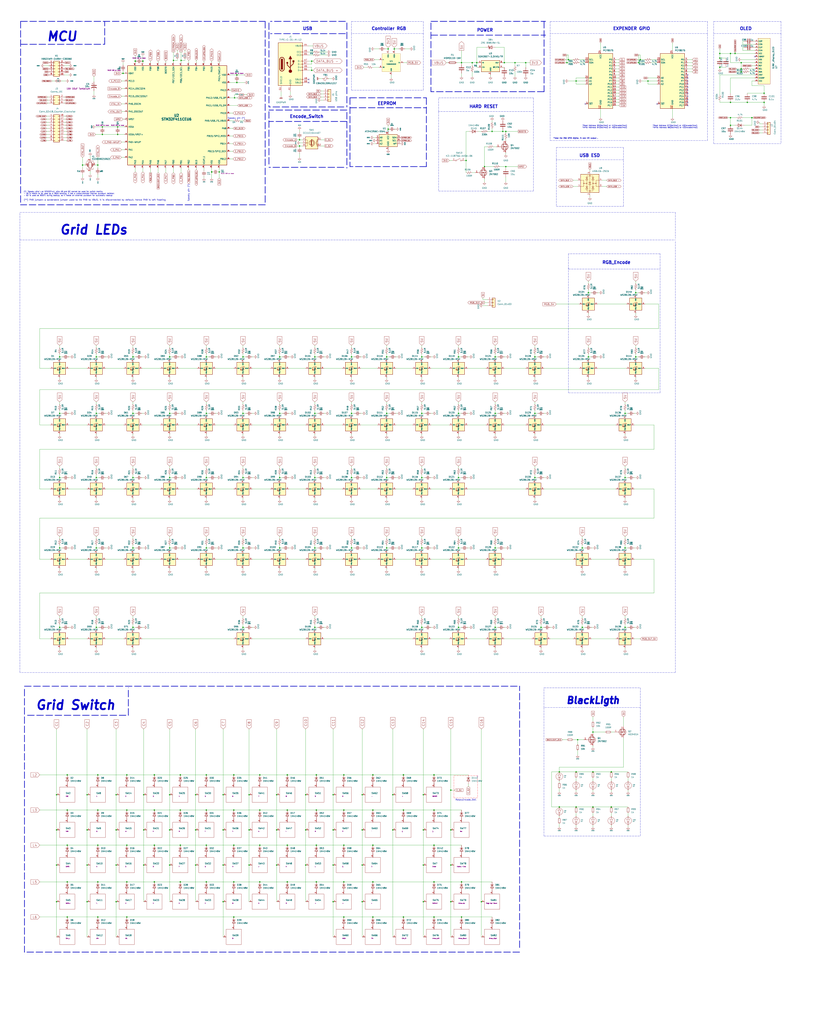
<source format=kicad_sch>
(kicad_sch (version 20211123) (generator eeschema)
  (paper "User" 683.971 850.824)
  (title_block (title "KBoard") (date "2021-08-26") (rev "v1.0.2") (company "Designed by Kaio Luan"))
  (lib_symbols
    (symbol "Connector_Generic:Conn_01x03" (pin_names (offset 1.016) hide)
      (property "Reference" "J" (at 0 5.08 0))
      (property "Value" "Conn_01x03" (at 0 -5.08 0))
      (symbol "Conn_01x03_1_1"
        (pin passive line (at -5.08 2.54 0) (length 3.81) (name "Pin_1") (number "1"))
        (pin passive line (at -5.08 0 0) (length 3.81) (name "Pin_2") (number "2"))
        (pin passive line (at -5.08 -2.54 0) (length 3.81) (name "Pin_3") (number "3"))
      )
    )
    (symbol "Connector_Generic:Conn_01x04" (pin_names (offset 1.016) hide)
      (property "Reference" "J" (at 0 5.08 0))
      (property "Value" "Conn_01x04" (at 0 -7.62 0))
      (symbol "Conn_01x04_1_1"
        (pin passive line (at -5.08 2.54 0) (length 3.81) (name "Pin_1") (number "1"))
        (pin passive line (at -5.08 0 0) (length 3.81) (name "Pin_2") (number "2"))
        (pin passive line (at -5.08 -2.54 0) (length 3.81) (name "Pin_3") (number "3"))
        (pin passive line (at -5.08 -5.08 0) (length 3.81) (name "Pin_4") (number "4"))
      )
    )
    (symbol "Connector_Generic:Conn_02x03_Odd_Even" (pin_names (offset 1.016) hide)
      (property "Reference" "J" (at 1.27 5.08 0))
      (property "Value" "Conn_02x03_Odd_Even" (at 1.27 -5.08 0))
      (symbol "Conn_02x03_Odd_Even_1_1"
        (pin passive line (at -5.08 2.54 0) (length 3.81) (name "Pin_1") (number "1"))
        (pin passive line (at 7.62 2.54 180) (length 3.81) (name "Pin_2") (number "2"))
        (pin passive line (at -5.08 0 0) (length 3.81) (name "Pin_3") (number "3"))
        (pin passive line (at 7.62 0 180) (length 3.81) (name "Pin_4") (number "4"))
        (pin passive line (at -5.08 -2.54 0) (length 3.81) (name "Pin_5") (number "5"))
        (pin passive line (at 7.62 -2.54 180) (length 3.81) (name "Pin_6") (number "6"))
      )
    )
    (symbol "Connector_Generic:Conn_02x05_Odd_Even" (pin_names (offset 1.016) hide)
      (property "Reference" "J" (at 1.27 7.62 0))
      (property "Value" "Conn_02x05_Odd_Even" (at 1.27 -7.62 0))
      (symbol "Conn_02x05_Odd_Even_1_1"
        (pin passive line (at -5.08 5.08 0) (length 3.81) (name "Pin_1") (number "1"))
        (pin passive line (at 7.62 -5.08 180) (length 3.81) (name "Pin_10") (number "10"))
        (pin passive line (at 7.62 5.08 180) (length 3.81) (name "Pin_2") (number "2"))
        (pin passive line (at -5.08 2.54 0) (length 3.81) (name "Pin_3") (number "3"))
        (pin passive line (at 7.62 2.54 180) (length 3.81) (name "Pin_4") (number "4"))
        (pin passive line (at -5.08 0 0) (length 3.81) (name "Pin_5") (number "5"))
        (pin passive line (at 7.62 0 180) (length 3.81) (name "Pin_6") (number "6"))
        (pin passive line (at -5.08 -2.54 0) (length 3.81) (name "Pin_7") (number "7"))
        (pin passive line (at 7.62 -2.54 180) (length 3.81) (name "Pin_8") (number "8"))
        (pin passive line (at -5.08 -5.08 0) (length 3.81) (name "Pin_9") (number "9"))
      )
    )
    (symbol "Connector_Generic:Conn_02x09_Counter_Clockwise" (pin_names (offset 1.016) hide)
      (property "Reference" "J" (at 1.27 12.7 0))
      (property "Value" "Conn_02x09_Counter_Clockwise" (at 1.27 -12.7 0))
      (symbol "Conn_02x09_Counter_Clockwise_1_1"
        (pin passive line (at -5.08 10.16 0) (length 3.81) (name "Pin_1") (number "1"))
        (pin passive line (at 7.62 -10.16 180) (length 3.81) (name "Pin_10") (number "10"))
        (pin passive line (at 7.62 -7.62 180) (length 3.81) (name "Pin_11") (number "11"))
        (pin passive line (at 7.62 -5.08 180) (length 3.81) (name "Pin_12") (number "12"))
        (pin passive line (at 7.62 -2.54 180) (length 3.81) (name "Pin_13") (number "13"))
        (pin passive line (at 7.62 0 180) (length 3.81) (name "Pin_14") (number "14"))
        (pin passive line (at 7.62 2.54 180) (length 3.81) (name "Pin_15") (number "15"))
        (pin passive line (at 7.62 5.08 180) (length 3.81) (name "Pin_16") (number "16"))
        (pin passive line (at 7.62 7.62 180) (length 3.81) (name "Pin_17") (number "17"))
        (pin passive line (at 7.62 10.16 180) (length 3.81) (name "Pin_18") (number "18"))
        (pin passive line (at -5.08 7.62 0) (length 3.81) (name "Pin_2") (number "2"))
        (pin passive line (at -5.08 5.08 0) (length 3.81) (name "Pin_3") (number "3"))
        (pin passive line (at -5.08 2.54 0) (length 3.81) (name "Pin_4") (number "4"))
        (pin passive line (at -5.08 0 0) (length 3.81) (name "Pin_5") (number "5"))
        (pin passive line (at -5.08 -2.54 0) (length 3.81) (name "Pin_6") (number "6"))
        (pin passive line (at -5.08 -5.08 0) (length 3.81) (name "Pin_7") (number "7"))
        (pin passive line (at -5.08 -7.62 0) (length 3.81) (name "Pin_8") (number "8"))
        (pin passive line (at -5.08 -10.16 0) (length 3.81) (name "Pin_9") (number "9"))
      )
    )
    (symbol "Device:C" (pin_numbers hide) (pin_names (offset 0.254))
      (property "Reference" "C" (at 0.635 2.54 0))
      (property "Value" "C" (at 0.635 -2.54 0))
      (symbol "C_1_1"
        (pin passive line (at 0 3.81 270) (length 2.794) (name "~") (number "1"))
        (pin passive line (at 0 -3.81 90) (length 2.794) (name "~") (number "2"))
      )
    )
    (symbol "Device:CP1" (pin_numbers hide) (pin_names (offset 0.254) hide)
      (property "Reference" "C" (at 0.635 2.54 0))
      (property "Value" "CP1" (at 0.635 -2.54 0))
      (symbol "CP1_1_1"
        (pin passive line (at 0 3.81 270) (length 2.794) (name "~") (number "1"))
        (pin passive line (at 0 -3.81 90) (length 3.302) (name "~") (number "2"))
      )
    )
    (symbol "Device:C_Small" (pin_numbers hide) (pin_names (offset 0.254) hide)
      (property "Reference" "C" (at 0.254 1.778 0))
      (property "Value" "C_Small" (at 0.254 -2.032 0))
      (symbol "C_Small_1_1"
        (pin passive line (at 0 2.54 270) (length 2.032) (name "~") (number "1"))
        (pin passive line (at 0 -2.54 90) (length 2.032) (name "~") (number "2"))
      )
    )
    (symbol "Device:Crystal_GND24" (pin_names (offset 1.016) hide)
      (property "Reference" "Y" (at 3.175 5.08 0))
      (property "Value" "Crystal_GND24" (at 3.175 3.175 0))
      (symbol "Crystal_GND24_1_1"
        (pin passive line (at -3.81 0 0) (length 1.27) (name "1") (number "1"))
        (pin passive line (at 0 5.08 270) (length 1.27) (name "2") (number "2"))
        (pin passive line (at 3.81 0 180) (length 1.27) (name "3") (number "3"))
        (pin passive line (at 0 -5.08 90) (length 1.27) (name "4") (number "4"))
      )
    )
    (symbol "Device:Ferrite_Bead_Small" (pin_numbers hide) (pin_names (offset 0))
      (property "Reference" "FB" (at 1.905 1.27 0))
      (property "Value" "Ferrite_Bead_Small" (at 1.905 -1.27 0))
      (symbol "Ferrite_Bead_Small_1_1"
        (pin passive line (at 0 2.54 270) (length 1.27) (name "~") (number "1"))
        (pin passive line (at 0 -2.54 90) (length 1.27) (name "~") (number "2"))
      )
    )
    (symbol "Device:Fuse" (pin_numbers hide) (pin_names (offset 0))
      (property "Reference" "F" (at 2.032 0 90))
      (property "Value" "Fuse" (at -1.905 0 90))
      (symbol "Fuse_1_1"
        (pin passive line (at 0 3.81 270) (length 1.27) (name "~") (number "1"))
        (pin passive line (at 0 -3.81 90) (length 1.27) (name "~") (number "2"))
      )
    )
    (symbol "Device:R_Small" (pin_numbers hide) (pin_names (offset 0.254) hide)
      (property "Reference" "R" (at 0.762 0.508 0))
      (property "Value" "R_Small" (at 0.762 -1.016 0))
      (symbol "R_Small_1_1"
        (pin passive line (at 0 2.54 270) (length 0.762) (name "~") (number "1"))
        (pin passive line (at 0 -2.54 90) (length 0.762) (name "~") (number "2"))
      )
    )
    (symbol "Device:R_Small_US" (pin_numbers hide) (pin_names (offset 0.254) hide)
      (property "Reference" "R" (at 0.762 0.508 0))
      (property "Value" "R_Small_US" (at 0.762 -1.016 0))
      (symbol "R_Small_US_1_1"
        (pin passive line (at 0 2.54 270) (length 1.016) (name "~") (number "1"))
        (pin passive line (at 0 -2.54 90) (length 1.016) (name "~") (number "2"))
      )
    )
    (symbol "Device:RotaryEncoder_Switch" (pin_names (offset 0.254) hide)
      (property "Reference" "SW" (at 0 6.604 0))
      (property "Value" "RotaryEncoder_Switch" (at 0 -6.604 0))
      (symbol "RotaryEncoder_Switch_1_1"
        (pin passive line (at -7.62 2.54 0) (length 2.54) (name "A") (number "A"))
        (pin passive line (at -7.62 -2.54 0) (length 2.54) (name "B") (number "B"))
        (pin passive line (at -7.62 0 0) (length 2.54) (name "C") (number "C"))
        (pin passive line (at 7.62 2.54 180) (length 2.54) (name "S1") (number "S1"))
        (pin passive line (at 7.62 -2.54 180) (length 2.54) (name "S2") (number "S2"))
      )
    )
    (symbol "Diode:1N4148W" (pin_numbers hide) (pin_names (offset 1.016) hide)
      (property "Reference" "D" (at 0 2.54 0))
      (property "Value" "1N4148W" (at 0 -2.54 0))
      (symbol "1N4148W_1_1"
        (pin passive line (at -3.81 0 0) (length 2.54) (name "K") (number "1"))
        (pin passive line (at 3.81 0 180) (length 2.54) (name "A") (number "2"))
      )
    )
    (symbol "Diode:1N5711" (pin_numbers hide) (pin_names (offset 1.016) hide)
      (property "Reference" "D" (at 0 2.54 0))
      (property "Value" "1N5711" (at 0 -2.54 0))
      (symbol "1N5711_1_1"
        (pin passive line (at -3.81 0 0) (length 2.54) (name "K") (number "1"))
        (pin passive line (at 3.81 0 180) (length 2.54) (name "A") (number "2"))
      )
    )
    (symbol "Memory_EEPROM:24LC256"
      (property "Reference" "U" (at -6.35 6.35 0))
      (property "Value" "24LC256" (at 1.27 6.35 0))
      (symbol "24LC256_1_1"
        (pin input line (at -10.16 2.54 0) (length 2.54) (name "A0") (number "1"))
        (pin input line (at -10.16 0 0) (length 2.54) (name "A1") (number "2"))
        (pin input line (at -10.16 -2.54 0) (length 2.54) (name "A2") (number "3"))
        (pin power_in line (at 0 -7.62 90) (length 2.54) (name "GND") (number "4"))
        (pin bidirectional line (at 10.16 2.54 180) (length 2.54) (name "SDA") (number "5"))
        (pin input line (at 10.16 0 180) (length 2.54) (name "SCL") (number "6"))
        (pin input line (at 10.16 -2.54 180) (length 2.54) (name "WP") (number "7"))
        (pin power_in line (at 0 7.62 270) (length 2.54) (name "VCC") (number "8"))
      )
    )
    (symbol "PCF8575_1"
      (property "Reference" "U6" (at 2.0194 20.32 0))
      (property "Value" "PCF8575_1" (at 2.0194 17.78 0))
      (symbol "PCF8575_1_0_0"
        (pin bidirectional line (at 12.7 -10.16 180) (length 2.54) (name "P10") (number "13"))
        (pin bidirectional line (at 12.7 -12.7 180) (length 2.54) (name "P11") (number "14"))
        (pin bidirectional line (at 12.7 -15.24 180) (length 2.54) (name "P12") (number "15"))
        (pin bidirectional line (at 12.7 -17.78 180) (length 2.54) (name "P13") (number "16"))
        (pin bidirectional line (at 12.7 -20.32 180) (length 2.54) (name "P14") (number "17"))
        (pin bidirectional line (at 12.7 -22.86 180) (length 2.54) (name "P15") (number "18"))
        (pin bidirectional line (at 12.7 -25.4 180) (length 2.54) (name "P16") (number "19"))
        (pin bidirectional line (at 12.7 -27.94 180) (length 2.54) (name "P17") (number "20"))
      )
      (symbol "PCF8575_1_1_1"
        (pin open_collector output_low (at -12.7 -26.67 0) (length 2.54) (name "~{INT}") (number "1"))
        (pin bidirectional line (at 12.7 -5.08 180) (length 2.54) (name "P6") (number "10"))
        (pin bidirectional line (at 12.7 -7.62 180) (length 2.54) (name "P7") (number "11"))
        (pin bidirectional line (at 0 -30.48 90) (length 2.54) (name "GND") (number "12"))
        (pin input line (at -12.7 -7.62 0) (length 2.54) (name "A1") (number "2"))
        (pin input line (at -12.7 -5.08 0) (length 2.54) (name "A0") (number "21"))
        (pin input line (at -12.7 10.16 0) (length 2.54) (name "SCL") (number "22"))
        (pin bidirectional line (at -12.7 7.62 0) (length 2.54) (name "SDA") (number "23"))
        (pin power_in line (at 0 17.78 270) (length 2.54) (name "VCC") (number "24"))
        (pin input line (at -12.7 -10.16 0) (length 2.54) (name "A2") (number "3"))
        (pin bidirectional line (at 12.7 10.16 180) (length 2.54) (name "P0") (number "4"))
        (pin bidirectional line (at 12.7 7.62 180) (length 2.54) (name "P1") (number "5"))
        (pin bidirectional line (at 12.7 5.08 180) (length 2.54) (name "P2") (number "6"))
        (pin bidirectional line (at 12.7 2.54 180) (length 2.54) (name "P3") (number "7"))
        (pin bidirectional line (at 12.7 0 180) (length 2.54) (name "P4") (number "8"))
        (pin bidirectional line (at 12.7 -2.54 180) (length 2.54) (name "P5") (number "9"))
      )
    )
    (symbol "Power_Protection:USBLC6-2SC6" (pin_names hide)
      (property "Reference" "U" (at 2.54 8.89 0))
      (property "Value" "USBLC6-2SC6" (at 2.54 -8.89 0))
      (symbol "USBLC6-2SC6_1_1"
        (pin passive line (at -10.16 -2.54 0) (length 2.54) (name "I/O1") (number "1"))
        (pin passive line (at 0 -10.16 90) (length 2.54) (name "GND") (number "2"))
        (pin passive line (at 10.16 -2.54 180) (length 2.54) (name "I/O2") (number "3"))
        (pin passive line (at 10.16 2.54 180) (length 2.54) (name "I/O2") (number "4"))
        (pin passive line (at 0 10.16 270) (length 2.54) (name "VBUS") (number "5"))
        (pin passive line (at -10.16 2.54 0) (length 2.54) (name "I/O1") (number "6"))
      )
    )
    (symbol "Switch:SW_SPST" (pin_names (offset 0) hide)
      (property "Reference" "SW" (at 0 3.175 0))
      (property "Value" "SW_SPST" (at 0 -2.54 0))
      (symbol "SW_SPST_1_1"
        (pin passive line (at -5.08 0 0) (length 2.54) (name "A") (number "1"))
        (pin passive line (at 5.08 0 180) (length 2.54) (name "B") (number "2"))
      )
    )
    (symbol "Transistor_FET:2N7002" (pin_names hide)
      (property "Reference" "Q" (at 5.08 1.905 0))
      (property "Value" "2N7002" (at 5.08 0 0))
      (symbol "2N7002_1_1"
        (pin input line (at -5.08 0 0) (length 2.54) (name "G") (number "1"))
        (pin passive line (at 2.54 -5.08 90) (length 2.54) (name "S") (number "2"))
        (pin passive line (at 2.54 5.08 270) (length 2.54) (name "D") (number "3"))
      )
    )
    (symbol "Transistor_FET:AO3401A" (pin_names hide)
      (property "Reference" "Q" (at 5.08 1.905 0))
      (property "Value" "AO3401A" (at 5.08 0 0))
      (symbol "AO3401A_1_1"
        (pin input line (at -5.08 0 0) (length 2.54) (name "G") (number "1"))
        (pin passive line (at 2.54 -5.08 90) (length 2.54) (name "S") (number "2"))
        (pin passive line (at 2.54 5.08 270) (length 2.54) (name "D") (number "3"))
      )
    )
    (symbol "acheron_Symbols:0.96'_display_OLED"
      (property "Reference" "U" (at 5.08 41.91 0))
      (property "Value" "0.96'_display_OLED" (at 5.08 39.37 0))
      (symbol "0.96'_display_OLED_0_0"
        (text "" (at -5.08 6.35 0) (effects (font (size 1.27 1.27))))
        (pin input line (at -2.54 10.16 0) (length 2.54) (name "SDA") (number "11"))
        (pin input line (at -2.54 7.62 0) (length 2.54) (name "IREF") (number "12"))
        (pin input line (at -2.54 5.08 0) (length 2.54) (name "VCOMF") (number "13"))
        (pin input line (at -2.54 2.54 0) (length 2.54) (name "VCC") (number "14"))
      )
      (symbol "0.96'_display_OLED_1_1"
        (pin input line (at -2.54 35.56 0) (length 2.54) (name "C2P") (number "1"))
        (pin input line (at -2.54 12.7 0) (length 2.54) (name "SCL") (number "10"))
        (pin input line (at -2.54 33.02 0) (length 2.54) (name "C2N") (number "2"))
        (pin input line (at -2.54 30.48 0) (length 2.54) (name "C1P") (number "3"))
        (pin input line (at -2.54 27.94 0) (length 2.54) (name "C1N") (number "4"))
        (pin input line (at -2.54 25.4 0) (length 2.54) (name "VCC") (number "5"))
        (pin input line (at -2.54 22.86 0) (length 2.54) (name "VBREF") (number "6"))
        (pin input line (at -2.54 20.32 0) (length 2.54) (name "VSS") (number "7"))
        (pin input line (at -2.54 17.78 0) (length 2.54) (name "VCC") (number "8"))
        (pin input line (at -2.54 15.24 0) (length 2.54) (name "REF") (number "9"))
      )
    )
    (symbol "acheron_Symbols:LED" (pin_names (offset 1.016))
      (property "Reference" "LED" (at 0 -3.81 0))
      (property "Value" "LED" (at 0 3.81 0))
      (symbol "LED_1_1"
        (pin input line (at -3.81 0 0) (length 1.27) (name "A") (number "A"))
        (pin output line (at 3.81 0 180) (length 1.27) (name "K") (number "K"))
      )
    )
    (symbol "acheron_Symbols:Mechanical_Switch" (pin_names (offset 1.016))
      (property "Reference" "SW" (at 0 1.27 0))
      (property "Keycode" "KC" (at 0 -1.27 0))
      (symbol "Mechanical_Switch_1_1"
        (pin bidirectional line (at -8.89 0 0) (length 2.54) (name "1") (number "1"))
        (pin bidirectional line (at 0 8.89 270) (length 2.54) (name "2") (number "2"))
      )
    )
    (symbol "acheron_Symbols:PCF8575"
      (property "Reference" "U5" (at 2.0194 20.32 0))
      (property "Value" "PCF8575" (at 2.0194 17.78 0))
      (symbol "PCF8575_0_0"
        (pin bidirectional line (at 12.7 -10.16 180) (length 2.54) (name "P10") (number "13"))
        (pin bidirectional line (at 12.7 -12.7 180) (length 2.54) (name "P11") (number "14"))
        (pin bidirectional line (at 12.7 -15.24 180) (length 2.54) (name "P12") (number "15"))
        (pin bidirectional line (at 12.7 -17.78 180) (length 2.54) (name "P13") (number "16"))
        (pin bidirectional line (at 12.7 -20.32 180) (length 2.54) (name "P14") (number "17"))
        (pin bidirectional line (at 12.7 -22.86 180) (length 2.54) (name "P15") (number "18"))
        (pin bidirectional line (at 12.7 -25.4 180) (length 2.54) (name "P16") (number "19"))
        (pin bidirectional line (at 12.7 -27.94 180) (length 2.54) (name "P17") (number "20"))
      )
      (symbol "PCF8575_1_1"
        (pin open_collector output_low (at -12.7 -26.67 0) (length 2.54) (name "~{INT}") (number "1"))
        (pin bidirectional line (at 12.7 -5.08 180) (length 2.54) (name "P6") (number "10"))
        (pin bidirectional line (at 12.7 -7.62 180) (length 2.54) (name "P7") (number "11"))
        (pin bidirectional line (at 0 -30.48 90) (length 2.54) (name "GND") (number "12"))
        (pin input line (at -12.7 -7.62 0) (length 2.54) (name "A1") (number "2"))
        (pin input line (at -12.7 -5.08 0) (length 2.54) (name "A0") (number "21"))
        (pin input line (at -12.7 10.16 0) (length 2.54) (name "SCL") (number "22"))
        (pin bidirectional line (at -12.7 7.62 0) (length 2.54) (name "SDA") (number "23"))
        (pin power_in line (at 0 17.78 270) (length 2.54) (name "VCC") (number "24"))
        (pin input line (at -12.7 -10.16 0) (length 2.54) (name "A2") (number "3"))
        (pin bidirectional line (at 12.7 10.16 180) (length 2.54) (name "P0") (number "4"))
        (pin bidirectional line (at 12.7 7.62 180) (length 2.54) (name "P1") (number "5"))
        (pin bidirectional line (at 12.7 5.08 180) (length 2.54) (name "P2") (number "6"))
        (pin bidirectional line (at 12.7 2.54 180) (length 2.54) (name "P3") (number "7"))
        (pin bidirectional line (at 12.7 0 180) (length 2.54) (name "P4") (number "8"))
        (pin bidirectional line (at 12.7 -2.54 180) (length 2.54) (name "P5") (number "9"))
      )
    )
    (symbol "acheron_Symbols:SGM2036"
      (property "Reference" "U" (at 0 10.16 0))
      (property "Value" "SGM2036" (at 0 7.62 0))
      (symbol "SGM2036_1_1"
        (pin power_in line (at -10.16 2.54 0) (length 2.54) (name "IN") (number "1"))
        (pin power_in line (at 0 -7.62 90) (length 2.54) (name "GND") (number "2"))
        (pin input line (at -10.16 -1.27 0) (length 2.54) (name "EN") (number "3"))
        (pin passive line (at 10.16 -1.27 180) (length 2.54) (name "BP/FB") (number "4"))
        (pin power_out line (at 10.16 2.54 180) (length 2.54) (name "OUT") (number "5"))
      )
    )
    (symbol "acheron_Symbols:SK6812" (pin_names (offset 0.254))
      (property "Reference" "D?" (at -5.715 10.16 0))
      (property "Value" "WS2812B-Mini" (at -5.715 7.62 0))
      (symbol "SK6812_0_0"
        (text "RGB" (at -1.016 -1.397 0) (effects (font (size 0.762 0.762))))
      )
      (symbol "SK6812_1_1"
        (pin power_in line (at 0 7.62 270) (length 2.54) (name "VDD") (number "1"))
        (pin output line (at 7.62 0 180) (length 2.54) (name "DOUT") (number "2"))
        (pin power_in line (at 0 -7.62 90) (length 2.54) (name "VSS/GND") (number "3"))
        (pin input line (at -7.62 0 0) (length 2.54) (name "DIN") (number "4"))
      )
    )
    (symbol "acheron_Symbols:STM32F411-48"
      (property "Reference" "U2" (at 0 0.635 0))
      (property "Value" "STM32F411CEU6" (at 0 -2.54 0))
      (symbol "STM32F411-48_1_1"
        (pin power_in line (at -43.18 35.56 0) (length 2.54) (name "VBAT") (number "1"))
        (pin bidirectional line (at -43.18 -21.59 0) (length 2.54) (name "PA0-WKUP") (number "10"))
        (pin bidirectional line (at -43.18 -27.94 0) (length 2.54) (name "PA1") (number "11"))
        (pin bidirectional line (at -43.18 -34.29 0) (length 2.54) (name "PA2") (number "12"))
        (pin bidirectional line (at -34.29 -43.18 90) (length 2.54) (name "PA3") (number "13"))
        (pin bidirectional line (at -27.94 -43.18 90) (length 2.54) (name "PA4") (number "14"))
        (pin bidirectional line (at -21.59 -43.18 90) (length 2.54) (name "PA5") (number "15"))
        (pin bidirectional line (at -15.24 -43.18 90) (length 2.54) (name "PA6") (number "16"))
        (pin bidirectional line (at -8.89 -43.18 90) (length 2.54) (name "PA7") (number "17"))
        (pin bidirectional line (at -2.54 -43.18 90) (length 2.54) (name "PB0") (number "18"))
        (pin bidirectional line (at 3.81 -43.18 90) (length 2.54) (name "PB1") (number "19"))
        (pin bidirectional line (at -43.18 29.21 0) (length 2.54) (name "PC13") (number "2"))
        (pin bidirectional line (at 10.16 -43.18 90) (length 2.54) (name "PB2") (number "20"))
        (pin bidirectional line (at 16.51 -43.18 90) (length 2.54) (name "B10") (number "21"))
        (pin output line (at 22.86 -43.18 90) (length 2.54) (name "VCAP_1") (number "22"))
        (pin bidirectional line (at 29.21 -43.18 90) (length 2.54) (name "VSS") (number "23"))
        (pin power_in line (at 35.56 -43.18 90) (length 2.54) (name "VDD") (number "24"))
        (pin bidirectional line (at 44.45 -35.56 180) (length 2.54) (name "PB12") (number "25"))
        (pin bidirectional line (at 44.45 -29.21 180) (length 2.54) (name "PB13") (number "26") (alternate "PB13/SPI2_SCK" bidirectional line))
        (pin bidirectional line (at 44.45 -22.86 180) (length 2.54) (name "PB14") (number "27"))
        (pin bidirectional line (at 44.45 -16.51 180) (length 2.54) (name "PB15") (number "28") (alternate "PB15/SPI2_MOSI" bidirectional line))
        (pin bidirectional line (at 44.45 -10.16 180) (length 2.54) (name "PA8") (number "29"))
        (pin bidirectional line (at -43.18 22.86 0) (length 2.54) (name "PC14_OSC32IN") (number "3"))
        (pin bidirectional line (at 44.45 -3.81 180) (length 2.54) (name "PA9") (number "30") (alternate "PA9/USB_FS_VBUS" bidirectional line))
        (pin bidirectional line (at 44.45 2.54 180) (length 2.54) (name "PA10") (number "31"))
        (pin bidirectional line (at 44.45 8.89 180) (length 2.54) (name "PA11") (number "32") (alternate "PA11/USB_FS_DM" bidirectional line))
        (pin bidirectional line (at 44.45 15.24 180) (length 2.54) (name "PA12") (number "33") (alternate "PA12/USB_FS_DP" bidirectional line))
        (pin bidirectional line (at 44.45 21.59 180) (length 2.54) (name "PA13") (number "34") (alternate "" input line) (alternate "" input line))
        (pin bidirectional line (at 44.45 27.94 180) (length 2.54) (name "VSS") (number "35"))
        (pin power_in line (at 44.45 34.29 180) (length 2.54) (name "VDD") (number "36"))
        (pin bidirectional line (at 35.56 44.45 270) (length 2.54) (name "PA14") (number "37") (alternate "PA14/SWCLK" output line))
        (pin bidirectional line (at 29.21 44.45 270) (length 2.54) (name "PA15") (number "38"))
        (pin bidirectional line (at 22.86 44.45 270) (length 2.54) (name "PB3") (number "39"))
        (pin bidirectional line (at -43.18 16.51 0) (length 2.54) (name "PC15_OSC32OUT") (number "4"))
        (pin bidirectional line (at 16.51 44.45 270) (length 2.54) (name "PB4") (number "40"))
        (pin bidirectional line (at 10.16 44.45 270) (length 2.54) (name "PB5") (number "41"))
        (pin bidirectional line (at 3.81 44.45 270) (length 2.54) (name "PB6") (number "42") (alternate "PB6/I2C1_SCL" bidirectional line))
        (pin bidirectional line (at -2.54 44.45 270) (length 2.54) (name "PB7") (number "43") (alternate "PB7/I2C1_SDA" bidirectional line))
        (pin input line (at -8.89 44.45 270) (length 2.54) (name "BOOT0") (number "44"))
        (pin bidirectional line (at -15.24 44.45 270) (length 2.54) (name "PB8") (number "45"))
        (pin input line (at -21.59 44.45 270) (length 2.54) (name "PB9") (number "46"))
        (pin bidirectional line (at -27.94 44.45 270) (length 2.54) (name "VSS") (number "47"))
        (pin power_in line (at -34.29 44.45 270) (length 2.54) (name "VDD") (number "48"))
        (pin input line (at -43.18 10.16 0) (length 2.54) (name "PH0_OSCIN") (number "5"))
        (pin output line (at -43.18 3.81 0) (length 2.54) (name "PH1_OSCOUT") (number "6"))
        (pin input inverted (at -43.18 -2.54 0) (length 2.54) (name "NRST") (number "7"))
        (pin power_in line (at -43.18 -8.89 0) (length 2.54) (name "VSSA") (number "8"))
        (pin power_in line (at -43.18 -15.24 0) (length 2.54) (name "VDDA/VREF+") (number "9"))
      )
    )
    (symbol "acheron_Symbols:TXS0101"
      (property "Reference" "U?" (at 0 1.2701 0))
      (property "Value" "TXS0101DCKR" (at 0 -1.27 0))
      (symbol "TXS0101_1_1"
        (pin power_in line (at -2.54 10.16 270) (length 2.54) (name "VCCA") (number "1"))
        (pin power_in line (at 0 -10.16 90) (length 2.54) (name "GND") (number "2"))
        (pin input line (at -10.16 2.54 0) (length 2.54) (name "A") (number "3"))
        (pin input line (at 10.16 0 180) (length 2.54) (name "B") (number "4"))
        (pin input line (at -10.16 -3.81 0) (length 2.54) (name "OE") (number "5"))
        (pin power_in line (at 2.54 10.16 270) (length 2.54) (name "VCCB") (number "6"))
      )
    )
    (symbol "acheron_Symbols:TYPE-C-31-M-12" (pin_names (offset 1.016))
      (property "Reference" "J" (at 0 24.13 0))
      (property "Value" "TYPE-C-31-M-12" (at 0 21.59 0))
      (symbol "TYPE-C-31-M-12_1_1"
        (pin passive line (at 0 -21.59 90) (length 5.08) (name "GND") (number "A1"))
        (pin passive line (at 15.24 16.51 180) (length 5.08) (name "VBUS") (number "A4"))
        (pin bidirectional line (at 15.24 11.43 180) (length 5.08) (name "CC1") (number "A5"))
        (pin bidirectional line (at 15.24 -1.27 180) (length 5.08) (name "D+") (number "A6"))
        (pin bidirectional line (at 15.24 3.81 180) (length 5.08) (name "D-") (number "A7"))
        (pin bidirectional line (at 15.24 -11.43 180) (length 5.08) (name "SBU1") (number "A8"))
        (pin passive line (at 0 -21.59 90) (length 5.08) hide (name "GND") (number "B1"))
        (pin passive line (at 15.24 16.51 180) (length 5.08) hide (name "VBUS") (number "B4"))
        (pin bidirectional line (at 15.24 8.89 180) (length 5.08) (name "CC2") (number "B5"))
        (pin bidirectional line (at 15.24 -3.81 180) (length 5.08) (name "D+") (number "B6"))
        (pin bidirectional line (at 15.24 1.27 180) (length 5.08) (name "D-") (number "B7"))
        (pin bidirectional line (at 15.24 -13.97 180) (length 5.08) (name "SBU2") (number "B8"))
        (pin passive line (at -7.62 -21.59 90) (length 5.08) (name "SHIELD") (number "S1"))
      )
    )
    (symbol "power:GND" (power) (pin_names (offset 0))
      (property "Value" "GND" (at 0 -3.81 0))
      (symbol "GND_1_1"
        (pin power_in line (at 0 0 270) (length 0) hide (name "GND") (number "1"))
      )
    )
    (symbol "power:GNDPWR" (power) (pin_names (offset 0))
      (property "Value" "GNDPWR" (at 0 -3.302 0))
      (symbol "GNDPWR_1_1"
        (pin power_in line (at 0 0 270) (length 0) hide (name "GNDPWR") (number "1"))
      )
    )
  )
  (junction (at 55.88 643.89))
  (junction (at 118.745 50.8) (diameter 1.016))
  (junction (at 81.28 137.16) (diameter 0.9144))
  (junction (at 140.97 396.875))
  (junction (at 488.95 243.205))
  (junction (at 360.68 732.79))
  (junction (at 196.85 62.23) (diameter 1.016))
  (junction (at 144.145 50.165) (diameter 0.9144))
  (junction (at 335.28 762))
  (junction (at 519.43 521.335))
  (junction (at 300.99 660.4))
  (junction (at 96.52 718.82))
  (junction (at 383.54 732.79))
  (junction (at 201.93 455.295))
  (junction (at 427.99 52.07))
  (junction (at 262.89 673.1))
  (junction (at 96.52 660.4))
  (junction (at 483.87 455.295))
  (junction (at 140.97 343.535))
  (junction (at 112.395 50.8) (diameter 1.016))
  (junction (at 140.97 718.82))
  (junction (at 238.76 732.79))
  (junction (at 149.86 702.31))
  (junction (at 254 718.82))
  (junction (at 381 455.295))
  (junction (at 140.97 455.295))
  (junction (at 615.95 59.69))
  (junction (at 381 296.545))
  (junction (at 68.58 137.16) (diameter 0.9144))
  (junction (at 105.41 732.79))
  (junction (at 519.43 396.875))
  (junction (at 360.68 673.1))
  (junction (at 171.45 343.535))
  (junction (at 261.62 343.535))
  (junction (at 598.17 48.26))
  (junction (at 171.45 702.31))
  (junction (at 194.31 732.79))
  (junction (at 322.58 107.315) (diameter 0.9144))
  (junction (at 351.79 749.3))
  (junction (at 350.52 343.535))
  (junction (at 309.88 732.79))
  (junction (at 464.82 670.56))
  (junction (at 238.76 702.31))
  (junction (at 232.41 396.875))
  (junction (at 519.43 343.535))
  (junction (at 381 343.535))
  (junction (at 492.76 670.56))
  (junction (at 140.97 296.545))
  (junction (at 492.76 608.33))
  (junction (at 80.01 296.545))
  (junction (at 81.28 762))
  (junction (at 292.1 455.295))
  (junction (at 492.76 641.35))
  (junction (at 392.43 52.07))
  (junction (at 285.75 643.89))
  (junction (at 194.31 762))
  (junction (at 171.45 673.1))
  (junction (at 528.32 296.545))
  (junction (at 483.87 521.335))
  (junction (at 215.9 732.79))
  (junction (at 248.92 121.285))
  (junction (at 607.06 85.09))
  (junction (at 300.99 749.3))
  (junction (at 185.42 749.3))
  (junction (at 408.94 109.22))
  (junction (at 49.53 296.545))
  (junction (at 285.75 673.1))
  (junction (at 80.01 343.535))
  (junction (at 300.99 718.82))
  (junction (at 85.09 105.41))
  (junction (at 72.39 718.82))
  (junction (at 171.45 396.875))
  (junction (at 201.93 396.875))
  (junction (at 309.88 673.1))
  (junction (at 360.68 762))
  (junction (at 326.39 660.4))
  (junction (at 201.93 521.335))
  (junction (at 232.41 455.295))
  (junction (at 478.79 670.56))
  (junction (at 444.5 343.535))
  (junction (at 110.49 396.875))
  (junction (at 232.41 296.545))
  (junction (at 261.62 455.295))
  (junction (at 97.79 105.41))
  (junction (at 383.54 52.07))
  (junction (at 232.41 343.535))
  (junction (at 276.86 660.4))
  (junction (at 248.92 116.205))
  (junction (at 351.79 660.4))
  (junction (at 185.42 660.4))
  (junction (at 285.75 702.31))
  (junction (at 119.38 660.4))
  (junction (at 194.31 643.89))
  (junction (at 85.09 111.76))
  (junction (at 194.31 702.31))
  (junction (at 530.86 52.07))
  (junction (at 635 77.47))
  (junction (at 464.82 641.35))
  (junction (at 276.86 689.61))
  (junction (at 171.45 643.89))
  (junction (at 110.49 343.535))
  (junction (at 201.93 343.535))
  (junction (at 80.01 396.875))
  (junction (at 350.52 455.295))
  (junction (at 292.1 343.535))
  (junction (at 532.13 49.53))
  (junction (at 607.06 104.14))
  (junction (at 351.79 718.82))
  (junction (at 360.68 702.31))
  (junction (at 262.89 643.89))
  (junction (at 615.95 52.07))
  (junction (at 119.38 718.82))
  (junction (at 420.37 109.22))
  (junction (at 207.01 660.4))
  (junction (at 321.31 455.295))
  (junction (at 610.87 44.45))
  (junction (at 185.42 689.61))
  (junction (at 162.56 718.82))
  (junction (at 175.895 142.875) (diameter 1.016))
  (junction (at 80.01 521.335))
  (junction (at 472.44 49.53))
  (junction (at 140.97 660.4))
  (junction (at 387.35 133.35))
  (junction (at 229.87 689.61))
  (junction (at 215.9 673.1))
  (junction (at 171.45 732.79))
  (junction (at 96.52 689.61))
  (junction (at 49.53 396.875))
  (junction (at 72.39 749.3))
  (junction (at 538.48 67.31))
  (junction (at 215.9 702.31))
  (junction (at 411.48 343.535))
  (junction (at 321.31 296.545))
  (junction (at 96.52 749.3))
  (junction (at 381 396.875))
  (junction (at 528.32 243.205))
  (junction (at 55.88 732.79))
  (junction (at 285.75 762))
  (junction (at 49.53 455.295))
  (junction (at 350.52 521.335))
  (junction (at 276.86 749.3))
  (junction (at 360.68 643.89))
  (junction (at 309.88 702.31))
  (junction (at 374.65 749.3))
  (junction (at 262.89 702.31))
  (junction (at 81.28 643.89))
  (junction (at 309.88 762))
  (junction (at 238.76 643.89))
  (junction (at 326.39 689.61))
  (junction (at 624.84 97.79))
  (junction (at 81.28 673.1))
  (junction (at 229.87 718.82))
  (junction (at 46.99 660.4))
  (junction (at 254 689.61))
  (junction (at 201.93 296.545))
  (junction (at 128.27 732.79))
  (junction (at 55.88 673.1))
  (junction (at 80.01 455.295))
  (junction (at 110.49 455.295))
  (junction (at 444.5 296.545))
  (junction (at 396.24 52.07))
  (junction (at 171.45 455.295))
  (junction (at 102.235 60.96) (diameter 1.016))
  (junction (at 478.79 641.35))
  (junction (at 411.48 296.545))
  (junction (at 292.1 396.875))
  (junction (at 259.08 58.42))
  (junction (at 300.99 689.61))
  (junction (at 436.88 52.07))
  (junction (at 194.945 81.28))
  (junction (at 194.31 673.1))
  (junction (at 374.65 718.82))
  (junction (at 196.85 68.58) (diameter 1.016))
  (junction (at 402.59 138.43))
  (junction (at 488.95 296.545))
  (junction (at 335.28 673.1))
  (junction (at 480.06 614.68))
  (junction (at 276.86 718.82))
  (junction (at 182.245 142.875))
  (junction (at 321.31 343.535))
  (junction (at 262.89 732.79))
  (junction (at 162.56 689.61))
  (junction (at 322.58 40.64))
  (junction (at 419.1 52.07))
  (junction (at 81.28 702.31))
  (junction (at 350.52 296.545))
  (junction (at 411.48 455.295))
  (junction (at 449.58 521.335))
  (junction (at 335.28 643.89))
  (junction (at 292.1 296.545))
  (junction (at 417.83 109.22))
  (junction (at 171.45 296.545))
  (junction (at 229.87 660.4))
  (junction (at 327.66 40.64))
  (junction (at 508 670.56))
  (junction (at 105.41 762))
  (junction (at 254 660.4))
  (junction (at 444.5 396.875))
  (junction (at 321.31 396.875))
  (junction (at 519.43 455.295))
  (junction (at 478.79 67.31))
  (junction (at 471.17 52.07))
  (junction (at 383.54 762))
  (junction (at 598.17 55.88))
  (junction (at 46.99 718.82))
  (junction (at 150.495 50.165) (diameter 0.9144))
  (junction (at 128.27 643.89))
  (junction (at 128.27 702.31))
  (junction (at 411.48 521.335))
  (junction (at 381 521.335))
  (junction (at 261.62 296.545))
  (junction (at 238.76 673.1))
  (junction (at 119.38 689.61))
  (junction (at 72.39 689.61))
  (junction (at 49.53 343.535))
  (junction (at 49.53 521.335))
  (junction (at 607.06 97.79))
  (junction (at 351.79 689.61))
  (junction (at 350.52 396.875))
  (junction (at 508 641.35))
  (junction (at 105.41 673.1))
  (junction (at 128.27 673.1))
  (junction (at 110.49 521.335))
  (junction (at 105.41 702.31))
  (junction (at 185.42 718.82))
  (junction (at 105.41 643.89))
  (junction (at 607.06 44.45))
  (junction (at 149.86 673.1))
  (junction (at 215.9 643.89))
  (junction (at 420.37 138.43))
  (junction (at 81.28 732.79))
  (junction (at 207.01 689.61))
  (junction (at 46.99 749.3))
  (junction (at 635 85.09))
  (junction (at 285.75 732.79))
  (junction (at 162.56 660.4))
  (junction (at 261.62 521.335))
  (junction (at 400.05 749.3))
  (junction (at 621.03 85.09))
  (junction (at 261.62 396.875))
  (junction (at 149.86 732.79))
  (junction (at 110.49 296.545))
  (junction (at 374.65 689.61))
  (junction (at 207.01 718.82))
  (junction (at 259.08 50.8))
  (junction (at 149.86 643.89))
  (junction (at 309.88 643.89))
  (junction (at 598.17 44.45))
  (junction (at 55.88 762))
  (junction (at 140.97 689.61))
  (junction (at 46.99 689.61))
  (junction (at 615.95 57.15))
  (junction (at 97.79 111.76))
  (junction (at 72.39 660.4))
  (junction (at 374.65 656.59))
  (junction (at 55.88 702.31))
  (no_connect (at 627.38 46.99))
  (no_connect (at 256.54 68.58))
  (no_connect (at 256.54 66.04))
  (no_connect (at 571.5 85.09))
  (no_connect (at 571.5 64.77))
  (no_connect (at 571.5 62.23))
  (no_connect (at 571.5 87.63))
  (no_connect (at 571.5 80.01))
  (no_connect (at 571.5 82.55))
  (no_connect (at 571.5 67.31))
  (no_connect (at 571.5 69.85))
  (no_connect (at 571.5 72.39))
  (no_connect (at 571.5 74.93))
  (no_connect (at 571.5 77.47))
  (no_connect (at 486.41 86.36))
  (no_connect (at 546.1 86.36))
  (wire (pts (xy 464.82 637.54) (xy 518.16 637.54)))
  (wire (pts (xy 143.51 343.535) (xy 140.97 343.535)))
  (wire (pts (xy 179.07 396.875) (xy 180.34 396.875)))
  (wire (pts (xy 163.195 139.7) (xy 163.195 140.97)))
  (wire (pts (xy 191.135 125.73) (xy 193.675 125.73)))
  (wire (pts (xy 353.06 396.875) (xy 350.52 396.875)))
  (wire (pts (xy 519.43 538.48) (xy 519.43 539.75)))
  (wire (pts (xy 156.845 139.7) (xy 156.845 140.97)))
  (wire (pts (xy 328.93 406.4) (xy 342.9 406.4)))
  (wire (pts (xy 328.93 455.295) (xy 330.2 455.295)))
  (wire (pts (xy 240.03 306.07) (xy 254 306.07)))
  (polyline (pts (xy 285.75 88.9) (xy 223.52 88.9)) (stroke (width 0.508) (type dash)))
  (wire (pts (xy 483.87 511.81) (xy 483.87 513.715)))
  (wire (pts (xy 209.55 296.545) (xy 210.82 296.545)))
  (wire (pts (xy 232.41 334.01) (xy 232.41 335.915)))
  (wire (pts (xy 171.45 340.995) (xy 171.45 343.535)))
  (wire (pts (xy 55.88 732.79) (xy 81.28 732.79)))
  (wire (pts (xy 527.05 396.875) (xy 528.32 396.875)))
  (wire (pts (xy 492.76 656.59) (xy 492.76 657.86)))
  (wire (pts (xy 519.43 414.02) (xy 519.43 415.29)))
  (wire (pts (xy 464.82 670.56) (xy 478.79 670.56)))
  (wire (pts (xy 419.1 39.37) (xy 419.1 52.07)))
  (wire (pts (xy 402.59 251.46) (xy 405.13 251.46)))
  (wire (pts (xy 635 85.09) (xy 635 87.63)))
  (wire (pts (xy 171.45 313.69) (xy 171.45 314.96)))
  (wire (pts (xy 46.99 605.79) (xy 46.99 660.4)))
  (wire (pts (xy 256.54 43.18) (xy 260.35 43.18)))
  (wire (pts (xy 149.86 643.89) (xy 171.45 643.89)))
  (wire (pts (xy 105.41 643.89) (xy 128.27 643.89)))
  (wire (pts (xy 191.135 119.38) (xy 193.675 119.38)))
  (wire (pts (xy 265.43 45.72) (xy 271.78 45.72)))
  (wire (pts (xy 491.49 521.335) (xy 492.76 521.335)))
  (polyline (pts (xy 462.28 171.45) (xy 518.16 171.45)))
  (wire (pts (xy 358.14 396.875) (xy 359.41 396.875)))
  (wire (pts (xy 266.7 80.645) (xy 268.605 80.645)))
  (polyline (pts (xy 364.49 92.71) (xy 364.49 81.28)))
  (wire (pts (xy 49.53 343.535) (xy 49.53 345.44)))
  (wire (pts (xy 179.07 306.07) (xy 194.31 306.07)))
  (wire (pts (xy 96.52 605.79) (xy 96.52 660.4)))
  (wire (pts (xy 261.62 521.335) (xy 261.62 523.24)))
  (polyline (pts (xy 17.145 36.83) (xy 86.995 36.83)) (stroke (width 0.508) (type dash)))
  (polyline (pts (xy 16.51 199.39) (xy 561.34 199.39)))
  (wire (pts (xy 57.15 396.875) (xy 58.42 396.875)))
  (wire (pts (xy 87.63 521.335) (xy 88.9 521.335)))
  (wire (pts (xy 294.64 396.875) (xy 292.1 396.875)))
  (wire (pts (xy 198.12 78.74) (xy 194.945 78.74)))
  (wire (pts (xy 511.81 59.69) (xy 514.35 59.69)))
  (wire (pts (xy 480.06 623.57) (xy 480.06 627.38)))
  (polyline (pts (xy 292.1 17.78) (xy 351.79 17.78)))
  (wire (pts (xy 201.93 387.35) (xy 201.93 389.255)))
  (wire (pts (xy 491.49 243.205) (xy 488.95 243.205)))
  (wire (pts (xy 33.02 732.79) (xy 55.88 732.79)))
  (wire (pts (xy 185.42 718.82) (xy 185.42 749.3)))
  (wire (pts (xy 162.56 718.82) (xy 162.56 749.3)))
  (wire (pts (xy 261.62 294.005) (xy 261.62 296.545)))
  (wire (pts (xy 191.135 81.28) (xy 194.945 81.28)))
  (wire (pts (xy 82.55 455.295) (xy 80.01 455.295)))
  (wire (pts (xy 615.95 57.15) (xy 617.22 57.15)))
  (wire (pts (xy 97.79 105.41) (xy 97.79 106.045)))
  (wire (pts (xy 96.52 689.61) (xy 96.52 718.82)))
  (wire (pts (xy 528.32 296.545) (xy 528.32 298.45)))
  (wire (pts (xy 80.01 313.69) (xy 80.01 314.96)))
  (wire (pts (xy 118.11 343.535) (xy 119.38 343.535)))
  (polyline (pts (xy 220.345 17.78) (xy 220.345 170.18)) (stroke (width 0.508) (type dash)))
  (wire (pts (xy 87.63 530.86) (xy 102.87 530.86)))
  (wire (pts (xy 350.52 360.68) (xy 350.52 361.95)))
  (wire (pts (xy 571.5 59.69) (xy 575.31 59.69)))
  (wire (pts (xy 335.28 673.1) (xy 360.68 673.1)))
  (wire (pts (xy 254 660.4) (xy 254 689.61)))
  (wire (pts (xy 511.81 80.01) (xy 514.35 80.01)))
  (wire (pts (xy 264.16 521.335) (xy 261.62 521.335)))
  (wire (pts (xy 248.92 114.935) (xy 248.92 116.205)))
  (wire (pts (xy 400.05 749.3) (xy 400.05 778.51)))
  (wire (pts (xy 285.75 732.79) (xy 309.88 732.79)))
  (polyline (pts (xy 106.68 594.36) (xy 106.68 571.5)) (stroke (width 0.508) (type dash)))
  (wire (pts (xy 488.95 294.005) (xy 488.95 296.545)))
  (wire (pts (xy 240.03 396.875) (xy 241.3 396.875)))
  (wire (pts (xy 110.49 445.77) (xy 110.49 447.675)))
  (wire (pts (xy 215.9 732.79) (xy 238.76 732.79)))
  (wire (pts (xy 261.62 334.01) (xy 261.62 335.915)))
  (wire (pts (xy 626.11 39.37) (xy 627.38 39.37)))
  (polyline (pts (xy 561.34 558.8) (xy 16.51 558.8)))
  (wire (pts (xy 511.81 64.77) (xy 514.35 64.77)))
  (wire (pts (xy 478.79 641.35) (xy 492.76 641.35)))
  (wire (pts (xy 269.24 464.82) (xy 284.48 464.82)))
  (wire (pts (xy 323.85 296.545) (xy 321.31 296.545)))
  (wire (pts (xy 449.58 511.81) (xy 449.58 513.715)))
  (wire (pts (xy 490.22 140.97) (xy 490.22 142.24)))
  (wire (pts (xy 617.22 41.91) (xy 627.38 41.91)))
  (wire (pts (xy 110.49 360.68) (xy 110.49 361.95)))
  (wire (pts (xy 201.93 340.995) (xy 201.93 343.535)))
  (wire (pts (xy 100.965 67.31) (xy 103.505 67.31)))
  (wire (pts (xy 175.895 50.8) (xy 175.895 52.07)))
  (wire (pts (xy 383.54 52.07) (xy 383.54 53.34)))
  (wire (pts (xy 615.95 49.53) (xy 627.38 49.53)))
  (wire (pts (xy 171.45 294.005) (xy 171.45 296.545)))
  (wire (pts (xy 358.14 530.86) (xy 373.38 530.86)))
  (wire (pts (xy 38.735 109.22) (xy 40.64 109.22)))
  (wire (pts (xy 57.15 343.535) (xy 58.42 343.535)))
  (wire (pts (xy 266.7 75.565) (xy 268.605 75.565)))
  (wire (pts (xy 478.79 670.56) (xy 492.76 670.56)))
  (wire (pts (xy 519.43 452.755) (xy 519.43 455.295)))
  (wire (pts (xy 541.02 52.07) (xy 546.1 52.07)))
  (wire (pts (xy 350.52 472.44) (xy 350.52 473.71)))
  (wire (pts (xy 358.14 455.295) (xy 359.41 455.295)))
  (wire (pts (xy 360.68 732.79) (xy 383.54 732.79)))
  (wire (pts (xy 444.5 334.01) (xy 444.5 335.915)))
  (wire (pts (xy 527.05 343.535) (xy 528.32 343.535)))
  (wire (pts (xy 311.15 49.53) (xy 314.96 49.53)))
  (wire (pts (xy 292.1 334.01) (xy 292.1 335.915)))
  (polyline (pts (xy 452.12 588.01) (xy 452.12 694.69)))
  (wire (pts (xy 518.16 637.54) (xy 518.16 613.41)))
  (wire (pts (xy 209.55 521.335) (xy 210.82 521.335)))
  (polyline (pts (xy 593.09 27.94) (xy 593.09 17.78)))
  (polyline (pts (xy 452.12 588.01) (xy 452.12 571.5)))
  (wire (pts (xy 38.735 99.06) (xy 40.64 99.06)))
  (wire (pts (xy 261.62 340.995) (xy 261.62 343.535)))
  (wire (pts (xy 80.01 360.68) (xy 80.01 361.95)))
  (wire (pts (xy 310.515 119.38) (xy 312.42 119.38)))
  (wire (pts (xy 264.16 396.875) (xy 261.62 396.875)))
  (wire (pts (xy 381 394.335) (xy 381 396.875)))
  (wire (pts (xy 621.03 77.47) (xy 635 77.47)))
  (wire (pts (xy 321.31 287.02) (xy 321.31 288.925)))
  (wire (pts (xy 388.62 306.07) (xy 403.86 306.07)))
  (polyline (pts (xy 16.51 558.8) (xy 16.51 199.39)))
  (wire (pts (xy 471.17 45.72) (xy 471.17 52.07)))
  (wire (pts (xy 624.84 71.12) (xy 624.84 67.31)))
  (wire (pts (xy 175.895 139.7) (xy 175.895 142.875)))
  (wire (pts (xy 201.93 334.01) (xy 201.93 335.915)))
  (wire (pts (xy 388.62 406.4) (xy 436.88 406.4)))
  (wire (pts (xy 147.32 41.91) (xy 147.32 43.815)))
  (wire (pts (xy 169.545 50.8) (xy 169.545 52.07)))
  (wire (pts (xy 232.41 445.77) (xy 232.41 447.675)))
  (polyline (pts (xy 462.28 122.555) (xy 518.16 122.555)))
  (wire (pts (xy 360.68 643.89) (xy 389.255 643.89)))
  (wire (pts (xy 147.32 50.165) (xy 144.145 50.165)))
  (wire (pts (xy 401.32 254) (xy 405.13 254)))
  (wire (pts (xy 82.55 343.535) (xy 80.01 343.535)))
  (wire (pts (xy 148.59 396.875) (xy 149.86 396.875)))
  (wire (pts (xy 492.76 641.35) (xy 508 641.35)))
  (wire (pts (xy 156.845 50.165) (xy 156.845 52.07)))
  (wire (pts (xy 96.52 660.4) (xy 96.52 689.61)))
  (wire (pts (xy 478.79 67.31) (xy 478.79 69.85)))
  (wire (pts (xy 511.81 85.09) (xy 514.35 85.09)))
  (wire (pts (xy 436.88 52.07) (xy 440.69 52.07)))
  (wire (pts (xy 508 646.43) (xy 508 648.97)))
  (wire (pts (xy 521.97 685.8) (xy 521.97 687.07)))
  (wire (pts (xy 254 718.82) (xy 254 749.3)))
  (wire (pts (xy 381 313.69) (xy 381 314.96)))
  (wire (pts (xy 248.92 121.285) (xy 251.46 121.285)))
  (wire (pts (xy 469.9 49.53) (xy 472.44 49.53)))
  (wire (pts (xy 256.54 45.72) (xy 260.35 45.72)))
  (wire (pts (xy 511.81 69.85) (xy 514.35 69.85)))
  (wire (pts (xy 527.05 406.4) (xy 543.56 406.4)))
  (wire (pts (xy 417.83 52.07) (xy 419.1 52.07)))
  (wire (pts (xy 528.32 233.68) (xy 528.32 235.585)))
  (wire (pts (xy 360.68 673.1) (xy 383.54 673.1)))
  (wire (pts (xy 411.48 452.755) (xy 411.48 455.295)))
  (wire (pts (xy 530.86 45.72) (xy 530.86 52.07)))
  (wire (pts (xy 521.97 656.59) (xy 521.97 657.86)))
  (wire (pts (xy 508 608.33) (xy 510.54 608.33)))
  (wire (pts (xy 201.93 343.535) (xy 201.93 345.44)))
  (wire (pts (xy 204.47 343.535) (xy 201.93 343.535)))
  (wire (pts (xy 350.52 287.02) (xy 350.52 288.925)))
  (wire (pts (xy 80.01 518.795) (xy 80.01 521.335)))
  (wire (pts (xy 110.49 452.755) (xy 110.49 455.295)))
  (wire (pts (xy 483.87 455.295) (xy 483.87 457.2)))
  (wire (pts (xy 411.48 343.535) (xy 411.48 345.44)))
  (wire (pts (xy 82.55 396.875) (xy 80.01 396.875)))
  (wire (pts (xy 87.63 406.4) (xy 102.87 406.4)))
  (polyline (pts (xy 364.49 158.75) (xy 443.23 158.75)))
  (polyline (pts (xy 288.29 91.44) (xy 223.52 91.44)) (stroke (width 0.508) (type dash)))
  (wire (pts (xy 402.59 148.59) (xy 402.59 151.13)))
  (wire (pts (xy 38.735 106.68) (xy 40.64 106.68)))
  (wire (pts (xy 96.52 718.82) (xy 96.52 749.3)))
  (wire (pts (xy 110.49 414.02) (xy 110.49 415.29)))
  (wire (pts (xy 350.52 538.48) (xy 350.52 539.75)))
  (wire (pts (xy 388.62 296.545) (xy 389.89 296.545)))
  (wire (pts (xy 201.93 511.81) (xy 201.93 513.715)))
  (wire (pts (xy 80.01 414.02) (xy 80.01 415.29)))
  (wire (pts (xy 624.84 97.79) (xy 626.11 97.79)))
  (polyline (pts (xy 588.01 17.78) (xy 588.01 27.94)))
  (wire (pts (xy 351.79 749.3) (xy 351.79 778.51)))
  (wire (pts (xy 335.28 762) (xy 360.68 762)))
  (wire (pts (xy 276.86 605.79) (xy 276.86 660.4)))
  (wire (pts (xy 607.06 77.47) (xy 607.06 64.77)))
  (wire (pts (xy 80.01 445.77) (xy 80.01 447.675)))
  (wire (pts (xy 87.63 296.545) (xy 88.9 296.545)))
  (polyline (pts (xy 593.09 119.38) (xy 593.09 27.94)))
  (wire (pts (xy 171.45 732.79) (xy 194.31 732.79)))
  (wire (pts (xy 383.54 732.79) (xy 408.94 732.79)))
  (wire (pts (xy 411.48 39.37) (xy 419.1 39.37)))
  (wire (pts (xy 39.37 80.645) (xy 40.64 80.645)))
  (wire (pts (xy 411.48 294.005) (xy 411.48 296.545)))
  (wire (pts (xy 80.01 538.48) (xy 80.01 539.75)))
  (polyline (pts (xy 20.32 572.77) (xy 20.32 791.21)) (stroke (width 0.508) (type dash)))
  (wire (pts (xy 350.52 511.81) (xy 350.52 513.715)))
  (wire (pts (xy 229.87 718.82) (xy 229.87 749.3)))
  (wire (pts (xy 46.99 749.3) (xy 46.99 778.51)))
  (wire (pts (xy 519.43 518.795) (xy 519.43 521.335)))
  (wire (pts (xy 79.375 105.41) (xy 85.09 105.41)))
  (wire (pts (xy 381 334.01) (xy 381 335.915)))
  (wire (pts (xy 55.88 762) (xy 81.28 762)))
  (wire (pts (xy 261.62 313.69) (xy 261.62 314.96)))
  (wire (pts (xy 481.33 49.53) (xy 486.41 49.53)))
  (wire (pts (xy 335.28 52.07) (xy 338.455 52.07)))
  (wire (pts (xy 381 455.295) (xy 381 457.2)))
  (polyline (pts (xy 431.8 791.21) (xy 20.32 791.21)) (stroke (width 0.508) (type dash)))
  (wire (pts (xy 452.12 343.535) (xy 453.39 343.535)))
  (wire (pts (xy 381 472.44) (xy 381 473.71)))
  (wire (pts (xy 381 360.68) (xy 381 361.95)))
  (wire (pts (xy 171.45 673.1) (xy 194.31 673.1)))
  (wire (pts (xy 248.92 127.635) (xy 248.92 130.81)))
  (wire (pts (xy 119.38 718.82) (xy 119.38 749.3)))
  (wire (pts (xy 292.1 296.545) (xy 292.1 298.45)))
  (wire (pts (xy 179.07 464.82) (xy 194.31 464.82)))
  (wire (pts (xy 396.24 39.37) (xy 403.86 39.37)))
  (polyline (pts (xy 351.79 74.93) (xy 351.79 27.94)))
  (wire (pts (xy 162.56 689.61) (xy 162.56 718.82)))
  (wire (pts (xy 100.965 60.96) (xy 102.235 60.96)))
  (polyline (pts (xy 290.83 81.28) (xy 354.33 81.28)) (stroke (width 0.508) (type dash)))
  (wire (pts (xy 411.48 445.77) (xy 411.48 447.675)))
  (wire (pts (xy 350.52 340.995) (xy 350.52 343.535)))
  (wire (pts (xy 232.41 287.02) (xy 232.41 288.925)))
  (wire (pts (xy 511.81 82.55) (xy 514.35 82.55)))
  (wire (pts (xy 607.06 97.79) (xy 612.14 97.79)))
  (wire (pts (xy 530.86 52.07) (xy 535.94 52.07)))
  (wire (pts (xy 276.86 660.4) (xy 276.86 689.61)))
  (wire (pts (xy 483.87 518.795) (xy 483.87 521.335)))
  (wire (pts (xy 464.82 641.35) (xy 478.79 641.35)))
  (wire (pts (xy 471.17 52.07) (xy 476.25 52.07)))
  (wire (pts (xy 388.62 353.06) (xy 403.86 353.06)))
  (wire (pts (xy 240.03 464.82) (xy 254 464.82)))
  (wire (pts (xy 530.86 243.205) (xy 528.32 243.205)))
  (wire (pts (xy 488.95 296.545) (xy 488.95 298.45)))
  (wire (pts (xy 379.73 52.07) (xy 383.54 52.07)))
  (wire (pts (xy 508 685.8) (xy 508 687.07)))
  (wire (pts (xy 49.53 294.005) (xy 49.53 296.545)))
  (wire (pts (xy 140.97 414.02) (xy 140.97 415.29)))
  (wire (pts (xy 182.245 50.8) (xy 182.245 52.07)))
  (wire (pts (xy 476.25 154.94) (xy 480.06 154.94)))
  (wire (pts (xy 631.19 101.6) (xy 631.19 102.87)))
  (wire (pts (xy 472.44 45.72) (xy 471.17 45.72)))
  (wire (pts (xy 33.02 673.1) (xy 55.88 673.1)))
  (wire (pts (xy 43.18 67.31) (xy 45.72 67.31)))
  (wire (pts (xy 464.82 655.32) (xy 464.82 657.86)))
  (wire (pts (xy 292.1 452.755) (xy 292.1 455.295)))
  (wire (pts (xy 508 675.64) (xy 508 678.18)))
  (wire (pts (xy 207.01 605.79) (xy 207.01 660.4)))
  (wire (pts (xy 248.92 121.285) (xy 248.92 122.555)))
  (wire (pts (xy 411.48 538.48) (xy 411.48 539.75)))
  (wire (pts (xy 261.62 387.35) (xy 261.62 389.255)))
  (wire (pts (xy 149.86 732.79) (xy 171.45 732.79)))
  (wire (pts (xy 617.22 97.79) (xy 624.84 97.79)))
  (wire (pts (xy 234.95 396.875) (xy 232.41 396.875)))
  (wire (pts (xy 179.07 296.545) (xy 180.34 296.545)))
  (wire (pts (xy 149.86 673.1) (xy 171.45 673.1)))
  (wire (pts (xy 627.38 52.07) (xy 615.95 52.07)))
  (wire (pts (xy 292.1 294.005) (xy 292.1 296.545)))
  (wire (pts (xy 39.37 83.185) (xy 40.64 83.185)))
  (wire (pts (xy 612.14 59.69) (xy 615.95 59.69)))
  (wire (pts (xy 232.41 452.755) (xy 232.41 455.295)))
  (wire (pts (xy 110.49 455.295) (xy 110.49 457.2)))
  (wire (pts (xy 57.15 464.82) (xy 72.39 464.82)))
  (wire (pts (xy 478.79 656.59) (xy 478.79 657.86)))
  (wire (pts (xy 137.795 50.8) (xy 137.795 52.07)))
  (wire (pts (xy 52.07 521.335) (xy 49.53 521.335)))
  (polyline (pts (xy 518.16 171.45) (xy 518.16 132.715)))
  (wire (pts (xy 381 287.02) (xy 381 288.925)))
  (wire (pts (xy 53.34 80.645) (xy 53.975 80.645)))
  (wire (pts (xy 607.06 44.45) (xy 610.87 44.45)))
  (wire (pts (xy 72.39 749.3) (xy 72.39 778.51)))
  (wire (pts (xy 358.14 464.82) (xy 373.38 464.82)))
  (wire (pts (xy 57.15 62.23) (xy 53.34 62.23)))
  (wire (pts (xy 269.24 521.335) (xy 270.51 521.335)))
  (polyline (pts (xy 17.145 17.78) (xy 17.145 170.18)) (stroke (width 0.508) (type dash)))
  (wire (pts (xy 402.59 138.43) (xy 402.59 121.92)))
  (wire (pts (xy 105.41 732.79) (xy 128.27 732.79)))
  (wire (pts (xy 33.02 643.89) (xy 55.88 643.89)))
  (wire (pts (xy 232.41 414.02) (xy 232.41 415.29)))
  (wire (pts (xy 102.235 60.96) (xy 103.505 60.96)))
  (wire (pts (xy 420.37 138.43) (xy 430.53 138.43)))
  (wire (pts (xy 175.895 142.875) (xy 176.53 142.875)))
  (wire (pts (xy 97.79 111.76) (xy 103.505 111.76)))
  (wire (pts (xy 241.3 76.2) (xy 241.3 78.74)))
  (wire (pts (xy 444.5 287.02) (xy 444.5 288.925)))
  (wire (pts (xy 49.53 455.295) (xy 49.53 457.2)))
  (wire (pts (xy 232.41 343.535) (xy 232.41 345.44)))
  (wire (pts (xy 81.28 702.31) (xy 105.41 702.31)))
  (wire (pts (xy 381 396.875) (xy 381 398.78)))
  (polyline (pts (xy 86.995 36.83) (xy 86.995 17.78)) (stroke (width 0.508) (type dash)))
  (wire (pts (xy 207.01 689.61) (xy 207.01 718.82)))
  (wire (pts (xy 261.62 296.545) (xy 261.62 298.45)))
  (wire (pts (xy 535.94 252.73) (xy 547.37 252.73)))
  (wire (pts (xy 191.135 113.03) (xy 193.675 113.03)))
  (wire (pts (xy 53.34 101.6) (xy 54.61 101.6)))
  (wire (pts (xy 292.1 472.44) (xy 292.1 473.71)))
  (wire (pts (xy 53.34 109.22) (xy 55.245 109.22)))
  (wire (pts (xy 350.52 294.005) (xy 350.52 296.545)))
  (wire (pts (xy 299.72 455.295) (xy 300.99 455.295)))
  (wire (pts (xy 261.62 360.68) (xy 261.62 361.95)))
  (wire (pts (xy 201.93 472.44) (xy 201.93 473.71)))
  (wire (pts (xy 310.515 114.3) (xy 312.42 114.3)))
  (wire (pts (xy 309.88 702.31) (xy 360.68 702.31)))
  (wire (pts (xy 492.76 675.64) (xy 492.76 678.18)))
  (wire (pts (xy 381 343.535) (xy 381 345.44)))
  (wire (pts (xy 383.54 343.535) (xy 381 343.535)))
  (polyline (pts (xy 548.64 326.39) (xy 548.64 210.82)))
  (wire (pts (xy 171.45 360.68) (xy 171.45 361.95)))
  (wire (pts (xy 207.01 660.4) (xy 207.01 689.61)))
  (wire (pts (xy 447.04 396.875) (xy 444.5 396.875)))
  (wire (pts (xy 328.93 353.06) (xy 342.9 353.06)))
  (wire (pts (xy 140.97 334.01) (xy 140.97 335.915)))
  (wire (pts (xy 519.43 472.44) (xy 519.43 473.71)))
  (wire (pts (xy 173.99 343.535) (xy 171.45 343.535)))
  (wire (pts (xy 162.56 660.4) (xy 162.56 689.61)))
  (wire (pts (xy 617.22 36.83) (xy 617.22 34.29)))
  (wire (pts (xy 299.72 306.07) (xy 313.69 306.07)))
  (wire (pts (xy 358.14 296.545) (xy 359.41 296.545)))
  (wire (pts (xy 80.01 394.335) (xy 80.01 396.875)))
  (wire (pts (xy 81.28 673.1) (xy 105.41 673.1)))
  (wire (pts (xy 519.43 511.81) (xy 519.43 513.715)))
  (wire (pts (xy 543.56 406.4) (xy 543.56 430.53)))
  (wire (pts (xy 350.52 334.01) (xy 350.52 335.915)))
  (wire (pts (xy 411.48 518.795) (xy 411.48 521.335)))
  (wire (pts (xy 269.24 296.545) (xy 270.51 296.545)))
  (wire (pts (xy 396.24 52.07) (xy 396.24 39.37)))
  (wire (pts (xy 118.11 296.545) (xy 119.38 296.545)))
  (wire (pts (xy 508 656.59) (xy 508 657.86)))
  (wire (pts (xy 49.53 334.01) (xy 49.53 335.915)))
  (wire (pts (xy 33.02 273.05) (xy 547.37 273.05)))
  (wire (pts (xy 149.86 702.31) (xy 171.45 702.31)))
  (wire (pts (xy 194.31 732.79) (xy 215.9 732.79)))
  (wire (pts (xy 148.59 306.07) (xy 163.83 306.07)))
  (wire (pts (xy 411.48 340.995) (xy 411.48 343.535)))
  (wire (pts (xy 148.59 455.295) (xy 149.86 455.295)))
  (wire (pts (xy 72.39 605.79) (xy 72.39 660.4)))
  (wire (pts (xy 519.43 387.35) (xy 519.43 389.255)))
  (wire (pts (xy 478.79 675.64) (xy 478.79 678.18)))
  (wire (pts (xy 328.295 107.315) (xy 328.93 107.315)))
  (polyline (pts (xy 452.12 17.78) (xy 452.12 76.2)) (stroke (width 0.508) (type dash)))
  (wire (pts (xy 285.75 643.89) (xy 309.88 643.89)))
  (wire (pts (xy 321.31 334.01) (xy 321.31 335.915)))
  (wire (pts (xy 171.45 702.31) (xy 194.31 702.31)))
  (wire (pts (xy 511.81 67.31) (xy 514.35 67.31)))
  (wire (pts (xy 53.34 106.68) (xy 54.61 106.68)))
  (wire (pts (xy 383.54 52.07) (xy 392.43 52.07)))
  (wire (pts (xy 191.135 87.63) (xy 197.485 87.63)))
  (wire (pts (xy 388.62 455.295) (xy 389.89 455.295)))
  (polyline (pts (xy 431.8 787.4) (xy 431.8 570.23)) (stroke (width 0.508) (type dash)))
  (wire (pts (xy 598.17 78.74) (xy 598.17 62.23)))
  (wire (pts (xy 292.1 445.77) (xy 292.1 447.675)))
  (wire (pts (xy 419.1 306.07) (xy 436.88 306.07)))
  (wire (pts (xy 327.66 39.37) (xy 327.66 40.64)))
  (wire (pts (xy 113.03 296.545) (xy 110.49 296.545)))
  (wire (pts (xy 300.99 689.61) (xy 300.99 718.82)))
  (wire (pts (xy 72.39 689.61) (xy 72.39 718.82)))
  (wire (pts (xy 419.1 52.07) (xy 427.99 52.07)))
  (wire (pts (xy 269.24 396.875) (xy 270.51 396.875)))
  (wire (pts (xy 215.9 702.31) (xy 238.76 702.31)))
  (wire (pts (xy 480.06 614.68) (xy 480.06 618.49)))
  (polyline (pts (xy 593.09 17.78) (xy 648.97 17.78)))
  (wire (pts (xy 533.4 67.31) (xy 538.48 67.31)))
  (wire (pts (xy 80.01 294.005) (xy 80.01 296.545)))
  (wire (pts (xy 323.85 396.875) (xy 321.31 396.875)))
  (polyline (pts (xy 532.13 588.01) (xy 452.12 588.01)))
  (wire (pts (xy 383.54 762) (xy 408.94 762)))
  (wire (pts (xy 72.39 660.4) (xy 72.39 689.61)))
  (wire (pts (xy 411.48 296.545) (xy 411.48 298.45)))
  (wire (pts (xy 261.62 445.77) (xy 261.62 447.675)))
  (wire (pts (xy 300.99 605.79) (xy 300.99 660.4)))
  (wire (pts (xy 38.735 116.84) (xy 40.64 116.84)))
  (wire (pts (xy 52.07 455.295) (xy 49.53 455.295)))
  (wire (pts (xy 80.01 334.01) (xy 80.01 335.915)))
  (wire (pts (xy 521.97 646.43) (xy 521.97 648.97)))
  (wire (pts (xy 486.41 521.335) (xy 483.87 521.335)))
  (wire (pts (xy 148.59 296.545) (xy 149.86 296.545)))
  (polyline (pts (xy 22.86 594.36) (xy 106.68 594.36)) (stroke (width 0.508) (type dash)))
  (wire (pts (xy 52.07 396.875) (xy 49.53 396.875)))
  (wire (pts (xy 162.56 605.79) (xy 162.56 660.4)))
  (wire (pts (xy 387.35 109.22) (xy 389.89 109.22)))
  (wire (pts (xy 521.97 521.335) (xy 519.43 521.335)))
  (wire (pts (xy 87.63 306.07) (xy 102.87 306.07)))
  (wire (pts (xy 519.43 394.335) (xy 519.43 396.875)))
  (wire (pts (xy 635 71.12) (xy 624.84 71.12)))
  (wire (pts (xy 233.68 76.2) (xy 233.68 80.01)))
  (wire (pts (xy 110.49 334.01) (xy 110.49 335.915)))
  (wire (pts (xy 105.41 762) (xy 194.31 762)))
  (wire (pts (xy 110.49 396.875) (xy 110.49 398.78)))
  (wire (pts (xy 336.55 40.64) (xy 340.36 40.64)))
  (wire (pts (xy 462.28 252.73) (xy 481.33 252.73)))
  (wire (pts (xy 201.93 445.77) (xy 201.93 447.675)))
  (wire (pts (xy 191.135 132.08) (xy 193.675 132.08)))
  (wire (pts (xy 411.48 287.02) (xy 411.48 288.925)))
  (wire (pts (xy 488.95 240.665) (xy 488.95 243.205)))
  (wire (pts (xy 300.99 660.4) (xy 300.99 689.61)))
  (polyline (pts (xy 351.79 27.94) (xy 292.1 27.94)))
  (wire (pts (xy 118.11 464.82) (xy 133.35 464.82)))
  (wire (pts (xy 262.89 732.79) (xy 285.75 732.79)))
  (wire (pts (xy 57.15 530.86) (xy 72.39 530.86)))
  (wire (pts (xy 543.56 430.53) (xy 33.02 430.53)))
  (wire (pts (xy 492.76 670.56) (xy 508 670.56)))
  (wire (pts (xy 528.32 260.35) (xy 528.32 261.62)))
  (wire (pts (xy 209.55 396.875) (xy 210.82 396.875)))
  (wire (pts (xy 191.135 62.23) (xy 196.85 62.23)))
  (wire (pts (xy 196.85 62.23) (xy 203.2 62.23)))
  (wire (pts (xy 148.59 353.06) (xy 163.83 353.06)))
  (wire (pts (xy 140.97 455.295) (xy 140.97 457.2)))
  (wire (pts (xy 85.09 111.125) (xy 85.09 111.76)))
  (wire (pts (xy 110.49 518.795) (xy 110.49 521.335)))
  (wire (pts (xy 420.37 127) (xy 420.37 128.27)))
  (polyline (pts (xy 452.12 571.5) (xy 532.13 571.5)))
  (wire (pts (xy 55.88 673.1) (xy 81.28 673.1)))
  (wire (pts (xy 102.235 59.055) (xy 102.235 60.96)))
  (wire (pts (xy 119.38 605.79) (xy 119.38 660.4)))
  (wire (pts (xy 521.97 396.875) (xy 519.43 396.875)))
  (wire (pts (xy 102.235 52.07) (xy 102.235 53.975)))
  (wire (pts (xy 74.93 144.78) (xy 74.93 142.24)))
  (wire (pts (xy 387.35 133.35) (xy 387.35 109.22)))
  (wire (pts (xy 171.45 394.335) (xy 171.45 396.875)))
  (polyline (pts (xy 364.49 92.71) (xy 364.49 158.75)))
  (polyline (pts (xy 17.145 17.78) (xy 220.345 17.78)) (stroke (width 0.508) (type dash)))
  (wire (pts (xy 140.97 718.82) (xy 140.97 749.3)))
  (wire (pts (xy 444.5 414.02) (xy 444.5 415.29)))
  (wire (pts (xy 491.49 455.295) (xy 492.76 455.295)))
  (wire (pts (xy 598.17 85.09) (xy 607.06 85.09)))
  (wire (pts (xy 209.55 530.86) (xy 254 530.86)))
  (wire (pts (xy 266.7 121.285) (xy 269.875 121.285)))
  (wire (pts (xy 530.86 296.545) (xy 528.32 296.545)))
  (wire (pts (xy 140.97 605.79) (xy 140.97 660.4)))
  (wire (pts (xy 618.49 104.14) (xy 624.84 104.14)))
  (wire (pts (xy 261.62 396.875) (xy 261.62 398.78)))
  (wire (pts (xy 38.735 101.6) (xy 40.64 101.6)))
  (wire (pts (xy 171.45 452.755) (xy 171.45 455.295)))
  (wire (pts (xy 215.9 673.1) (xy 238.76 673.1)))
  (wire (pts (xy 140.97 387.35) (xy 140.97 389.255)))
  (wire (pts (xy 49.53 414.02) (xy 49.53 415.29)))
  (wire (pts (xy 201.93 360.68) (xy 201.93 361.95)))
  (wire (pts (xy 259.08 50.8) (xy 260.35 50.8)))
  (wire (pts (xy 33.02 373.38) (xy 33.02 406.4)))
  (wire (pts (xy 528.32 313.69) (xy 528.32 314.96)))
  (wire (pts (xy 259.08 53.34) (xy 259.08 50.8)))
  (wire (pts (xy 269.24 343.535) (xy 270.51 343.535)))
  (wire (pts (xy 53.34 96.52) (xy 54.61 96.52)))
  (wire (pts (xy 353.06 455.295) (xy 350.52 455.295)))
  (wire (pts (xy 411.48 511.81) (xy 411.48 513.715)))
  (wire (pts (xy 232.41 394.335) (xy 232.41 396.875)))
  (wire (pts (xy 140.97 313.69) (xy 140.97 314.96)))
  (wire (pts (xy 389.255 651.51) (xy 389.255 653.415)))
  (wire (pts (xy 185.42 660.4) (xy 185.42 689.61)))
  (wire (pts (xy 96.52 749.3) (xy 96.52 778.51)))
  (wire (pts (xy 140.97 472.44) (xy 140.97 473.71)))
  (wire (pts (xy 238.76 732.79) (xy 262.89 732.79)))
  (wire (pts (xy 110.49 296.545) (xy 110.49 298.45)))
  (polyline (pts (xy 16.51 176.53) (xy 561.34 176.53)))
  (wire (pts (xy 541.02 49.53) (xy 546.1 49.53)))
  (wire (pts (xy 182.245 139.7) (xy 182.245 142.875)))
  (wire (pts (xy 182.245 142.875) (xy 182.245 147.955)))
  (wire (pts (xy 118.11 455.295) (xy 119.38 455.295)))
  (wire (pts (xy 327.66 40.64) (xy 327.66 41.91)))
  (polyline (pts (xy 472.44 326.39) (xy 548.64 326.39)))
  (wire (pts (xy 105.41 673.1) (xy 128.27 673.1)))
  (wire (pts (xy 388.62 396.875) (xy 389.89 396.875)))
  (wire (pts (xy 598.17 44.45) (xy 607.06 44.45)))
  (wire (pts (xy 150.495 50.165) (xy 150.495 52.07)))
  (wire (pts (xy 179.07 455.295) (xy 180.34 455.295)))
  (wire (pts (xy 615.95 59.69) (xy 617.22 59.69)))
  (wire (pts (xy 87.63 464.82) (xy 102.87 464.82)))
  (wire (pts (xy 204.47 296.545) (xy 201.93 296.545)))
  (wire (pts (xy 610.87 104.14) (xy 607.06 104.14)))
  (wire (pts (xy 53.34 83.185) (xy 53.975 83.185)))
  (wire (pts (xy 81.28 139.7) (xy 81.28 137.16)))
  (wire (pts (xy 33.02 406.4) (xy 41.91 406.4)))
  (wire (pts (xy 452.12 396.875) (xy 453.39 396.875)))
  (wire (pts (xy 209.55 464.82) (xy 224.79 464.82)))
  (wire (pts (xy 262.89 643.89) (xy 285.75 643.89)))
  (wire (pts (xy 80.01 296.545) (xy 80.01 298.45)))
  (wire (pts (xy 261.62 472.44) (xy 261.62 473.71)))
  (wire (pts (xy 80.01 343.535) (xy 80.01 345.44)))
  (wire (pts (xy 80.01 511.81) (xy 80.01 513.715)))
  (wire (pts (xy 388.62 343.535) (xy 389.89 343.535)))
  (polyline (pts (xy 472.44 223.52) (xy 548.64 223.52)))
  (wire (pts (xy 420.37 115.57) (xy 420.37 116.84)))
  (polyline (pts (xy 648.97 27.94) (xy 648.97 119.38)))
  (wire (pts (xy 335.28 643.89) (xy 360.68 643.89)))
  (wire (pts (xy 238.76 643.89) (xy 262.89 643.89)))
  (wire (pts (xy 292.1 313.69) (xy 292.1 314.96)))
  (polyline (pts (xy 588.01 27.94) (xy 457.2 27.94)))
  (wire (pts (xy 229.87 689.61) (xy 229.87 718.82)))
  (polyline (pts (xy 358.14 29.21) (xy 453.39 29.21)) (stroke (width 0.508) (type dash)))
  (wire (pts (xy 388.62 464.82) (xy 403.86 464.82)))
  (wire (pts (xy 350.52 396.875) (xy 350.52 398.78)))
  (wire (pts (xy 238.76 673.1) (xy 262.89 673.1)))
  (wire (pts (xy 140.97 445.77) (xy 140.97 447.675)))
  (wire (pts (xy 49.53 387.35) (xy 49.53 389.255)))
  (wire (pts (xy 119.38 660.4) (xy 119.38 689.61)))
  (wire (pts (xy 386.08 133.35) (xy 387.35 133.35)))
  (wire (pts (xy 256.54 55.88) (xy 259.08 55.88)))
  (wire (pts (xy 173.99 396.875) (xy 171.45 396.875)))
  (wire (pts (xy 292.1 396.875) (xy 292.1 398.78)))
  (wire (pts (xy 171.45 334.01) (xy 171.45 335.915)))
  (wire (pts (xy 496.57 243.205) (xy 497.84 243.205)))
  (wire (pts (xy 240.03 296.545) (xy 241.3 296.545)))
  (wire (pts (xy 261.62 452.755) (xy 261.62 455.295)))
  (wire (pts (xy 358.14 521.335) (xy 359.41 521.335)))
  (wire (pts (xy 607.06 64.77) (xy 627.38 64.77)))
  (wire (pts (xy 478.79 67.31) (xy 478.79 64.77)))
  (wire (pts (xy 488.95 260.35) (xy 488.95 261.62)))
  (wire (pts (xy 191.135 93.98) (xy 193.675 93.98)))
  (polyline (pts (xy 292.1 74.93) (xy 351.79 74.93)))
  (wire (pts (xy 191.135 106.68) (xy 193.675 106.68)))
  (wire (pts (xy 299.72 396.875) (xy 300.99 396.875)))
  (wire (pts (xy 52.07 343.535) (xy 49.53 343.535)))
  (polyline (pts (xy 396.875 662.94) (xy 377.19 662.94)) (stroke (width 0) (color 255 34 43 1)))
  (wire (pts (xy 209.55 306.07) (xy 224.79 306.07)))
  (wire (pts (xy 492.76 604.52) (xy 492.76 608.33)))
  (wire (pts (xy 276.86 718.82) (xy 276.86 749.3)))
  (wire (pts (xy 607.06 104.14) (xy 607.06 97.79)))
  (wire (pts (xy 269.24 353.06) (xy 284.48 353.06)))
  (wire (pts (xy 411.48 472.44) (xy 411.48 473.71)))
  (wire (pts (xy 374.65 718.82) (xy 374.65 749.3)))
  (wire (pts (xy 328.93 464.82) (xy 342.9 464.82)))
  (wire (pts (xy 234.95 343.535) (xy 232.41 343.535)))
  (wire (pts (xy 153.67 41.91) (xy 153.67 43.815)))
  (wire (pts (xy 53.34 99.06) (xy 54.61 99.06)))
  (wire (pts (xy 100.965 80.01) (xy 103.505 80.01)))
  (wire (pts (xy 119.38 689.61) (xy 119.38 718.82)))
  (wire (pts (xy 469.9 52.07) (xy 471.17 52.07)))
  (wire (pts (xy 464.82 670.56) (xy 458.47 670.56)))
  (wire (pts (xy 140.97 660.4) (xy 140.97 689.61)))
  (wire (pts (xy 543.56 464.82) (xy 543.56 492.76)))
  (wire (pts (xy 81.28 130.175) (xy 81.28 137.16)))
  (wire (pts (xy 397.51 109.22) (xy 400.05 109.22)))
  (wire (pts (xy 300.99 749.3) (xy 300.99 778.51)))
  (wire (pts (xy 171.45 455.295) (xy 171.45 457.2)))
  (wire (pts (xy 78.105 63.5) (xy 78.105 67.945)))
  (wire (pts (xy 78.105 75.565) (xy 78.105 78.74)))
  (wire (pts (xy 519.43 340.995) (xy 519.43 343.535)))
  (wire (pts (xy 209.55 353.06) (xy 224.79 353.06)))
  (wire (pts (xy 457.2 530.86) (xy 476.25 530.86)))
  (wire (pts (xy 492.76 646.43) (xy 492.76 648.97)))
  (wire (pts (xy 381 452.755) (xy 381 455.295)))
  (wire (pts (xy 547.37 252.73) (xy 547.37 273.05)))
  (polyline (pts (xy 648.97 17.78) (xy 648.97 27.94)))
  (wire (pts (xy 191.135 100.33) (xy 194.31 100.33)))
  (wire (pts (xy 81.28 147.32) (xy 81.28 144.78)))
  (polyline (pts (xy 292.1 27.94) (xy 292.1 74.93)))
  (wire (pts (xy 610.87 43.18) (xy 610.87 44.45)))
  (wire (pts (xy 351.79 718.82) (xy 351.79 749.3)))
  (polyline (pts (xy 532.13 571.5) (xy 532.13 588.01)))
  (wire (pts (xy 571.5 54.61) (xy 575.31 54.61)))
  (wire (pts (xy 350.52 394.335) (xy 350.52 396.875)))
  (wire (pts (xy 276.86 749.3) (xy 276.86 778.51)))
  (wire (pts (xy 538.48 64.77) (xy 546.1 64.77)))
  (wire (pts (xy 320.04 40.64) (xy 322.58 40.64)))
  (wire (pts (xy 248.92 116.205) (xy 251.46 116.205)))
  (wire (pts (xy 419.1 464.82) (xy 476.25 464.82)))
  (wire (pts (xy 118.745 46.355) (xy 118.745 50.8)))
  (wire (pts (xy 87.63 396.875) (xy 88.9 396.875)))
  (wire (pts (xy 49.53 394.335) (xy 49.53 396.875)))
  (wire (pts (xy 351.79 689.61) (xy 351.79 718.82)))
  (wire (pts (xy 87.63 455.295) (xy 88.9 455.295)))
  (wire (pts (xy 68.58 130.81) (xy 68.58 137.16)))
  (wire (pts (xy 110.49 538.48) (xy 110.49 539.75)))
  (wire (pts (xy 353.06 343.535) (xy 350.52 343.535)))
  (wire (pts (xy 419.1 296.545) (xy 420.37 296.545)))
  (wire (pts (xy 538.48 67.31) (xy 538.48 69.85)))
  (wire (pts (xy 185.42 689.61) (xy 185.42 718.82)))
  (wire (pts (xy 622.3 57.15) (xy 627.38 57.15)))
  (wire (pts (xy 411.48 360.68) (xy 411.48 361.95)))
  (wire (pts (xy 264.16 343.535) (xy 261.62 343.535)))
  (wire (pts (xy 49.53 396.875) (xy 49.53 398.78)))
  (wire (pts (xy 500.38 149.86) (xy 504.19 149.86)))
  (wire (pts (xy 204.47 521.335) (xy 201.93 521.335)))
  (wire (pts (xy 175.895 142.875) (xy 175.895 147.955)))
  (wire (pts (xy 326.39 689.61) (xy 326.39 778.51)))
  (wire (pts (xy 72.39 718.82) (xy 72.39 749.3)))
  (wire (pts (xy 496.57 306.07) (xy 520.7 306.07)))
  (wire (pts (xy 57.15 296.545) (xy 58.42 296.545)))
  (wire (pts (xy 488.95 243.205) (xy 488.95 245.11)))
  (wire (pts (xy 292.1 414.02) (xy 292.1 415.29)))
  (wire (pts (xy 538.48 69.85) (xy 546.1 69.85)))
  (wire (pts (xy 444.5 387.35) (xy 444.5 389.255)))
  (wire (pts (xy 529.59 49.53) (xy 532.13 49.53)))
  (wire (pts (xy 85.09 105.41) (xy 97.79 105.41)))
  (wire (pts (xy 97.79 105.41) (xy 103.505 105.41)))
  (wire (pts (xy 381 387.35) (xy 381 389.255)))
  (wire (pts (xy 33.02 323.85) (xy 33.02 353.06)))
  (wire (pts (xy 598.17 44.45) (xy 598.17 48.26)))
  (wire (pts (xy 105.41 702.31) (xy 128.27 702.31)))
  (wire (pts (xy 259.08 55.88) (xy 259.08 58.42)))
  (wire (pts (xy 415.29 138.43) (xy 420.37 138.43)))
  (wire (pts (xy 383.54 41.91) (xy 383.54 52.07)))
  (polyline (pts (xy 457.2 116.84) (xy 588.01 116.84)))
  (wire (pts (xy 100.965 73.66) (xy 103.505 73.66)))
  (wire (pts (xy 527.05 455.295) (xy 528.32 455.295)))
  (wire (pts (xy 294.64 343.535) (xy 292.1 343.535)))
  (wire (pts (xy 38.735 111.76) (xy 40.64 111.76)))
  (wire (pts (xy 232.41 294.005) (xy 232.41 296.545)))
  (wire (pts (xy 492.76 685.8) (xy 492.76 687.07)))
  (wire (pts (xy 499.11 35.56) (xy 499.11 41.91)))
  (wire (pts (xy 148.59 406.4) (xy 163.83 406.4)))
  (wire (pts (xy 444.5 394.335) (xy 444.5 396.875)))
  (wire (pts (xy 81.28 732.79) (xy 105.41 732.79)))
  (wire (pts (xy 201.93 313.69) (xy 201.93 314.96)))
  (wire (pts (xy 383.54 521.335) (xy 381 521.335)))
  (wire (pts (xy 350.52 518.795) (xy 350.52 521.335)))
  (wire (pts (xy 240.03 406.4) (xy 254 406.4)))
  (wire (pts (xy 80.01 452.755) (xy 80.01 455.295)))
  (wire (pts (xy 259.08 58.42) (xy 260.35 58.42)))
  (wire (pts (xy 326.39 605.79) (xy 326.39 660.4)))
  (polyline (pts (xy 462.28 132.715) (xy 462.28 171.45)))
  (wire (pts (xy 411.48 455.295) (xy 411.48 457.2)))
  (wire (pts (xy 169.545 139.7) (xy 169.545 141.605)))
  (wire (pts (xy 144.145 139.7) (xy 144.145 143.51)))
  (polyline (pts (xy 292.1 27.94) (xy 292.1 17.78)))
  (polyline (pts (xy 396.875 644.525) (xy 396.875 662.94)) (stroke (width 0) (color 255 34 43 1)))
  (wire (pts (xy 113.03 455.295) (xy 110.49 455.295)))
  (wire (pts (xy 452.12 406.4) (xy 511.81 406.4)))
  (wire (pts (xy 292.1 394.335) (xy 292.1 396.875)))
  (wire (pts (xy 300.99 718.82) (xy 300.99 749.3)))
  (wire (pts (xy 194.31 762) (xy 285.75 762)))
  (wire (pts (xy 110.49 287.02) (xy 110.49 288.925)))
  (wire (pts (xy 140.97 394.335) (xy 140.97 396.875)))
  (wire (pts (xy 490.22 162.56) (xy 490.22 163.83)))
  (wire (pts (xy 483.87 538.48) (xy 483.87 539.75)))
  (wire (pts (xy 264.16 455.295) (xy 261.62 455.295)))
  (wire (pts (xy 326.39 660.4) (xy 326.39 689.61)))
  (wire (pts (xy 521.97 343.535) (xy 519.43 343.535)))
  (wire (pts (xy 81.28 762) (xy 105.41 762)))
  (wire (pts (xy 492.76 608.33) (xy 502.92 608.33)))
  (wire (pts (xy 452.12 296.545) (xy 453.39 296.545)))
  (wire (pts (xy 392.43 52.07) (xy 396.24 52.07)))
  (wire (pts (xy 201.93 296.545) (xy 201.93 298.45)))
  (wire (pts (xy 269.24 530.86) (xy 342.9 530.86)))
  (wire (pts (xy 480.06 614.68) (xy 485.14 614.68)))
  (wire (pts (xy 49.53 340.995) (xy 49.53 343.535)))
  (wire (pts (xy 449.58 521.335) (xy 449.58 523.24)))
  (wire (pts (xy 519.43 334.01) (xy 519.43 335.915)))
  (wire (pts (xy 483.87 445.77) (xy 483.87 447.675)))
  (wire (pts (xy 110.49 343.535) (xy 110.49 345.44)))
  (wire (pts (xy 323.85 455.295) (xy 321.31 455.295)))
  (wire (pts (xy 492.76 608.33) (xy 492.76 609.6)))
  (wire (pts (xy 420.37 138.43) (xy 420.37 139.7)))
  (wire (pts (xy 169.545 146.685) (xy 169.545 147.955)))
  (wire (pts (xy 171.45 343.535) (xy 171.45 345.44)))
  (wire (pts (xy 147.32 48.895) (xy 147.32 50.165)))
  (wire (pts (xy 452.12 306.07) (xy 481.33 306.07)))
  (wire (pts (xy 266.7 83.185) (xy 268.605 83.185)))
  (wire (pts (xy 322.58 40.64) (xy 322.58 41.91)))
  (wire (pts (xy 49.53 518.795) (xy 49.53 521.335)))
  (wire (pts (xy 113.03 396.875) (xy 110.49 396.875)))
  (wire (pts (xy 194.945 81.28) (xy 197.485 81.28)))
  (wire (pts (xy 39.37 85.725) (xy 40.64 85.725)))
  (wire (pts (xy 322.58 107.315) (xy 322.58 109.22)))
  (wire (pts (xy 204.47 455.295) (xy 201.93 455.295)))
  (wire (pts (xy 100.965 124.46) (xy 103.505 124.46)))
  (wire (pts (xy 447.04 296.545) (xy 444.5 296.545)))
  (wire (pts (xy 285.75 762) (xy 309.88 762)))
  (wire (pts (xy 400.05 605.79) (xy 400.05 749.3)))
  (wire (pts (xy 615.95 52.07) (xy 607.06 52.07)))
  (polyline (pts (xy 457.2 17.78) (xy 588.01 17.78)))
  (wire (pts (xy 53.34 114.3) (xy 55.245 114.3)))
  (wire (pts (xy 234.95 455.295) (xy 232.41 455.295)))
  (wire (pts (xy 261.62 414.02) (xy 261.62 415.29)))
  (wire (pts (xy 607.06 52.07) (xy 607.06 44.45)))
  (wire (pts (xy 322.58 39.37) (xy 322.58 40.64)))
  (wire (pts (xy 353.06 521.335) (xy 350.52 521.335)))
  (wire (pts (xy 49.53 360.68) (xy 49.53 361.95)))
  (wire (pts (xy 82.55 296.545) (xy 80.01 296.545)))
  (wire (pts (xy 519.43 343.535) (xy 519.43 345.44)))
  (wire (pts (xy 199.39 100.33) (xy 202.565 100.33)))
  (wire (pts (xy 234.95 296.545) (xy 232.41 296.545)))
  (wire (pts (xy 118.11 530.86) (xy 194.31 530.86)))
  (wire (pts (xy 519.43 445.77) (xy 519.43 447.675)))
  (wire (pts (xy 80.01 287.02) (xy 80.01 288.925)))
  (wire (pts (xy 80.01 387.35) (xy 80.01 389.255)))
  (wire (pts (xy 201.93 452.755) (xy 201.93 455.295)))
  (wire (pts (xy 392.43 59.69) (xy 392.43 63.5)))
  (polyline (pts (xy 462.28 132.715) (xy 462.28 122.555)))
  (wire (pts (xy 417.83 55.88) (xy 419.1 55.88)))
  (wire (pts (xy 420.37 110.49) (xy 420.37 109.22)))
  (wire (pts (xy 617.22 34.29) (xy 618.49 34.29)))
  (wire (pts (xy 112.395 139.7) (xy 112.395 142.875)))
  (wire (pts (xy 74.93 129.54) (xy 74.93 132.08)))
  (wire (pts (xy 256.54 53.34) (xy 259.08 53.34)))
  (wire (pts (xy 388.62 530.86) (xy 403.86 530.86)))
  (polyline (pts (xy 288.29 19.05) (xy 288.29 88.9)) (stroke (width 0.508) (type dash)))
  (wire (pts (xy 261.62 287.02) (xy 261.62 288.925)))
  (polyline (pts (xy 223.52 19.05) (xy 223.52 88.9)) (stroke (width 0.508) (type dash)))
  (polyline (pts (xy 223.52 92.71) (xy 223.52 137.16)) (stroke (width 0.508) (type dash)))
  (wire (pts (xy 419.1 343.535) (xy 420.37 343.535)))
  (wire (pts (xy 53.34 104.14) (xy 54.61 104.14)))
  (wire (pts (xy 464.82 684.53) (xy 464.82 687.07)))
  (wire (pts (xy 381 521.335) (xy 381 523.24)))
  (polyline (pts (xy 443.23 92.71) (xy 364.49 92.71)))
  (wire (pts (xy 527.05 464.82) (xy 543.56 464.82)))
  (wire (pts (xy 419.1 530.86) (xy 441.96 530.86)))
  (wire (pts (xy 194.31 673.1) (xy 215.9 673.1)))
  (wire (pts (xy 97.79 111.125) (xy 97.79 111.76)))
  (polyline (pts (xy 354.33 138.43) (xy 290.83 138.43)) (stroke (width 0.508) (type dash)))
  (wire (pts (xy 201.93 455.295) (xy 201.93 457.2)))
  (wire (pts (xy 444.5 294.005) (xy 444.5 296.545)))
  (wire (pts (xy 232.41 313.69) (xy 232.41 314.96)))
  (wire (pts (xy 49.53 511.81) (xy 49.53 513.715)))
  (polyline (pts (xy 532.13 694.69) (xy 532.13 588.01)))
  (wire (pts (xy 420.37 109.22) (xy 430.53 109.22)))
  (wire (pts (xy 322.58 104.14) (xy 322.58 107.315)))
  (wire (pts (xy 351.79 660.4) (xy 351.79 689.61)))
  (wire (pts (xy 112.395 50.8) (xy 113.03 50.8)))
  (wire (pts (xy 148.59 464.82) (xy 163.83 464.82)))
  (wire (pts (xy 100.965 118.11) (xy 103.505 118.11)))
  (wire (pts (xy 405.13 109.22) (xy 408.94 109.22)))
  (wire (pts (xy 535.94 296.545) (xy 537.21 296.545)))
  (wire (pts (xy 38.735 96.52) (xy 40.64 96.52)))
  (wire (pts (xy 543.56 492.76) (xy 33.02 492.76)))
  (wire (pts (xy 387.35 133.35) (xy 387.35 143.51)))
  (wire (pts (xy 321.31 394.335) (xy 321.31 396.875)))
  (wire (pts (xy 325.12 62.23) (xy 325.12 64.77)))
  (wire (pts (xy 519.43 455.295) (xy 519.43 457.2)))
  (wire (pts (xy 381 538.48) (xy 381 539.75)))
  (wire (pts (xy 309.88 643.89) (xy 335.28 643.89)))
  (wire (pts (xy 419.1 455.295) (xy 420.37 455.295)))
  (wire (pts (xy 508 670.56) (xy 521.97 670.56)))
  (wire (pts (xy 374.65 656.59) (xy 377.825 656.59)))
  (wire (pts (xy 519.43 360.68) (xy 519.43 361.95)))
  (wire (pts (xy 110.49 472.44) (xy 110.49 473.71)))
  (wire (pts (xy 631.19 102.87) (xy 633.73 102.87)))
  (wire (pts (xy 624.84 67.31) (xy 627.38 67.31)))
  (wire (pts (xy 140.97 287.02) (xy 140.97 288.925)))
  (wire (pts (xy 392.43 143.51) (xy 394.97 143.51)))
  (wire (pts (xy 414.02 296.545) (xy 411.48 296.545)))
  (wire (pts (xy 113.03 521.335) (xy 110.49 521.335)))
  (wire (pts (xy 201.93 414.02) (xy 201.93 415.29)))
  (wire (pts (xy 321.31 455.295) (xy 321.31 457.2)))
  (wire (pts (xy 240.03 343.535) (xy 241.3 343.535)))
  (wire (pts (xy 140.97 360.68) (xy 140.97 361.95)))
  (wire (pts (xy 491.49 296.545) (xy 488.95 296.545)))
  (wire (pts (xy 622.3 59.69) (xy 627.38 59.69)))
  (wire (pts (xy 140.97 689.61) (xy 140.97 718.82)))
  (wire (pts (xy 110.49 340.995) (xy 110.49 343.535)))
  (wire (pts (xy 488.95 287.02) (xy 488.95 288.925)))
  (wire (pts (xy 128.27 732.79) (xy 149.86 732.79)))
  (wire (pts (xy 292.1 360.68) (xy 292.1 361.95)))
  (wire (pts (xy 33.02 353.06) (xy 41.91 353.06)))
  (wire (pts (xy 617.22 36.83) (xy 627.38 36.83)))
  (wire (pts (xy 87.63 343.535) (xy 88.9 343.535)))
  (wire (pts (xy 302.26 55.88) (xy 304.8 55.88)))
  (wire (pts (xy 511.81 49.53) (xy 514.35 49.53)))
  (wire (pts (xy 519.43 521.335) (xy 519.43 523.24)))
  (wire (pts (xy 381 414.02) (xy 381 415.29)))
  (wire (pts (xy 535.94 243.205) (xy 537.21 243.205)))
  (wire (pts (xy 528.32 294.005) (xy 528.32 296.545)))
  (wire (pts (xy 478.79 67.31) (xy 486.41 67.31)))
  (wire (pts (xy 321.31 294.005) (xy 321.31 296.545)))
  (wire (pts (xy 360.68 762) (xy 383.54 762)))
  (wire (pts (xy 483.87 472.44) (xy 483.87 473.71)))
  (wire (pts (xy 128.27 643.89) (xy 149.86 643.89)))
  (wire (pts (xy 417.83 109.22) (xy 417.83 107.95)))
  (wire (pts (xy 150.495 139.7) (xy 150.495 143.51)))
  (polyline (pts (xy 20.32 570.23) (xy 431.8 570.23)) (stroke (width 0.508) (type dash)))
  (wire (pts (xy 110.49 511.81) (xy 110.49 513.715)))
  (wire (pts (xy 33.02 762) (xy 55.88 762)))
  (wire (pts (xy 171.45 472.44) (xy 171.45 473.71)))
  (wire (pts (xy 265.43 65.405) (xy 267.97 65.405)))
  (wire (pts (xy 113.03 343.535) (xy 110.49 343.535)))
  (wire (pts (xy 201.93 521.335) (xy 201.93 523.24)))
  (wire (pts (xy 381 340.995) (xy 381 343.535)))
  (polyline (pts (xy 548.64 210.82) (xy 472.44 210.82)))
  (wire (pts (xy 140.97 294.005) (xy 140.97 296.545)))
  (wire (pts (xy 232.41 387.35) (xy 232.41 389.255)))
  (wire (pts (xy 294.64 455.295) (xy 292.1 455.295)))
  (wire (pts (xy 478.79 64.77) (xy 486.41 64.77)))
  (wire (pts (xy 598.17 40.64) (xy 598.17 44.45)))
  (wire (pts (xy 401.32 248.92) (xy 401.32 247.65)))
  (wire (pts (xy 205.105 78.74) (xy 203.2 78.74)))
  (wire (pts (xy 204.47 396.875) (xy 201.93 396.875)))
  (wire (pts (xy 110.49 294.005) (xy 110.49 296.545)))
  (wire (pts (xy 392.43 52.07) (xy 392.43 54.61)))
  (wire (pts (xy 285.75 673.1) (xy 309.88 673.1)))
  (wire (pts (xy 179.07 343.535) (xy 180.34 343.535)))
  (wire (pts (xy 80.01 455.295) (xy 80.01 457.2)))
  (wire (pts (xy 232.41 296.545) (xy 232.41 298.45)))
  (wire (pts (xy 328.93 306.07) (xy 342.9 306.07)))
  (wire (pts (xy 143.51 455.295) (xy 140.97 455.295)))
  (wire (pts (xy 110.49 387.35) (xy 110.49 389.255)))
  (wire (pts (xy 232.41 360.68) (xy 232.41 361.95)))
  (wire (pts (xy 528.32 240.665) (xy 528.32 243.205)))
  (wire (pts (xy 527.05 530.86) (xy 532.13 530.86)))
  (wire (pts (xy 49.53 296.545) (xy 49.53 298.45)))
  (wire (pts (xy 449.58 518.795) (xy 449.58 521.335)))
  (wire (pts (xy 449.58 538.48) (xy 449.58 539.75)))
  (wire (pts (xy 246.38 116.205) (xy 248.92 116.205)))
  (wire (pts (xy 273.05 65.405) (xy 275.59 65.405)))
  (wire (pts (xy 309.88 762) (xy 335.28 762)))
  (wire (pts (xy 598.17 62.23) (xy 627.38 62.23)))
  (wire (pts (xy 635 77.47) (xy 635 71.12)))
  (wire (pts (xy 232.41 472.44) (xy 232.41 473.71)))
  (wire (pts (xy 118.745 139.7) (xy 118.745 142.875)))
  (wire (pts (xy 447.04 343.535) (xy 444.5 343.535)))
  (wire (pts (xy 46.99 718.82) (xy 46.99 749.3)))
  (wire (pts (xy 511.81 74.93) (xy 514.35 74.93)))
  (polyline (pts (xy 457.2 29.21) (xy 457.2 116.84)))
  (wire (pts (xy 496.57 252.73) (xy 520.7 252.73)))
  (wire (pts (xy 631.19 105.41) (xy 633.73 105.41)))
  (wire (pts (xy 209.55 406.4) (xy 224.79 406.4)))
  (wire (pts (xy 33.02 306.07) (xy 41.91 306.07)))
  (wire (pts (xy 262.89 673.1) (xy 285.75 673.1)))
  (wire (pts (xy 118.11 50.8) (xy 118.745 50.8)))
  (wire (pts (xy 488.95 313.69) (xy 488.95 314.96)))
  (polyline (pts (xy 358.14 17.78) (xy 453.39 17.78)) (stroke (width 0.508) (type dash)))
  (wire (pts (xy 411.48 334.01) (xy 411.48 335.915)))
  (wire (pts (xy 624.84 54.61) (xy 627.38 54.61)))
  (wire (pts (xy 55.88 702.31) (xy 81.28 702.31)))
  (wire (pts (xy 452.12 353.06) (xy 511.81 353.06)))
  (wire (pts (xy 478.79 646.43) (xy 478.79 648.97)))
  (wire (pts (xy 358.14 406.4) (xy 373.38 406.4)))
  (wire (pts (xy 321.31 445.77) (xy 321.31 447.675)))
  (wire (pts (xy 383.54 60.96) (xy 383.54 63.5)))
  (wire (pts (xy 543.56 353.06) (xy 543.56 373.38)))
  (wire (pts (xy 511.81 62.23) (xy 514.35 62.23)))
  (wire (pts (xy 194.945 78.74) (xy 194.945 81.28)))
  (polyline (pts (xy 290.83 89.535) (xy 354.33 89.535)) (stroke (width 0.508) (type dash)))
  (wire (pts (xy 248.92 107.95) (xy 248.92 109.855)))
  (wire (pts (xy 140.97 343.535) (xy 140.97 345.44)))
  (wire (pts (xy 458.47 670.56) (xy 458.47 641.35)))
  (wire (pts (xy 232.41 340.995) (xy 232.41 343.535)))
  (wire (pts (xy 417.83 109.22) (xy 420.37 109.22)))
  (wire (pts (xy 194.31 643.89) (xy 215.9 643.89)))
  (wire (pts (xy 321.31 313.69) (xy 321.31 314.96)))
  (wire (pts (xy 353.06 296.545) (xy 350.52 296.545)))
  (wire (pts (xy 327.66 40.64) (xy 331.47 40.64)))
  (wire (pts (xy 374.65 749.3) (xy 374.65 778.51)))
  (wire (pts (xy 309.88 55.88) (xy 314.96 55.88)))
  (wire (pts (xy 201.93 518.795) (xy 201.93 521.335)))
  (wire (pts (xy 299.72 464.82) (xy 313.69 464.82)))
  (wire (pts (xy 179.07 353.06) (xy 194.31 353.06)))
  (wire (pts (xy 624.84 104.14) (xy 624.84 97.79)))
  (wire (pts (xy 529.59 52.07) (xy 530.86 52.07)))
  (wire (pts (xy 100.965 130.81) (xy 103.505 130.81)))
  (wire (pts (xy 173.99 296.545) (xy 171.45 296.545)))
  (wire (pts (xy 350.52 313.69) (xy 350.52 314.96)))
  (wire (pts (xy 321.31 414.02) (xy 321.31 415.29)))
  (wire (pts (xy 118.11 396.875) (xy 119.38 396.875)))
  (wire (pts (xy 285.75 702.31) (xy 309.88 702.31)))
  (polyline (pts (xy 287.02 17.78) (xy 224.79 17.78)) (stroke (width 0.508) (type dash)))
  (wire (pts (xy 299.72 296.545) (xy 300.99 296.545)))
  (wire (pts (xy 112.395 50.8) (xy 112.395 52.07)))
  (wire (pts (xy 196.85 67.945) (xy 196.85 68.58)))
  (wire (pts (xy 57.15 521.335) (xy 58.42 521.335)))
  (polyline (pts (xy 288.29 100.965) (xy 223.52 100.965)) (stroke (width 0.508) (type dash)))
  (polyline (pts (xy 16.51 199.39) (xy 16.51 176.53)))
  (wire (pts (xy 140.97 340.995) (xy 140.97 343.535)))
  (wire (pts (xy 118.745 50.8) (xy 118.745 52.07)))
  (wire (pts (xy 350.52 455.295) (xy 350.52 457.2)))
  (wire (pts (xy 610.87 44.45) (xy 627.38 44.45)))
  (polyline (pts (xy 396.875 644.525) (xy 396.875 645.795)))
  (wire (pts (xy 427.99 52.07) (xy 436.88 52.07)))
  (wire (pts (xy 402.59 121.92) (xy 405.13 121.92)))
  (wire (pts (xy 321.31 387.35) (xy 321.31 389.255)))
  (wire (pts (xy 232.41 455.295) (xy 232.41 457.2)))
  (wire (pts (xy 472.44 49.53) (xy 472.44 45.72)))
  (wire (pts (xy 351.79 605.79) (xy 351.79 660.4)))
  (wire (pts (xy 261.62 394.335) (xy 261.62 396.875)))
  (wire (pts (xy 321.31 296.545) (xy 321.31 298.45)))
  (wire (pts (xy 131.445 139.7) (xy 131.445 143.51)))
  (wire (pts (xy 49.53 313.69) (xy 49.53 314.96)))
  (polyline (pts (xy 561.34 200.66) (xy 561.34 558.8)))
  (wire (pts (xy 179.07 406.4) (xy 194.31 406.4)))
  (polyline (pts (xy 443.23 81.28) (xy 443.23 92.71)))
  (polyline (pts (xy 377.19 644.525) (xy 396.875 644.525)) (stroke (width 0) (color 255 34 43 1)))
  (wire (pts (xy 350.52 387.35) (xy 350.52 389.255)))
  (wire (pts (xy 521.97 675.64) (xy 521.97 678.18)))
  (wire (pts (xy 81.28 137.16) (xy 78.74 137.16)))
  (wire (pts (xy 444.5 343.535) (xy 444.5 345.44)))
  (wire (pts (xy 571.5 49.53) (xy 575.31 49.53)))
  (wire (pts (xy 125.095 139.7) (xy 125.095 143.51)))
  (wire (pts (xy 215.9 643.89) (xy 238.76 643.89)))
  (wire (pts (xy 171.45 414.02) (xy 171.45 415.29)))
  (wire (pts (xy 483.87 521.335) (xy 483.87 523.24)))
  (wire (pts (xy 240.03 455.295) (xy 241.3 455.295)))
  (wire (pts (xy 538.48 67.31) (xy 546.1 67.31)))
  (wire (pts (xy 196.85 62.23) (xy 196.85 62.865)))
  (wire (pts (xy 402.59 138.43) (xy 410.21 138.43)))
  (wire (pts (xy 350.52 521.335) (xy 350.52 523.24)))
  (wire (pts (xy 499.11 90.17) (xy 499.11 97.79)))
  (wire (pts (xy 528.32 287.02) (xy 528.32 288.925)))
  (wire (pts (xy 261.62 538.48) (xy 261.62 539.75)))
  (wire (pts (xy 254 689.61) (xy 254 718.82)))
  (wire (pts (xy 598.17 55.88) (xy 598.17 57.15)))
  (polyline (pts (xy 220.345 170.18) (xy 17.145 170.18)) (stroke (width 0.508) (type dash)))
  (wire (pts (xy 33.02 323.85) (xy 547.37 323.85)))
  (wire (pts (xy 52.07 296.545) (xy 49.53 296.545)))
  (wire (pts (xy 266.7 116.205) (xy 269.875 116.205)))
  (wire (pts (xy 571.5 52.07) (xy 575.31 52.07)))
  (wire (pts (xy 411.48 521.335) (xy 411.48 523.24)))
  (wire (pts (xy 53.34 111.76) (xy 55.245 111.76)))
  (wire (pts (xy 57.15 353.06) (xy 72.39 353.06)))
  (wire (pts (xy 269.24 406.4) (xy 284.48 406.4)))
  (wire (pts (xy 80.01 472.44) (xy 80.01 473.71)))
  (polyline (pts (xy 288.29 93.345) (xy 288.29 139.7)) (stroke (width 0.508) (type dash)))
  (wire (pts (xy 527.05 521.335) (xy 528.32 521.335)))
  (wire (pts (xy 153.67 50.165) (xy 150.495 50.165)))
  (wire (pts (xy 171.45 296.545) (xy 171.45 298.45)))
  (wire (pts (xy 464.82 641.35) (xy 464.82 637.54)))
  (wire (pts (xy 410.21 121.92) (xy 412.75 121.92)))
  (wire (pts (xy 49.53 538.48) (xy 49.53 539.75)))
  (polyline (pts (xy 351.79 17.78) (xy 351.79 27.94)))
  (wire (pts (xy 194.31 702.31) (xy 215.9 702.31)))
  (wire (pts (xy 486.41 455.295) (xy 483.87 455.295)))
  (wire (pts (xy 311.15 40.64) (xy 314.96 40.64)))
  (wire (pts (xy 261.62 511.81) (xy 261.62 513.715)))
  (wire (pts (xy 511.81 54.61) (xy 514.35 54.61)))
  (wire (pts (xy 57.15 54.61) (xy 53.34 54.61)))
  (wire (pts (xy 532.13 49.53) (xy 532.13 45.72)))
  (wire (pts (xy 38.735 114.3) (xy 40.64 114.3)))
  (wire (pts (xy 125.095 50.8) (xy 125.095 52.07)))
  (wire (pts (xy 102.235 99.06) (xy 103.505 99.06)))
  (polyline (pts (xy 518.16 132.715) (xy 462.28 132.715)))
  (wire (pts (xy 87.63 353.06) (xy 102.87 353.06)))
  (wire (pts (xy 33.02 273.05) (xy 33.02 306.07)))
  (wire (pts (xy 396.24 52.07) (xy 396.24 55.88)))
  (wire (pts (xy 299.72 406.4) (xy 313.69 406.4)))
  (wire (pts (xy 396.24 52.07) (xy 397.51 52.07)))
  (wire (pts (xy 419.1 521.335) (xy 420.37 521.335)))
  (wire (pts (xy 163.195 50.165) (xy 163.195 52.07)))
  (wire (pts (xy 140.97 452.755) (xy 140.97 455.295)))
  (wire (pts (xy 171.45 643.89) (xy 194.31 643.89)))
  (wire (pts (xy 519.43 396.875) (xy 519.43 398.78)))
  (wire (pts (xy 261.62 343.535) (xy 261.62 345.44)))
  (polyline (pts (xy 290.83 81.28) (xy 290.83 138.43)) (stroke (width 0.508) (type dash)))
  (wire (pts (xy 54.61 67.31) (xy 50.8 67.31)))
  (wire (pts (xy 80.01 521.335) (xy 80.01 523.24)))
  (wire (pts (xy 171.45 396.875) (xy 171.45 398.78)))
  (wire (pts (xy 328.93 296.545) (xy 330.2 296.545)))
  (wire (pts (xy 38.735 104.14) (xy 40.64 104.14)))
  (wire (pts (xy 137.795 139.7) (xy 137.795 143.51)))
  (wire (pts (xy 144.145 43.18) (xy 144.145 50.165)))
  (wire (pts (xy 527.05 353.06) (xy 543.56 353.06)))
  (wire (pts (xy 472.44 67.31) (xy 478.79 67.31)))
  (wire (pts (xy 269.24 455.295) (xy 270.51 455.295)))
  (wire (pts (xy 535.94 306.07) (xy 547.37 306.07)))
  (wire (pts (xy 374.65 656.59) (xy 374.65 689.61)))
  (wire (pts (xy 598.17 83.82) (xy 598.17 85.09)))
  (wire (pts (xy 292.1 287.02) (xy 292.1 288.925)))
  (wire (pts (xy 321.31 472.44) (xy 321.31 473.71)))
  (wire (pts (xy 511.81 77.47) (xy 514.35 77.47)))
  (wire (pts (xy 201.93 538.48) (xy 201.93 539.75)))
  (wire (pts (xy 571.5 57.15) (xy 575.31 57.15)))
  (polyline (pts (xy 443.23 158.75) (xy 443.23 92.71)))
  (wire (pts (xy 68.58 147.32) (xy 68.58 144.78)))
  (wire (pts (xy 607.06 85.09) (xy 621.03 85.09)))
  (wire (pts (xy 150.495 43.18) (xy 150.495 50.165)))
  (wire (pts (xy 292.1 343.535) (xy 292.1 345.44)))
  (wire (pts (xy 444.5 296.545) (xy 444.5 298.45)))
  (wire (pts (xy 488.95 233.68) (xy 488.95 235.585)))
  (wire (pts (xy 309.88 732.79) (xy 360.68 732.79)))
  (wire (pts (xy 408.94 100.33) (xy 408.94 101.6)))
  (wire (pts (xy 207.01 718.82) (xy 207.01 749.3)))
  (wire (pts (xy 483.87 452.755) (xy 483.87 455.295)))
  (wire (pts (xy 209.55 455.295) (xy 210.82 455.295)))
  (wire (pts (xy 100.965 92.71) (xy 103.505 92.71)))
  (wire (pts (xy 464.82 648.97) (xy 464.82 650.24)))
  (wire (pts (xy 171.45 445.77) (xy 171.45 447.675)))
  (wire (pts (xy 381 445.77) (xy 381 447.675)))
  (wire (pts (xy 68.58 139.7) (xy 68.58 137.16)))
  (wire (pts (xy 33.02 430.53) (xy 33.02 464.82)))
  (wire (pts (xy 528.32 243.205) (xy 528.32 245.11)))
  (wire (pts (xy 518.16 595.63) (xy 518.16 603.25)))
  (wire (pts (xy 631.19 107.95) (xy 633.73 107.95)))
  (wire (pts (xy 612.14 57.15) (xy 615.95 57.15)))
  (wire (pts (xy 53.34 85.725) (xy 53.975 85.725)))
  (wire (pts (xy 408.94 109.22) (xy 417.83 109.22)))
  (wire (pts (xy 350.52 445.77) (xy 350.52 447.675)))
  (wire (pts (xy 201.93 394.335) (xy 201.93 396.875)))
  (polyline (pts (xy 593.09 119.38) (xy 648.97 119.38)))
  (wire (pts (xy 143.51 296.545) (xy 140.97 296.545)))
  (wire (pts (xy 476.25 149.86) (xy 480.06 149.86)))
  (wire (pts (xy 292.1 387.35) (xy 292.1 389.255)))
  (wire (pts (xy 118.11 406.4) (xy 133.35 406.4)))
  (wire (pts (xy 299.72 353.06) (xy 313.69 353.06)))
  (wire (pts (xy 615.95 57.15) (xy 615.95 59.69)))
  (wire (pts (xy 261.62 518.795) (xy 261.62 521.335)))
  (wire (pts (xy 53.34 116.84) (xy 55.245 116.84)))
  (wire (pts (xy 350.52 296.545) (xy 350.52 298.45)))
  (wire (pts (xy 46.99 689.61) (xy 46.99 718.82)))
  (wire (pts (xy 405.13 248.92) (xy 401.32 248.92)))
  (polyline (pts (xy 377.19 662.94) (xy 377.19 644.525)) (stroke (width 0) (color 255 34 43 1)))
  (wire (pts (xy 238.76 702.31) (xy 262.89 702.31)))
  (wire (pts (xy 240.03 353.06) (xy 254 353.06)))
  (wire (pts (xy 604.52 97.79) (xy 607.06 97.79)))
  (wire (pts (xy 350.52 343.535) (xy 350.52 345.44)))
  (wire (pts (xy 374.65 689.61) (xy 374.65 718.82)))
  (wire (pts (xy 603.25 48.26) (xy 598.17 48.26)))
  (wire (pts (xy 33.02 702.31) (xy 55.88 702.31)))
  (wire (pts (xy 261.62 455.295) (xy 261.62 457.2)))
  (wire (pts (xy 558.8 35.56) (xy 558.8 41.91)))
  (wire (pts (xy 171.45 287.02) (xy 171.45 288.925)))
  (wire (pts (xy 49.53 287.02) (xy 49.53 288.925)))
  (wire (pts (xy 492.76 619.76) (xy 492.76 621.03)))
  (wire (pts (xy 383.54 455.295) (xy 381 455.295)))
  (wire (pts (xy 408.94 106.68) (xy 408.94 109.22)))
  (wire (pts (xy 397.51 55.88) (xy 396.24 55.88)))
  (wire (pts (xy 49.53 445.77) (xy 49.53 447.675)))
  (wire (pts (xy 621.03 85.09) (xy 635 85.09)))
  (wire (pts (xy 229.87 605.79) (xy 229.87 660.4)))
  (wire (pts (xy 181.61 142.875) (xy 182.245 142.875)))
  (wire (pts (xy 383.54 296.545) (xy 381 296.545)))
  (wire (pts (xy 191.135 68.58) (xy 196.85 68.58)))
  (wire (pts (xy 196.85 68.58) (xy 203.2 68.58)))
  (wire (pts (xy 321.31 360.68) (xy 321.31 361.95)))
  (wire (pts (xy 209.55 343.535) (xy 210.82 343.535)))
  (wire (pts (xy 407.67 62.23) (xy 407.67 63.5)))
  (wire (pts (xy 467.36 614.68) (xy 471.17 614.68)))
  (wire (pts (xy 411.48 313.69) (xy 411.48 314.96)))
  (wire (pts (xy 148.59 343.535) (xy 149.86 343.535)))
  (polyline (pts (xy 354.33 81.28) (xy 354.33 138.43)) (stroke (width 0.508) (type dash)))
  (wire (pts (xy 603.25 55.88) (xy 598.17 55.88)))
  (wire (pts (xy 478.79 69.85) (xy 486.41 69.85)))
  (wire (pts (xy 383.54 396.875) (xy 381 396.875)))
  (wire (pts (xy 49.53 521.335) (xy 49.53 523.24)))
  (wire (pts (xy 521.97 455.295) (xy 519.43 455.295)))
  (wire (pts (xy 420.37 147.32) (xy 420.37 151.13)))
  (polyline (pts (xy 358.14 19.05) (xy 358.14 76.2)) (stroke (width 0.508) (type dash)))
  (polyline (pts (xy 472.44 222.25) (xy 472.44 326.39)))
  (wire (pts (xy 500.38 154.94) (xy 504.19 154.94)))
  (wire (pts (xy 472.44 49.53) (xy 476.25 49.53)))
  (wire (pts (xy 615.95 52.07) (xy 615.95 57.15)))
  (wire (pts (xy 374.65 605.79) (xy 374.65 656.59)))
  (wire (pts (xy 110.49 394.335) (xy 110.49 396.875)))
  (wire (pts (xy 358.14 343.535) (xy 359.41 343.535)))
  (wire (pts (xy 496.57 296.545) (xy 497.84 296.545)))
  (wire (pts (xy 491.49 464.82) (xy 511.81 464.82)))
  (polyline (pts (xy 452.12 76.2) (xy 358.14 76.2)) (stroke (width 0.508) (type dash)))
  (wire (pts (xy 85.09 111.76) (xy 97.79 111.76)))
  (polyline (pts (xy 472.44 210.82) (xy 472.44 223.52)))
  (wire (pts (xy 49.53 452.755) (xy 49.53 455.295)))
  (wire (pts (xy 46.99 660.4) (xy 46.99 689.61)))
  (wire (pts (xy 276.86 689.61) (xy 276.86 718.82)))
  (wire (pts (xy 427.99 59.69) (xy 427.99 63.5)))
  (wire (pts (xy 269.24 306.07) (xy 284.48 306.07)))
  (wire (pts (xy 85.09 105.41) (xy 85.09 106.045)))
  (wire (pts (xy 246.38 121.285) (xy 248.92 121.285)))
  (wire (pts (xy 626.11 34.29) (xy 627.38 34.29)))
  (wire (pts (xy 232.41 396.875) (xy 232.41 398.78)))
  (wire (pts (xy 254 605.79) (xy 254 660.4)))
  (wire (pts (xy 322.58 107.315) (xy 323.215 107.315)))
  (wire (pts (xy 292.1 455.295) (xy 292.1 457.2)))
  (wire (pts (xy 381 518.795) (xy 381 521.335)))
  (wire (pts (xy 140.97 396.875) (xy 140.97 398.78)))
  (polyline (pts (xy 518.16 122.555) (xy 518.16 132.715)))
  (wire (pts (xy 118.11 353.06) (xy 133.35 353.06)))
  (wire (pts (xy 532.13 45.72) (xy 530.86 45.72)))
  (wire (pts (xy 173.99 455.295) (xy 171.45 455.295)))
  (wire (pts (xy 481.33 52.07) (xy 486.41 52.07)))
  (wire (pts (xy 131.445 50.8) (xy 131.445 52.07)))
  (wire (pts (xy 118.11 306.07) (xy 133.35 306.07)))
  (wire (pts (xy 478.79 685.8) (xy 478.79 687.07)))
  (wire (pts (xy 370.84 52.07) (xy 372.11 52.07)))
  (wire (pts (xy 444.5 340.995) (xy 444.5 343.535)))
  (wire (pts (xy 436.88 52.07) (xy 436.88 55.88)))
  (wire (pts (xy 631.19 110.49) (xy 633.73 110.49)))
  (wire (pts (xy 57.15 455.295) (xy 58.42 455.295)))
  (wire (pts (xy 191.135 74.93) (xy 192.405 74.93)))
  (wire (pts (xy 264.16 296.545) (xy 261.62 296.545)))
  (polyline (pts (xy 287.02 27.94) (xy 224.79 27.94)) (stroke (width 0.508) (type dash)))
  (polyline (pts (xy 285.75 139.065) (xy 223.52 139.065)) (stroke (width 0.508) (type dash)))
  (wire (pts (xy 171.45 387.35) (xy 171.45 389.255)))
  (wire (pts (xy 373.38 133.35) (xy 375.92 133.35)))
  (polyline (pts (xy 452.12 694.69) (xy 532.13 694.69)))
  (wire (pts (xy 321.31 343.535) (xy 321.31 345.44)))
  (polyline (pts (xy 364.49 81.28) (xy 443.23 81.28)))
  (wire (pts (xy 321.31 452.755) (xy 321.31 455.295)))
  (wire (pts (xy 414.02 521.335) (xy 411.48 521.335)))
  (wire (pts (xy 321.31 396.875) (xy 321.31 398.78)))
  (wire (pts (xy 55.88 643.89) (xy 81.28 643.89)))
  (wire (pts (xy 185.42 749.3) (xy 185.42 778.51)))
  (wire (pts (xy 617.22 39.37) (xy 617.22 41.91)))
  (wire (pts (xy 476.25 614.68) (xy 480.06 614.68)))
  (wire (pts (xy 33.02 464.82) (xy 41.91 464.82)))
  (wire (pts (xy 350.52 414.02) (xy 350.52 415.29)))
  (wire (pts (xy 358.14 353.06) (xy 373.38 353.06)))
  (wire (pts (xy 201.93 287.02) (xy 201.93 288.925)))
  (wire (pts (xy 256.54 58.42) (xy 259.08 58.42)))
  (wire (pts (xy 414.02 343.535) (xy 411.48 343.535)))
  (wire (pts (xy 110.49 313.69) (xy 110.49 314.96)))
  (polyline (pts (xy 561.34 176.53) (xy 561.34 198.12)))
  (wire (pts (xy 57.15 406.4) (xy 72.39 406.4)))
  (wire (pts (xy 444.5 396.875) (xy 444.5 398.78)))
  (wire (pts (xy 547.37 306.07) (xy 547.37 323.85)))
  (wire (pts (xy 328.93 343.535) (xy 330.2 343.535)))
  (wire (pts (xy 457.2 521.335) (xy 458.47 521.335)))
  (wire (pts (xy 511.81 72.39) (xy 514.35 72.39)))
  (wire (pts (xy 128.27 702.31) (xy 149.86 702.31)))
  (wire (pts (xy 153.67 48.895) (xy 153.67 50.165)))
  (wire (pts (xy 444.5 360.68) (xy 444.5 361.95)))
  (wire (pts (xy 36.83 54.61) (xy 40.64 54.61)))
  (wire (pts (xy 229.87 660.4) (xy 229.87 689.61)))
  (wire (pts (xy 292.1 340.995) (xy 292.1 343.535)))
  (polyline (pts (xy 457.2 17.78) (xy 457.2 29.21)))
  (wire (pts (xy 33.02 530.86) (xy 41.91 530.86)))
  (wire (pts (xy 427.99 52.07) (xy 427.99 54.61)))
  (wire (pts (xy 262.89 702.31) (xy 285.75 702.31)))
  (wire (pts (xy 249.555 118.745) (xy 251.46 118.745)))
  (wire (pts (xy 388.62 521.335) (xy 389.89 521.335)))
  (wire (pts (xy 558.8 90.17) (xy 558.8 97.79)))
  (wire (pts (xy 144.145 50.165) (xy 144.145 52.07)))
  (wire (pts (xy 458.47 641.35) (xy 464.82 641.35)))
  (wire (pts (xy 309.88 673.1) (xy 335.28 673.1)))
  (wire (pts (xy 81.28 643.89) (xy 105.41 643.89)))
  (wire (pts (xy 464.82 678.18) (xy 464.82 679.45)))
  (polyline (pts (xy 588.01 116.84) (xy 588.01 27.94)))
  (wire (pts (xy 323.85 343.535) (xy 321.31 343.535)))
  (wire (pts (xy 256.54 50.8) (xy 259.08 50.8)))
  (wire (pts (xy 110.49 521.335) (xy 110.49 523.24)))
  (wire (pts (xy 419.1 353.06) (xy 436.88 353.06)))
  (wire (pts (xy 381 511.81) (xy 381 513.715)))
  (wire (pts (xy 414.02 455.295) (xy 411.48 455.295)))
  (wire (pts (xy 128.27 673.1) (xy 149.86 673.1)))
  (wire (pts (xy 201.93 294.005) (xy 201.93 296.545)))
  (wire (pts (xy 511.81 52.07) (xy 514.35 52.07)))
  (wire (pts (xy 80.01 340.995) (xy 80.01 343.535)))
  (wire (pts (xy 57.15 306.07) (xy 72.39 306.07)))
  (wire (pts (xy 100.965 86.36) (xy 103.505 86.36)))
  (wire (pts (xy 143.51 396.875) (xy 140.97 396.875)))
  (wire (pts (xy 452.12 521.335) (xy 449.58 521.335)))
  (wire (pts (xy 350.52 452.755) (xy 350.52 455.295)))
  (polyline (pts (xy 593.09 27.94) (xy 648.97 27.94)))
  (wire (pts (xy 543.56 373.38) (xy 33.02 373.38)))
  (wire (pts (xy 321.31 340.995) (xy 321.31 343.535)))
  (wire (pts (xy 201.93 396.875) (xy 201.93 398.78)))
  (wire (pts (xy 265.43 43.18) (xy 271.78 43.18)))
  (wire (pts (xy 112.395 46.355) (xy 112.395 50.8)))
  (wire (pts (xy 381 294.005) (xy 381 296.545)))
  (wire (pts (xy 82.55 521.335) (xy 80.01 521.335)))
  (wire (pts (xy 328.93 396.875) (xy 330.2 396.875)))
  (wire (pts (xy 492.76 595.63) (xy 492.76 599.44)))
  (wire (pts (xy 80.01 396.875) (xy 80.01 398.78)))
  (wire (pts (xy 68.58 137.16) (xy 71.12 137.16)))
  (wire (pts (xy 118.11 521.335) (xy 119.38 521.335)))
  (wire (pts (xy 266.7 78.105) (xy 268.605 78.105)))
  (wire (pts (xy 33.02 492.76) (xy 33.02 530.86)))
  (wire (pts (xy 511.81 87.63) (xy 514.35 87.63)))
  (wire (pts (xy 508 641.35) (xy 521.97 641.35)))
  (wire (pts (xy 49.53 472.44) (xy 49.53 473.71)))
  (wire (pts (xy 491.49 530.86) (xy 511.81 530.86)))
  (wire (pts (xy 381 296.545) (xy 381 298.45)))
  (wire (pts (xy 532.13 49.53) (xy 535.94 49.53)))
  (wire (pts (xy 618.49 39.37) (xy 617.22 39.37)))
  (wire (pts (xy 444.5 313.69) (xy 444.5 314.96)))
  (wire (pts (xy 256.54 38.1) (xy 260.35 38.1)))
  (wire (pts (xy 299.72 343.535) (xy 300.99 343.535)))
  (wire (pts (xy 360.68 702.31) (xy 383.54 702.31)))
  (wire (pts (xy 294.64 296.545) (xy 292.1 296.545)))
  (wire (pts (xy 140.97 296.545) (xy 140.97 298.45)))
  (wire (pts (xy 511.81 57.15) (xy 514.35 57.15)))
  (wire (pts (xy 185.42 605.79) (xy 185.42 660.4)))
  (wire (pts (xy 79.375 111.76) (xy 85.09 111.76)))
  (wire (pts (xy 358.14 306.07) (xy 373.38 306.07)))
  (text "BlackLigth" (at 515.62 585.47 180) (effects (font (size 5.62 5.62) (thickness 1.524) bold italic) (justify right bottom)))
  (text "RGB_Encode" (at 500.38 219.71 0) (effects (font (size 2.54 2.54) (thickness 0.508) bold) (justify left bottom)))
  (text "*Total the 256 GPIO digital, in one I2C output ." (at 459.74 115.57 0) (effects (font (size 1 1) (thickness 0.2) bold) (justify left bottom)))
  (text "OLED" (at 614.68 25.4 0) (effects (font (size 2.54 2.54) (thickness 0.508) bold) (justify left bottom)))
  (text "Grid LEDs\n" (at 106.68 195.58 180) (effects (font (size 7.62 7.62) (thickness 1.524) bold italic) (justify right bottom)))
  (text "Spooky pin (*)" (at 189.23 99.06 0) (effects (font (size 1.27 1.27)) (justify left bottom)))
  (text "*Read Address: 67(Decimal) or 43(hexadecimal)\n*White Address: 66(Decimal) or 42(hexadecimal)" (at 542.29 106.68 0) (effects (font (size 1 1)) (justify left bottom)))
  (text "USB" (at 251.46 25.4 0) (effects (font (size 2.54 2.54) (thickness 0.508) bold) (justify left bottom)))
  (text "Grid Switch" (at 96.52 590.55 180) (effects (font (size 7.62 7.62) (thickness 1.524) bold italic) (justify right bottom)))
  (text "(*) \"Spooky pins\": on STM32F4x1, pins A9 and B2 cannot be used for switch matrix:\n- A9 is meant to be used as a VBUS sensing. It has a undocumented internal pulldown resistor;\n- B2 is used as BOOT1 during bootup, so it needs an external pulldown for successful bootup\n" (at 19.685 163.195 0) (effects (font (size 1 1)) (justify left bottom)))
  (text "POWER" (at 396.24 26.67 0) (effects (font (size 2.54 2.54) (thickness 0.508) bold) (justify left bottom)))
  (text "EXPENDER GPIO" (at 509.27 25.4 0) (effects (font (size 2.54 2.54) (thickness 0.508) bold) (justify left bottom)))
  (text "MCU" (at 64.77 34.925 180) (effects (font (size 7.62 7.62) (thickness 1.524) bold italic) (justify right bottom)))
  (text "Encode_Switch" (at 240.665 98.425 0) (effects (font (size 2.54 2.54) (thickness 0.508) bold) (justify left bottom)))
  (text "Spooky pin (*)" (at 157.48 153.035 270) (effects (font (size 1.27 1.27)) (justify right bottom)))
  (text "USB ESD" (at 481.33 130.81 0) (effects (font (size 2.54 2.54) (thickness 0.508) bold) (justify left bottom)))
  (text "*Read Address: 65(Decimal) or 41(hexadecimal)\n*Write Address: 64(Decimal) or 40(hexadecimal)" (at 483.87 106.68 0) (effects (font (size 1 1)) (justify left bottom)))
  (text "EEPROM" (at 313.69 87.63 0) (effects (font (size 2.54 2.54) (thickness 0.508) bold) (justify left bottom)))
  (text "HARD RESET" (at 389.89 90.17 0) (effects (font (size 2.54 2.54) (thickness 0.508) bold) (justify left bottom)))
  (text "Controller RGB" (at 308.61 25.4 0) (effects (font (size 2.54 2.54) (thickness 0.508) bold) (justify left bottom)))
  (text "RotaryEncode_SW1" (at 378.46 665.48 0) (effects (font (size 1.25 1.25)) (justify left bottom)))
  (text "(**) PA9 jumper: a solderable jumper used to tie PA9 to VBUS. It is disconnected by default, hence PA9 is left floating" (at 19.685 167.005 0) (effects (font (size 1.27 1.27)) (justify left bottom)))
  (global_label "5V" (shape input) (at 232.41 445.77 90) (effects (font (size 2 2))) (property "Intersheet References" "${INTERSHEET_REFS}" (effects hide)))
  (global_label "SCL_OLED" (shape bidirectional) (at 39.37 83.185 180) (effects (font (size 0.7 0.7))) (property "Intersheet References" "${INTERSHEET_REFS}" (effects hide)))
  (global_label "DATA_USB +" (shape bidirectional) (at 476.25 154.94 180) (effects (font (size 1 1))) (property "Intersheet References" "${INTERSHEET_REFS}" (effects hide)))
  (global_label "E_S1" (shape input) (at 377.825 656.59 0) (property "Intersheet References" "${INTERSHEET_REFS}" (effects hide)))
  (global_label "Encode_A" (shape input) (at 100.965 80.01 180) (property "Intersheet References" "${INTERSHEET_REFS}" (effects hide)))
  (global_label "EXT_GPIO_SDA" (shape bidirectional) (at 53.975 85.725 0) (effects (font (size 0.7 0.7))) (property "Intersheet References" "${INTERSHEET_REFS}" (effects hide)))
  (global_label "E_PB9" (shape bidirectional) (at 55.245 109.22 0) (effects (font (size 0.7 0.7))) (property "Intersheet References" "${INTERSHEET_REFS}" (effects hide)))
  (global_label "EXT_GPIO_SCL" (shape bidirectional) (at 39.37 85.725 180) (effects (font (size 0.7 0.7))) (property "Intersheet References" "${INTERSHEET_REFS}" (effects hide)))
  (global_label "C9" (shape input) (at 514.35 69.85 0) (effects (font (size 1.2 1.2))) (property "Intersheet References" "${INTERSHEET_REFS}" (effects hide)))
  (global_label "5V" (shape input) (at 49.53 387.35 90) (effects (font (size 2 2))) (property "Intersheet References" "${INTERSHEET_REFS}" (effects hide)))
  (global_label "EEPROM_SCL" (shape output) (at 150.495 43.18 90) (property "Intersheet References" "${INTERSHEET_REFS}" (effects hide)))
  (global_label "5V" (shape input) (at 140.97 445.77 90) (effects (font (size 2 2))) (property "Intersheet References" "${INTERSHEET_REFS}" (effects hide)))
  (global_label "5V" (shape input) (at 110.49 511.81 90) (effects (font (size 2 2))) (property "Intersheet References" "${INTERSHEET_REFS}" (effects hide)))
  (global_label "C8" (shape input) (at 514.35 67.31 0) (effects (font (size 1.2 1.2))) (property "Intersheet References" "${INTERSHEET_REFS}" (effects hide)))
  (global_label "E_PB8" (shape bidirectional) (at 131.445 50.8 90) (property "Intersheet References" "${INTERSHEET_REFS}" (effects hide)))
  (global_label "RESET_OLED" (shape output) (at 604.52 97.79 180) (effects (font (size 0.7 0.7))) (property "Intersheet References" "${INTERSHEET_REFS}" (effects hide)))
  (global_label "C14" (shape input) (at 351.79 605.79 90) (effects (font (size 2 2))) (property "Intersheet References" "${INTERSHEET_REFS}" (effects hide)))
  (global_label "3V3" (shape input) (at 147.32 41.91 90) (property "Intersheet References" "${INTERSHEET_REFS}" (effects hide)))
  (global_label "5V" (shape output) (at 383.54 41.91 90) (effects (font (size 2 2))) (property "Intersheet References" "${INTERSHEET_REFS}" (effects hide)))
  (global_label "DATA_BUS +" (shape bidirectional) (at 260.35 58.42 0) (effects (font (size 2 2))) (property "Intersheet References" "${INTERSHEET_REFS}" (effects hide)))
  (global_label "E_S2" (shape output) (at 269.875 121.285 0) (property "Intersheet References" "${INTERSHEET_REFS}" (effects hide)))
  (global_label "5V" (shape input) (at 140.97 334.01 90) (effects (font (size 2 2))) (property "Intersheet References" "${INTERSHEET_REFS}" (effects hide)))
  (global_label "C1" (shape input) (at 514.35 49.53 0) (effects (font (size 1.2 1.2))) (property "Intersheet References" "${INTERSHEET_REFS}" (effects hide)))
  (global_label "5V" (shape input) (at 411.48 334.01 90) (effects (font (size 2 2))) (property "Intersheet References" "${INTERSHEET_REFS}" (effects hide)))
  (global_label "5V" (shape input) (at 201.93 334.01 90) (effects (font (size 2 2))) (property "Intersheet References" "${INTERSHEET_REFS}" (effects hide)))
  (global_label "5V" (shape input) (at 519.43 387.35 90) (effects (font (size 2 2))) (property "Intersheet References" "${INTERSHEET_REFS}" (effects hide)))
  (global_label "BACKLIGHT_3V3" (shape input) (at 467.36 614.68 180) (effects (font (size 1.016 1.016))) (property "Intersheet References" "${INTERSHEET_REFS}" (effects hide)))
  (global_label "5V" (shape input) (at 201.93 445.77 90) (effects (font (size 2 2))) (property "Intersheet References" "${INTERSHEET_REFS}" (effects hide)))
  (global_label "XTAL_IN" (shape output) (at 81.28 130.175 90) (property "Intersheet References" "${INTERSHEET_REFS}" (effects hide)))
  (global_label "E_PC13" (shape bidirectional) (at 54.61 96.52 0) (effects (font (size 0.7 0.7))) (property "Intersheet References" "${INTERSHEET_REFS}" (effects hide)))
  (global_label "5V" (shape input) (at 411.48 445.77 90) (effects (font (size 2 2))) (property "Intersheet References" "${INTERSHEET_REFS}" (effects hide)))
  (global_label "SDA_OLED" (shape bidirectional) (at 163.195 50.165 90) (effects (font (size 1 1))) (property "Intersheet References" "${INTERSHEET_REFS}" (effects hide)))
  (global_label "5V" (shape input) (at 483.87 511.81 90) (effects (font (size 2 2))) (property "Intersheet References" "${INTERSHEET_REFS}" (effects hide)))
  (global_label "5V" (shape input) (at 171.45 287.02 90) (effects (font (size 2 2))) (property "Intersheet References" "${INTERSHEET_REFS}" (effects hide)))
  (global_label "DATA_USB -" (shape bidirectional) (at 504.19 154.94 0) (effects (font (size 1 1))) (property "Intersheet References" "${INTERSHEET_REFS}" (effects hide)))
  (global_label "5V" (shape input) (at 483.87 445.77 90) (effects (font (size 2 2))) (property "Intersheet References" "${INTERSHEET_REFS}" (effects hide)))
  (global_label "5V" (shape input) (at 261.62 445.77 90) (effects (font (size 2 2))) (property "Intersheet References" "${INTERSHEET_REFS}" (effects hide)))
  (global_label "5V" (shape input) (at 49.53 334.01 90) (effects (font (size 2 2))) (property "Intersheet References" "${INTERSHEET_REFS}" (effects hide)))
  (global_label "E_S1" (shape output) (at 269.875 116.205 0) (property "Intersheet References" "${INTERSHEET_REFS}" (effects hide)))
  (global_label "C3" (shape input) (at 514.35 54.61 0) (effects (font (size 1.2 1.2))) (property "Intersheet References" "${INTERSHEET_REFS}" (effects hide)))
  (global_label "NRST" (shape input) (at 102.235 99.06 180) (property "Intersheet References" "${INTERSHEET_REFS}" (effects hide)))
  (global_label "E_PA3" (shape bidirectional) (at 112.395 142.875 270) (property "Intersheet References" "${INTERSHEET_REFS}" (effects hide)))
  (global_label "5V" (shape input) (at 528.32 287.02 90) (effects (font (size 2 2))) (property "Intersheet References" "${INTERSHEET_REFS}" (effects hide)))
  (global_label "EEPROM_SDA" (shape output) (at 144.145 43.18 90) (property "Intersheet References" "${INTERSHEET_REFS}" (effects hide)))
  (global_label "L5" (shape input) (at 33.02 732.79 180) (effects (font (size 2 2))) (property "Intersheet References" "${INTERSHEET_REFS}" (effects hide)))
  (global_label "5V" (shape input) (at 201.93 511.81 90) (effects (font (size 2 2))) (property "Intersheet References" "${INTERSHEET_REFS}" (effects hide)))
  (global_label "C2" (shape input) (at 72.39 605.79 90) (effects (font (size 2 2))) (property "Intersheet References" "${INTERSHEET_REFS}" (effects hide)))
  (global_label "SWDIO" (shape output) (at 192.405 74.93 0) (property "Intersheet References" "${INTERSHEET_REFS}" (effects hide)))
  (global_label "EEPROM_SCL" (shape bidirectional) (at 332.74 116.84 0) (effects (font (size 0.762 0.762))) (property "Intersheet References" "${INTERSHEET_REFS}" (effects hide)))
  (global_label "5V" (shape input) (at 381 511.81 90) (effects (font (size 2 2))) (property "Intersheet References" "${INTERSHEET_REFS}" (effects hide)))
  (global_label "3V3" (shape input) (at 53.34 59.69 0) (effects (font (size 0.762 0.762))) (property "Intersheet References" "${INTERSHEET_REFS}" (effects hide)))
  (global_label "5V" (shape input) (at 80.01 287.02 90) (effects (font (size 2 2))) (property "Intersheet References" "${INTERSHEET_REFS}" (effects hide)))
  (global_label "C9" (shape input) (at 229.87 605.79 90) (effects (font (size 2 2))) (property "Intersheet References" "${INTERSHEET_REFS}" (effects hide)))
  (global_label "L5" (shape input) (at 575.31 57.15 0) (effects (font (size 1.2 1.2))) (property "Intersheet References" "${INTERSHEET_REFS}" (effects hide)))
  (global_label "3V3" (shape input) (at 538.48 64.77 180) (effects (font (size 0.762 0.762))) (property "Intersheet References" "${INTERSHEET_REFS}" (effects hide)))
  (global_label "5V" (shape input) (at 171.45 334.01 90) (effects (font (size 2 2))) (property "Intersheet References" "${INTERSHEET_REFS}" (effects hide)))
  (global_label "3V3" (shape input) (at 598.17 40.64 90) (effects (font (size 0.762 0.762))) (property "Intersheet References" "${INTERSHEET_REFS}" (effects hide)))
  (global_label "RGB_OUT_5V" (shape output) (at 402.59 251.46 180) (effects (font (size 1.25 1.25))) (property "Intersheet References" "${INTERSHEET_REFS}" (effects hide)))
  (global_label "5V" (shape input) (at 140.97 387.35 90) (effects (font (size 2 2))) (property "Intersheet References" "${INTERSHEET_REFS}" (effects hide)))
  (global_label "C4" (shape input) (at 119.38 605.79 90) (effects (font (size 2 2))) (property "Intersheet References" "${INTERSHEET_REFS}" (effects hide)))
  (global_label "C6" (shape input) (at 514.35 62.23 0) (effects (font (size 1.2 1.2))) (property "Intersheet References" "${INTERSHEET_REFS}" (effects hide)))
  (global_label "DATA_BUS -" (shape bidirectional) (at 504.19 149.86 0) (effects (font (size 1 1))) (property "Intersheet References" "${INTERSHEET_REFS}" (effects hide)))
  (global_label "5V" (shape input) (at 49.53 287.02 90) (effects (font (size 2 2))) (property "Intersheet References" "${INTERSHEET_REFS}" (effects hide)))
  (global_label "SCL_OLED" (shape input) (at 631.19 107.95 180) (effects (font (size 0.7 0.7))) (property "Intersheet References" "${INTERSHEET_REFS}" (effects hide)))
  (global_label "5V" (shape input) (at 350.52 511.81 90) (effects (font (size 2 2))) (property "Intersheet References" "${INTERSHEET_REFS}" (effects hide)))
  (global_label "C5" (shape input) (at 514.35 59.69 0) (effects (font (size 1.2 1.2))) (property "Intersheet References" "${INTERSHEET_REFS}" (effects hide)))
  (global_label "5V" (shape input) (at 80.01 511.81 90) (effects (font (size 2 2))) (property "Intersheet References" "${INTERSHEET_REFS}" (effects hide)))
  (global_label "E_PB13" (shape bidirectional) (at 193.675 125.73 0) (property "Intersheet References" "${INTERSHEET_REFS}" (effects hide)))
  (global_label "RESET_OLED" (shape input) (at 624.84 54.61 180) (effects (font (size 0.7 0.7))) (property "Intersheet References" "${INTERSHEET_REFS}" (effects hide)))
  (global_label "3V3" (shape input) (at 631.19 105.41 180) (effects (font (size 0.762 0.762))) (property "Intersheet References" "${INTERSHEET_REFS}" (effects hide)))
  (global_label "Encode_A" (shape output) (at 246.38 116.205 180) (property "Intersheet References" "${INTERSHEET_REFS}" (effects hide)))
  (global_label "NRST" (shape input) (at 40.64 62.23 180) (effects (font (size 0.762 0.762))) (property "Intersheet References" "${INTERSHEET_REFS}" (effects hide)))
  (global_label "3V3" (shape input) (at 79.375 111.76 180) (property "Intersheet References" "${INTERSHEET_REFS}" (effects hide)))
  (global_label "BOOT0" (shape input) (at 40.64 57.15 180) (effects (font (size 0.762 0.762))) (property "Intersheet References" "${INTERSHEET_REFS}" (effects hide)))
  (global_label "C4" (shape input) (at 514.35 57.15 0) (effects (font (size 1.2 1.2))) (property "Intersheet References" "${INTERSHEET_REFS}" (effects hide)))
  (global_label "C7" (shape input) (at 185.42 605.79 90) (effects (font (size 2 2))) (property "Intersheet References" "${INTERSHEET_REFS}" (effects hide)))
  (global_label "L2" (shape input) (at 575.31 49.53 0) (effects (font (size 1.2 1.2))) (property "Intersheet References" "${INTERSHEET_REFS}" (effects hide)))
  (global_label "EXT_GPIO_SDA" (shape bidirectional) (at 169.545 50.8 90) (effects (font (size 1 1))) (property "Intersheet References" "${INTERSHEET_REFS}" (effects hide)))
  (global_label "E_PA4" (shape bidirectional) (at 38.735 106.68 180) (effects (font (size 0.7 0.7))) (property "Intersheet References" "${INTERSHEET_REFS}" (effects hide)))
  (global_label "EXT_GPIO_SCL" (shape input) (at 529.59 49.53 180) (effects (font (size 0.7 0.7))) (property "Intersheet References" "${INTERSHEET_REFS}" (effects hide)))
  (global_label "5V" (shape input) (at 261.62 387.35 90) (effects (font (size 2 2))) (property "Intersheet References" "${INTERSHEET_REFS}" (effects hide)))
  (global_label "SDA_OLED" (shape input) (at 631.19 110.49 180) (effects (font (size 0.7 0.7))) (property "Intersheet References" "${INTERSHEET_REFS}" (effects hide)))
  (global_label "SWCLK" (shape output) (at 182.245 50.8 90) (property "Intersheet References" "${INTERSHEET_REFS}" (effects hide)))
  (global_label "E_PA15" (shape bidirectional) (at 38.735 114.3 180) (effects (font (size 0.7 0.7))) (property "Intersheet References" "${INTERSHEET_REFS}" (effects hide)))
  (global_label "5V" (shape input) (at 232.41 287.02 90) (effects (font (size 2 2))) (property "Intersheet References" "${INTERSHEET_REFS}" (effects hide)))
  (global_label "EXT_GPIO_SDA" (shape input) (at 529.59 52.07 180) (effects (font (size 0.7 0.7))) (property "Intersheet References" "${INTERSHEET_REFS}" (effects hide)))
  (global_label "3V3" (shape input) (at 530.86 45.72 180) (effects (font (size 0.762 0.762))) (property "Intersheet References" "${INTERSHEET_REFS}" (effects hide)))
  (global_label "E_PA3" (shape bidirectional) (at 38.735 104.14 180) (effects (font (size 0.7 0.7))) (property "Intersheet References" "${INTERSHEET_REFS}" (effects hide)))
  (global_label "5V" (shape input) (at 528.32 233.68 90) (effects (font (size 2 2))) (property "Intersheet References" "${INTERSHEET_REFS}" (effects hide)))
  (global_label "E_PA1" (shape bidirectional) (at 38.735 99.06 180) (effects (font (size 0.7 0.7))) (property "Intersheet References" "${INTERSHEET_REFS}" (effects hide)))
  (global_label "5V" (shape input) (at 411.48 287.02 90) (effects (font (size 2 2))) (property "Intersheet References" "${INTERSHEET_REFS}" (effects hide)))
  (global_label "V3.3_RESET_OLED" (shape output) (at 610.87 43.18 90) (effects (font (size 0.7 0.7))) (property "Intersheet References" "${INTERSHEET_REFS}" (effects hide)))
  (global_label "5V" (shape input) (at 292.1 287.02 90) (effects (font (size 2 2))) (property "Intersheet References" "${INTERSHEET_REFS}" (effects hide)))
  (global_label "E_PB5" (shape bidirectional) (at 55.245 114.3 0) (effects (font (size 0.7 0.7))) (property "Intersheet References" "${INTERSHEET_REFS}" (effects hide)))
  (global_label "DATA_BUS -" (shape bidirectional) (at 266.7 80.645 180) (effects (font (size 1 1))) (property "Intersheet References" "${INTERSHEET_REFS}" (effects hide)))
  (global_label "3V3" (shape input) (at 203.2 62.23 0) (property "Intersheet References" "${INTERSHEET_REFS}" (effects hide)))
  (global_label "RGB_3V3" (shape input) (at 311.15 49.53 180) (effects (font (size 1.016 1.016))) (property "Intersheet References" "${INTERSHEET_REFS}" (effects hide)))
  (global_label "3V3" (shape input) (at 373.38 133.35 180) (property "Intersheet References" "${INTERSHEET_REFS}" (effects hide)))
  (global_label "EEPROM_SDA" (shape input) (at 53.975 80.645 0) (effects (font (size 0.7 0.7))) (property "Intersheet References" "${INTERSHEET_REFS}" (effects hide)))
  (global_label "C1" (shape input) (at 46.99 605.79 90) (effects (font (size 2 2))) (property "Intersheet References" "${INTERSHEET_REFS}" (effects hide)))
  (global_label "L2" (shape input) (at 33.02 643.89 180) (effects (font (size 2 2))) (property "Intersheet References" "${INTERSHEET_REFS}" (effects hide)))
  (global_label "3V3" (shape input) (at 100.965 60.96 180) (property "Intersheet References" "${INTERSHEET_REFS}" (effects hide)))
  (global_label "XTAL_OUT" (shape output) (at 100.965 92.71 180) (property "Intersheet References" "${INTERSHEET_REFS}" (effects hide)))
  (global_label "L6" (shape input) (at 33.02 762 180) (effects (font (size 2 2))) (property "Intersheet References" "${INTERSHEET_REFS}" (effects hide)))
  (global_label "SWDIO" (shape input) (at 40.64 52.07 180) (effects (font (size 0.762 0.762))) (property "Intersheet References" "${INTERSHEET_REFS}" (effects hide)))
  (global_label "E_PB1" (shape bidirectional) (at 150.495 143.51 270) (property "Intersheet References" "${INTERSHEET_REFS}" (effects hide)))
  (global_label "3V3" (shape input) (at 499.11 35.56 90) (effects (font (size 0.762 0.762))) (property "Intersheet References" "${INTERSHEET_REFS}" (effects hide)))
  (global_label "5V" (shape input) (at 327.66 39.37 90) (effects (font (size 2 2))) (property "Intersheet References" "${INTERSHEET_REFS}" (effects hide)))
  (global_label "5V" (shape input) (at 80.01 445.77 90) (effects (font (size 2 2))) (property "Intersheet References" "${INTERSHEET_REFS}" (effects hide)))
  (global_label "C6" (shape input) (at 162.56 605.79 90) (effects (font (size 2 2))) (property "Intersheet References" "${INTERSHEET_REFS}" (effects hide)))
  (global_label "5V" (shape input) (at 261.62 334.01 90) (effects (font (size 2 2))) (property "Intersheet References" "${INTERSHEET_REFS}" (effects hide)))
  (global_label "C12" (shape input) (at 300.99 605.79 90) (effects (font (size 2 2))) (property "Intersheet References" "${INTERSHEET_REFS}" (effects hide)))
  (global_label "C13" (shape input) (at 326.39 605.79 90) (effects (font (size 2 2))) (property "Intersheet References" "${INTERSHEET_REFS}" (effects hide)))
  (global_label "5V" (shape input) (at 519.43 445.77 90) (effects (font (size 2 2))) (property "Intersheet References" "${INTERSHEET_REFS}" (effects hide)))
  (global_label "C13" (shape input) (at 514.35 80.01 0) (effects (font (size 1.2 1.2))) (property "Intersheet References" "${INTERSHEET_REFS}" (effects hide)))
  (global_label "EXT_GPIO_SDA" (shape input) (at 469.9 52.07 180) (effects (font (size 0.7 0.7))) (property "Intersheet References" "${INTERSHEET_REFS}" (effects hide)))
  (global_label "V3.3_RESET_OLED" (shape output) (at 626.11 97.79 0) (effects (font (size 0.7 0.7))) (property "Intersheet References" "${INTERSHEET_REFS}" (effects hide)))
  (global_label "5V" (shape input) (at 171.45 387.35 90) (effects (font (size 2 2))) (property "Intersheet References" "${INTERSHEET_REFS}" (effects hide)))
  (global_label "5V" (shape input) (at 518.16 595.63 90) (property "Intersheet References" "${INTERSHEET_REFS}" (effects hide)))
  (global_label "5V" (shape input) (at 266.7 75.565 180) (effects (font (size 1 1))) (property "Intersheet References" "${INTERSHEET_REFS}" (effects hide)))
  (global_label "E_PB8" (shape bidirectional) (at 55.245 111.76 0) (effects (font (size 0.7 0.7))) (property "Intersheet References" "${INTERSHEET_REFS}" (effects hide)))
  (global_label "DATA_USB +" (shape bidirectional) (at 197.485 81.28 0) (effects (font (size 1 1))) (property "Intersheet References" "${INTERSHEET_REFS}" (effects hide)))
  (global_label "C7" (shape input) (at 514.35 64.77 0) (effects (font (size 1.2 1.2))) (property "Intersheet References" "${INTERSHEET_REFS}" (effects hide)))
  (global_label "5V" (shape input) (at 232.41 334.01 90) (effects (font (size 2 2))) (property "Intersheet References" "${INTERSHEET_REFS}" (effects hide)))
  (global_label "XTAL_IN" (shape input) (at 100.965 86.36 180) (property "Intersheet References" "${INTERSHEET_REFS}" (effects hide)))
  (global_label "5V" (shape input) (at 232.41 387.35 90) (effects (font (size 2 2))) (property "Intersheet References" "${INTERSHEET_REFS}" (effects hide)))
  (global_label "C15" (shape input) (at 374.65 605.79 90) (effects (font (size 2 2))) (property "Intersheet References" "${INTERSHEET_REFS}" (effects hide)))
  (global_label "E_PA2" (shape bidirectional) (at 100.965 130.81 180) (property "Intersheet References" "${INTERSHEET_REFS}" (effects hide)))
  (global_label "E_PB5" (shape bidirectional) (at 156.845 50.165 90) (property "Intersheet References" "${INTERSHEET_REFS}" (effects hide)))
  (global_label "5V" (shape input) (at 381 445.77 90) (effects (font (size 2 2))) (property "Intersheet References" "${INTERSHEET_REFS}" (effects hide)))
  (global_label "L4" (shape input) (at 33.02 702.31 180) (effects (font (size 2 2))) (property "Intersheet References" "${INTERSHEET_REFS}" (effects hide)))
  (global_label "RGB_5V" (shape output) (at 338.455 52.07 0) (effects (font (size 1.5 1.5))) (property "Intersheet References" "${INTERSHEET_REFS}" (effects hide)))
  (global_label "E_PB14" (shape bidirectional) (at 193.675 119.38 0) (property "Intersheet References" "${INTERSHEET_REFS}" (effects hide)))
  (global_label "5V" (shape input) (at 201.93 387.35 90) (effects (font (size 2 2))) (property "Intersheet References" "${INTERSHEET_REFS}" (effects hide)))
  (global_label "5V" (shape input) (at 381 287.02 90) (effects (font (size 2 2))) (property "Intersheet References" "${INTERSHEET_REFS}" (effects hide)))
  (global_label "5V" (shape input) (at 321.31 445.77 90) (effects (font (size 2 2))) (property "Intersheet References" "${INTERSHEET_REFS}" (effects hide)))
  (global_label "E_PA7" (shape bidirectional) (at 137.795 143.51 270) (property "Intersheet References" "${INTERSHEET_REFS}" (effects hide)))
  (global_label "PB2{slash}BOOT1" (shape input) (at 53.34 57.15 0) (effects (font (size 0.762 0.762))) (property "Intersheet References" "${INTERSHEET_REFS}" (effects hide)))
  (global_label "5V" (shape input) (at 519.43 511.81 90) (effects (font (size 2 2))) (property "Intersheet References" "${INTERSHEET_REFS}" (effects hide)))
  (global_label "5V" (shape input) (at 350.52 445.77 90) (effects (font (size 2 2))) (property "Intersheet References" "${INTERSHEET_REFS}" (effects hide)))
  (global_label "SDA_OLED" (shape input) (at 612.14 59.69 180) (effects (font (size 0.7 0.7))) (property "Intersheet References" "${INTERSHEET_REFS}" (effects hide)))
  (global_label "L4" (shape input) (at 575.31 54.61 0) (effects (font (size 1.2 1.2))) (property "Intersheet References" "${INTERSHEET_REFS}" (effects hide)))
  (global_label "E_PB9" (shape bidirectional) (at 125.095 50.8 90) (property "Intersheet References" "${INTERSHEET_REFS}" (effects hide)))
  (global_label "C5" (shape input) (at 140.97 605.79 90) (effects (font (size 2 2))) (property "Intersheet References" "${INTERSHEET_REFS}" (effects hide)))
  (global_label "5V" (shape input) (at 350.52 334.01 90) (effects (font (size 2 2))) (property "Intersheet References" "${INTERSHEET_REFS}" (effects hide)))
  (global_label "5V" (shape input) (at 444.5 334.01 90) (effects (font (size 2 2))) (property "Intersheet References" "${INTERSHEET_REFS}" (effects hide)))
  (global_label "5V" (shape input) (at 110.49 334.01 90) (effects (font (size 2 2))) (property "Intersheet References" "${INTERSHEET_REFS}" (effects hide)))
  (global_label "5V" (shape input) (at 80.01 387.35 90) (effects (font (size 2 2))) (property "Intersheet References" "${INTERSHEET_REFS}" (effects hide)))
  (global_label "3V3" (shape input) (at 322.58 39.37 90) (effects (font (size 2 2))) (property "Intersheet References" "${INTERSHEET_REFS}" (effects hide)))
  (global_label "C11" (shape input) (at 514.35 74.93 0) (effects (font (size 1.2 1.2))) (property "Intersheet References" "${INTERSHEET_REFS}" (effects hide)))
  (global_label "VBUS" (shape input) (at 370.84 52.07 180) (effects (font (size 2 2))) (property "Intersheet References" "${INTERSHEET_REFS}" (effects hide)))
  (global_label "E_PA7" (shape bidirectional) (at 38.735 109.22 180) (effects (font (size 0.7 0.7))) (property "Intersheet References" "${INTERSHEET_REFS}" (effects hide)))
  (global_label "EEPROM_SCL" (shape input) (at 39.37 80.645 180) (effects (font (size 0.7 0.7))) (property "Intersheet References" "${INTERSHEET_REFS}" (effects hide)))
  (global_label "E_PB0" (shape bidirectional) (at 38.735 116.84 180) (effects (font (size 0.7 0.7))) (property "Intersheet References" "${INTERSHEET_REFS}" (effects hide)))
  (global_label "C3" (shape input) (at 96.52 605.79 90) (effects (font (size 2 2))) (property "Intersheet References" "${INTERSHEET_REFS}" (effects hide)))
  (global_label "5V" (shape input) (at 49.53 511.81 90) (effects (font (size 2 2))) (property "Intersheet References" "${INTERSHEET_REFS}" (effects hide)))
  (global_label "Encode_B" (shape input) (at 100.965 73.66 180) (property "Intersheet References" "${INTERSHEET_REFS}" (effects hide)))
  (global_label "SCL_OLED" (shape input) (at 612.14 57.15 180) (effects (font (size 0.7 0.7))) (property "Intersheet References" "${INTERSHEET_REFS}" (effects hide)))
  (global_label "BACKLIGHT_3V3" (shape input) (at 131.445 143.51 270) (effects (font (size 1.016 1.016))) (property "Intersheet References" "${INTERSHEET_REFS}" (effects hide)))
  (global_label "E_PA4" (shape bidirectional) (at 118.745 142.875 270) (property "Intersheet References" "${INTERSHEET_REFS}" (effects hide)))
  (global_label "XTAL_OUT" (shape input) (at 68.58 130.81 90) (property "Intersheet References" "${INTERSHEET_REFS}" (effects hide)))
  (global_label "C8" (shape input) (at 207.01 605.79 90) (effects (font (size 2 2))) (property "Intersheet References" "${INTERSHEET_REFS}" (effects hide)))
  (global_label "5V" (shape input) (at 80.01 334.01 90) (effects (font (size 2 2))) (property "Intersheet References" "${INTERSHEET_REFS}" (effects hide)))
  (global_label "C16" (shape input) (at 400.05 605.79 90) (effects (font (size 2 2))) (property "Intersheet References" "${INTERSHEET_REFS}" (effects hide)))
  (global_label "E_PA10" (shape bidirectional) (at 193.675 93.98 0) (property "Intersheet References" "${INTERSHEET_REFS}" (effects hide)))
  (global_label "5V" (shape input) (at 110.49 387.35 90) (effects (font (size 2 2))) (property "Intersheet References" "${INTERSHEET_REFS}" (effects hide)))
  (global_label "5V" (shape input) (at 381 334.01 90) (effects (font (size 2 2))) (property "Intersheet References" "${INTERSHEET_REFS}" (effects hide)))
  (global_label "DATA_BUS +" (shape bidirectional) (at 266.7 78.105 180) (effects (font (size 1 1))) (property "Intersheet References" "${INTERSHEET_REFS}" (effects hide)))
  (global_label "E_PA2" (shape bidirectional) (at 38.735 101.6 180) (effects (font (size 0.7 0.7))) (property "Intersheet References" "${INTERSHEET_REFS}" (effects hide)))
  (global_label "EXT_GPIO_SCL" (shape bidirectional) (at 163.195 140.97 270) (effects (font (size 1 1))) (property "Intersheet References" "${INTERSHEET_REFS}" (effects hide)))
  (global_label "5V" (shape input) (at 488.95 287.02 90) (effects (font (size 2 2))) (property "Intersheet References" "${INTERSHEET_REFS}" (effects hide)))
  (global_label "5V" (shape input) (at 519.43 334.01 90) (effects (font (size 2 2))) (property "Intersheet References" "${INTERSHEET_REFS}" (effects hide)))
  (global_label "E_PA0-WKUP" (shape bidirectional) (at 38.735 96.52 180) (effects (font (size 0.7 0.7))) (property "Intersheet References" "${INTERSHEET_REFS}" (effects hide)))
  (global_label "PB2{slash}BOOT1" (shape input) (at 43.18 67.31 180) (effects (font (size 0.762 0.762))) (property "Intersheet References" "${INTERSHEET_REFS}" (effects hide)))
  (global_label "E_PB15" (shape bidirectional) (at 193.675 113.03 0) (property "Intersheet References" "${INTERSHEET_REFS}" (effects hide)))
  (global_label "E_PA0-WKUP" (shape bidirectional) (at 100.965 118.11 180) (property "Intersheet References" "${INTERSHEET_REFS}" (effects hide)))
  (global_label "RGB_5V" (shape input) (at 462.28 252.73 180) (effects (font (size 1.5 1.5))) (property "Intersheet References" "${INTERSHEET_REFS}" (effects hide)))
  (global_label "C10" (shape input) (at 254 605.79 90) (effects (font (size 2 2))) (property "Intersheet References" "${INTERSHEET_REFS}" (effects hide)))
  (global_label "DATA_BUS -" (shape bidirectional) (at 260.35 50.8 0) (effects (font (size 2 2))) (property "Intersheet References" "${INTERSHEET_REFS}" (effects hide)))
  (global_label "5V" (shape input) (at 110.49 445.77 90) (effects (font (size 2 2))) (property "Intersheet References" "${INTERSHEET_REFS}" (effects hide)))
  (global_label "DATA_BUS +" (shape bidirectional) (at 476.25 149.86 180) (effects (font (size 1 1))) (property "Intersheet References" "${INTERSHEET_REFS}" (effects hide)))
  (global_label "EEPROM_SDA" (shape bidirectional) (at 332.74 114.3 0) (effects (font (size 0.762 0.762))) (property "Intersheet References" "${INTERSHEET_REFS}" (effects hide)))
  (global_label "L3" (shape input) (at 575.31 52.07 0) (effects (font (size 1.2 1.2))) (property "Intersheet References" "${INTERSHEET_REFS}" (effects hide)))
  (global_label "E_PB14" (shape bidirectional) (at 54.61 101.6 0) (effects (font (size 0.7 0.7))) (property "Intersheet References" "${INTERSHEET_REFS}" (effects hide)))
  (global_label "PB2{slash}BOOT1" (shape bidirectional) (at 156.845 140.97 270) (effects (font (size 1.016 1.016))) (property "Intersheet References" "${INTERSHEET_REFS}" (effects hide)))
  (global_label "5V" (shape input) (at 110.49 287.02 90) (effects (font (size 2 2))) (property "Intersheet References" "${INTERSHEET_REFS}" (effects hide)))
  (global_label "3V3" (shape input) (at 558.8 35.56 90) (effects (font (size 0.762 0.762))) (property "Intersheet References" "${INTERSHEET_REFS}" (effects hide)))
  (global_label "5V" (shape input) (at 444.5 387.35 90) (effects (font (size 2 2))) (property "Intersheet References" "${INTERSHEET_REFS}" (effects hide)))
  (global_label "E_PC13" (shape bidirectional) (at 100.965 67.31 180) (property "Intersheet References" "${INTERSHEET_REFS}" (effects hide)))
  (global_label "5V" (shape input) (at 49.53 445.77 90) (effects (font (size 2 2))) (property "Intersheet References" "${INTERSHEET_REFS}" (effects hide)))
  (global_label "E_PB13" (shape bidirectional) (at 54.61 104.14 0) (effects (font (size 0.7 0.7))) (property "Intersheet References" "${INTERSHEET_REFS}" (effects hide)))
  (global_label "E_PA10" (shape bidirectional) (at 38.735 111.76 180) (effects (font (size 0.7 0.7))) (property "Intersheet References" "${INTERSHEET_REFS}" (effects hide)))
  (global_label "C10" (shape input) (at 514.35 72.39 0) (effects (font (size 1.2 1.2))) (property "Intersheet References" "${INTERSHEET_REFS}" (effects hide)))
  (global_label "L3" (shape input) (at 33.02 673.1 180) (effects (font (size 2 2))) (property "Intersheet References" "${INTERSHEET_REFS}" (effects hide)))
  (global_label "RGB_3V3" (shape output) (at 125.095 143.51 270) (effects (font (size 1.016 1.016))) (property "Intersheet References" "${INTERSHEET_REFS}" (effects hide)))
  (global_label "5V" (shape input) (at 411.48 511.81 90) (effects (font (size 2 2))) (property "Intersheet References" "${INTERSHEET_REFS}" (effects hide)))
  (global_label "C15" (shape input) (at 514.35 85.09 0) (effects (font (size 1.2 1.2))) (property "Intersheet References" "${INTERSHEET_REFS}" (effects hide)))
  (global_label "E_PA1" (shape bidirectional) (at 100.965 124.46 180) (property "Intersheet References" "${INTERSHEET_REFS}" (effects hide)))
  (global_label "C11" (shape input) (at 276.86 605.79 90) (effects (font (size 2 2))) (property "Intersheet References" "${INTERSHEET_REFS}" (effects hide)))
  (global_label "SCL_OLED" (shape bidirectional) (at 193.675 106.68 0) (effects (font (size 1 1))) (property "Intersheet References" "${INTERSHEET_REFS}" (effects hide)))
  (global_label "5V" (shape input) (at 401.32 247.65 90) (effects (font (size 1.25 1.25))) (property "Intersheet References" "${INTERSHEET_REFS}" (effects hide)))
  (global_label "C12" (shape input) (at 514.35 77.47 0) (effects (font (size 1.2 1.2))) (property "Intersheet References" "${INTERSHEET_REFS}" (effects hide)))
  (global_label "5V" (shape input) (at 449.58 511.81 90) (effects (font (size 2 2))) (property "Intersheet References" "${INTERSHEET_REFS}" (effects hide)))
  (global_label "VBUS" (shape input) (at 490.22 140.97 90) (effects (font (size 1 1))) (property "Intersheet References" "${INTERSHEET_REFS}" (effects hide)))
  (global_label "5V" (shape input) (at 201.93 287.02 90) (effects (font (size 2 2))) (property "Intersheet References" "${INTERSHEET_REFS}" (effects hide)))
  (global_label "BOOT0" (shape output) (at 430.53 109.22 0) (property "Intersheet References" "${INTERSHEET_REFS}" (effects hide)))
  (global_label "E_PB1" (shape bidirectional) (at 55.245 116.84 0) (effects (font (size 0.7 0.7))) (property "Intersheet References" "${INTERSHEET_REFS}" (effects hide)))
  (global_label "EXT_GPIO_SCL" (shape input) (at 469.9 49.53 180) (effects (font (size 0.7 0.7))) (property "Intersheet References" "${INTERSHEET_REFS}" (effects hide)))
  (global_label "3V3" (shape input) (at 40.64 59.69 180) (effects (font (size 0.762 0.762))) (property "Intersheet References" "${INTERSHEET_REFS}" (effects hide)))
  (global_label "5V" (shape input) (at 350.52 287.02 90) (effects (font (size 2 2))) (property "Intersheet References" "${INTERSHEET_REFS}" (effects hide)))
  (global_label "VBUS" (shape input) (at 202.565 100.33 0) (effects (font (size 1 1))) (property "Intersheet References" "${INTERSHEET_REFS}" (effects hide)))
  (global_label "5V" (shape input) (at 381 387.35 90) (effects (font (size 2 2))) (property "Intersheet References" "${INTERSHEET_REFS}" (effects hide)))
  (global_label "C2" (shape input) (at 514.35 52.07 0) (effects (font (size 1.2 1.2))) (property "Intersheet References" "${INTERSHEET_REFS}" (effects hide)))
  (global_label "5V" (shape input) (at 140.97 287.02 90) (effects (font (size 2 2))) (property "Intersheet References" "${INTERSHEET_REFS}" (effects hide)))
  (global_label "E_S2" (shape input) (at 389.255 653.415 270) (property "Intersheet References" "${INTERSHEET_REFS}" (effects hide)))
  (global_label "3V3" (shape input) (at 322.58 104.14 90) (property "Intersheet References" "${INTERSHEET_REFS}" (effects hide)))
  (global_label "Encode_B" (shape output) (at 246.38 121.285 180) (property "Intersheet References" "${INTERSHEET_REFS}" (effects hide)))
  (global_label "E_PB0" (shape bidirectional) (at 144.145 143.51 270) (property "Intersheet References" "${INTERSHEET_REFS}" (effects hide)))
  (global_label "SDA_OLED" (shape bidirectional) (at 53.975 83.185 0) (effects (font (size 0.7 0.7))) (property "Intersheet References" "${INTERSHEET_REFS}" (effects hide)))
  (global_label "5V" (shape input) (at 321.31 287.02 90) (effects (font (size 2 2))) (property "Intersheet References" "${INTERSHEET_REFS}" (effects hide)))
  (global_label "BOOT0" (shape input) (at 137.795 50.8 90) (property "Intersheet References" "${INTERSHEET_REFS}" (effects hide)))
  (global_label "3V3" (shape output) (at 440.69 52.07 0) (effects (font (size 2 2))) (property "Intersheet References" "${INTERSHEET_REFS}" (effects hide)))
  (global_label "5V" (shape input) (at 444.5 287.02 90) (effects (font (size 2 2))) (property "Intersheet References" "${INTERSHEET_REFS}" (effects hide)))
  (global_label "NRST" (shape output) (at 430.53 138.43 0) (property "Intersheet References" "${INTERSHEET_REFS}" (effects hide)))
  (global_label "E_PA15" (shape bidirectional) (at 175.895 50.8 90) (property "Intersheet References" "${INTERSHEET_REFS}" (effects hide)))
  (global_label "5V" (shape input) (at 292.1 334.01 90) (effects (font (size 2 2))) (property "Intersheet References" "${INTERSHEET_REFS}" (effects hide)))
  (global_label "5V" (shape input) (at 261.62 511.81 90) (effects (font (size 2 2))) (property "Intersheet References" "${INTERSHEET_REFS}" (effects hide)))
  (global_label "5V" (shape input) (at 292.1 387.35 90) (effects (font (size 2 2))) (property "Intersheet References" "${INTERSHEET_REFS}" (effects hide)))
  (global_label "C16" (shape input) (at 514.35 87.63 0) (effects (font (size 1.2 1.2))) (property "Intersheet References" "${INTERSHEET_REFS}" (effects hide)))
  (global_label "DATA_USB -" (shape bidirectional) (at 197.485 87.63 0) (effects (font (size 1 1))) (property "Intersheet References" "${INTERSHEET_REFS}" (effects hide)))
  (global_label "3V3" (shape input) (at 182.245 147.955 270) (property "Intersheet References" "${INTERSHEET_REFS}" (effects hide)))
  (global_label "5V" (shape input) (at 492.76 595.63 90) (property "Intersheet References" "${INTERSHEET_REFS}" (effects hide)))
  (global_label "RGB_OUT_5V" (shape input) (at 532.13 530.86 0) (effects (font (size 1.25 1.25))) (property "Intersheet References" "${INTERSHEET_REFS}" (effects hide)))
  (global_label "3V3" (shape input) (at 205.105 78.74 0) (property "Intersheet References" "${INTERSHEET_REFS}" (effects hide)))
  (global_label "E_PB12" (shape bidirectional) (at 54.61 106.68 0) (effects (font (size 0.7 0.7))) (property "Intersheet References" "${INTERSHEET_REFS}" (effects hide)))
  (global_label "5V" (shape input) (at 171.45 445.77 90) (effects (font (size 2 2))) (property "Intersheet References" "${INTERSHEET_REFS}" (effects hide)))
  (global_label "E_PB15" (shape bidirectional) (at 54.61 99.06 0) (effects (font (size 0.7 0.7))) (property "Intersheet References" "${INTERSHEET_REFS}" (effects hide)))
  (global_label "3V3" (shape input) (at 471.17 45.72 180) (effects (font (size 0.762 0.762))) (property "Intersheet References" "${INTERSHEET_REFS}" (effects hide)))
  (global_label "E_PB12" (shape bidirectional) (at 193.675 132.08 0) (property "Intersheet References" "${INTERSHEET_REFS}" (effects hide)))
  (global_label "VBUS" (shape output) (at 260.35 38.1 0) (effects (font (size 2 2))) (property "Intersheet References" "${INTERSHEET_REFS}" (effects hide)))
  (global_label "SWCLK" (shape input) (at 53.34 52.07 0) (effects (font (size 0.762 0.762))) (property "Intersheet References" "${INTERSHEET_REFS}" (effects hide)))
  (global_label "C14" (shape input) (at 514.35 82.55 0) (effects (font (size 1.2 1.2))) (property "Intersheet References" "${INTERSHEET_REFS}" (effects hide)))
  (global_label "3V3" (shape input) (at 302.26 55.88 180) (effects (font (size 1.5 1.5))) (property "Intersheet References" "${INTERSHEET_REFS}" (effects hide)))
  (global_label "5V" (shape input) (at 321.31 334.01 90) (effects (font (size 2 2))) (property "Intersheet References" "${INTERSHEET_REFS}" (effects hide)))
  (global_label "5V" (shape input) (at 350.52 387.35 90) (effects (font (size 2 2))) (property "Intersheet References" "${INTERSHEET_REFS}" (effects hide)))
  (global_label "5V" (shape input) (at 321.31 387.35 90) (effects (font (size 2 2))) (property "Intersheet References" "${INTERSHEET_REFS}" (effects hide)))
  (global_label "5V" (shape input) (at 292.1 445.77 90) (effects (font (size 2 2))) (property "Intersheet References" "${INTERSHEET_REFS}" (effects hide)))
  (global_label "3V3" (shape input) (at 153.67 41.91 90) (property "Intersheet References" "${INTERSHEET_REFS}" (effects hide)))
  (global_label "3V3" (shape input) (at 78.105 63.5 90) (property "Intersheet References" "${INTERSHEET_REFS}" (effects hide)))
  (global_label "5V" (shape input) (at 488.95 233.68 90) (effects (font (size 2 2))) (property "Intersheet References" "${INTERSHEET_REFS}" (effects hide)))
  (global_label "L6" (shape input) (at 575.31 59.69 0) (effects (font (size 1.2 1.2))) (property "Intersheet References" "${INTERSHEET_REFS}" (effects hide)))
  (global_label "5V" (shape input) (at 261.62 287.02 90) (effects (font (size 2 2))) (property "Intersheet References" "${INTERSHEET_REFS}" (effects hide)))
  (global_label "3V3" (shape input) (at 112.395 46.355 90) (property "Intersheet References" "${INTERSHEET_REFS}" (effects hide)))
  (symbol (lib_id "Device:C_Small") (at 176.53 296.545 270) (unit 1)
    (property "Reference" "C34" (at 176.53 292.1 90) (effects (font (size 0.762 0.762))))
    (property "Value" "100n" (at 176.53 293.37 90) (effects (font (size 0.762 0.762))))
    (property "Footprint" "Capacitor_SMD:C_0402_1005Metric" (effects hide))
    (property "Package" "C0402" (effects hide))
    (property "Manufacturer" "Walsin Tech Corp" (effects hide))
    (property "Manufacturer Part Number" "0402F104Z160CT" (effects hide))
    (property "Description" "16V 100nF Y5V -20%~+80% 0402 Multilayer Ceramic Capacitors MLCC - SMD/SMT ROHS" (effects hide))
  )
  (symbol (lib_id "power:GND") (at 383.54 63.5 0) (unit 1)
    (property "Reference" "#PWR022" (effects hide))
    (property "Value" "GND" (at 383.54 68.58 0))
  )
  (symbol (lib_id "acheron_Symbols:STM32F411-48") (at 146.685 96.52 0) (unit 1)
    (property "Reference" "U2" (at 146.685 95.885 0) (effects (font (size 2.0066 2.0066) bold)))
    (property "Value" "STM32F411CEU6" (at 146.685 99.06 0) (effects (font (size 2.0066 2.0066) bold)))
    (property "Footprint" "acheron_Components:STM_UFQFPN-48_LQFP-48-1EP_7x7mm_P0.5mm_HandSoldering_ThermalReliefs" (effects hide))
    (property "Datasheet" "https://www.st.com/resource/en/datasheet/stm32f411ce.pdf" (effects hide))
    (property "Manufacturer" "STMicroelectronics" (effects hide))
    (property "Manufacturer Part Number" "STM32F411" (effects hide))
    (property "Package" "UFQFPN-48" (effects hide))
    (property "Description" "32-bit ARM Cortex-M0+ 128kBytes flash microcontroller" (effects hide))
    (property "Vendor Part Number" "LCSC C60420 (https://lcsc.com/product-detail/ST-Microelectronics_STMicroelectronics-STM32F411CEU6_C60420.html)" (effects hide))
    (pin "26" (alternate "PB13/SPI2_SCK"))
    (pin "28" (alternate "PB15/SPI2_MOSI"))
    (pin "30" (alternate "PA9/USB_FS_VBUS"))
    (pin "32" (alternate "PA11/USB_FS_DM"))
    (pin "33" (alternate "PA12/USB_FS_DP"))
    (pin "34" (alternate "PA13/SWDIO"))
    (pin "37" (alternate "PA14/SWCLK"))
    (pin "42" (alternate "PB6/I2C1_SCL"))
    (pin "43" (alternate "PB7/I2C1_SDA"))
  )
  (symbol (lib_id "Device:C_Small") (at 237.49 296.545 270) (unit 1)
    (property "Reference" "C43" (at 237.49 292.1 90) (effects (font (size 0.762 0.762))))
    (property "Value" "100n" (at 237.49 293.37 90) (effects (font (size 0.762 0.762))))
    (property "Footprint" "Capacitor_SMD:C_0402_1005Metric" (effects hide))
    (property "Package" "C0402" (effects hide))
    (property "Manufacturer" "Walsin Tech Corp" (effects hide))
    (property "Manufacturer Part Number" "0402F104Z160CT" (effects hide))
    (property "Description" "16V 100nF Y5V -20%~+80% 0402 Multilayer Ceramic Capacitors MLCC - SMD/SMT ROHS" (effects hide))
  )
  (symbol (lib_id "Device:R_Small") (at 508 673.1 0) (unit 1)
    (property "Reference" "R97" (at 510.54 672.4649 0) (effects (justify left)))
    (property "Value" "1k" (at 510.54 675.0049 0) (effects (justify left)))
    (property "Footprint" "Resistor_SMD:R_0805_2012Metric" (effects hide))
    (property "Package" "R0805" (effects hide))
    (property "Manufacturer" "Uniroyal" (effects hide))
    (property "Manufacturer Part Number" "0805W8F1001T5E" (effects hide))
    (property "Specification" "±1% 125mW Thick Film Resistors 150V 0805" (effects hide))
    (property "Vendor Part Number" "LCSC C17513" (effects hide))
  )
  (symbol (lib_id "acheron_Symbols:Mechanical_Switch") (at 383.54 749.3 0) (unit 1)
    (property "Reference" "SW79" (at 382.27 748.03 0) (effects (justify left)))
    (property "Value" "Mechanical_Switch" (effects hide))
    (property "Footprint" "acheron_MX_soldermask:MX100" (effects hide))
    (property "Keycode" "Arrow_Up" (at 381 750.57 0) (effects (font (size 0.762 0.762)) (justify left)))
  )
  (symbol (lib_id "Connector_Generic:Conn_02x05_Odd_Even") (at 45.72 57.15 0) (unit 1) (in_bom no)
    (property "Reference" "X1" (at 46.99 46.355 0))
    (property "Value" "X6521WR-2x05H-C30D60" (at 46.99 48.895 0))
    (property "Footprint" "acheron_Connectors:PinHeader_2x5_P2.54mm_Vertical_Staggered" (effects hide))
    (property "Datasheet" "https://datasheet.lcsc.com/lcsc/2110111530_XKB-Connectivity-X6521WR-2x05H-C30D60_C706886.pdf" (effects hide))
    (property "Package" "Push-Pull,P=2.54mm" (effects hide))
    (property "Manufacturer" "XKB Connectivity" (effects hide))
    (property "Manufacturer Part Number" "X6521WR-2x05H-C30D60" (effects hide))
    (property "Vendor Part Number" "LCSC C706886 (https://www.lcsc.com/product-detail/Pin-Headers_XKB-Connectivity-X6521WR-2x05H-C30D60_C706886.html)" (effects hide))
    (property "Description" "Gold 250V 3A Shrouded Square Pins 2.5mm 260℃ 6mm -40℃~+105℃ 2 10 2.54mm Black Brass 2x5P 2.54mm Push-Pull,P=2.54mm Pin Headers ROHS" (effects hide))
  )
  (symbol (lib_id "power:GND") (at 80.01 415.29 0) (unit 1)
    (property "Reference" "#PWR046" (effects hide))
    (property "Value" "GND" (at 78.74 419.1 0) (effects (justify left)))
  )
  (symbol (lib_id "acheron_Symbols:Mechanical_Switch") (at 360.68 778.51 0) (unit 1)
    (property "Reference" "SW76" (at 359.41 777.24 0) (effects (justify left)))
    (property "Value" "Mechanical_Switch" (effects hide))
    (property "Footprint" "acheron_MX_soldermask:MX100" (effects hide))
    (property "Keycode" "Arrow_left" (at 359.41 779.7801 0) (effects (font (size 0.762 0.762)) (justify left)))
  )
  (symbol (lib_id "Diode:1N4148W") (at 55.88 647.7 270) (unit 1)
    (property "Reference" "D2" (at 58.42 646.4299 90) (effects (justify left)))
    (property "Value" "1N4148W" (at 58.42 648.9699 90) (effects (justify left)))
    (property "Footprint" "Diode_SMD:D_SOD-123" (effects hide))
    (property "Datasheet" "https://datasheet.lcsc.com/lcsc/1912111437_KEXIN-1N4148W_C369920.pdf" (effects hide))
    (property "Description" "100V +150℃@(Tj) 500mW 1.25V@150mA 4ns 1uA@75V 150mA SOD-123 Switching Diode ROHS" (effects hide))
    (property "Manufacturer" "KEXIN" (effects hide))
    (property "Manufacturer Part Number" "1N4148W" (effects hide))
    (property "Package" "SOD-123" (effects hide))
    (property "Vendor Part Number" "LCSC C369920 (https://www.lcsc.com/product-detail/Switching-Diode_KEXIN-1N4148W_C369920.html)" (effects hide))
  )
  (symbol (lib_id "Device:RotaryEncoder_Switch") (at 259.08 118.745 0) (unit 1)
    (property "Reference" "SW1" (at 259.08 107.95 0))
    (property "Value" "EC11E1544407" (at 259.08 110.49 0))
    (property "Datasheet" "https://datasheet.lcsc.com/lcsc/2102221810_ALPSALPINE-EC11E1544407_C2687288.pdf" (effects hide))
    (property "Package" "Plugin" (effects hide))
    (property "Manufacturer" "ALPSALPINE" (effects hide))
    (property "Manufacturer Part Number" "EC11E1544407" (effects hide))
    (property "Vendor Part Number" "LCSC C2687288 (https://www.lcsc.com/product-detail/Rotary-Encoders_ALPSALPINE-EC11E1544407_C2687288.html)" (effects hide))
    (property "Description" "Plugin Rotary Encoders ROHS" (effects hide))
  )
  (symbol (lib_id "Device:R_Small_US") (at 538.48 52.07 90) (mirror x) (unit 1)
    (property "Reference" "R105" (at 535.94 53.34 90) (effects (justify left)))
    (property "Value" "4.7k" (at 546.1 53.34 90) (effects (justify left)))
    (property "Footprint" "Resistor_SMD:R_0805_2012Metric" (effects hide))
  )
  (symbol (lib_id "acheron_Symbols:SK6812") (at 171.45 406.4 0) (unit 1)
    (property "Reference" "D90" (at 165.735 396.24 0))
    (property "Value" "WS2812B-Mini" (at 165.735 398.78 0))
    (property "Footprint" "LED_SMD:LED_SK6812MINI_PLCC4_3.5x3.5mm_P1.75mm" (effects hide))
    (property "Datasheet" "https://datasheet.lcsc.com/lcsc/2005251033_Worldsemi-WS2812B-Mini_C527089.pdf" (effects hide))
    (property "Package" "3535(mm)" (effects hide))
    (property "Manufacturer" "Worldsemi" (effects hide))
    (property "Manufacturer Part Number" "WS2812B-Mini" (effects hide))
    (property "Vendor Part Number" "LCSC C527089 (https://www.lcsc.com/product-detail/Light-Emitting-Diodes-LED_Worldsemi-WS2812B-Mini_C527089.html)" (effects hide))
  )
  (symbol (lib_id "Diode:1N4148W") (at 262.89 736.6 270) (unit 1)
    (property "Reference" "D54" (at 265.43 735.3299 90) (effects (justify left)))
    (property "Value" "1N4148W" (at 265.43 737.8699 90) (effects (justify left)))
    (property "Footprint" "Diode_SMD:D_SOD-123" (effects hide))
    (property "Datasheet" "https://datasheet.lcsc.com/lcsc/1912111437_KEXIN-1N4148W_C369920.pdf" (effects hide))
    (property "Description" "100V +150℃@(Tj) 500mW 1.25V@150mA 4ns 1uA@75V 150mA SOD-123 Switching Diode ROHS" (effects hide))
    (property "Manufacturer" "KEXIN" (effects hide))
    (property "Manufacturer Part Number" "1N4148W" (effects hide))
    (property "Package" "SOD-123" (effects hide))
    (property "Vendor Part Number" "LCSC C369920 (https://www.lcsc.com/product-detail/Switching-Diode_KEXIN-1N4148W_C369920.html)" (effects hide))
  )
  (symbol (lib_id "power:GND") (at 381 415.29 0) (unit 1)
    (property "Reference" "#PWR0142" (effects hide))
    (property "Value" "GND" (at 379.73 419.1 0) (effects (justify left)))
  )
  (symbol (lib_id "acheron_Symbols:SK6812") (at 321.31 306.07 0) (unit 1)
    (property "Reference" "D110" (at 315.595 295.91 0))
    (property "Value" "WS2812B-Mini" (at 315.595 298.45 0))
    (property "Footprint" "LED_SMD:LED_SK6812MINI_PLCC4_3.5x3.5mm_P1.75mm" (effects hide))
    (property "Datasheet" "https://datasheet.lcsc.com/lcsc/2005251033_Worldsemi-WS2812B-Mini_C527089.pdf" (effects hide))
    (property "Package" "3535(mm)" (effects hide))
    (property "Manufacturer" "Worldsemi" (effects hide))
    (property "Manufacturer Part Number" "WS2812B-Mini" (effects hide))
    (property "Vendor Part Number" "LCSC C527089 (https://www.lcsc.com/product-detail/Light-Emitting-Diodes-LED_Worldsemi-WS2812B-Mini_C527089.html)" (effects hide))
  )
  (symbol (lib_id "power:GND") (at 270.51 296.545 90) (unit 1)
    (property "Reference" "#PWR0103" (effects hide))
    (property "Value" "GND" (at 274.32 297.815 0) (effects (justify left)))
  )
  (symbol (lib_id "Diode:1N4148W") (at 408.94 765.81 270) (unit 1)
    (property "Reference" "D82" (at 411.48 764.5399 90) (effects (justify left)))
    (property "Value" "1N4148W" (at 411.48 767.0799 90) (effects (justify left)))
    (property "Footprint" "Diode_SMD:D_SOD-123" (effects hide))
    (property "Datasheet" "https://datasheet.lcsc.com/lcsc/1912111437_KEXIN-1N4148W_C369920.pdf" (effects hide))
    (property "Description" "100V +150℃@(Tj) 500mW 1.25V@150mA 4ns 1uA@75V 150mA SOD-123 Switching Diode ROHS" (effects hide))
    (property "Manufacturer" "KEXIN" (effects hide))
    (property "Manufacturer Part Number" "1N4148W" (effects hide))
    (property "Package" "SOD-123" (effects hide))
    (property "Vendor Part Number" "LCSC C369920 (https://www.lcsc.com/product-detail/Switching-Diode_KEXIN-1N4148W_C369920.html)" (effects hide))
  )
  (symbol (lib_id "acheron_Symbols:Mechanical_Switch") (at 238.76 718.82 0) (unit 1)
    (property "Reference" "SW48" (at 237.49 717.55 0) (effects (justify left)))
    (property "Value" "Mechanical_Switch" (effects hide))
    (property "Footprint" "acheron_MX_soldermask:MX100" (effects hide))
    (property "Keycode" "K" (at 237.49 720.0901 0) (effects (font (size 0.762 0.762)) (justify left)))
  )
  (symbol (lib_id "acheron_Symbols:Mechanical_Switch") (at 105.41 660.4 0) (unit 1)
    (property "Reference" "SW14" (at 104.14 659.13 0) (effects (justify left)))
    (property "Value" "Mechanical_Switch" (effects hide))
    (property "Footprint" "acheron_MX_soldermask:MX100" (effects hide))
    (property "Keycode" "2" (at 104.14 661.6701 0) (effects (font (size 0.762 0.762)) (justify left)))
  )
  (symbol (lib_id "power:GND") (at 292.1 314.96 0) (unit 1)
    (property "Reference" "#PWR0108" (effects hide))
    (property "Value" "GND" (at 290.83 318.77 0) (effects (justify left)))
  )
  (symbol (lib_id "power:GND") (at 248.92 130.81 0) (unit 1)
    (property "Reference" "#PWR0126" (effects hide))
    (property "Value" "GND" (at 248.92 134.62 0) (effects (font (size 0.762 0.762))))
  )
  (symbol (lib_id "power:GND") (at 350.52 415.29 0) (unit 1)
    (property "Reference" "#PWR0131" (effects hide))
    (property "Value" "GND" (at 349.25 419.1 0) (effects (justify left)))
  )
  (symbol (lib_id "Device:R_Small") (at 521.97 643.89 0) (unit 1)
    (property "Reference" "R98" (at 524.51 643.2549 0) (effects (justify left)))
    (property "Value" "1k" (at 524.51 645.7949 0) (effects (justify left)))
    (property "Footprint" "Resistor_SMD:R_0805_2012Metric" (effects hide))
    (property "Package" "R0805" (effects hide))
    (property "Manufacturer" "Uniroyal" (effects hide))
    (property "Manufacturer Part Number" "0805W8F1001T5E" (effects hide))
    (property "Specification" "±1% 125mW Thick Film Resistors 150V 0805" (effects hide))
    (property "Vendor Part Number" "LCSC C17513" (effects hide))
  )
  (symbol (lib_id "Diode:1N4148W") (at 128.27 706.12 270) (unit 1)
    (property "Reference" "D22" (at 130.81 704.8499 90) (effects (justify left)))
    (property "Value" "1N4148W" (at 130.81 707.3899 90) (effects (justify left)))
    (property "Footprint" "Diode_SMD:D_SOD-123" (effects hide))
    (property "Datasheet" "https://datasheet.lcsc.com/lcsc/1912111437_KEXIN-1N4148W_C369920.pdf" (effects hide))
    (property "Description" "100V +150℃@(Tj) 500mW 1.25V@150mA 4ns 1uA@75V 150mA SOD-123 Switching Diode ROHS" (effects hide))
    (property "Manufacturer" "KEXIN" (effects hide))
    (property "Manufacturer Part Number" "1N4148W" (effects hide))
    (property "Package" "SOD-123" (effects hide))
    (property "Vendor Part Number" "LCSC C369920 (https://www.lcsc.com/product-detail/Switching-Diode_KEXIN-1N4148W_C369920.html)" (effects hide))
  )
  (symbol (lib_id "Switch:SW_SPST") (at 381 133.35 0) (unit 1)
    (property "Reference" "SW13" (at 381.635 127 0))
    (property "Value" "K2-1187SQ-A4SW-06" (at 381.635 129.54 0))
    (property "Footprint" "acheron_Hardware:K2-1187SQ-A4SW-06" (effects hide))
    (property "Manufacturer" "Korean Hroparts" (effects hide))
    (property "Manufacturer Part Number" "K2-1187SQ-A4SW-06" (effects hide))
    (property "Package" "5.0x5.0mm" (effects hide))
    (property "Specification" "5.2mm 1.5mm Round Button SPST" (effects hide))
    (property "Vendor Part Number" "LCSC C92584" (effects hide))
  )
  (symbol (lib_id "Device:C_Small") (at 454.66 521.335 270) (unit 1)
    (property "Reference" "C81" (at 454.66 516.89 90) (effects (font (size 0.762 0.762))))
    (property "Value" "100n" (at 454.66 518.16 90) (effects (font (size 0.762 0.762))))
    (property "Footprint" "Capacitor_SMD:C_0402_1005Metric" (effects hide))
    (property "Package" "C0402" (effects hide))
    (property "Manufacturer" "Walsin Tech Corp" (effects hide))
    (property "Manufacturer Part Number" "0402F104Z160CT" (effects hide))
    (property "Description" "16V 100nF Y5V -20%~+80% 0402 Multilayer Ceramic Capacitors MLCC - SMD/SMT ROHS" (effects hide))
  )
  (symbol (lib_id "acheron_Symbols:Mechanical_Switch") (at 360.68 660.4 0) (unit 1)
    (property "Reference" "SW73" (at 359.41 659.13 0) (effects (justify left)))
    (property "Value" "Mechanical_Switch" (effects hide))
    (property "Footprint" "acheron_MX_soldermask:MX200" (effects hide))
    (property "Keycode" "BCKSP" (at 359.41 661.6701 0) (effects (font (size 0.762 0.762)) (justify left)))
  )
  (symbol (lib_id "Device:R_Small_US") (at 292.1 291.465 180) (unit 1)
    (property "Reference" "R47" (at 288.925 290.195 90) (effects (justify left)))
    (property "Value" "5.1R" (at 294.64 288.925 90) (effects (justify left)))
    (property "Footprint" "Resistor_SMD:R_0805_2012Metric" (effects hide))
  )
  (symbol (lib_id "acheron_Symbols:SK6812") (at 110.49 406.4 0) (unit 1)
    (property "Reference" "D67" (at 104.775 396.24 0))
    (property "Value" "WS2812B-Mini" (at 104.775 398.78 0))
    (property "Footprint" "LED_SMD:LED_SK6812MINI_PLCC4_3.5x3.5mm_P1.75mm" (effects hide))
    (property "Datasheet" "https://datasheet.lcsc.com/lcsc/2005251033_Worldsemi-WS2812B-Mini_C527089.pdf" (effects hide))
    (property "Package" "3535(mm)" (effects hide))
    (property "Manufacturer" "Worldsemi" (effects hide))
    (property "Manufacturer Part Number" "WS2812B-Mini" (effects hide))
    (property "Vendor Part Number" "LCSC C527089 (https://www.lcsc.com/product-detail/Light-Emitting-Diodes-LED_Worldsemi-WS2812B-Mini_C527089.html)" (effects hide))
  )
  (symbol (lib_id "acheron_Symbols:Mechanical_Switch") (at 105.41 749.3 0) (unit 1)
    (property "Reference" "SW17" (at 104.14 748.03 0) (effects (justify left)))
    (property "Value" "Mechanical_Switch" (effects hide))
    (property "Footprint" "acheron_MX_soldermask:MX100" (effects hide))
    (property "Keycode" "Z" (at 104.14 750.5701 0) (effects (font (size 0.762 0.762)) (justify left)))
  )
  (symbol (lib_id "acheron_Symbols:Mechanical_Switch") (at 383.54 718.82 0) (unit 1)
    (property "Reference" "SW78" (at 382.27 717.55 0) (effects (justify left)))
    (property "Value" "Mechanical_Switch" (effects hide))
    (property "Footprint" "acheron_MX_soldermask:MX100" (effects hide))
    (property "Keycode" "Home / End" (at 379.73 720.09 0) (effects (font (size 0.762 0.762)) (justify left)))
  )
  (symbol (lib_id "power:GND") (at 389.89 343.535 90) (unit 1)
    (property "Reference" "#PWR0146" (effects hide))
    (property "Value" "GND" (at 393.7 344.805 0) (effects (justify left)))
  )
  (symbol (lib_id "power:GND") (at 330.2 396.875 90) (unit 1)
    (property "Reference" "#PWR0122" (effects hide))
    (property "Value" "GND" (at 334.01 398.145 0) (effects (justify left)))
  )
  (symbol (lib_id "acheron_Symbols:Mechanical_Switch") (at 309.88 718.82 0) (unit 1)
    (property "Reference" "SW64" (at 308.61 717.55 0) (effects (justify left)))
    (property "Value" "Mechanical_Switch" (effects hide))
    (property "Footprint" "acheron_MX_soldermask:MX100" (effects hide))
    (property "Keycode" "?" (at 308.61 720.0901 0) (effects (font (size 0.762 0.762)) (justify left)))
  )
  (symbol (lib_id "Device:C_Small") (at 386.08 521.335 270) (unit 1)
    (property "Reference" "C73" (at 386.08 516.89 90) (effects (font (size 0.762 0.762))))
    (property "Value" "100n" (at 386.08 518.16 90) (effects (font (size 0.762 0.762))))
    (property "Footprint" "Capacitor_SMD:C_0402_1005Metric" (effects hide))
    (property "Package" "C0402" (effects hide))
    (property "Manufacturer" "Walsin Tech Corp" (effects hide))
    (property "Manufacturer Part Number" "0402F104Z160CT" (effects hide))
    (property "Description" "16V 100nF Y5V -20%~+80% 0402 Multilayer Ceramic Capacitors MLCC - SMD/SMT ROHS" (effects hide))
  )
  (symbol (lib_id "power:GND") (at 110.49 361.95 0) (unit 1)
    (property "Reference" "#PWR055" (effects hide))
    (property "Value" "GND" (at 109.22 365.76 0) (effects (justify left)))
  )
  (symbol (lib_id "power:GND") (at 210.82 296.545 90) (unit 1)
    (property "Reference" "#PWR085" (effects hide))
    (property "Value" "GND" (at 214.63 297.815 0) (effects (justify left)))
  )
  (symbol (lib_id "power:GND") (at 210.82 521.335 90) (unit 1)
    (property "Reference" "#PWR089" (effects hide))
    (property "Value" "GND" (at 214.63 522.605 0) (effects (justify left)))
  )
  (symbol (lib_id "acheron_Symbols:LED") (at 521.97 652.78 270) (unit 1) (in_bom no)
    (property "Reference" "LED9" (at 525.78 652.1449 90) (effects (font (size 0.508 0.508)) (justify left)))
    (property "Value" "LED" (at 525.78 653.4149 90) (effects (font (size 0.508 0.508)) (justify left)))
    (property "Footprint" "acheron_Components:LED_THT_2.54mm" (effects hide))
  )
  (symbol (lib_id "power:GND") (at 392.43 63.5 0) (unit 1)
    (property "Reference" "#PWR023" (effects hide))
    (property "Value" "GND" (at 392.43 68.58 0))
  )
  (symbol (lib_id "power:GND") (at 492.76 657.86 0) (unit 1)
    (property "Reference" "#PWR0199" (effects hide))
    (property "Value" "GND" (at 492.76 661.035 0) (effects (font (size 0.762 0.762))))
  )
  (symbol (lib_id "power:GND") (at 203.2 68.58 90) (unit 1)
    (property "Reference" "#PWR012" (effects hide))
    (property "Value" "GND" (at 206.375 68.58 0) (effects (font (size 0.762 0.762))))
  )
  (symbol (lib_id "Diode:1N4148W") (at 383.54 765.81 270) (unit 1)
    (property "Reference" "D80" (at 386.08 764.5399 90) (effects (justify left)))
    (property "Value" "1N4148W" (at 386.08 767.0799 90) (effects (justify left)))
    (property "Footprint" "Diode_SMD:D_SOD-123" (effects hide))
    (property "Datasheet" "https://datasheet.lcsc.com/lcsc/1912111437_KEXIN-1N4148W_C369920.pdf" (effects hide))
    (property "Description" "100V +150℃@(Tj) 500mW 1.25V@150mA 4ns 1uA@75V 150mA SOD-123 Switching Diode ROHS" (effects hide))
    (property "Manufacturer" "KEXIN" (effects hide))
    (property "Manufacturer Part Number" "1N4148W" (effects hide))
    (property "Package" "SOD-123" (effects hide))
    (property "Vendor Part Number" "LCSC C369920 (https://www.lcsc.com/product-detail/Switching-Diode_KEXIN-1N4148W_C369920.html)" (effects hide))
  )
  (symbol (lib_id "Device:C_Small") (at 326.39 296.545 270) (unit 1)
    (property "Reference" "C56" (at 326.39 292.1 90) (effects (font (size 0.762 0.762))))
    (property "Value" "100n" (at 326.39 293.37 90) (effects (font (size 0.762 0.762))))
    (property "Footprint" "Capacitor_SMD:C_0402_1005Metric" (effects hide))
    (property "Package" "C0402" (effects hide))
    (property "Manufacturer" "Walsin Tech Corp" (effects hide))
    (property "Manufacturer Part Number" "0402F104Z160CT" (effects hide))
    (property "Description" "16V 100nF Y5V -20%~+80% 0402 Multilayer Ceramic Capacitors MLCC - SMD/SMT ROHS" (effects hide))
  )
  (symbol (lib_id "Diode:1N4148W") (at 383.54 706.12 270) (unit 1)
    (property "Reference" "D78" (at 386.08 704.8499 90) (effects (justify left)))
    (property "Value" "1N4148W" (at 386.08 707.3899 90) (effects (justify left)))
    (property "Footprint" "Diode_SMD:D_SOD-123" (effects hide))
    (property "Datasheet" "https://datasheet.lcsc.com/lcsc/1912111437_KEXIN-1N4148W_C369920.pdf" (effects hide))
    (property "Description" "100V +150℃@(Tj) 500mW 1.25V@150mA 4ns 1uA@75V 150mA SOD-123 Switching Diode ROHS" (effects hide))
    (property "Manufacturer" "KEXIN" (effects hide))
    (property "Manufacturer Part Number" "1N4148W" (effects hide))
    (property "Package" "SOD-123" (effects hide))
    (property "Vendor Part Number" "LCSC C369920 (https://www.lcsc.com/product-detail/Switching-Diode_KEXIN-1N4148W_C369920.html)" (effects hide))
  )
  (symbol (lib_id "acheron_Symbols:Mechanical_Switch") (at 55.88 718.82 0) (unit 1)
    (property "Reference" "SW4" (at 54.61 717.55 0) (effects (justify left)))
    (property "Value" "Mechanical_Switch" (effects hide))
    (property "Footprint" "acheron_MX_soldermask:MX175" (effects hide))
    (property "Keycode" "CAPS" (at 54.61 720.0901 0) (effects (font (size 0.762 0.762)) (justify left)))
  )
  (symbol (lib_id "Device:R_Small") (at 480.06 621.03 180) (unit 1)
    (property "Reference" "R91" (at 482.6 619.7599 0) (effects (justify right)))
    (property "Value" "10k" (at 482.6 622.3 0) (effects (justify right)))
    (property "Footprint" "Resistor_SMD:R_0402_1005Metric" (effects hide))
    (property "Package" "R0402" (effects hide))
    (property "Manufacturer" "Uniroyal" (effects hide))
    (property "Manufacturer Part Number" "0402WGF1002TCE" (effects hide))
    (property "Vendor Part Number" "LCSC C25744" (effects hide))
    (property "Specification" "±1% 1/16W Thick Film Resistors 50V 0402" (effects hide))
  )
  (symbol (lib_id "power:GND") (at 321.31 473.71 0) (unit 1)
    (property "Reference" "#PWR0119" (effects hide))
    (property "Value" "GND" (at 320.04 477.52 0) (effects (justify left)))
  )
  (symbol (lib_id "Device:R_Small_US") (at 80.01 338.455 180) (unit 1)
    (property "Reference" "R15" (at 76.835 337.185 90) (effects (justify left)))
    (property "Value" "5.1R" (at 82.55 335.915 90) (effects (justify left)))
    (property "Footprint" "Resistor_SMD:R_0805_2012Metric" (effects hide))
  )
  (symbol (lib_id "power:GND") (at 330.2 296.545 90) (unit 1)
    (property "Reference" "#PWR0120" (effects hide))
    (property "Value" "GND" (at 334.01 297.815 0) (effects (justify left)))
  )
  (symbol (lib_id "Diode:1N4148W") (at 262.89 647.7 270) (unit 1)
    (property "Reference" "D51" (at 265.43 646.4299 90) (effects (justify left)))
    (property "Value" "1N4148W" (at 265.43 648.9699 90) (effects (justify left)))
    (property "Footprint" "Diode_SMD:D_SOD-123" (effects hide))
    (property "Datasheet" "https://datasheet.lcsc.com/lcsc/1912111437_KEXIN-1N4148W_C369920.pdf" (effects hide))
    (property "Description" "100V +150℃@(Tj) 500mW 1.25V@150mA 4ns 1uA@75V 150mA SOD-123 Switching Diode ROHS" (effects hide))
    (property "Manufacturer" "KEXIN" (effects hide))
    (property "Manufacturer Part Number" "1N4148W" (effects hide))
    (property "Package" "SOD-123" (effects hide))
    (property "Vendor Part Number" "LCSC C369920 (https://www.lcsc.com/product-detail/Switching-Diode_KEXIN-1N4148W_C369920.html)" (effects hide))
  )
  (symbol (lib_id "Device:C") (at 598.17 52.07 180) (unit 1)
    (property "Reference" "C94" (at 599.44 49.53 90))
    (property "Value" "1u" (at 599.44 54.61 90))
    (property "Footprint" "Capacitor_SMD:C_0805_2012Metric" (effects hide))
    (property "Package" "0805" (effects hide))
    (property "Manufacturer" "YAGEO" (effects hide))
    (property "Manufacturer Part Number" "CC0805KKX7R7BB105" (effects hide))
    (property "Description" "16V 1uF X7R ±10%" (effects hide))
    (property "Vendor Part Number" "LCSC C94122" (effects hide))
  )
  (symbol (lib_id "acheron_Symbols:SK6812") (at 261.62 306.07 0) (unit 1)
    (property "Reference" "D101" (at 255.905 295.91 0))
    (property "Value" "WS2812B-Mini" (at 255.905 298.45 0))
    (property "Footprint" "LED_SMD:LED_SK6812MINI_PLCC4_3.5x3.5mm_P1.75mm" (effects hide))
    (property "Datasheet" "https://datasheet.lcsc.com/lcsc/2005251033_Worldsemi-WS2812B-Mini_C527089.pdf" (effects hide))
    (property "Package" "3535(mm)" (effects hide))
    (property "Manufacturer" "Worldsemi" (effects hide))
    (property "Manufacturer Part Number" "WS2812B-Mini" (effects hide))
    (property "Vendor Part Number" "LCSC C527089 (https://www.lcsc.com/product-detail/Light-Emitting-Diodes-LED_Worldsemi-WS2812B-Mini_C527089.html)" (effects hide))
  )
  (symbol (lib_id "Device:C") (at 383.54 57.15 0) (unit 1)
    (property "Reference" "C12" (at 387.35 55.8799 0) (effects (justify left)))
    (property "Value" "1u" (at 387.35 58.4199 0) (effects (justify left)))
    (property "Footprint" "Capacitor_SMD:C_0201_0603Metric" (effects hide))
    (property "Package" "0603" (effects hide))
    (property "Manufacturer" "Taiyo Yuden" (effects hide))
    (property "Manufacturer Part Number" "UMK107AB7105KA-T" (effects hide))
    (property "Description" "50V 10uF X7R ±10% 1210 Multilayer Ceramic Capacitors MLCC - SMD/SMT ROHS" (effects hide))
  )
  (symbol (lib_id "Device:C_Small") (at 115.57 455.295 270) (unit 1)
    (property "Reference" "C28" (at 115.57 450.85 90) (effects (font (size 0.762 0.762))))
    (property "Value" "100n" (at 115.57 452.12 90) (effects (font (size 0.762 0.762))))
    (property "Footprint" "Capacitor_SMD:C_0402_1005Metric" (effects hide))
    (property "Package" "C0402" (effects hide))
    (property "Manufacturer" "Walsin Tech Corp" (effects hide))
    (property "Manufacturer Part Number" "0402F104Z160CT" (effects hide))
    (property "Description" "16V 100nF Y5V -20%~+80% 0402 Multilayer Ceramic Capacitors MLCC - SMD/SMT ROHS" (effects hide))
  )
  (symbol (lib_id "acheron_Symbols:SK6812") (at 519.43 406.4 0) (unit 1)
    (property "Reference" "D137" (at 513.715 396.24 0))
    (property "Value" "WS2812B-Mini" (at 513.715 398.78 0))
    (property "Footprint" "LED_SMD:LED_SK6812MINI_PLCC4_3.5x3.5mm_P1.75mm" (effects hide))
    (property "Datasheet" "https://datasheet.lcsc.com/lcsc/2005251033_Worldsemi-WS2812B-Mini_C527089.pdf" (effects hide))
    (property "Package" "3535(mm)" (effects hide))
    (property "Manufacturer" "Worldsemi" (effects hide))
    (property "Manufacturer Part Number" "WS2812B-Mini" (effects hide))
    (property "Vendor Part Number" "LCSC C527089 (https://www.lcsc.com/product-detail/Light-Emitting-Diodes-LED_Worldsemi-WS2812B-Mini_C527089.html)" (effects hide))
  )
  (symbol (lib_id "Device:R_Small_US") (at 619.76 57.15 90) (mirror x) (unit 1)
    (property "Reference" "R102" (at 617.22 58.42 90) (effects (justify left)))
    (property "Value" "4.7k" (at 627.38 58.42 90) (effects (justify left)))
    (property "Footprint" "Resistor_SMD:R_0805_2012Metric" (effects hide))
  )
  (symbol (lib_id "Device:C_Small") (at 297.18 296.545 270) (unit 1)
    (property "Reference" "C52" (at 297.18 292.1 90) (effects (font (size 0.762 0.762))))
    (property "Value" "100n" (at 297.18 293.37 90) (effects (font (size 0.762 0.762))))
    (property "Footprint" "Capacitor_SMD:C_0402_1005Metric" (effects hide))
    (property "Package" "C0402" (effects hide))
    (property "Manufacturer" "Walsin Tech Corp" (effects hide))
    (property "Manufacturer Part Number" "0402F104Z160CT" (effects hide))
    (property "Description" "16V 100nF Y5V -20%~+80% 0402 Multilayer Ceramic Capacitors MLCC - SMD/SMT ROHS" (effects hide))
  )
  (symbol (lib_id "acheron_Symbols:SK6812") (at 381 530.86 0) (unit 1)
    (property "Reference" "D123" (at 375.285 520.7 0))
    (property "Value" "WS2812B-Mini" (at 375.285 523.24 0))
    (property "Footprint" "LED_SMD:LED_SK6812MINI_PLCC4_3.5x3.5mm_P1.75mm" (effects hide))
    (property "Datasheet" "https://datasheet.lcsc.com/lcsc/2005251033_Worldsemi-WS2812B-Mini_C527089.pdf" (effects hide))
    (property "Package" "3535(mm)" (effects hide))
    (property "Manufacturer" "Worldsemi" (effects hide))
    (property "Manufacturer Part Number" "WS2812B-Mini" (effects hide))
    (property "Vendor Part Number" "LCSC C527089 (https://www.lcsc.com/product-detail/Light-Emitting-Diodes-LED_Worldsemi-WS2812B-Mini_C527089.html)" (effects hide))
  )
  (symbol (lib_id "Device:C_Small") (at 54.61 396.875 270) (unit 1)
    (property "Reference" "C17" (at 54.61 392.43 90) (effects (font (size 0.762 0.762))))
    (property "Value" "100n" (at 54.61 393.7 90) (effects (font (size 0.762 0.762))))
    (property "Footprint" "Capacitor_SMD:C_0402_1005Metric" (effects hide))
    (property "Package" "C0402" (effects hide))
    (property "Manufacturer" "Walsin Tech Corp" (effects hide))
    (property "Manufacturer Part Number" "0402F104Z160CT" (effects hide))
    (property "Description" "16V 100nF Y5V -20%~+80% 0402 Multilayer Ceramic Capacitors MLCC - SMD/SMT ROHS" (effects hide))
  )
  (symbol (lib_id "Device:R_Small_US") (at 381 450.215 180) (unit 1)
    (property "Reference" "R64" (at 377.825 448.945 90) (effects (justify left)))
    (property "Value" "5.1R" (at 383.54 447.675 90) (effects (justify left)))
    (property "Footprint" "Resistor_SMD:R_0805_2012Metric" (effects hide))
  )
  (symbol (lib_id "power:GND") (at 490.22 163.83 0) (unit 1)
    (property "Reference" "#PWR0214" (effects hide))
    (property "Value" "GND" (at 490.22 168.91 0))
  )
  (symbol (lib_id "power:GND") (at 615.95 49.53 270) (unit 1)
    (property "Reference" "#PWR0207" (effects hide))
    (property "Value" "GND" (at 612.14 46.99 0) (effects (justify left)))
  )
  (symbol (lib_id "Device:C") (at 622.3 39.37 270) (unit 1)
    (property "Reference" "C100" (at 618.49 38.1 90))
    (property "Value" "1u" (at 624.84 38.1 90))
    (property "Footprint" "Capacitor_SMD:C_0805_2012Metric" (effects hide))
    (property "Package" "0805" (effects hide))
    (property "Manufacturer" "YAGEO" (effects hide))
    (property "Manufacturer Part Number" "CC0805KKX7R7BB105" (effects hide))
    (property "Description" "16V 1uF X7R ±10%" (effects hide))
    (property "Vendor Part Number" "LCSC C94122" (effects hide))
  )
  (symbol (lib_id "Diode:1N4148W") (at 55.88 706.12 270) (unit 1)
    (property "Reference" "D4" (at 58.42 704.8499 90) (effects (justify left)))
    (property "Value" "1N4148W" (at 58.42 707.3899 90) (effects (justify left)))
    (property "Footprint" "Diode_SMD:D_SOD-123" (effects hide))
    (property "Datasheet" "https://datasheet.lcsc.com/lcsc/1912111437_KEXIN-1N4148W_C369920.pdf" (effects hide))
    (property "Description" "100V +150℃@(Tj) 500mW 1.25V@150mA 4ns 1uA@75V 150mA SOD-123 Switching Diode ROHS" (effects hide))
    (property "Manufacturer" "KEXIN" (effects hide))
    (property "Manufacturer Part Number" "1N4148W" (effects hide))
    (property "Package" "SOD-123" (effects hide))
    (property "Vendor Part Number" "LCSC C369920 (https://www.lcsc.com/product-detail/Switching-Diode_KEXIN-1N4148W_C369920.html)" (effects hide))
  )
  (symbol (lib_id "acheron_Symbols:Mechanical_Switch") (at 238.76 749.3 0) (unit 1)
    (property "Reference" "SW49" (at 237.49 748.03 0) (effects (justify left)))
    (property "Value" "Mechanical_Switch" (effects hide))
    (property "Footprint" "acheron_MX_soldermask:MX100" (effects hide))
    (property "Keycode" "M" (at 237.49 750.5701 0) (effects (font (size 0.762 0.762)) (justify left)))
  )
  (symbol (lib_id "acheron_Symbols:Mechanical_Switch") (at 262.89 660.4 0) (unit 1)
    (property "Reference" "SW51" (at 261.62 659.13 0) (effects (justify left)))
    (property "Value" "Mechanical_Switch" (effects hide))
    (property "Footprint" "acheron_MX_soldermask:MX100" (effects hide))
    (property "Keycode" "9" (at 261.62 661.6701 0) (effects (font (size 0.762 0.762)) (justify left)))
  )
  (symbol (lib_id "acheron_Symbols:SK6812") (at 201.93 406.4 0) (unit 1)
    (property "Reference" "D94" (at 196.215 396.24 0))
    (property "Value" "WS2812B-Mini" (at 196.215 398.78 0))
    (property "Footprint" "LED_SMD:LED_SK6812MINI_PLCC4_3.5x3.5mm_P1.75mm" (effects hide))
    (property "Datasheet" "https://datasheet.lcsc.com/lcsc/2005251033_Worldsemi-WS2812B-Mini_C527089.pdf" (effects hide))
    (property "Package" "3535(mm)" (effects hide))
    (property "Manufacturer" "Worldsemi" (effects hide))
    (property "Manufacturer Part Number" "WS2812B-Mini" (effects hide))
    (property "Vendor Part Number" "LCSC C527089 (https://www.lcsc.com/product-detail/Light-Emitting-Diodes-LED_Worldsemi-WS2812B-Mini_C527089.html)" (effects hide))
  )
  (symbol (lib_id "power:GND") (at 458.47 521.335 90) (unit 1)
    (property "Reference" "#PWR0165" (effects hide))
    (property "Value" "GND" (at 462.28 522.605 0) (effects (justify left)))
  )
  (symbol (lib_id "Device:R_Small_US") (at 350.52 338.455 180) (unit 1)
    (property "Reference" "R57" (at 347.345 337.185 90) (effects (justify left)))
    (property "Value" "5.1R" (at 353.06 335.915 90) (effects (justify left)))
    (property "Footprint" "Resistor_SMD:R_0805_2012Metric" (effects hide))
  )
  (symbol (lib_id "Diode:1N4148W") (at 238.76 736.6 270) (unit 1)
    (property "Reference" "D49" (at 241.3 735.3299 90) (effects (justify left)))
    (property "Value" "1N4148W" (at 241.3 737.8699 90) (effects (justify left)))
    (property "Footprint" "Diode_SMD:D_SOD-123" (effects hide))
    (property "Datasheet" "https://datasheet.lcsc.com/lcsc/1912111437_KEXIN-1N4148W_C369920.pdf" (effects hide))
    (property "Description" "100V +150℃@(Tj) 500mW 1.25V@150mA 4ns 1uA@75V 150mA SOD-123 Switching Diode ROHS" (effects hide))
    (property "Manufacturer" "KEXIN" (effects hide))
    (property "Manufacturer Part Number" "1N4148W" (effects hide))
    (property "Package" "SOD-123" (effects hide))
    (property "Vendor Part Number" "LCSC C369920 (https://www.lcsc.com/product-detail/Switching-Diode_KEXIN-1N4148W_C369920.html)" (effects hide))
  )
  (symbol (lib_id "power:GND") (at 292.1 473.71 0) (unit 1)
    (property "Reference" "#PWR0111" (effects hide))
    (property "Value" "GND" (at 290.83 477.52 0) (effects (justify left)))
  )
  (symbol (lib_id "power:GND") (at 389.89 396.875 90) (unit 1)
    (property "Reference" "#PWR0147" (effects hide))
    (property "Value" "GND" (at 393.7 398.145 0) (effects (justify left)))
  )
  (symbol (lib_id "Diode:1N4148W") (at 149.86 676.91 270) (unit 1)
    (property "Reference" "D26" (at 152.4 675.6399 90) (effects (justify left)))
    (property "Value" "1N4148W" (at 152.4 678.1799 90) (effects (justify left)))
    (property "Footprint" "Diode_SMD:D_SOD-123" (effects hide))
    (property "Datasheet" "https://datasheet.lcsc.com/lcsc/1912111437_KEXIN-1N4148W_C369920.pdf" (effects hide))
    (property "Description" "100V +150℃@(Tj) 500mW 1.25V@150mA 4ns 1uA@75V 150mA SOD-123 Switching Diode ROHS" (effects hide))
    (property "Manufacturer" "KEXIN" (effects hide))
    (property "Manufacturer Part Number" "1N4148W" (effects hide))
    (property "Package" "SOD-123" (effects hide))
    (property "Vendor Part Number" "LCSC C369920 (https://www.lcsc.com/product-detail/Switching-Diode_KEXIN-1N4148W_C369920.html)" (effects hide))
  )
  (symbol (lib_id "Device:C_Small") (at 386.08 343.535 270) (unit 1)
    (property "Reference" "C70" (at 386.08 339.09 90) (effects (font (size 0.762 0.762))))
    (property "Value" "100n" (at 386.08 340.36 90) (effects (font (size 0.762 0.762))))
    (property "Footprint" "Capacitor_SMD:C_0402_1005Metric" (effects hide))
    (property "Package" "C0402" (effects hide))
    (property "Manufacturer" "Walsin Tech Corp" (effects hide))
    (property "Manufacturer Part Number" "0402F104Z160CT" (effects hide))
    (property "Description" "16V 100nF Y5V -20%~+80% 0402 Multilayer Ceramic Capacitors MLCC - SMD/SMT ROHS" (effects hide))
  )
  (symbol (lib_id "acheron_Symbols:SK6812") (at 381 464.82 0) (unit 1)
    (property "Reference" "D122" (at 375.285 454.66 0))
    (property "Value" "WS2812B-Mini" (at 375.285 457.2 0))
    (property "Footprint" "LED_SMD:LED_SK6812MINI_PLCC4_3.5x3.5mm_P1.75mm" (effects hide))
    (property "Datasheet" "https://datasheet.lcsc.com/lcsc/2005251033_Worldsemi-WS2812B-Mini_C527089.pdf" (effects hide))
    (property "Package" "3535(mm)" (effects hide))
    (property "Manufacturer" "Worldsemi" (effects hide))
    (property "Manufacturer Part Number" "WS2812B-Mini" (effects hide))
    (property "Vendor Part Number" "LCSC C527089 (https://www.lcsc.com/product-detail/Light-Emitting-Diodes-LED_Worldsemi-WS2812B-Mini_C527089.html)" (effects hide))
  )
  (symbol (lib_id "power:GND") (at 270.51 396.875 90) (unit 1)
    (property "Reference" "#PWR0105" (effects hide))
    (property "Value" "GND" (at 274.32 398.145 0) (effects (justify left)))
  )
  (symbol (lib_id "Transistor_FET:2N7002") (at 400.05 143.51 0) (unit 1)
    (property "Reference" "Q3" (at 406.4 142.2399 0) (effects (justify left)))
    (property "Value" "2N7002" (at 406.4 144.7799 0) (effects (justify left)))
    (property "Footprint" "Package_TO_SOT_SMD:SOT-23" (effects hide))
    (property "Datasheet" "https://www.onsemi.com/pub/Collateral/NDS7002A-D.PDF" (effects hide))
  )
  (symbol (lib_id "acheron_Symbols:Mechanical_Switch") (at 149.86 660.4 0) (unit 1)
    (property "Reference" "SW25" (at 148.59 659.13 0) (effects (justify left)))
    (property "Value" "Mechanical_Switch" (effects hide))
    (property "Footprint" "acheron_MX_soldermask:MX100" (effects hide))
    (property "Keycode" "4" (at 148.59 661.6701 0) (effects (font (size 0.762 0.762)) (justify left)))
  )
  (symbol (lib_id "power:GND") (at 210.82 343.535 90) (unit 1)
    (property "Reference" "#PWR086" (effects hide))
    (property "Value" "GND" (at 214.63 344.805 0) (effects (justify left)))
  )
  (symbol (lib_id "acheron_Symbols:SK6812") (at 80.01 406.4 0) (unit 1)
    (property "Reference" "D40" (at 74.295 396.24 0))
    (property "Value" "WS2812B-Mini" (at 74.295 398.78 0))
    (property "Footprint" "LED_SMD:LED_SK6812MINI_PLCC4_3.5x3.5mm_P1.75mm" (effects hide))
    (property "Datasheet" "https://datasheet.lcsc.com/lcsc/2005251033_Worldsemi-WS2812B-Mini_C527089.pdf" (effects hide))
    (property "Package" "3535(mm)" (effects hide))
    (property "Manufacturer" "Worldsemi" (effects hide))
    (property "Manufacturer Part Number" "WS2812B-Mini" (effects hide))
    (property "Vendor Part Number" "LCSC C527089 (https://www.lcsc.com/product-detail/Light-Emitting-Diodes-LED_Worldsemi-WS2812B-Mini_C527089.html)" (effects hide))
  )
  (symbol (lib_id "Diode:1N4148W") (at 55.88 765.81 270) (unit 1)
    (property "Reference" "D6" (at 58.42 764.5399 90) (effects (justify left)))
    (property "Value" "1N4148W" (at 58.42 767.0799 90) (effects (justify left)))
    (property "Footprint" "Diode_SMD:D_SOD-123" (effects hide))
    (property "Datasheet" "https://datasheet.lcsc.com/lcsc/1912111437_KEXIN-1N4148W_C369920.pdf" (effects hide))
    (property "Description" "100V +150℃@(Tj) 500mW 1.25V@150mA 4ns 1uA@75V 150mA SOD-123 Switching Diode ROHS" (effects hide))
    (property "Manufacturer" "KEXIN" (effects hide))
    (property "Manufacturer Part Number" "1N4148W" (effects hide))
    (property "Package" "SOD-123" (effects hide))
    (property "Vendor Part Number" "LCSC C369920 (https://www.lcsc.com/product-detail/Switching-Diode_KEXIN-1N4148W_C369920.html)" (effects hide))
  )
  (symbol (lib_id "acheron_Symbols:Mechanical_Switch") (at 309.88 660.4 0) (unit 1)
    (property "Reference" "SW62" (at 308.61 659.13 0) (effects (justify left)))
    (property "Value" "Mechanical_Switch" (effects hide))
    (property "Footprint" "acheron_MX_soldermask:MX100" (effects hide))
    (property "Keycode" "-" (at 308.61 661.6701 0) (effects (font (size 0.762 0.762)) (justify left)))
  )
  (symbol (lib_id "Device:R_Small_US") (at 110.49 516.255 180) (unit 1)
    (property "Reference" "R23" (at 107.315 514.985 90) (effects (justify left)))
    (property "Value" "5.1R" (at 113.03 513.715 90) (effects (justify left)))
    (property "Footprint" "Resistor_SMD:R_0805_2012Metric" (effects hide))
  )
  (symbol (lib_id "power:GND") (at 359.41 343.535 90) (unit 1)
    (property "Reference" "#PWR0135" (effects hide))
    (property "Value" "GND" (at 363.22 344.805 0) (effects (justify left)))
  )
  (symbol (lib_id "Connector_Generic:Conn_01x04") (at 638.81 105.41 0) (unit 1)
    (property "Reference" "J2" (at 641.35 105.4099 90) (effects (justify left)))
    (property "Value" "Conn_01x04" (at 643.89 111.76 90) (effects (justify left)))
    (property "Footprint" "acheron_Connectors:PinHeader_1x4_P2.54mm_Angled" (effects hide))
  )
  (symbol (lib_id "Device:C_Small") (at 416.56 455.295 270) (unit 1)
    (property "Reference" "C76" (at 416.56 450.85 90) (effects (font (size 0.762 0.762))))
    (property "Value" "100n" (at 416.56 452.12 90) (effects (font (size 0.762 0.762))))
    (property "Footprint" "Capacitor_SMD:C_0402_1005Metric" (effects hide))
    (property "Package" "C0402" (effects hide))
    (property "Manufacturer" "Walsin Tech Corp" (effects hide))
    (property "Manufacturer Part Number" "0402F104Z160CT" (effects hide))
    (property "Description" "16V 100nF Y5V -20%~+80% 0402 Multilayer Ceramic Capacitors MLCC - SMD/SMT ROHS" (effects hide))
  )
  (symbol (lib_id "acheron_Symbols:SK6812") (at 483.87 530.86 0) (unit 1)
    (property "Reference" "D133" (at 478.155 520.7 0))
    (property "Value" "WS2812B-Mini" (at 478.155 523.24 0))
    (property "Footprint" "LED_SMD:LED_SK6812MINI_PLCC4_3.5x3.5mm_P1.75mm" (effects hide))
    (property "Datasheet" "https://datasheet.lcsc.com/lcsc/2005251033_Worldsemi-WS2812B-Mini_C527089.pdf" (effects hide))
    (property "Package" "3535(mm)" (effects hide))
    (property "Manufacturer" "Worldsemi" (effects hide))
    (property "Manufacturer Part Number" "WS2812B-Mini" (effects hide))
    (property "Vendor Part Number" "LCSC C527089 (https://www.lcsc.com/product-detail/Light-Emitting-Diodes-LED_Worldsemi-WS2812B-Mini_C527089.html)" (effects hide))
  )
  (symbol (lib_id "power:GND") (at 558.8 97.79 0) (unit 1)
    (property "Reference" "#PWR0190" (effects hide))
    (property "Value" "GND" (at 557.53 101.6 0) (effects (justify left)))
  )
  (symbol (lib_id "Device:C_Small") (at 355.6 296.545 270) (unit 1)
    (property "Reference" "C64" (at 355.6 292.1 90) (effects (font (size 0.762 0.762))))
    (property "Value" "100n" (at 355.6 293.37 90) (effects (font (size 0.762 0.762))))
    (property "Footprint" "Capacitor_SMD:C_0402_1005Metric" (effects hide))
    (property "Package" "C0402" (effects hide))
    (property "Manufacturer" "Walsin Tech Corp" (effects hide))
    (property "Manufacturer Part Number" "0402F104Z160CT" (effects hide))
    (property "Description" "16V 100nF Y5V -20%~+80% 0402 Multilayer Ceramic Capacitors MLCC - SMD/SMT ROHS" (effects hide))
  )
  (symbol (lib_id "Device:C_Small") (at 386.08 455.295 270) (unit 1)
    (property "Reference" "C72" (at 386.08 450.85 90) (effects (font (size 0.762 0.762))))
    (property "Value" "100n" (at 386.08 452.12 90) (effects (font (size 0.762 0.762))))
    (property "Footprint" "Capacitor_SMD:C_0402_1005Metric" (effects hide))
    (property "Package" "C0402" (effects hide))
    (property "Manufacturer" "Walsin Tech Corp" (effects hide))
    (property "Manufacturer Part Number" "0402F104Z160CT" (effects hide))
    (property "Description" "16V 100nF Y5V -20%~+80% 0402 Multilayer Ceramic Capacitors MLCC - SMD/SMT ROHS" (effects hide))
  )
  (symbol (lib_id "Device:C_Small") (at 115.57 296.545 270) (unit 1)
    (property "Reference" "C25" (at 115.57 292.1 90) (effects (font (size 0.762 0.762))))
    (property "Value" "100n" (at 115.57 293.37 90) (effects (font (size 0.762 0.762))))
    (property "Footprint" "Capacitor_SMD:C_0402_1005Metric" (effects hide))
    (property "Package" "C0402" (effects hide))
    (property "Manufacturer" "Walsin Tech Corp" (effects hide))
    (property "Manufacturer Part Number" "0402F104Z160CT" (effects hide))
    (property "Description" "16V 100nF Y5V -20%~+80% 0402 Multilayer Ceramic Capacitors MLCC - SMD/SMT ROHS" (effects hide))
  )
  (symbol (lib_id "Diode:1N4148W") (at 383.54 736.6 270) (unit 1)
    (property "Reference" "D79" (at 386.08 735.3299 90) (effects (justify left)))
    (property "Value" "1N4148W" (at 386.08 737.8699 90) (effects (justify left)))
    (property "Footprint" "Diode_SMD:D_SOD-123" (effects hide))
    (property "Datasheet" "https://datasheet.lcsc.com/lcsc/1912111437_KEXIN-1N4148W_C369920.pdf" (effects hide))
    (property "Description" "100V +150℃@(Tj) 500mW 1.25V@150mA 4ns 1uA@75V 150mA SOD-123 Switching Diode ROHS" (effects hide))
    (property "Manufacturer" "KEXIN" (effects hide))
    (property "Manufacturer Part Number" "1N4148W" (effects hide))
    (property "Package" "SOD-123" (effects hide))
    (property "Vendor Part Number" "LCSC C369920 (https://www.lcsc.com/product-detail/Switching-Diode_KEXIN-1N4148W_C369920.html)" (effects hide))
  )
  (symbol (lib_id "power:GND") (at 249.555 118.745 270) (unit 1)
    (property "Reference" "#PWR0127" (effects hide))
    (property "Value" "GND" (at 245.745 118.745 0) (effects (font (size 0.762 0.762))))
  )
  (symbol (lib_id "Device:R_Small") (at 147.32 46.355 0) (unit 1)
    (property "Reference" "R1" (at 145.415 46.355 90) (effects (font (size 0.762 0.762))))
    (property "Value" "4.7k" (at 147.32 46.3549 90) (effects (font (size 0.762 0.762))))
    (property "Footprint" "Resistor_SMD:R_0402_1005Metric" (effects hide))
    (property "Package" "R0402" (effects hide))
  )
  (symbol (lib_id "Device:Fuse") (at 375.92 52.07 90) (unit 1)
    (property "Reference" "F1" (at 375.92 45.72 90))
    (property "Value" "mSMD110-16V" (at 375.92 48.26 90))
    (property "Footprint" "Capacitor_SMD:C_1812_4532Metric" (effects hide))
    (property "Datasheet" "https://datasheet.lcsc.com/lcsc/1811091923_TECHFUSE-mSMD110-16V_C69691.pdf" (effects hide))
    (property "Package" "1812" (effects hide))
    (property "Manufacturer" "TECHFUSE" (effects hide))
    (property "Manufacturer Part Number" "mSMD110-16V" (effects hide))
    (property "Vendor Part Number" "LCSC C69691 (https://www.lcsc.com/product-detail/Resettable-Fuses_TECHFUSE-mSMD110-16V_C69691.html)" (effects hide))
    (property "Description" "16V 1.1A 100A 2.2A 1812 Resettable Fuses ROHS" (effects hide))
    (property "Datasheet" "https://datasheet.lcsc.com/lcsc/1811091923_TECHFUSE-mSMD110-16V_C69691.pdf" (effects hide))
    (property "Reference" "F1" (effects hide))
    (property "Value" "mSMD110-16V" (effects hide))
  )
  (symbol (lib_id "power:GND") (at 528.32 343.535 90) (unit 1)
    (property "Reference" "#PWR0180" (effects hide))
    (property "Value" "GND" (at 532.13 344.805 0) (effects (justify left)))
  )
  (symbol (lib_id "power:GND") (at 248.92 107.95 180) (unit 1)
    (property "Reference" "#PWR0125" (effects hide))
    (property "Value" "GND" (at 248.92 104.14 0) (effects (font (size 0.762 0.762))))
  )
  (symbol (lib_id "power:GND") (at 420.37 128.27 0) (unit 1)
    (property "Reference" "#PWR0212" (effects hide))
    (property "Value" "GND" (at 420.37 133.35 0))
  )
  (symbol (lib_id "power:GND") (at 453.39 296.545 90) (unit 1)
    (property "Reference" "#PWR0162" (effects hide))
    (property "Value" "GND" (at 457.2 297.815 0) (effects (justify left)))
  )
  (symbol (lib_id "power:GND") (at 407.67 63.5 0) (unit 1)
    (property "Reference" "#PWR024" (effects hide))
    (property "Value" "GND" (at 407.67 68.58 0))
  )
  (symbol (lib_id "Diode:1N4148W") (at 285.75 765.81 270) (unit 1)
    (property "Reference" "D60" (at 288.29 764.5399 90) (effects (justify left)))
    (property "Value" "1N4148W" (at 288.29 767.0799 90) (effects (justify left)))
    (property "Footprint" "Diode_SMD:D_SOD-123" (effects hide))
    (property "Datasheet" "https://datasheet.lcsc.com/lcsc/1912111437_KEXIN-1N4148W_C369920.pdf" (effects hide))
    (property "Description" "100V +150℃@(Tj) 500mW 1.25V@150mA 4ns 1uA@75V 150mA SOD-123 Switching Diode ROHS" (effects hide))
    (property "Manufacturer" "KEXIN" (effects hide))
    (property "Manufacturer Part Number" "1N4148W" (effects hide))
    (property "Package" "SOD-123" (effects hide))
    (property "Vendor Part Number" "LCSC C369920 (https://www.lcsc.com/product-detail/Switching-Diode_KEXIN-1N4148W_C369920.html)" (effects hide))
  )
  (symbol (lib_id "acheron_Symbols:SK6812") (at 232.41 353.06 0) (unit 1)
    (property "Reference" "D98" (at 226.695 342.9 0))
    (property "Value" "WS2812B-Mini" (at 226.695 345.44 0))
    (property "Footprint" "LED_SMD:LED_SK6812MINI_PLCC4_3.5x3.5mm_P1.75mm" (effects hide))
    (property "Datasheet" "https://datasheet.lcsc.com/lcsc/2005251033_Worldsemi-WS2812B-Mini_C527089.pdf" (effects hide))
    (property "Package" "3535(mm)" (effects hide))
    (property "Manufacturer" "Worldsemi" (effects hide))
    (property "Manufacturer Part Number" "WS2812B-Mini" (effects hide))
    (property "Vendor Part Number" "LCSC C527089 (https://www.lcsc.com/product-detail/Light-Emitting-Diodes-LED_Worldsemi-WS2812B-Mini_C527089.html)" (effects hide))
  )
  (symbol (lib_id "Device:R_Small_US") (at 110.49 450.215 180) (unit 1)
    (property "Reference" "R22" (at 107.315 448.945 90) (effects (justify left)))
    (property "Value" "5.1R" (at 113.03 447.675 90) (effects (justify left)))
    (property "Footprint" "Resistor_SMD:R_0805_2012Metric" (effects hide))
  )
  (symbol (lib_id "power:GND") (at 275.59 65.405 90) (unit 1)
    (property "Reference" "#PWR031" (effects hide))
    (property "Value" "GND" (at 279.4 66.675 0) (effects (justify left)))
  )
  (symbol (lib_id "power:GND") (at 232.41 473.71 0) (unit 1)
    (property "Reference" "#PWR093" (effects hide))
    (property "Value" "GND" (at 231.14 477.52 0) (effects (justify left)))
  )
  (symbol (lib_id "acheron_Symbols:SK6812") (at 232.41 406.4 0) (unit 1)
    (property "Reference" "D99" (at 226.695 396.24 0))
    (property "Value" "WS2812B-Mini" (at 226.695 398.78 0))
    (property "Footprint" "LED_SMD:LED_SK6812MINI_PLCC4_3.5x3.5mm_P1.75mm" (effects hide))
    (property "Datasheet" "https://datasheet.lcsc.com/lcsc/2005251033_Worldsemi-WS2812B-Mini_C527089.pdf" (effects hide))
    (property "Package" "3535(mm)" (effects hide))
    (property "Manufacturer" "Worldsemi" (effects hide))
    (property "Manufacturer Part Number" "WS2812B-Mini" (effects hide))
    (property "Vendor Part Number" "LCSC C527089 (https://www.lcsc.com/product-detail/Light-Emitting-Diodes-LED_Worldsemi-WS2812B-Mini_C527089.html)" (effects hide))
  )
  (symbol (lib_id "acheron_Symbols:SK6812") (at 350.52 464.82 0) (unit 1)
    (property "Reference" "D117" (at 344.805 454.66 0))
    (property "Value" "WS2812B-Mini" (at 344.805 457.2 0))
    (property "Footprint" "LED_SMD:LED_SK6812MINI_PLCC4_3.5x3.5mm_P1.75mm" (effects hide))
    (property "Datasheet" "https://datasheet.lcsc.com/lcsc/2005251033_Worldsemi-WS2812B-Mini_C527089.pdf" (effects hide))
    (property "Package" "3535(mm)" (effects hide))
    (property "Manufacturer" "Worldsemi" (effects hide))
    (property "Manufacturer Part Number" "WS2812B-Mini" (effects hide))
    (property "Vendor Part Number" "LCSC C527089 (https://www.lcsc.com/product-detail/Light-Emitting-Diodes-LED_Worldsemi-WS2812B-Mini_C527089.html)" (effects hide))
  )
  (symbol (lib_id "power:GND") (at 519.43 361.95 0) (unit 1)
    (property "Reference" "#PWR0174" (effects hide))
    (property "Value" "GND" (at 518.16 365.76 0) (effects (justify left)))
  )
  (symbol (lib_id "power:GND") (at 169.545 147.955 0) (unit 1)
    (property "Reference" "#PWR021" (effects hide))
    (property "Value" "GND" (at 169.545 151.13 0) (effects (font (size 0.635 0.635))))
  )
  (symbol (lib_id "Diode:1N4148W") (at 614.68 104.14 0) (mirror y) (unit 1)
    (property "Reference" "D144" (at 614.68 106.68 0))
    (property "Value" "1N4148W" (at 614.68 109.22 0))
    (property "Footprint" "Diode_SMD:D_SOD-123" (effects hide))
    (property "Datasheet" "https://www.vishay.com/docs/85748/1n4148w.pdf" (effects hide))
  )
  (symbol (lib_id "Diode:1N4148W") (at 309.88 736.6 270) (unit 1)
    (property "Reference" "D65" (at 312.42 735.3299 90) (effects (justify left)))
    (property "Value" "1N4148W" (at 312.42 737.8699 90) (effects (justify left)))
    (property "Footprint" "Diode_SMD:D_SOD-123" (effects hide))
    (property "Datasheet" "https://datasheet.lcsc.com/lcsc/1912111437_KEXIN-1N4148W_C369920.pdf" (effects hide))
    (property "Description" "100V +150℃@(Tj) 500mW 1.25V@150mA 4ns 1uA@75V 150mA SOD-123 Switching Diode ROHS" (effects hide))
    (property "Manufacturer" "KEXIN" (effects hide))
    (property "Manufacturer Part Number" "1N4148W" (effects hide))
    (property "Package" "SOD-123" (effects hide))
    (property "Vendor Part Number" "LCSC C369920 (https://www.lcsc.com/product-detail/Switching-Diode_KEXIN-1N4148W_C369920.html)" (effects hide))
  )
  (symbol (lib_id "Diode:1N4148W") (at 81.28 706.12 270) (unit 1)
    (property "Reference" "D10" (at 83.82 704.8499 90) (effects (justify left)))
    (property "Value" "1N4148W" (at 83.82 707.3899 90) (effects (justify left)))
    (property "Footprint" "Diode_SMD:D_SOD-123" (effects hide))
    (property "Datasheet" "https://datasheet.lcsc.com/lcsc/1912111437_KEXIN-1N4148W_C369920.pdf" (effects hide))
    (property "Description" "100V +150℃@(Tj) 500mW 1.25V@150mA 4ns 1uA@75V 150mA SOD-123 Switching Diode ROHS" (effects hide))
    (property "Manufacturer" "KEXIN" (effects hide))
    (property "Manufacturer Part Number" "1N4148W" (effects hide))
    (property "Package" "SOD-123" (effects hide))
    (property "Vendor Part Number" "LCSC C369920 (https://www.lcsc.com/product-detail/Switching-Diode_KEXIN-1N4148W_C369920.html)" (effects hide))
  )
  (symbol (lib_id "Diode:1N4148W") (at 309.88 647.7 270) (unit 1)
    (property "Reference" "D62" (at 312.42 646.4299 90) (effects (justify left)))
    (property "Value" "1N4148W" (at 312.42 648.9699 90) (effects (justify left)))
    (property "Footprint" "Diode_SMD:D_SOD-123" (effects hide))
    (property "Datasheet" "https://datasheet.lcsc.com/lcsc/1912111437_KEXIN-1N4148W_C369920.pdf" (effects hide))
    (property "Description" "100V +150℃@(Tj) 500mW 1.25V@150mA 4ns 1uA@75V 150mA SOD-123 Switching Diode ROHS" (effects hide))
    (property "Manufacturer" "KEXIN" (effects hide))
    (property "Manufacturer Part Number" "1N4148W" (effects hide))
    (property "Package" "SOD-123" (effects hide))
    (property "Vendor Part Number" "LCSC C369920 (https://www.lcsc.com/product-detail/Switching-Diode_KEXIN-1N4148W_C369920.html)" (effects hide))
  )
  (symbol (lib_id "power:GND") (at 270.51 455.295 90) (unit 1)
    (property "Reference" "#PWR0106" (effects hide))
    (property "Value" "GND" (at 274.32 456.565 0) (effects (justify left)))
  )
  (symbol (lib_id "power:GND") (at 328.93 107.315 90) (unit 1)
    (property "Reference" "#PWR01" (effects hide))
    (property "Value" "GND" (at 332.74 107.315 0) (effects (font (size 0.762 0.762))))
  )
  (symbol (lib_id "Diode:1N4148W") (at 309.88 676.91 270) (unit 1)
    (property "Reference" "D63" (at 312.42 675.6399 90) (effects (justify left)))
    (property "Value" "1N4148W" (at 312.42 678.1799 90) (effects (justify left)))
    (property "Footprint" "Diode_SMD:D_SOD-123" (effects hide))
    (property "Datasheet" "https://datasheet.lcsc.com/lcsc/1912111437_KEXIN-1N4148W_C369920.pdf" (effects hide))
    (property "Description" "100V +150℃@(Tj) 500mW 1.25V@150mA 4ns 1uA@75V 150mA SOD-123 Switching Diode ROHS" (effects hide))
    (property "Manufacturer" "KEXIN" (effects hide))
    (property "Manufacturer Part Number" "1N4148W" (effects hide))
    (property "Package" "SOD-123" (effects hide))
    (property "Vendor Part Number" "LCSC C369920 (https://www.lcsc.com/product-detail/Switching-Diode_KEXIN-1N4148W_C369920.html)" (effects hide))
  )
  (symbol (lib_id "acheron_Symbols:SK6812") (at 261.62 353.06 0) (unit 1)
    (property "Reference" "D102" (at 255.905 342.9 0))
    (property "Value" "WS2812B-Mini" (at 255.905 345.44 0))
    (property "Footprint" "LED_SMD:LED_SK6812MINI_PLCC4_3.5x3.5mm_P1.75mm" (effects hide))
    (property "Datasheet" "https://datasheet.lcsc.com/lcsc/2005251033_Worldsemi-WS2812B-Mini_C527089.pdf" (effects hide))
    (property "Package" "3535(mm)" (effects hide))
    (property "Manufacturer" "Worldsemi" (effects hide))
    (property "Manufacturer Part Number" "WS2812B-Mini" (effects hide))
    (property "Vendor Part Number" "LCSC C527089 (https://www.lcsc.com/product-detail/Light-Emitting-Diodes-LED_Worldsemi-WS2812B-Mini_C527089.html)" (effects hide))
  )
  (symbol (lib_id "power:GND") (at 350.52 539.75 0) (unit 1)
    (property "Reference" "#PWR0133" (effects hide))
    (property "Value" "GND" (at 349.25 543.56 0) (effects (justify left)))
  )
  (symbol (lib_id "Device:R_Small_US") (at 49.53 338.455 180) (unit 1)
    (property "Reference" "R10" (at 46.355 337.185 90) (effects (justify left)))
    (property "Value" "5.1R" (at 52.07 335.915 90) (effects (justify left)))
    (property "Footprint" "Resistor_SMD:R_0805_2012Metric" (effects hide))
  )
  (symbol (lib_id "Device:R_Small_US") (at 292.1 338.455 180) (unit 1)
    (property "Reference" "R48" (at 288.925 337.185 90) (effects (justify left)))
    (property "Value" "5.1R" (at 294.64 335.915 90) (effects (justify left)))
    (property "Footprint" "Resistor_SMD:R_0805_2012Metric" (effects hide))
  )
  (symbol (lib_id "acheron_Symbols:Mechanical_Switch") (at 215.9 689.61 0) (unit 1)
    (property "Reference" "SW42" (at 214.63 688.34 0) (effects (justify left)))
    (property "Value" "Mechanical_Switch" (effects hide))
    (property "Footprint" "acheron_MX_soldermask:MX100" (effects hide))
    (property "Keycode" "U" (at 214.63 690.8801 0) (effects (font (size 0.762 0.762)) (justify left)))
  )
  (symbol (lib_id "Device:R_Small_US") (at 381 516.255 180) (unit 1)
    (property "Reference" "R65" (at 377.825 514.985 90) (effects (justify left)))
    (property "Value" "5.1R" (at 383.54 513.715 90) (effects (justify left)))
    (property "Footprint" "Resistor_SMD:R_0805_2012Metric" (effects hide))
  )
  (symbol (lib_id "Device:C_Small") (at 176.53 455.295 270) (unit 1)
    (property "Reference" "C37" (at 176.53 450.85 90) (effects (font (size 0.762 0.762))))
    (property "Value" "100n" (at 176.53 452.12 90) (effects (font (size 0.762 0.762))))
    (property "Footprint" "Capacitor_SMD:C_0402_1005Metric" (effects hide))
    (property "Package" "C0402" (effects hide))
    (property "Manufacturer" "Walsin Tech Corp" (effects hide))
    (property "Manufacturer Part Number" "0402F104Z160CT" (effects hide))
    (property "Description" "16V 100nF Y5V -20%~+80% 0402 Multilayer Ceramic Capacitors MLCC - SMD/SMT ROHS" (effects hide))
  )
  (symbol (lib_id "Device:C_Small") (at 297.18 396.875 270) (unit 1)
    (property "Reference" "C54" (at 297.18 392.43 90) (effects (font (size 0.762 0.762))))
    (property "Value" "100n" (at 297.18 393.7 90) (effects (font (size 0.762 0.762))))
    (property "Footprint" "Capacitor_SMD:C_0402_1005Metric" (effects hide))
    (property "Package" "C0402" (effects hide))
    (property "Manufacturer" "Walsin Tech Corp" (effects hide))
    (property "Manufacturer Part Number" "0402F104Z160CT" (effects hide))
    (property "Description" "16V 100nF Y5V -20%~+80% 0402 Multilayer Ceramic Capacitors MLCC - SMD/SMT ROHS" (effects hide))
  )
  (symbol (lib_id "Diode:1N4148W") (at 285.75 647.7 270) (unit 1)
    (property "Reference" "D56" (at 288.29 646.4299 90) (effects (justify left)))
    (property "Value" "1N4148W" (at 288.29 648.9699 90) (effects (justify left)))
    (property "Footprint" "Diode_SMD:D_SOD-123" (effects hide))
    (property "Datasheet" "https://datasheet.lcsc.com/lcsc/1912111437_KEXIN-1N4148W_C369920.pdf" (effects hide))
    (property "Description" "100V +150℃@(Tj) 500mW 1.25V@150mA 4ns 1uA@75V 150mA SOD-123 Switching Diode ROHS" (effects hide))
    (property "Manufacturer" "KEXIN" (effects hide))
    (property "Manufacturer Part Number" "1N4148W" (effects hide))
    (property "Package" "SOD-123" (effects hide))
    (property "Vendor Part Number" "LCSC C369920 (https://www.lcsc.com/product-detail/Switching-Diode_KEXIN-1N4148W_C369920.html)" (effects hide))
  )
  (symbol (lib_id "acheron_Symbols:SK6812") (at 232.41 464.82 0) (unit 1)
    (property "Reference" "D100" (at 226.695 454.66 0))
    (property "Value" "WS2812B-Mini" (at 226.695 457.2 0))
    (property "Footprint" "LED_SMD:LED_SK6812MINI_PLCC4_3.5x3.5mm_P1.75mm" (effects hide))
    (property "Datasheet" "https://datasheet.lcsc.com/lcsc/2005251033_Worldsemi-WS2812B-Mini_C527089.pdf" (effects hide))
    (property "Package" "3535(mm)" (effects hide))
    (property "Manufacturer" "Worldsemi" (effects hide))
    (property "Manufacturer Part Number" "WS2812B-Mini" (effects hide))
    (property "Vendor Part Number" "LCSC C527089 (https://www.lcsc.com/product-detail/Light-Emitting-Diodes-LED_Worldsemi-WS2812B-Mini_C527089.html)" (effects hide))
  )
  (symbol (lib_id "Device:Crystal_GND24") (at 74.93 137.16 0) (unit 1)
    (property "Reference" "Y1" (at 76.2 130.1749 0) (effects (justify left)))
    (property "Value" "X1E0000210621" (at 76.2 132.0799 0) (effects (justify left)))
    (property "Footprint" "acheron_Components:Crystal_SMD_3225-4Pin_3.2x2.5mm" (effects hide))
    (property "Datasheet" "https://datasheet.lcsc.com/lcsc/1808280519_Seiko-Epson-X1E0000210621_C255920.pdf" (effects hide))
    (property "Manufacturer" "Seiko Epson" (effects hide))
    (property "Vendor Part Number" "LCSC C255920 (https://www.lcsc.com/product-detail/Crystals_Seiko-Epson-X1E0002510077_C255980.html)" (effects hide))
    (property "Package" "SMD3225-4P" (effects hide))
    (property "Description" "25MHz SMD Crystal Resonator 9pF 200Ω ±10ppm -40℃~+85℃ SMD1612-4P Crystals ROHS" (effects hide))
    (property "Manufacturer Part Number" "25MHz SMD Crystal Resonator 9pF 40Ω ±10ppm -40℃~+85℃ SMD3225-4P Crystals ROHS" (effects hide))
  )
  (symbol (lib_id "Diode:1N4148W") (at 262.89 706.12 270) (unit 1)
    (property "Reference" "D53" (at 265.43 704.8499 90) (effects (justify left)))
    (property "Value" "1N4148W" (at 265.43 707.3899 90) (effects (justify left)))
    (property "Footprint" "Diode_SMD:D_SOD-123" (effects hide))
    (property "Datasheet" "https://datasheet.lcsc.com/lcsc/1912111437_KEXIN-1N4148W_C369920.pdf" (effects hide))
    (property "Description" "100V +150℃@(Tj) 500mW 1.25V@150mA 4ns 1uA@75V 150mA SOD-123 Switching Diode ROHS" (effects hide))
    (property "Manufacturer" "KEXIN" (effects hide))
    (property "Manufacturer Part Number" "1N4148W" (effects hide))
    (property "Package" "SOD-123" (effects hide))
    (property "Vendor Part Number" "LCSC C369920 (https://www.lcsc.com/product-detail/Switching-Diode_KEXIN-1N4148W_C369920.html)" (effects hide))
  )
  (symbol (lib_id "Diode:1N4148W") (at 393.7 109.22 180) (unit 1)
    (property "Reference" "D145" (at 393.7 106.68 0))
    (property "Value" "1N4148W" (at 393.7 104.14 0))
    (property "Footprint" "Diode_SMD:D_SOD-123" (effects hide))
    (property "Datasheet" "https://www.vishay.com/docs/85748/1n4148w.pdf" (effects hide))
  )
  (symbol (lib_id "Device:C_Small") (at 326.39 455.295 270) (unit 1)
    (property "Reference" "C59" (at 326.39 450.85 90) (effects (font (size 0.762 0.762))))
    (property "Value" "100n" (at 326.39 452.12 90) (effects (font (size 0.762 0.762))))
    (property "Footprint" "Capacitor_SMD:C_0402_1005Metric" (effects hide))
    (property "Package" "C0402" (effects hide))
    (property "Manufacturer" "Walsin Tech Corp" (effects hide))
    (property "Manufacturer Part Number" "0402F104Z160CT" (effects hide))
    (property "Description" "16V 100nF Y5V -20%~+80% 0402 Multilayer Ceramic Capacitors MLCC - SMD/SMT ROHS" (effects hide))
  )
  (symbol (lib_id "power:GND") (at 483.87 539.75 0) (unit 1)
    (property "Reference" "#PWR0167" (effects hide))
    (property "Value" "GND" (at 482.6 543.56 0) (effects (justify left)))
  )
  (symbol (lib_id "Device:R_Small_US") (at 49.53 450.215 180) (unit 1)
    (property "Reference" "R12" (at 46.355 448.945 90) (effects (justify left)))
    (property "Value" "5.1R" (at 52.07 447.675 90) (effects (justify left)))
    (property "Footprint" "Resistor_SMD:R_0805_2012Metric" (effects hide))
  )
  (symbol (lib_id "Device:R_Small_US") (at 614.68 97.79 90) (mirror x) (unit 1)
    (property "Reference" "R101" (at 617.22 100.33 90) (effects (justify left)))
    (property "Value" "4.7k" (at 617.22 95.25 90) (effects (justify left)))
    (property "Footprint" "Resistor_SMD:R_0805_2012Metric" (effects hide))
  )
  (symbol (lib_id "Diode:1N4148W") (at 389.255 647.7 270) (unit 1)
    (property "Reference" "D143" (at 391.795 646.4299 90) (effects (justify left)))
    (property "Value" "1N4148W" (at 391.795 648.9699 90) (effects (justify left)))
    (property "Footprint" "Diode_SMD:D_SOD-123" (effects hide))
    (property "Datasheet" "https://datasheet.lcsc.com/lcsc/1912111437_KEXIN-1N4148W_C369920.pdf" (effects hide))
    (property "Description" "100V +150℃@(Tj) 500mW 1.25V@150mA 4ns 1uA@75V 150mA SOD-123 Switching Diode ROHS" (effects hide))
    (property "Manufacturer" "KEXIN" (effects hide))
    (property "Manufacturer Part Number" "1N4148W" (effects hide))
    (property "Package" "SOD-123" (effects hide))
    (property "Vendor Part Number" "LCSC C369920 (https://www.lcsc.com/product-detail/Switching-Diode_KEXIN-1N4148W_C369920.html)" (effects hide))
  )
  (symbol (lib_id "power:GND") (at 49.53 473.71 0) (unit 1)
    (property "Reference" "#PWR037" (effects hide))
    (property "Value" "GND" (at 48.26 477.52 0) (effects (justify left)))
  )
  (symbol (lib_id "power:GND") (at 171.45 361.95 0) (unit 1)
    (property "Reference" "#PWR073" (effects hide))
    (property "Value" "GND" (at 170.18 365.76 0) (effects (justify left)))
  )
  (symbol (lib_id "Device:R_Small_US") (at 232.41 391.795 180) (unit 1)
    (property "Reference" "R39" (at 229.235 390.525 90) (effects (justify left)))
    (property "Value" "5.1R" (at 234.95 389.255 90) (effects (justify left)))
    (property "Footprint" "Resistor_SMD:R_0805_2012Metric" (effects hide))
  )
  (symbol (lib_id "power:GND") (at 310.515 119.38 270) (unit 1)
    (property "Reference" "#PWR08" (effects hide))
    (property "Value" "GND" (at 306.07 119.38 90) (effects (font (size 0.762 0.762))))
  )
  (symbol (lib_id "power:GND") (at 521.97 657.86 0) (unit 1)
    (property "Reference" "#PWR0203" (effects hide))
    (property "Value" "GND" (at 521.97 661.035 0) (effects (font (size 0.762 0.762))))
  )
  (symbol (lib_id "Device:C_Small") (at 334.01 40.64 270) (unit 1)
    (property "Reference" "C63" (at 334.01 36.195 90) (effects (font (size 0.762 0.762))))
    (property "Value" "100n" (at 334.01 37.465 90) (effects (font (size 0.762 0.762))))
    (property "Footprint" "Capacitor_SMD:C_0402_1005Metric" (effects hide))
    (property "Package" "C0402" (effects hide))
    (property "Manufacturer" "Walsin Tech Corp" (effects hide))
    (property "Manufacturer Part Number" "0402F104Z160CT" (effects hide))
    (property "Description" "16V 100nF Y5V -20%~+80% 0402 Multilayer Ceramic Capacitors MLCC - SMD/SMT ROHS" (effects hide))
  )
  (symbol (lib_id "Device:R_Small") (at 473.71 614.68 90) (unit 1)
    (property "Reference" "R88" (at 473.71 608.33 90))
    (property "Value" "100R" (at 473.71 610.87 90))
    (property "Footprint" "Resistor_SMD:R_0402_1005Metric" (effects hide))
    (property "Package" "R0402" (effects hide))
    (property "Manufacturer" "Uniroyal" (effects hide))
    (property "Manufacturer Part Number" "0402WGF1000TCE" (effects hide))
    (property "Vendor Part Number" "LCSC C25076" (effects hide))
    (property "Specification" "±1% 1/16W Thick Film Resistors 50V 0402" (effects hide))
  )
  (symbol (lib_id "Device:R_Small_US") (at 261.62 516.255 180) (unit 1)
    (property "Reference" "R45" (at 258.445 514.985 90) (effects (justify left)))
    (property "Value" "5.1R" (at 264.16 513.715 90) (effects (justify left)))
    (property "Footprint" "Resistor_SMD:R_0805_2012Metric" (effects hide))
  )
  (symbol (lib_id "acheron_Symbols:Mechanical_Switch") (at 285.75 689.61 0) (unit 1)
    (property "Reference" "SW57" (at 284.48 688.34 0) (effects (justify left)))
    (property "Value" "Mechanical_Switch" (effects hide))
    (property "Footprint" "acheron_MX_soldermask:MX100" (effects hide))
    (property "Keycode" "P" (at 284.48 690.8801 0) (effects (font (size 0.762 0.762)) (justify left)))
  )
  (symbol (lib_id "Diode:1N4148W") (at 238.76 676.91 270) (unit 1)
    (property "Reference" "D47" (at 241.3 675.6399 90) (effects (justify left)))
    (property "Value" "1N4148W" (at 241.3 678.1799 90) (effects (justify left)))
    (property "Footprint" "Diode_SMD:D_SOD-123" (effects hide))
    (property "Datasheet" "https://datasheet.lcsc.com/lcsc/1912111437_KEXIN-1N4148W_C369920.pdf" (effects hide))
    (property "Description" "100V +150℃@(Tj) 500mW 1.25V@150mA 4ns 1uA@75V 150mA SOD-123 Switching Diode ROHS" (effects hide))
    (property "Manufacturer" "KEXIN" (effects hide))
    (property "Manufacturer Part Number" "1N4148W" (effects hide))
    (property "Package" "SOD-123" (effects hide))
    (property "Vendor Part Number" "LCSC C369920 (https://www.lcsc.com/product-detail/Switching-Diode_KEXIN-1N4148W_C369920.html)" (effects hide))
  )
  (symbol (lib_id "power:GND") (at 241.3 343.535 90) (unit 1)
    (property "Reference" "#PWR095" (effects hide))
    (property "Value" "GND" (at 245.11 344.805 0) (effects (justify left)))
  )
  (symbol (lib_id "acheron_Symbols:LED") (at 464.82 674.37 270) (unit 1) (in_bom no)
    (property "Reference" "LED2" (at 468.63 673.7349 90) (effects (font (size 0.508 0.508)) (justify left)))
    (property "Value" "LED" (at 468.63 675.0049 90) (effects (font (size 0.508 0.508)) (justify left)))
    (property "Footprint" "acheron_Components:LED_THT_2.54mm" (effects hide))
  )
  (symbol (lib_id "power:GND") (at 110.49 539.75 0) (unit 1)
    (property "Reference" "#PWR058" (effects hide))
    (property "Value" "GND" (at 109.22 543.56 0) (effects (justify left)))
  )
  (symbol (lib_id "power:GND") (at 110.49 415.29 0) (unit 1)
    (property "Reference" "#PWR056" (effects hide))
    (property "Value" "GND" (at 109.22 419.1 0) (effects (justify left)))
  )
  (symbol (lib_id "acheron_Symbols:Mechanical_Switch") (at 194.31 689.61 0) (unit 1)
    (property "Reference" "SW36" (at 193.04 688.34 0) (effects (justify left)))
    (property "Value" "Mechanical_Switch" (effects hide))
    (property "Footprint" "acheron_MX_soldermask:MX100" (effects hide))
    (property "Keycode" "Y" (at 193.04 690.8801 0) (effects (font (size 0.762 0.762)) (justify left)))
  )
  (symbol (lib_id "acheron_Symbols:SK6812") (at 519.43 530.86 0) (unit 1)
    (property "Reference" "D139" (at 513.715 520.7 0))
    (property "Value" "WS2812B-Mini" (at 513.715 523.24 0))
    (property "Footprint" "LED_SMD:LED_SK6812MINI_PLCC4_3.5x3.5mm_P1.75mm" (effects hide))
    (property "Datasheet" "https://datasheet.lcsc.com/lcsc/2005251033_Worldsemi-WS2812B-Mini_C527089.pdf" (effects hide))
    (property "Package" "3535(mm)" (effects hide))
    (property "Manufacturer" "Worldsemi" (effects hide))
    (property "Manufacturer Part Number" "WS2812B-Mini" (effects hide))
    (property "Vendor Part Number" "LCSC C527089 (https://www.lcsc.com/product-detail/Light-Emitting-Diodes-LED_Worldsemi-WS2812B-Mini_C527089.html)" (effects hide))
  )
  (symbol (lib_id "Device:C") (at 603.25 52.07 180) (unit 1)
    (property "Reference" "C95" (at 604.52 49.53 90))
    (property "Value" "1u" (at 604.52 54.61 90))
    (property "Footprint" "Capacitor_SMD:C_0805_2012Metric" (effects hide))
    (property "Package" "0805" (effects hide))
    (property "Manufacturer" "YAGEO" (effects hide))
    (property "Manufacturer Part Number" "CC0805KKX7R7BB105" (effects hide))
    (property "Description" "16V 1uF X7R ±10%" (effects hide))
    (property "Vendor Part Number" "LCSC C94122" (effects hide))
  )
  (symbol (lib_id "power:GND") (at 420.37 151.13 0) (unit 1)
    (property "Reference" "#PWR0213" (effects hide))
    (property "Value" "GND" (at 420.37 156.21 0))
  )
  (symbol (lib_id "power:GND") (at 521.97 687.07 0) (unit 1)
    (property "Reference" "#PWR0204" (effects hide))
    (property "Value" "GND" (at 521.97 690.245 0) (effects (font (size 0.762 0.762))))
  )
  (symbol (lib_id "power:GND") (at 271.78 43.18 90) (unit 1)
    (property "Reference" "#PWR032" (effects hide))
    (property "Value" "GND" (at 275.59 43.1799 90) (effects (justify right)))
  )
  (symbol (lib_id "Device:C_Small") (at 326.39 343.535 270) (unit 1)
    (property "Reference" "C57" (at 326.39 339.09 90) (effects (font (size 0.762 0.762))))
    (property "Value" "100n" (at 326.39 340.36 90) (effects (font (size 0.762 0.762))))
    (property "Footprint" "Capacitor_SMD:C_0402_1005Metric" (effects hide))
    (property "Package" "C0402" (effects hide))
    (property "Manufacturer" "Walsin Tech Corp" (effects hide))
    (property "Manufacturer Part Number" "0402F104Z160CT" (effects hide))
    (property "Description" "16V 100nF Y5V -20%~+80% 0402 Multilayer Ceramic Capacitors MLCC - SMD/SMT ROHS" (effects hide))
  )
  (symbol (lib_id "Device:R_Small_US") (at 171.45 450.215 180) (unit 1)
    (property "Reference" "R31" (at 168.275 448.945 90) (effects (justify left)))
    (property "Value" "5.1R" (at 173.99 447.675 90) (effects (justify left)))
    (property "Footprint" "Resistor_SMD:R_0805_2012Metric" (effects hide))
  )
  (symbol (lib_id "acheron_Symbols:SK6812") (at 201.93 306.07 0) (unit 1)
    (property "Reference" "D92" (at 196.215 295.91 0))
    (property "Value" "WS2812B-Mini" (at 196.215 298.45 0))
    (property "Footprint" "LED_SMD:LED_SK6812MINI_PLCC4_3.5x3.5mm_P1.75mm" (effects hide))
    (property "Datasheet" "https://datasheet.lcsc.com/lcsc/2005251033_Worldsemi-WS2812B-Mini_C527089.pdf" (effects hide))
    (property "Package" "3535(mm)" (effects hide))
    (property "Manufacturer" "Worldsemi" (effects hide))
    (property "Manufacturer Part Number" "WS2812B-Mini" (effects hide))
    (property "Vendor Part Number" "LCSC C527089 (https://www.lcsc.com/product-detail/Light-Emitting-Diodes-LED_Worldsemi-WS2812B-Mini_C527089.html)" (effects hide))
  )
  (symbol (lib_id "Device:R_Small_US") (at 80.01 391.795 180) (unit 1)
    (property "Reference" "R16" (at 76.835 390.525 90) (effects (justify left)))
    (property "Value" "5.1R" (at 82.55 389.255 90) (effects (justify left)))
    (property "Footprint" "Resistor_SMD:R_0805_2012Metric" (effects hide))
  )
  (symbol (lib_id "Device:R_Small_US") (at 110.49 291.465 180) (unit 1)
    (property "Reference" "R19" (at 107.315 290.195 90) (effects (justify left)))
    (property "Value" "5.1R" (at 113.03 288.925 90) (effects (justify left)))
    (property "Footprint" "Resistor_SMD:R_0805_2012Metric" (effects hide))
  )
  (symbol (lib_id "acheron_Symbols:Mechanical_Switch") (at 360.68 749.3 0) (unit 1)
    (property "Reference" "SW75" (at 359.41 748.03 0) (effects (justify left)))
    (property "Value" "Mechanical_Switch" (effects hide))
    (property "Footprint" "acheron_MX_soldermask:MX175" (effects hide))
    (property "Keycode" "Shift_R" (at 359.41 750.5701 0) (effects (font (size 0.762 0.762)) (justify left)))
  )
  (symbol (lib_id "Device:C_Small") (at 85.09 343.535 270) (unit 1)
    (property "Reference" "C21" (at 85.09 339.09 90) (effects (font (size 0.762 0.762))))
    (property "Value" "100n" (at 85.09 340.36 90) (effects (font (size 0.762 0.762))))
    (property "Footprint" "Capacitor_SMD:C_0402_1005Metric" (effects hide))
    (property "Package" "C0402" (effects hide))
    (property "Manufacturer" "Walsin Tech Corp" (effects hide))
    (property "Manufacturer Part Number" "0402F104Z160CT" (effects hide))
    (property "Description" "16V 100nF Y5V -20%~+80% 0402 Multilayer Ceramic Capacitors MLCC - SMD/SMT ROHS" (effects hide))
  )
  (symbol (lib_id "Diode:1N4148W") (at 81.28 765.81 270) (unit 1)
    (property "Reference" "D12" (at 83.82 764.5399 90) (effects (justify left)))
    (property "Value" "1N4148W" (at 83.82 767.0799 90) (effects (justify left)))
    (property "Footprint" "Diode_SMD:D_SOD-123" (effects hide))
    (property "Datasheet" "https://datasheet.lcsc.com/lcsc/1912111437_KEXIN-1N4148W_C369920.pdf" (effects hide))
    (property "Description" "100V +150℃@(Tj) 500mW 1.25V@150mA 4ns 1uA@75V 150mA SOD-123 Switching Diode ROHS" (effects hide))
    (property "Manufacturer" "KEXIN" (effects hide))
    (property "Manufacturer Part Number" "1N4148W" (effects hide))
    (property "Package" "SOD-123" (effects hide))
    (property "Vendor Part Number" "LCSC C369920 (https://www.lcsc.com/product-detail/Switching-Diode_KEXIN-1N4148W_C369920.html)" (effects hide))
  )
  (symbol (lib_id "Device:C_Small") (at 266.7 343.535 270) (unit 1)
    (property "Reference" "C48" (at 266.7 339.09 90) (effects (font (size 0.762 0.762))))
    (property "Value" "100n" (at 266.7 340.36 90) (effects (font (size 0.762 0.762))))
    (property "Footprint" "Capacitor_SMD:C_0402_1005Metric" (effects hide))
    (property "Package" "C0402" (effects hide))
    (property "Manufacturer" "Walsin Tech Corp" (effects hide))
    (property "Manufacturer Part Number" "0402F104Z160CT" (effects hide))
    (property "Description" "16V 100nF Y5V -20%~+80% 0402 Multilayer Ceramic Capacitors MLCC - SMD/SMT ROHS" (effects hide))
  )
  (symbol (lib_id "power:GND") (at 149.86 455.295 90) (unit 1)
    (property "Reference" "#PWR071" (effects hide))
    (property "Value" "GND" (at 153.67 456.565 0) (effects (justify left)))
  )
  (symbol (lib_id "Connector_Generic:Conn_02x09_Counter_Clockwise") (at 45.72 106.68 0) (unit 1)
    (property "Reference" "J4" (at 47.625 90.17 0))
    (property "Value" "Conn_02x18_Counter_Clockwise" (at 47.625 92.71 0))
    (property "Footprint" "Package_DIP:SMDIP-18_W7.62mm" (effects hide))
    (property "Reference" "J4" (effects hide))
    (property "Value" "Conn_02x18_Counter_Clockwise" (effects hide))
  )
  (symbol (lib_id "Diode:1N4148W") (at 215.9 676.91 270) (unit 1)
    (property "Reference" "D42" (at 218.44 675.6399 90) (effects (justify left)))
    (property "Value" "1N4148W" (at 218.44 678.1799 90) (effects (justify left)))
    (property "Footprint" "Diode_SMD:D_SOD-123" (effects hide))
    (property "Datasheet" "https://datasheet.lcsc.com/lcsc/1912111437_KEXIN-1N4148W_C369920.pdf" (effects hide))
    (property "Description" "100V +150℃@(Tj) 500mW 1.25V@150mA 4ns 1uA@75V 150mA SOD-123 Switching Diode ROHS" (effects hide))
    (property "Manufacturer" "KEXIN" (effects hide))
    (property "Manufacturer Part Number" "1N4148W" (effects hide))
    (property "Package" "SOD-123" (effects hide))
    (property "Vendor Part Number" "LCSC C369920 (https://www.lcsc.com/product-detail/Switching-Diode_KEXIN-1N4148W_C369920.html)" (effects hide))
  )
  (symbol (lib_id "Device:R_Small") (at 48.26 67.31 90) (unit 1)
    (property "Reference" "R3" (at 48.26 65.405 90) (effects (font (size 0.7874 0.7874))))
    (property "Value" "10k" (at 48.26 67.31 90) (effects (font (size 0.7874 0.7874))))
    (property "Footprint" "Resistor_SMD:R_0805_2012Metric" (effects hide))
    (property "Package" "R0805" (effects hide))
  )
  (symbol (lib_id "acheron_Symbols:SK6812") (at 350.52 406.4 0) (unit 1)
    (property "Reference" "D116" (at 344.805 396.24 0))
    (property "Value" "WS2812B-Mini" (at 344.805 398.78 0))
    (property "Footprint" "LED_SMD:LED_SK6812MINI_PLCC4_3.5x3.5mm_P1.75mm" (effects hide))
    (property "Datasheet" "https://datasheet.lcsc.com/lcsc/2005251033_Worldsemi-WS2812B-Mini_C527089.pdf" (effects hide))
    (property "Package" "3535(mm)" (effects hide))
    (property "Manufacturer" "Worldsemi" (effects hide))
    (property "Manufacturer Part Number" "WS2812B-Mini" (effects hide))
    (property "Vendor Part Number" "LCSC C527089 (https://www.lcsc.com/product-detail/Light-Emitting-Diodes-LED_Worldsemi-WS2812B-Mini_C527089.html)" (effects hide))
  )
  (symbol (lib_id "power:GND") (at 340.36 40.64 90) (unit 1)
    (property "Reference" "#PWR0139" (effects hide))
    (property "Value" "GND" (at 344.17 41.91 0) (effects (justify left)))
  )
  (symbol (lib_id "Device:R_Small_US") (at 427.99 57.15 0) (unit 1)
    (property "Reference" "R7" (at 429.26 54.61 0) (effects (justify left)))
    (property "Value" "100k" (at 429.26 59.69 0) (effects (justify left)))
    (property "Footprint" "Resistor_SMD:R_0805_2012Metric" (effects hide))
  )
  (symbol (lib_id "Diode:1N4148W") (at 105.41 736.6 270) (unit 1)
    (property "Reference" "D17" (at 107.95 735.3299 90) (effects (justify left)))
    (property "Value" "1N4148W" (at 107.95 737.8699 90) (effects (justify left)))
    (property "Footprint" "Diode_SMD:D_SOD-123" (effects hide))
    (property "Datasheet" "https://datasheet.lcsc.com/lcsc/1912111437_KEXIN-1N4148W_C369920.pdf" (effects hide))
    (property "Description" "100V +150℃@(Tj) 500mW 1.25V@150mA 4ns 1uA@75V 150mA SOD-123 Switching Diode ROHS" (effects hide))
    (property "Manufacturer" "KEXIN" (effects hide))
    (property "Manufacturer Part Number" "1N4148W" (effects hide))
    (property "Package" "SOD-123" (effects hide))
    (property "Vendor Part Number" "LCSC C369920 (https://www.lcsc.com/product-detail/Switching-Diode_KEXIN-1N4148W_C369920.html)" (effects hide))
  )
  (symbol (lib_id "acheron_Symbols:Mechanical_Switch") (at 309.88 778.51 0) (unit 1)
    (property "Reference" "SW66" (at 308.61 777.24 0) (effects (justify left)))
    (property "Value" "Mechanical_Switch" (effects hide))
    (property "Footprint" "acheron_MX_soldermask:MX100" (effects hide))
    (property "Keycode" "FN" (at 308.61 779.7801 0) (effects (font (size 0.762 0.762)) (justify left)))
  )
  (symbol (lib_id "Diode:1N4148W") (at 360.68 736.6 270) (unit 1)
    (property "Reference" "D75" (at 363.22 735.3299 90) (effects (justify left)))
    (property "Value" "1N4148W" (at 363.22 737.8699 90) (effects (justify left)))
    (property "Footprint" "Diode_SMD:D_SOD-123" (effects hide))
    (property "Datasheet" "https://datasheet.lcsc.com/lcsc/1912111437_KEXIN-1N4148W_C369920.pdf" (effects hide))
    (property "Description" "100V +150℃@(Tj) 500mW 1.25V@150mA 4ns 1uA@75V 150mA SOD-123 Switching Diode ROHS" (effects hide))
    (property "Manufacturer" "KEXIN" (effects hide))
    (property "Manufacturer Part Number" "1N4148W" (effects hide))
    (property "Package" "SOD-123" (effects hide))
    (property "Vendor Part Number" "LCSC C369920 (https://www.lcsc.com/product-detail/Switching-Diode_KEXIN-1N4148W_C369920.html)" (effects hide))
  )
  (symbol (lib_id "power:GNDPWR") (at 233.68 80.01 0) (unit 1)
    (property "Reference" "#PWR028" (effects hide))
    (property "Value" "GNDPWR" (at 233.553 85.09 0))
  )
  (symbol (lib_id "Device:R_Small_US") (at 519.43 516.255 180) (unit 1)
    (property "Reference" "R81" (at 516.255 514.985 90) (effects (justify left)))
    (property "Value" "5.1R" (at 521.97 513.715 90) (effects (justify left)))
    (property "Footprint" "Resistor_SMD:R_0805_2012Metric" (effects hide))
  )
  (symbol (lib_id "acheron_Symbols:LED") (at 478.79 652.78 270) (unit 1) (in_bom no)
    (property "Reference" "LED3" (at 482.6 652.1449 90) (effects (font (size 0.508 0.508)) (justify left)))
    (property "Value" "LED" (at 482.6 653.4149 90) (effects (font (size 0.508 0.508)) (justify left)))
    (property "Footprint" "acheron_Components:LED_THT_2.54mm" (effects hide))
  )
  (symbol (lib_id "Device:C_Small") (at 355.6 396.875 270) (unit 1)
    (property "Reference" "C66" (at 355.6 392.43 90) (effects (font (size 0.762 0.762))))
    (property "Value" "100n" (at 355.6 393.7 90) (effects (font (size 0.762 0.762))))
    (property "Footprint" "Capacitor_SMD:C_0402_1005Metric" (effects hide))
    (property "Package" "C0402" (effects hide))
    (property "Manufacturer" "Walsin Tech Corp" (effects hide))
    (property "Manufacturer Part Number" "0402F104Z160CT" (effects hide))
    (property "Description" "16V 100nF Y5V -20%~+80% 0402 Multilayer Ceramic Capacitors MLCC - SMD/SMT ROHS" (effects hide))
  )
  (symbol (lib_id "power:GND") (at 261.62 473.71 0) (unit 1)
    (property "Reference" "#PWR0101" (effects hide))
    (property "Value" "GND" (at 260.35 477.52 0) (effects (justify left)))
  )
  (symbol (lib_id "acheron_Symbols:Mechanical_Switch") (at 194.31 718.82 0) (unit 1)
    (property "Reference" "SW37" (at 193.04 717.55 0) (effects (justify left)))
    (property "Value" "Mechanical_Switch" (effects hide))
    (property "Footprint" "acheron_MX_soldermask:MX100" (effects hide))
    (property "Keycode" "H" (at 193.04 720.0901 0) (effects (font (size 0.762 0.762)) (justify left)))
  )
  (symbol (lib_id "Device:C_Small") (at 494.03 243.205 270) (unit 1)
    (property "Reference" "C84" (at 494.03 238.76 90) (effects (font (size 0.762 0.762))))
    (property "Value" "100n" (at 494.03 240.03 90) (effects (font (size 0.762 0.762))))
    (property "Footprint" "Capacitor_SMD:C_0402_1005Metric" (effects hide))
    (property "Package" "C0402" (effects hide))
    (property "Manufacturer" "Walsin Tech Corp" (effects hide))
    (property "Manufacturer Part Number" "0402F104Z160CT" (effects hide))
    (property "Description" "16V 100nF Y5V -20%~+80% 0402 Multilayer Ceramic Capacitors MLCC - SMD/SMT ROHS" (effects hide))
  )
  (symbol (lib_id "acheron_Symbols:SK6812") (at 292.1 306.07 0) (unit 1)
    (property "Reference" "D106" (at 286.385 295.91 0))
    (property "Value" "WS2812B-Mini" (at 286.385 298.45 0))
    (property "Footprint" "LED_SMD:LED_SK6812MINI_PLCC4_3.5x3.5mm_P1.75mm" (effects hide))
    (property "Datasheet" "https://datasheet.lcsc.com/lcsc/2005251033_Worldsemi-WS2812B-Mini_C527089.pdf" (effects hide))
    (property "Package" "3535(mm)" (effects hide))
    (property "Manufacturer" "Worldsemi" (effects hide))
    (property "Manufacturer Part Number" "WS2812B-Mini" (effects hide))
    (property "Vendor Part Number" "LCSC C527089 (https://www.lcsc.com/product-detail/Light-Emitting-Diodes-LED_Worldsemi-WS2812B-Mini_C527089.html)" (effects hide))
  )
  (symbol (lib_id "power:GND") (at 81.28 147.32 0) (unit 1)
    (property "Reference" "#PWR019" (effects hide))
    (property "Value" "GND" (at 81.407 150.5712 90) (effects (font (size 0.635 0.635)) (justify right)))
  )
  (symbol (lib_id "Diode:1N4148W") (at 194.31 765.81 270) (unit 1)
    (property "Reference" "D39" (at 196.85 764.5399 90) (effects (justify left)))
    (property "Value" "1N4148W" (at 196.85 767.0799 90) (effects (justify left)))
    (property "Footprint" "Diode_SMD:D_SOD-123" (effects hide))
    (property "Datasheet" "https://datasheet.lcsc.com/lcsc/1912111437_KEXIN-1N4148W_C369920.pdf" (effects hide))
    (property "Description" "100V +150℃@(Tj) 500mW 1.25V@150mA 4ns 1uA@75V 150mA SOD-123 Switching Diode ROHS" (effects hide))
    (property "Manufacturer" "KEXIN" (effects hide))
    (property "Manufacturer Part Number" "1N4148W" (effects hide))
    (property "Package" "SOD-123" (effects hide))
    (property "Vendor Part Number" "LCSC C369920 (https://www.lcsc.com/product-detail/Switching-Diode_KEXIN-1N4148W_C369920.html)" (effects hide))
  )
  (symbol (lib_id "power:GND") (at 359.41 396.875 90) (unit 1)
    (property "Reference" "#PWR0136" (effects hide))
    (property "Value" "GND" (at 363.22 398.145 0) (effects (justify left)))
  )
  (symbol (lib_id "acheron_Symbols:Mechanical_Switch") (at 285.75 778.51 0) (unit 1)
    (property "Reference" "SW60" (at 284.48 777.24 0) (effects (justify left)))
    (property "Value" "Mechanical_Switch" (effects hide))
    (property "Footprint" "acheron_MX_soldermask:MX100" (effects hide))
    (property "Keycode" "AltGr" (at 284.48 779.7801 0) (effects (font (size 0.762 0.762)) (justify left)))
  )
  (symbol (lib_id "power:GND") (at 310.515 114.3 270) (unit 1)
    (property "Reference" "#PWR04" (effects hide))
    (property "Value" "GND" (at 306.07 114.3 90) (effects (font (size 0.762 0.762))))
  )
  (symbol (lib_id "Diode:1N4148W") (at 105.41 647.7 270) (unit 1)
    (property "Reference" "D14" (at 107.95 646.4299 90) (effects (justify left)))
    (property "Value" "1N4148W" (at 107.95 648.9699 90) (effects (justify left)))
    (property "Footprint" "Diode_SMD:D_SOD-123" (effects hide))
    (property "Datasheet" "https://datasheet.lcsc.com/lcsc/1912111437_KEXIN-1N4148W_C369920.pdf" (effects hide))
    (property "Description" "100V +150℃@(Tj) 500mW 1.25V@150mA 4ns 1uA@75V 150mA SOD-123 Switching Diode ROHS" (effects hide))
    (property "Manufacturer" "KEXIN" (effects hide))
    (property "Manufacturer Part Number" "1N4148W" (effects hide))
    (property "Package" "SOD-123" (effects hide))
    (property "Vendor Part Number" "LCSC C369920 (https://www.lcsc.com/product-detail/Switching-Diode_KEXIN-1N4148W_C369920.html)" (effects hide))
  )
  (symbol (lib_id "power:GND") (at 420.37 521.335 90) (unit 1)
    (property "Reference" "#PWR0157" (effects hide))
    (property "Value" "GND" (at 424.18 522.605 0) (effects (justify left)))
  )
  (symbol (lib_id "acheron_Symbols:LED") (at 508 652.78 270) (unit 1) (in_bom no)
    (property "Reference" "LED7" (at 511.81 652.1449 90) (effects (font (size 0.508 0.508)) (justify left)))
    (property "Value" "LED" (at 511.81 653.4149 90) (effects (font (size 0.508 0.508)) (justify left)))
    (property "Footprint" "acheron_Components:LED_THT_2.54mm" (effects hide))
  )
  (symbol (lib_id "Device:R_Small_US") (at 408.94 104.14 0) (mirror x) (unit 1)
    (property "Reference" "R109" (at 406.4 102.87 90) (effects (justify left)))
    (property "Value" "1M" (at 411.48 101.6 90) (effects (justify left)))
    (property "Footprint" "Resistor_SMD:R_0402_1005Metric" (effects hide))
    (property "Package" "0402" (effects hide))
  )
  (symbol (lib_id "Diode:1N4148W") (at 262.89 676.91 270) (unit 1)
    (property "Reference" "D52" (at 265.43 675.6399 90) (effects (justify left)))
    (property "Value" "1N4148W" (at 265.43 678.1799 90) (effects (justify left)))
    (property "Footprint" "Diode_SMD:D_SOD-123" (effects hide))
    (property "Datasheet" "https://datasheet.lcsc.com/lcsc/1912111437_KEXIN-1N4148W_C369920.pdf" (effects hide))
    (property "Description" "100V +150℃@(Tj) 500mW 1.25V@150mA 4ns 1uA@75V 150mA SOD-123 Switching Diode ROHS" (effects hide))
    (property "Manufacturer" "KEXIN" (effects hide))
    (property "Manufacturer Part Number" "1N4148W" (effects hide))
    (property "Package" "SOD-123" (effects hide))
    (property "Vendor Part Number" "LCSC C369920 (https://www.lcsc.com/product-detail/Switching-Diode_KEXIN-1N4148W_C369920.html)" (effects hide))
  )
  (symbol (lib_id "power:GND") (at 389.89 296.545 90) (unit 1)
    (property "Reference" "#PWR0145" (effects hide))
    (property "Value" "GND" (at 393.7 297.815 0) (effects (justify left)))
  )
  (symbol (lib_id "power:GND") (at 68.58 147.32 0) (unit 1)
    (property "Reference" "#PWR018" (effects hide))
    (property "Value" "GND" (at 68.707 150.5712 90) (effects (font (size 0.635 0.635)) (justify right)))
  )
  (symbol (lib_id "Device:C_Small") (at 494.03 296.545 270) (unit 1)
    (property "Reference" "C85" (at 494.03 292.1 90) (effects (font (size 0.762 0.762))))
    (property "Value" "100n" (at 494.03 293.37 90) (effects (font (size 0.762 0.762))))
    (property "Footprint" "Capacitor_SMD:C_0402_1005Metric" (effects hide))
    (property "Package" "C0402" (effects hide))
    (property "Manufacturer" "Walsin Tech Corp" (effects hide))
    (property "Manufacturer Part Number" "0402F104Z160CT" (effects hide))
    (property "Description" "16V 100nF Y5V -20%~+80% 0402 Multilayer Ceramic Capacitors MLCC - SMD/SMT ROHS" (effects hide))
  )
  (symbol (lib_id "power:GND") (at 49.53 539.75 0) (unit 1)
    (property "Reference" "#PWR038" (effects hide))
    (property "Value" "GND" (at 48.26 543.56 0) (effects (justify left)))
  )
  (symbol (lib_id "acheron_Symbols:SK6812") (at 140.97 464.82 0) (unit 1)
    (property "Reference" "D87" (at 135.255 454.66 0))
    (property "Value" "WS2812B-Mini" (at 135.255 457.2 0))
    (property "Footprint" "LED_SMD:LED_SK6812MINI_PLCC4_3.5x3.5mm_P1.75mm" (effects hide))
    (property "Datasheet" "https://datasheet.lcsc.com/lcsc/2005251033_Worldsemi-WS2812B-Mini_C527089.pdf" (effects hide))
    (property "Package" "3535(mm)" (effects hide))
    (property "Manufacturer" "Worldsemi" (effects hide))
    (property "Manufacturer Part Number" "WS2812B-Mini" (effects hide))
    (property "Vendor Part Number" "LCSC C527089 (https://www.lcsc.com/product-detail/Light-Emitting-Diodes-LED_Worldsemi-WS2812B-Mini_C527089.html)" (effects hide))
  )
  (symbol (lib_id "power:GND") (at 110.49 314.96 0) (unit 1)
    (property "Reference" "#PWR054" (effects hide))
    (property "Value" "GND" (at 109.22 318.77 0) (effects (justify left)))
  )
  (symbol (lib_id "Device:R_Small_US") (at 478.79 52.07 90) (mirror x) (unit 1)
    (property "Reference" "R85" (at 476.25 53.34 90) (effects (justify left)))
    (property "Value" "4.7k" (at 486.41 53.34 90) (effects (justify left)))
    (property "Footprint" "Resistor_SMD:R_0805_2012Metric" (effects hide))
  )
  (symbol (lib_id "Diode:1N4148W") (at 81.28 647.7 270) (unit 1)
    (property "Reference" "D8" (at 83.82 646.4299 90) (effects (justify left)))
    (property "Value" "1N4148W" (at 83.82 648.9699 90) (effects (justify left)))
    (property "Footprint" "Diode_SMD:D_SOD-123" (effects hide))
    (property "Datasheet" "https://datasheet.lcsc.com/lcsc/1912111437_KEXIN-1N4148W_C369920.pdf" (effects hide))
    (property "Description" "100V +150℃@(Tj) 500mW 1.25V@150mA 4ns 1uA@75V 150mA SOD-123 Switching Diode ROHS" (effects hide))
    (property "Manufacturer" "KEXIN" (effects hide))
    (property "Manufacturer Part Number" "1N4148W" (effects hide))
    (property "Package" "SOD-123" (effects hide))
    (property "Vendor Part Number" "LCSC C369920 (https://www.lcsc.com/product-detail/Switching-Diode_KEXIN-1N4148W_C369920.html)" (effects hide))
  )
  (symbol (lib_id "acheron_Symbols:SGM2036") (at 407.67 54.61 0) (unit 1)
    (property "Reference" "U3" (at 407.67 44.45 0))
    (property "Value" "SGM2007-3.3XN5/TR" (at 407.67 46.99 0))
    (property "Footprint" "acheron_Components:SOT-23-5" (effects hide))
    (property "Datasheet" "https://datasheet.lcsc.com/lcsc/1810010251_SGMICRO-SGM2007-3-3XN5-TR_C193687.pdf" (effects hide))
    (property "Manufacturer" "SGMICRO" (effects hide))
    (property "Manufacturer Part Number" "SGM2007-3.3XN5/TR" (effects hide))
    (property "Package" "SOT-23-5" (effects hide))
    (property "Description" "300mA 73dB@(1kHz) 300mV@(300mA) Fixed 3.3V~3.3V Positive 1 5.5V SOT-23-5 Linear Voltage Regulators (LDO) ROHS" (effects hide))
  )
  (symbol (lib_id "power:GND") (at 140.97 361.95 0) (unit 1)
    (property "Reference" "#PWR065" (effects hide))
    (property "Value" "GND" (at 139.7 365.76 0) (effects (justify left)))
  )
  (symbol (lib_id "power:GND") (at 401.32 254 270) (unit 1)
    (property "Reference" "#PWR0184" (effects hide))
    (property "Value" "GND" (at 397.51 252.73 0) (effects (justify left)))
  )
  (symbol (lib_id "acheron_Symbols:Mechanical_Switch") (at 194.31 778.51 0) (unit 1)
    (property "Reference" "SW39" (at 193.04 777.24 0) (effects (justify left)))
    (property "Value" "Mechanical_Switch" (effects hide))
    (property "Footprint" "acheron_MX_soldermask:MX625R" (effects hide))
    (property "Keycode" "B" (at 193.04 779.7801 0) (effects (font (size 0.762 0.762)) (justify left)))
  )
  (symbol (lib_id "power:GND") (at 80.01 539.75 0) (unit 1)
    (property "Reference" "#PWR048" (effects hide))
    (property "Value" "GND" (at 78.74 543.56 0) (effects (justify left)))
  )
  (symbol (lib_id "acheron_Symbols:SK6812") (at 110.49 353.06 0) (unit 1)
    (property "Reference" "D61" (at 104.775 342.9 0))
    (property "Value" "WS2812B-Mini" (at 104.775 345.44 0))
    (property "Footprint" "LED_SMD:LED_SK6812MINI_PLCC4_3.5x3.5mm_P1.75mm" (effects hide))
    (property "Datasheet" "https://datasheet.lcsc.com/lcsc/2005251033_Worldsemi-WS2812B-Mini_C527089.pdf" (effects hide))
    (property "Package" "3535(mm)" (effects hide))
    (property "Manufacturer" "Worldsemi" (effects hide))
    (property "Manufacturer Part Number" "WS2812B-Mini" (effects hide))
    (property "Vendor Part Number" "LCSC C527089 (https://www.lcsc.com/product-detail/Light-Emitting-Diodes-LED_Worldsemi-WS2812B-Mini_C527089.html)" (effects hide))
  )
  (symbol (lib_id "power:GND") (at 519.43 539.75 0) (unit 1)
    (property "Reference" "#PWR0177" (effects hide))
    (property "Value" "GND" (at 518.16 543.56 0) (effects (justify left)))
  )
  (symbol (lib_id "Device:R_Small_US") (at 110.49 338.455 180) (unit 1)
    (property "Reference" "R20" (at 107.315 337.185 90) (effects (justify left)))
    (property "Value" "5.1R" (at 113.03 335.915 90) (effects (justify left)))
    (property "Footprint" "Resistor_SMD:R_0805_2012Metric" (effects hide))
  )
  (symbol (lib_id "power:GND") (at 171.45 473.71 0) (unit 1)
    (property "Reference" "#PWR075" (effects hide))
    (property "Value" "GND" (at 170.18 477.52 0) (effects (justify left)))
  )
  (symbol (lib_id "Device:R_Small_US") (at 171.45 391.795 180) (unit 1)
    (property "Reference" "R30" (at 168.275 390.525 90) (effects (justify left)))
    (property "Value" "5.1R" (at 173.99 389.255 90) (effects (justify left)))
    (property "Footprint" "Resistor_SMD:R_0805_2012Metric" (effects hide))
  )
  (symbol (lib_id "Device:C_Small") (at 146.05 343.535 270) (unit 1)
    (property "Reference" "C31" (at 146.05 339.09 90) (effects (font (size 0.762 0.762))))
    (property "Value" "100n" (at 146.05 340.36 90) (effects (font (size 0.762 0.762))))
    (property "Footprint" "Capacitor_SMD:C_0402_1005Metric" (effects hide))
    (property "Package" "C0402" (effects hide))
    (property "Manufacturer" "Walsin Tech Corp" (effects hide))
    (property "Manufacturer Part Number" "0402F104Z160CT" (effects hide))
    (property "Description" "16V 100nF Y5V -20%~+80% 0402 Multilayer Ceramic Capacitors MLCC - SMD/SMT ROHS" (effects hide))
  )
  (symbol (lib_id "power:GND") (at 80.01 361.95 0) (unit 1)
    (property "Reference" "#PWR045" (effects hide))
    (property "Value" "GND" (at 78.74 365.76 0) (effects (justify left)))
  )
  (symbol (lib_id "Device:R_Small_US") (at 232.41 338.455 180) (unit 1)
    (property "Reference" "R38" (at 229.235 337.185 90) (effects (justify left)))
    (property "Value" "5.1R" (at 234.95 335.915 90) (effects (justify left)))
    (property "Footprint" "Resistor_SMD:R_0805_2012Metric" (effects hide))
  )
  (symbol (lib_id "Device:R_Small_US") (at 598.17 81.28 0) (unit 1)
    (property "Reference" "R100" (at 600.71 81.28 90) (effects (justify left)))
    (property "Value" "530k" (at 595.63 82.55 90) (effects (justify left)))
    (property "Footprint" "Resistor_SMD:R_0805_2012Metric" (effects hide))
  )
  (symbol (lib_id "power:GND") (at 180.34 296.545 90) (unit 1)
    (property "Reference" "#PWR076" (effects hide))
    (property "Value" "GND" (at 184.15 297.815 0) (effects (justify left)))
  )
  (symbol (lib_id "acheron_Symbols:SK6812") (at 449.58 530.86 0) (unit 1)
    (property "Reference" "D131" (at 443.865 520.7 0))
    (property "Value" "WS2812B-Mini" (at 443.865 523.24 0))
    (property "Footprint" "LED_SMD:LED_SK6812MINI_PLCC4_3.5x3.5mm_P1.75mm" (effects hide))
    (property "Datasheet" "https://datasheet.lcsc.com/lcsc/2005251033_Worldsemi-WS2812B-Mini_C527089.pdf" (effects hide))
    (property "Package" "3535(mm)" (effects hide))
    (property "Manufacturer" "Worldsemi" (effects hide))
    (property "Manufacturer Part Number" "WS2812B-Mini" (effects hide))
    (property "Vendor Part Number" "LCSC C527089 (https://www.lcsc.com/product-detail/Light-Emitting-Diodes-LED_Worldsemi-WS2812B-Mini_C527089.html)" (effects hide))
  )
  (symbol (lib_id "acheron_Symbols:Mechanical_Switch") (at 128.27 689.61 0) (unit 1)
    (property "Reference" "SW21" (at 127 688.34 0) (effects (justify left)))
    (property "Value" "Mechanical_Switch" (effects hide))
    (property "Footprint" "acheron_MX_soldermask:MX100" (effects hide))
    (property "Keycode" "E" (at 127 690.8801 0) (effects (font (size 0.762 0.762)) (justify left)))
  )
  (symbol (lib_id "Diode:1N4148W") (at 194.31 736.6 270) (unit 1)
    (property "Reference" "D38" (at 196.85 735.3299 90) (effects (justify left)))
    (property "Value" "1N4148W" (at 196.85 737.8699 90) (effects (justify left)))
    (property "Footprint" "Diode_SMD:D_SOD-123" (effects hide))
    (property "Datasheet" "https://datasheet.lcsc.com/lcsc/1912111437_KEXIN-1N4148W_C369920.pdf" (effects hide))
    (property "Description" "100V +150℃@(Tj) 500mW 1.25V@150mA 4ns 1uA@75V 150mA SOD-123 Switching Diode ROHS" (effects hide))
    (property "Manufacturer" "KEXIN" (effects hide))
    (property "Manufacturer Part Number" "1N4148W" (effects hide))
    (property "Package" "SOD-123" (effects hide))
    (property "Vendor Part Number" "LCSC C369920 (https://www.lcsc.com/product-detail/Switching-Diode_KEXIN-1N4148W_C369920.html)" (effects hide))
  )
  (symbol (lib_id "power:GND") (at 241.3 296.545 90) (unit 1)
    (property "Reference" "#PWR094" (effects hide))
    (property "Value" "GND" (at 245.11 297.815 0) (effects (justify left)))
  )
  (symbol (lib_id "Device:C_Small") (at 248.92 112.395 0) (unit 1)
    (property "Reference" "C60" (at 244.475 112.395 90) (effects (font (size 0.762 0.762))))
    (property "Value" "100n" (at 245.745 112.395 90) (effects (font (size 0.762 0.762))))
    (property "Footprint" "Capacitor_SMD:C_0402_1005Metric" (effects hide))
    (property "Package" "C0402" (effects hide))
    (property "Manufacturer" "Walsin Tech Corp" (effects hide))
    (property "Manufacturer Part Number" "0402F104Z160CT" (effects hide))
    (property "Description" "16V 100nF Y5V -20%~+80% 0402 Multilayer Ceramic Capacitors MLCC - SMD/SMT ROHS" (effects hide))
  )
  (symbol (lib_id "Device:C_Small") (at 266.7 296.545 270) (unit 1)
    (property "Reference" "C47" (at 266.7 292.1 90) (effects (font (size 0.762 0.762))))
    (property "Value" "100n" (at 266.7 293.37 90) (effects (font (size 0.762 0.762))))
    (property "Footprint" "Capacitor_SMD:C_0402_1005Metric" (effects hide))
    (property "Package" "C0402" (effects hide))
    (property "Manufacturer" "Walsin Tech Corp" (effects hide))
    (property "Manufacturer Part Number" "0402F104Z160CT" (effects hide))
    (property "Description" "16V 100nF Y5V -20%~+80% 0402 Multilayer Ceramic Capacitors MLCC - SMD/SMT ROHS" (effects hide))
  )
  (symbol (lib_id "Device:R_Small_US") (at 444.5 291.465 180) (unit 1)
    (property "Reference" "R70" (at 441.325 290.195 90) (effects (justify left)))
    (property "Value" "5.1R" (at 447.04 288.925 90) (effects (justify left)))
    (property "Footprint" "Resistor_SMD:R_0805_2012Metric" (effects hide))
  )
  (symbol (lib_id "power:GND") (at 58.42 343.535 90) (unit 1)
    (property "Reference" "#PWR040" (effects hide))
    (property "Value" "GND" (at 62.23 344.805 0) (effects (justify left)))
  )
  (symbol (lib_id "acheron_Symbols:Mechanical_Switch") (at 335.28 778.51 0) (unit 1)
    (property "Reference" "SW72" (at 334.01 777.24 0) (effects (justify left)))
    (property "Value" "Mechanical_Switch" (effects hide))
    (property "Footprint" "acheron_MX_soldermask:MX100" (effects hide))
    (property "Keycode" "Ctrl_R" (at 334.01 779.7801 0) (effects (font (size 0.762 0.762)) (justify left)))
  )
  (symbol (lib_id "power:GND") (at 201.93 415.29 0) (unit 1)
    (property "Reference" "#PWR082" (effects hide))
    (property "Value" "GND" (at 200.66 419.1 0) (effects (justify left)))
  )
  (symbol (lib_id "Diode:1N4148W") (at 285.75 736.6 270) (unit 1)
    (property "Reference" "D59" (at 288.29 735.3299 90) (effects (justify left)))
    (property "Value" "1N4148W" (at 288.29 737.8699 90) (effects (justify left)))
    (property "Footprint" "Diode_SMD:D_SOD-123" (effects hide))
    (property "Datasheet" "https://datasheet.lcsc.com/lcsc/1912111437_KEXIN-1N4148W_C369920.pdf" (effects hide))
    (property "Description" "100V +150℃@(Tj) 500mW 1.25V@150mA 4ns 1uA@75V 150mA SOD-123 Switching Diode ROHS" (effects hide))
    (property "Manufacturer" "KEXIN" (effects hide))
    (property "Manufacturer Part Number" "1N4148W" (effects hide))
    (property "Package" "SOD-123" (effects hide))
    (property "Vendor Part Number" "LCSC C369920 (https://www.lcsc.com/product-detail/Switching-Diode_KEXIN-1N4148W_C369920.html)" (effects hide))
  )
  (symbol (lib_id "Device:C_Small") (at 146.05 396.875 270) (unit 1)
    (property "Reference" "C32" (at 146.05 392.43 90) (effects (font (size 0.762 0.762))))
    (property "Value" "100n" (at 146.05 393.7 90) (effects (font (size 0.762 0.762))))
    (property "Footprint" "Capacitor_SMD:C_0402_1005Metric" (effects hide))
    (property "Package" "C0402" (effects hide))
    (property "Manufacturer" "Walsin Tech Corp" (effects hide))
    (property "Manufacturer Part Number" "0402F104Z160CT" (effects hide))
    (property "Description" "16V 100nF Y5V -20%~+80% 0402 Multilayer Ceramic Capacitors MLCC - SMD/SMT ROHS" (effects hide))
  )
  (symbol (lib_id "power:GND") (at 88.9 296.545 90) (unit 1)
    (property "Reference" "#PWR049" (effects hide))
    (property "Value" "GND" (at 92.71 297.815 0) (effects (justify left)))
  )
  (symbol (lib_id "power:GND") (at 453.39 343.535 90) (unit 1)
    (property "Reference" "#PWR0163" (effects hide))
    (property "Value" "GND" (at 457.2 344.805 0) (effects (justify left)))
  )
  (symbol (lib_id "acheron_Symbols:Mechanical_Switch") (at 149.86 689.61 0) (unit 1)
    (property "Reference" "SW26" (at 148.59 688.34 0) (effects (justify left)))
    (property "Value" "Mechanical_Switch" (effects hide))
    (property "Footprint" "acheron_MX_soldermask:MX100" (effects hide))
    (property "Keycode" "R" (at 148.59 690.8801 0) (effects (font (size 0.762 0.762)) (justify left)))
  )
  (symbol (lib_id "power:GND") (at 36.83 54.61 270) (unit 1)
    (property "Reference" "#PWR05" (effects hide))
    (property "Value" "GND" (at 31.75 54.61 90) (effects (font (size 0.762 0.762))))
  )
  (symbol (lib_id "acheron_Symbols:SK6812") (at 488.95 252.73 0) (unit 1)
    (property "Reference" "D134" (at 483.235 242.57 0))
    (property "Value" "WS2812B-Mini" (at 483.235 245.11 0))
    (property "Footprint" "LED_SMD:LED_SK6812MINI_PLCC4_3.5x3.5mm_P1.75mm" (effects hide))
    (property "Datasheet" "https://datasheet.lcsc.com/lcsc/2005251033_Worldsemi-WS2812B-Mini_C527089.pdf" (effects hide))
    (property "Package" "3535(mm)" (effects hide))
    (property "Manufacturer" "Worldsemi" (effects hide))
    (property "Manufacturer Part Number" "WS2812B-Mini" (effects hide))
    (property "Vendor Part Number" "LCSC C527089 (https://www.lcsc.com/product-detail/Light-Emitting-Diodes-LED_Worldsemi-WS2812B-Mini_C527089.html)" (effects hide))
  )
  (symbol (lib_id "Device:C_Small") (at 355.6 521.335 270) (unit 1)
    (property "Reference" "C68" (at 355.6 516.89 90) (effects (font (size 0.762 0.762))))
    (property "Value" "100n" (at 355.6 518.16 90) (effects (font (size 0.762 0.762))))
    (property "Footprint" "Capacitor_SMD:C_0402_1005Metric" (effects hide))
    (property "Package" "C0402" (effects hide))
    (property "Manufacturer" "Walsin Tech Corp" (effects hide))
    (property "Manufacturer Part Number" "0402F104Z160CT" (effects hide))
    (property "Description" "16V 100nF Y5V -20%~+80% 0402 Multilayer Ceramic Capacitors MLCC - SMD/SMT ROHS" (effects hide))
  )
  (symbol (lib_id "Diode:1N4148W") (at 194.31 706.12 270) (unit 1)
    (property "Reference" "D37" (at 196.85 704.8499 90) (effects (justify left)))
    (property "Value" "1N4148W" (at 196.85 707.3899 90) (effects (justify left)))
    (property "Footprint" "Diode_SMD:D_SOD-123" (effects hide))
    (property "Datasheet" "https://datasheet.lcsc.com/lcsc/1912111437_KEXIN-1N4148W_C369920.pdf" (effects hide))
    (property "Description" "100V +150℃@(Tj) 500mW 1.25V@150mA 4ns 1uA@75V 150mA SOD-123 Switching Diode ROHS" (effects hide))
    (property "Manufacturer" "KEXIN" (effects hide))
    (property "Manufacturer Part Number" "1N4148W" (effects hide))
    (property "Package" "SOD-123" (effects hide))
    (property "Vendor Part Number" "LCSC C369920 (https://www.lcsc.com/product-detail/Switching-Diode_KEXIN-1N4148W_C369920.html)" (effects hide))
  )
  (symbol (lib_id "Device:C_Small") (at 196.85 65.405 180) (unit 1)
    (property "Reference" "C4" (at 196.85 58.42 0) (effects (font (size 0.762 0.762))))
    (property "Value" "100n" (at 196.85 59.69 0) (effects (font (size 0.762 0.762))))
    (property "Footprint" "Capacitor_SMD:C_0402_1005Metric" (effects hide))
    (property "Package" "C0402" (effects hide))
    (property "Specification" "MLCC 10V or more" (at 196.85 60.96 0) (effects (font (size 0.762 0.762))))
    (property "Manufacturer" "Walsin Tech Corp" (effects hide))
    (property "Manufacturer Part Number" "0402F104Z160CT" (effects hide))
    (property "Description" "16V 100nF Y5V -20%~+80% 0402 Multilayer Ceramic Capacitors MLCC - SMD/SMT ROHS" (effects hide))
  )
  (symbol (lib_id "power:GND") (at 519.43 415.29 0) (unit 1)
    (property "Reference" "#PWR0175" (effects hide))
    (property "Value" "GND" (at 518.16 419.1 0) (effects (justify left)))
  )
  (symbol (lib_id "Diode:1N4148W") (at 105.41 676.91 270) (unit 1)
    (property "Reference" "D15" (at 107.95 675.6399 90) (effects (justify left)))
    (property "Value" "1N4148W" (at 107.95 678.1799 90) (effects (justify left)))
    (property "Footprint" "Diode_SMD:D_SOD-123" (effects hide))
    (property "Datasheet" "https://datasheet.lcsc.com/lcsc/1912111437_KEXIN-1N4148W_C369920.pdf" (effects hide))
    (property "Description" "100V +150℃@(Tj) 500mW 1.25V@150mA 4ns 1uA@75V 150mA SOD-123 Switching Diode ROHS" (effects hide))
    (property "Manufacturer" "KEXIN" (effects hide))
    (property "Manufacturer Part Number" "1N4148W" (effects hide))
    (property "Package" "SOD-123" (effects hide))
    (property "Vendor Part Number" "LCSC C369920 (https://www.lcsc.com/product-detail/Switching-Diode_KEXIN-1N4148W_C369920.html)" (effects hide))
  )
  (symbol (lib_id "Device:C_Small") (at 386.08 296.545 270) (unit 1)
    (property "Reference" "C69" (at 386.08 292.1 90) (effects (font (size 0.762 0.762))))
    (property "Value" "100n" (at 386.08 293.37 90) (effects (font (size 0.762 0.762))))
    (property "Footprint" "Capacitor_SMD:C_0402_1005Metric" (effects hide))
    (property "Package" "C0402" (effects hide))
    (property "Manufacturer" "Walsin Tech Corp" (effects hide))
    (property "Manufacturer Part Number" "0402F104Z160CT" (effects hide))
    (property "Description" "16V 100nF Y5V -20%~+80% 0402 Multilayer Ceramic Capacitors MLCC - SMD/SMT ROHS" (effects hide))
  )
  (symbol (lib_id "Device:R_Small_US") (at 49.53 391.795 180) (unit 1)
    (property "Reference" "R11" (at 46.355 390.525 90) (effects (justify left)))
    (property "Value" "5.1R" (at 52.07 389.255 90) (effects (justify left)))
    (property "Footprint" "Resistor_SMD:R_0805_2012Metric" (effects hide))
  )
  (symbol (lib_id "acheron_Symbols:Mechanical_Switch") (at 105.41 778.51 0) (unit 1)
    (property "Reference" "SW18" (at 104.14 777.24 0) (effects (justify left)))
    (property "Value" "Mechanical_Switch" (effects hide))
    (property "Footprint" "acheron_MX_soldermask:MX125" (effects hide))
    (property "Keycode" "Alt" (at 104.14 779.7801 0) (effects (font (size 0.762 0.762)) (justify left)))
  )
  (symbol (lib_id "Transistor_FET:AO3401A") (at 515.62 608.33 0) (mirror x) (unit 1)
    (property "Reference" "Q2" (at 521.97 607.6949 0) (effects (justify left)))
    (property "Value" "AO3401A" (at 521.97 610.2349 0) (effects (justify left)))
    (property "Footprint" "Package_TO_SOT_SMD:SOT-23" (effects hide))
    (property "Datasheet" "http://www.aosmd.com/pdfs/datasheet/AO3401A.pdf" (effects hide))
    (property "Package" "SOT-23" (effects hide))
    (property "Manufacturer" "AO3401A" (effects hide))
    (property "Manufacturer Part Number" "Alpha & Omega Semicon" (effects hide))
    (property "Vendor Part Number" "LCSC C15127" (effects hide))
    (property "Specification" "P-channel power MOSFET transistor" (effects hide))
  )
  (symbol (lib_id "acheron_Symbols:SK6812") (at 519.43 464.82 0) (unit 1)
    (property "Reference" "D138" (at 513.715 454.66 0))
    (property "Value" "WS2812B-Mini" (at 513.715 457.2 0))
    (property "Footprint" "LED_SMD:LED_SK6812MINI_PLCC4_3.5x3.5mm_P1.75mm" (effects hide))
    (property "Datasheet" "https://datasheet.lcsc.com/lcsc/2005251033_Worldsemi-WS2812B-Mini_C527089.pdf" (effects hide))
    (property "Package" "3535(mm)" (effects hide))
    (property "Manufacturer" "Worldsemi" (effects hide))
    (property "Manufacturer Part Number" "WS2812B-Mini" (effects hide))
    (property "Vendor Part Number" "LCSC C527089 (https://www.lcsc.com/product-detail/Light-Emitting-Diodes-LED_Worldsemi-WS2812B-Mini_C527089.html)" (effects hide))
  )
  (symbol (lib_id "Device:C_Small") (at 102.235 56.515 180) (unit 1)
    (property "Reference" "C3" (at 100.33 55.88 0) (effects (font (size 0.762 0.762)) (justify left)))
    (property "Value" "100n" (at 100.33 57.15 0) (effects (font (size 0.762 0.762)) (justify left)))
    (property "Footprint" "Capacitor_SMD:C_0402_1005Metric" (effects hide))
    (property "Package" "C0402" (effects hide))
    (property "Specification" "MLCC 10V or more" (at 100.33 58.42 0) (effects (font (size 0.762 0.762)) (justify left)))
    (property "Manufacturer" "Walsin Tech Corp" (effects hide))
    (property "Manufacturer Part Number" "0402F104Z160CT" (effects hide))
    (property "Description" "16V 100nF Y5V -20%~+80% 0402 Multilayer Ceramic Capacitors MLCC - SMD/SMT ROHS" (effects hide))
  )
  (symbol (lib_id "power:GND") (at 149.86 296.545 90) (unit 1)
    (property "Reference" "#PWR068" (effects hide))
    (property "Value" "GND" (at 153.67 297.815 0) (effects (justify left)))
  )
  (symbol (lib_id "Device:C_Small") (at 207.01 521.335 270) (unit 1)
    (property "Reference" "C42" (at 207.01 516.89 90) (effects (font (size 0.762 0.762))))
    (property "Value" "100n" (at 207.01 518.16 90) (effects (font (size 0.762 0.762))))
    (property "Footprint" "Capacitor_SMD:C_0402_1005Metric" (effects hide))
    (property "Package" "C0402" (effects hide))
    (property "Manufacturer" "Walsin Tech Corp" (effects hide))
    (property "Manufacturer Part Number" "0402F104Z160CT" (effects hide))
    (property "Description" "16V 100nF Y5V -20%~+80% 0402 Multilayer Ceramic Capacitors MLCC - SMD/SMT ROHS" (effects hide))
  )
  (symbol (lib_id "acheron_Symbols:Mechanical_Switch") (at 81.28 749.3 0) (unit 1)
    (property "Reference" "SW11" (at 80.01 748.03 0) (effects (justify left)))
    (property "Value" "Mechanical_Switch" (effects hide))
    (property "Footprint" "acheron_MX_soldermask:MX100" (effects hide))
    (property "Keycode" "\\" (at 80.01 750.5701 0) (effects (font (size 0.762 0.762)) (justify left)))
  )
  (symbol (lib_id "Device:R_Small_US") (at 201.93 516.255 180) (unit 1)
    (property "Reference" "R36" (at 198.755 514.985 90) (effects (justify left)))
    (property "Value" "5.1R" (at 204.47 513.715 90) (effects (justify left)))
    (property "Footprint" "Resistor_SMD:R_0805_2012Metric" (effects hide))
  )
  (symbol (lib_id "power:GND") (at 80.01 473.71 0) (unit 1)
    (property "Reference" "#PWR047" (effects hide))
    (property "Value" "GND" (at 78.74 477.52 0) (effects (justify left)))
  )
  (symbol (lib_id "acheron_Symbols:SK6812") (at 411.48 530.86 0) (unit 1)
    (property "Reference" "D127" (at 405.765 520.7 0))
    (property "Value" "WS2812B-Mini" (at 405.765 523.24 0))
    (property "Footprint" "LED_SMD:LED_SK6812MINI_PLCC4_3.5x3.5mm_P1.75mm" (effects hide))
    (property "Datasheet" "https://datasheet.lcsc.com/lcsc/2005251033_Worldsemi-WS2812B-Mini_C527089.pdf" (effects hide))
    (property "Package" "3535(mm)" (effects hide))
    (property "Manufacturer" "Worldsemi" (effects hide))
    (property "Manufacturer Part Number" "WS2812B-Mini" (effects hide))
    (property "Vendor Part Number" "LCSC C527089 (https://www.lcsc.com/product-detail/Light-Emitting-Diodes-LED_Worldsemi-WS2812B-Mini_C527089.html)" (effects hide))
  )
  (symbol (lib_id "Device:R_Small_US") (at 80.01 291.465 180) (unit 1)
    (property "Reference" "R14" (at 76.835 290.195 90) (effects (justify left)))
    (property "Value" "5.1R" (at 82.55 288.925 90) (effects (justify left)))
    (property "Footprint" "Resistor_SMD:R_0805_2012Metric" (effects hide))
  )
  (symbol (lib_id "Device:C_Small") (at 115.57 50.8 90) (unit 1)
    (property "Reference" "C2" (at 115.57 45.72 90) (effects (font (size 0.762 0.762))))
    (property "Value" "100n" (at 115.57 46.99 90) (effects (font (size 0.762 0.762))))
    (property "Footprint" "Capacitor_SMD:C_0402_1005Metric" (effects hide))
    (property "Package" "C0402" (effects hide))
    (property "Specification" "MLCC 10V or more" (at 115.57 48.26 90) (effects (font (size 0.762 0.762))))
    (property "Manufacturer" "Walsin Tech Corp" (effects hide))
    (property "Manufacturer Part Number" "0402F104Z160CT" (effects hide))
    (property "Description" "16V 100nF Y5V -20%~+80% 0402 Multilayer Ceramic Capacitors MLCC - SMD/SMT ROHS" (effects hide))
  )
  (symbol (lib_id "acheron_Symbols:Mechanical_Switch") (at 383.54 778.51 0) (unit 1)
    (property "Reference" "SW80" (at 382.27 777.24 0) (effects (justify left)))
    (property "Value" "Mechanical_Switch" (effects hide))
    (property "Footprint" "acheron_MX_soldermask:MX100" (effects hide))
    (property "Keycode" "Arrow_Down" (at 381 779.78 0) (effects (font (size 0.762 0.762)) (justify left)))
  )
  (symbol (lib_id "Device:C_Small") (at 355.6 343.535 270) (unit 1)
    (property "Reference" "C65" (at 355.6 339.09 90) (effects (font (size 0.762 0.762))))
    (property "Value" "100n" (at 355.6 340.36 90) (effects (font (size 0.762 0.762))))
    (property "Footprint" "Capacitor_SMD:C_0402_1005Metric" (effects hide))
    (property "Package" "C0402" (effects hide))
    (property "Manufacturer" "Walsin Tech Corp" (effects hide))
    (property "Manufacturer Part Number" "0402F104Z160CT" (effects hide))
    (property "Description" "16V 100nF Y5V -20%~+80% 0402 Multilayer Ceramic Capacitors MLCC - SMD/SMT ROHS" (effects hide))
  )
  (symbol (lib_id "Device:R_Small_US") (at 519.43 338.455 180) (unit 1)
    (property "Reference" "R78" (at 516.255 337.185 90) (effects (justify left)))
    (property "Value" "5.1R" (at 521.97 335.915 90) (effects (justify left)))
    (property "Footprint" "Resistor_SMD:R_0805_2012Metric" (effects hide))
  )
  (symbol (lib_id "acheron_Symbols:SK6812") (at 519.43 353.06 0) (unit 1)
    (property "Reference" "D136" (at 513.715 342.9 0))
    (property "Value" "WS2812B-Mini" (at 513.715 345.44 0))
    (property "Footprint" "LED_SMD:LED_SK6812MINI_PLCC4_3.5x3.5mm_P1.75mm" (effects hide))
    (property "Datasheet" "https://datasheet.lcsc.com/lcsc/2005251033_Worldsemi-WS2812B-Mini_C527089.pdf" (effects hide))
    (property "Package" "3535(mm)" (effects hide))
    (property "Manufacturer" "Worldsemi" (effects hide))
    (property "Manufacturer Part Number" "WS2812B-Mini" (effects hide))
    (property "Vendor Part Number" "LCSC C527089 (https://www.lcsc.com/product-detail/Light-Emitting-Diodes-LED_Worldsemi-WS2812B-Mini_C527089.html)" (effects hide))
  )
  (symbol (lib_id "power:GND") (at 74.93 129.54 180) (unit 1)
    (property "Reference" "#PWR016" (effects hide))
    (property "Value" "GND" (at 74.803 126.2888 90) (effects (font (size 0.635 0.635)) (justify right)))
  )
  (symbol (lib_id "Diode:1N5711") (at 407.67 39.37 0) (unit 1)
    (property "Reference" "D84" (at 407.67 33.02 0))
    (property "Value" "ZRE B5819W-SL" (at 407.67 35.56 0))
    (property "Footprint" "Diode_SMD:D_SOD-123" (effects hide))
    (property "Manufacturer" "ZRE" (effects hide))
    (property "Manufacturer Part Number" "B5819W-SL" (effects hide))
    (property "Package" "SOD-123" (effects hide))
    (property "Description" "1mA@20V 40V Single 750mV@3A 1A SOD-123 Schottky Barrier Diodes (SBD) ROHS" (effects hide))
    (property "Reference" "D84" (effects hide))
    (property "Value" "ZRE B5819W-SL" (effects hide))
  )
  (symbol (lib_id "acheron_Symbols:LED") (at 521.97 681.99 270) (unit 1) (in_bom no)
    (property "Reference" "LED10" (at 525.78 681.3549 90) (effects (font (size 0.508 0.508)) (justify left)))
    (property "Value" "LED" (at 525.78 682.6249 90) (effects (font (size 0.508 0.508)) (justify left)))
    (property "Footprint" "acheron_Components:LED_THT_2.54mm" (effects hide))
  )
  (symbol (lib_id "Device:R_Small") (at 464.82 652.78 0) (unit 1)
    (property "Reference" "R86" (at 467.36 652.1449 0) (effects (justify left)))
    (property "Value" "1k" (at 467.36 654.6849 0) (effects (justify left)))
    (property "Footprint" "Resistor_SMD:R_0805_2012Metric" (effects hide))
    (property "Package" "R0805" (effects hide))
    (property "Manufacturer" "Uniroyal" (effects hide))
    (property "Manufacturer Part Number" "0805W8F1001T5E" (effects hide))
    (property "Specification" "±1% 125mW Thick Film Resistors 150V 0805" (effects hide))
    (property "Vendor Part Number" "LCSC C17513" (effects hide))
  )
  (symbol (lib_id "acheron_Symbols:SK6812") (at 171.45 464.82 0) (unit 1)
    (property "Reference" "D91" (at 165.735 454.66 0))
    (property "Value" "WS2812B-Mini" (at 165.735 457.2 0))
    (property "Footprint" "LED_SMD:LED_SK6812MINI_PLCC4_3.5x3.5mm_P1.75mm" (effects hide))
    (property "Datasheet" "https://datasheet.lcsc.com/lcsc/2005251033_Worldsemi-WS2812B-Mini_C527089.pdf" (effects hide))
    (property "Package" "3535(mm)" (effects hide))
    (property "Manufacturer" "Worldsemi" (effects hide))
    (property "Manufacturer Part Number" "WS2812B-Mini" (effects hide))
    (property "Vendor Part Number" "LCSC C527089 (https://www.lcsc.com/product-detail/Light-Emitting-Diodes-LED_Worldsemi-WS2812B-Mini_C527089.html)" (effects hide))
  )
  (symbol (lib_id "power:GND") (at 381 539.75 0) (unit 1)
    (property "Reference" "#PWR0144" (effects hide))
    (property "Value" "GND" (at 379.73 543.56 0) (effects (justify left)))
  )
  (symbol (lib_id "Device:C_Small") (at 115.57 343.535 270) (unit 1)
    (property "Reference" "C26" (at 115.57 339.09 90) (effects (font (size 0.762 0.762))))
    (property "Value" "100n" (at 115.57 340.36 90) (effects (font (size 0.762 0.762))))
    (property "Footprint" "Capacitor_SMD:C_0402_1005Metric" (effects hide))
    (property "Package" "C0402" (effects hide))
    (property "Manufacturer" "Walsin Tech Corp" (effects hide))
    (property "Manufacturer Part Number" "0402F104Z160CT" (effects hide))
    (property "Description" "16V 100nF Y5V -20%~+80% 0402 Multilayer Ceramic Capacitors MLCC - SMD/SMT ROHS" (effects hide))
  )
  (symbol (lib_id "Device:C_Small") (at 54.61 296.545 270) (unit 1)
    (property "Reference" "C15" (at 54.61 292.1 90) (effects (font (size 0.762 0.762))))
    (property "Value" "100n" (at 54.61 293.37 90) (effects (font (size 0.762 0.762))))
    (property "Footprint" "Capacitor_SMD:C_0402_1005Metric" (effects hide))
    (property "Package" "C0402" (effects hide))
    (property "Manufacturer" "Walsin Tech Corp" (effects hide))
    (property "Manufacturer Part Number" "0402F104Z160CT" (effects hide))
    (property "Description" "16V 100nF Y5V -20%~+80% 0402 Multilayer Ceramic Capacitors MLCC - SMD/SMT ROHS" (effects hide))
  )
  (symbol (lib_id "Connector_Generic:Conn_02x03_Odd_Even") (at 45.72 83.185 0) (unit 1)
    (property "Reference" "J3" (at 46.99 73.66 0))
    (property "Value" "Conns_I2C" (at 46.99 76.2 0))
    (property "Footprint" "Package_SO:SC-74-6_1.5x2.9mm_P0.95mm" (effects hide))
    (property "Reference" "J3" (effects hide))
    (property "Value" "Conns_I2C" (effects hide))
  )
  (symbol (lib_id "Diode:1N4148W") (at 335.28 647.7 270) (unit 1)
    (property "Reference" "D68" (at 337.82 646.4299 90) (effects (justify left)))
    (property "Value" "1N4148W" (at 337.82 648.9699 90) (effects (justify left)))
    (property "Footprint" "Diode_SMD:D_SOD-123" (effects hide))
    (property "Datasheet" "https://datasheet.lcsc.com/lcsc/1912111437_KEXIN-1N4148W_C369920.pdf" (effects hide))
    (property "Description" "100V +150℃@(Tj) 500mW 1.25V@150mA 4ns 1uA@75V 150mA SOD-123 Switching Diode ROHS" (effects hide))
    (property "Manufacturer" "KEXIN" (effects hide))
    (property "Manufacturer Part Number" "1N4148W" (effects hide))
    (property "Package" "SOD-123" (effects hide))
    (property "Vendor Part Number" "LCSC C369920 (https://www.lcsc.com/product-detail/Switching-Diode_KEXIN-1N4148W_C369920.html)" (effects hide))
  )
  (symbol (lib_id "Diode:1N4148W") (at 55.88 736.6 270) (unit 1)
    (property "Reference" "D5" (at 58.42 735.3299 90) (effects (justify left)))
    (property "Value" "1N4148W" (at 58.42 737.8699 90) (effects (justify left)))
    (property "Footprint" "Diode_SMD:D_SOD-123" (effects hide))
    (property "Datasheet" "https://datasheet.lcsc.com/lcsc/1912111437_KEXIN-1N4148W_C369920.pdf" (effects hide))
    (property "Description" "100V +150℃@(Tj) 500mW 1.25V@150mA 4ns 1uA@75V 150mA SOD-123 Switching Diode ROHS" (effects hide))
    (property "Manufacturer" "KEXIN" (effects hide))
    (property "Manufacturer Part Number" "1N4148W" (effects hide))
    (property "Package" "SOD-123" (effects hide))
    (property "Vendor Part Number" "LCSC C369920 (https://www.lcsc.com/product-detail/Switching-Diode_KEXIN-1N4148W_C369920.html)" (effects hide))
  )
  (symbol (lib_id "power:GND") (at 171.45 314.96 0) (unit 1)
    (property "Reference" "#PWR072" (effects hide))
    (property "Value" "GND" (at 170.18 318.77 0) (effects (justify left)))
  )
  (symbol (lib_id "Device:R_Small_US") (at 232.41 291.465 180) (unit 1)
    (property "Reference" "R37" (at 229.235 290.195 90) (effects (justify left)))
    (property "Value" "5.1R" (at 234.95 288.925 90) (effects (justify left)))
    (property "Footprint" "Resistor_SMD:R_0805_2012Metric" (effects hide))
  )
  (symbol (lib_id "Device:R_Small_US") (at 49.53 516.255 180) (unit 1)
    (property "Reference" "R13" (at 46.355 514.985 90) (effects (justify left)))
    (property "Value" "5.1R" (at 52.07 513.715 90) (effects (justify left)))
    (property "Footprint" "Resistor_SMD:R_0805_2012Metric" (effects hide))
  )
  (symbol (lib_id "power:GND") (at 330.2 455.295 90) (unit 1)
    (property "Reference" "#PWR0123" (effects hide))
    (property "Value" "GND" (at 334.01 456.565 0) (effects (justify left)))
  )
  (symbol (lib_id "acheron_Symbols:SK6812") (at 292.1 464.82 0) (unit 1)
    (property "Reference" "D109" (at 286.385 454.66 0))
    (property "Value" "WS2812B-Mini" (at 286.385 457.2 0))
    (property "Footprint" "LED_SMD:LED_SK6812MINI_PLCC4_3.5x3.5mm_P1.75mm" (effects hide))
    (property "Datasheet" "https://datasheet.lcsc.com/lcsc/2005251033_Worldsemi-WS2812B-Mini_C527089.pdf" (effects hide))
    (property "Package" "3535(mm)" (effects hide))
    (property "Manufacturer" "Worldsemi" (effects hide))
    (property "Manufacturer Part Number" "WS2812B-Mini" (effects hide))
    (property "Vendor Part Number" "LCSC C527089 (https://www.lcsc.com/product-detail/Light-Emitting-Diodes-LED_Worldsemi-WS2812B-Mini_C527089.html)" (effects hide))
  )
  (symbol (lib_id "power:GND") (at 330.2 343.535 90) (unit 1)
    (property "Reference" "#PWR0121" (effects hide))
    (property "Value" "GND" (at 334.01 344.805 0) (effects (justify left)))
  )
  (symbol (lib_id "Device:R_Small_US") (at 80.01 516.255 180) (unit 1)
    (property "Reference" "R18" (at 76.835 514.985 90) (effects (justify left)))
    (property "Value" "5.1R" (at 82.55 513.715 90) (effects (justify left)))
    (property "Footprint" "Resistor_SMD:R_0805_2012Metric" (effects hide))
  )
  (symbol (lib_id "power:GND") (at 300.99 396.875 90) (unit 1)
    (property "Reference" "#PWR0114" (effects hide))
    (property "Value" "GND" (at 304.8 398.145 0) (effects (justify left)))
  )
  (symbol (lib_id "Device:R_Small_US") (at 262.89 45.72 90) (unit 1)
    (property "Reference" "R9" (at 260.35 44.45 90) (effects (justify left)))
    (property "Value" "5.1k" (at 270.51 44.45 90) (effects (justify left)))
    (property "Footprint" "Resistor_SMD:R_0805_2012Metric" (effects hide))
  )
  (symbol (lib_id "power:GND") (at 270.51 521.335 90) (unit 1)
    (property "Reference" "#PWR0107" (effects hide))
    (property "Value" "GND" (at 274.32 522.605 0) (effects (justify left)))
  )
  (symbol (lib_id "acheron_Symbols:Mechanical_Switch") (at 215.9 749.3 0) (unit 1)
    (property "Reference" "SW44" (at 214.63 748.03 0) (effects (justify left)))
    (property "Value" "Mechanical_Switch" (effects hide))
    (property "Footprint" "acheron_MX_soldermask:MX100" (effects hide))
    (property "Keycode" "N" (at 214.63 750.5701 0) (effects (font (size 0.762 0.762)) (justify left)))
  )
  (symbol (lib_id "power:GND") (at 533.4 67.31 270) (unit 1)
    (property "Reference" "#PWR0189" (effects hide))
    (property "Value" "GND" (at 529.59 66.04 0) (effects (justify left)))
  )
  (symbol (lib_id "acheron_Symbols:SK6812") (at 110.49 464.82 0) (unit 1)
    (property "Reference" "D70" (at 104.775 454.66 0))
    (property "Value" "WS2812B-Mini" (at 104.775 457.2 0))
    (property "Footprint" "LED_SMD:LED_SK6812MINI_PLCC4_3.5x3.5mm_P1.75mm" (effects hide))
    (property "Datasheet" "https://datasheet.lcsc.com/lcsc/2005251033_Worldsemi-WS2812B-Mini_C527089.pdf" (effects hide))
    (property "Package" "3535(mm)" (effects hide))
    (property "Manufacturer" "Worldsemi" (effects hide))
    (property "Manufacturer Part Number" "WS2812B-Mini" (effects hide))
    (property "Vendor Part Number" "LCSC C527089 (https://www.lcsc.com/product-detail/Light-Emitting-Diodes-LED_Worldsemi-WS2812B-Mini_C527089.html)" (effects hide))
  )
  (symbol (lib_id "acheron_Symbols:SK6812") (at 321.31 464.82 0) (unit 1)
    (property "Reference" "D113" (at 315.595 454.66 0))
    (property "Value" "WS2812B-Mini" (at 315.595 457.2 0))
    (property "Footprint" "LED_SMD:LED_SK6812MINI_PLCC4_3.5x3.5mm_P1.75mm" (effects hide))
    (property "Datasheet" "https://datasheet.lcsc.com/lcsc/2005251033_Worldsemi-WS2812B-Mini_C527089.pdf" (effects hide))
    (property "Package" "3535(mm)" (effects hide))
    (property "Manufacturer" "Worldsemi" (effects hide))
    (property "Manufacturer Part Number" "WS2812B-Mini" (effects hide))
    (property "Vendor Part Number" "LCSC C527089 (https://www.lcsc.com/product-detail/Light-Emitting-Diodes-LED_Worldsemi-WS2812B-Mini_C527089.html)" (effects hide))
  )
  (symbol (lib_id "Device:R_Small_US") (at 402.59 109.22 90) (mirror x) (unit 1)
    (property "Reference" "R107" (at 403.86 106.68 90) (effects (justify left)))
    (property "Value" "330k" (at 405.13 111.76 90) (effects (justify left)))
    (property "Footprint" "Resistor_SMD:R_0402_1005Metric" (effects hide))
    (property "Package" "0402" (effects hide))
  )
  (symbol (lib_id "acheron_Symbols:Mechanical_Switch") (at 105.41 718.82 0) (unit 1)
    (property "Reference" "SW16" (at 104.14 717.55 0) (effects (justify left)))
    (property "Value" "Mechanical_Switch" (effects hide))
    (property "Footprint" "acheron_MX_soldermask:MX100" (effects hide))
    (property "Keycode" "S" (at 104.14 720.0901 0) (effects (font (size 0.762 0.762)) (justify left)))
  )
  (symbol (lib_id "power:GND") (at 80.01 314.96 0) (unit 1)
    (property "Reference" "#PWR044" (effects hide))
    (property "Value" "GND" (at 78.74 318.77 0) (effects (justify left)))
  )
  (symbol (lib_id "power:GND") (at 631.19 101.6 270) (unit 1)
    (property "Reference" "#PWR0209" (effects hide))
    (property "Value" "GND" (at 627.38 100.33 0) (effects (justify left)))
  )
  (symbol (lib_id "Device:C_Small") (at 326.39 396.875 270) (unit 1)
    (property "Reference" "C58" (at 326.39 392.43 90) (effects (font (size 0.762 0.762))))
    (property "Value" "100n" (at 326.39 393.7 90) (effects (font (size 0.762 0.762))))
    (property "Footprint" "Capacitor_SMD:C_0402_1005Metric" (effects hide))
    (property "Package" "C0402" (effects hide))
    (property "Manufacturer" "Walsin Tech Corp" (effects hide))
    (property "Manufacturer Part Number" "0402F104Z160CT" (effects hide))
    (property "Description" "16V 100nF Y5V -20%~+80% 0402 Multilayer Ceramic Capacitors MLCC - SMD/SMT ROHS" (effects hide))
  )
  (symbol (lib_id "Device:C_Small") (at 85.09 521.335 270) (unit 1)
    (property "Reference" "C24" (at 85.09 516.89 90) (effects (font (size 0.762 0.762))))
    (property "Value" "100n" (at 85.09 518.16 90) (effects (font (size 0.762 0.762))))
    (property "Footprint" "Capacitor_SMD:C_0402_1005Metric" (effects hide))
    (property "Package" "C0402" (effects hide))
    (property "Manufacturer" "Walsin Tech Corp" (effects hide))
    (property "Manufacturer Part Number" "0402F104Z160CT" (effects hide))
    (property "Description" "16V 100nF Y5V -20%~+80% 0402 Multilayer Ceramic Capacitors MLCC - SMD/SMT ROHS" (effects hide))
  )
  (symbol (lib_id "Diode:1N4148W") (at 149.86 706.12 270) (unit 1)
    (property "Reference" "D27" (at 152.4 704.8499 90) (effects (justify left)))
    (property "Value" "1N4148W" (at 152.4 707.3899 90) (effects (justify left)))
    (property "Footprint" "Diode_SMD:D_SOD-123" (effects hide))
    (property "Datasheet" "https://datasheet.lcsc.com/lcsc/1912111437_KEXIN-1N4148W_C369920.pdf" (effects hide))
    (property "Description" "100V +150℃@(Tj) 500mW 1.25V@150mA 4ns 1uA@75V 150mA SOD-123 Switching Diode ROHS" (effects hide))
    (property "Manufacturer" "KEXIN" (effects hide))
    (property "Manufacturer Part Number" "1N4148W" (effects hide))
    (property "Package" "SOD-123" (effects hide))
    (property "Vendor Part Number" "LCSC C369920 (https://www.lcsc.com/product-detail/Switching-Diode_KEXIN-1N4148W_C369920.html)" (effects hide))
  )
  (symbol (lib_id "Diode:1N4148W") (at 171.45 647.7 270) (unit 1)
    (property "Reference" "D30" (at 173.99 646.4299 90) (effects (justify left)))
    (property "Value" "1N4148W" (at 173.99 648.9699 90) (effects (justify left)))
    (property "Footprint" "Diode_SMD:D_SOD-123" (effects hide))
    (property "Datasheet" "https://datasheet.lcsc.com/lcsc/1912111437_KEXIN-1N4148W_C369920.pdf" (effects hide))
    (property "Description" "100V +150℃@(Tj) 500mW 1.25V@150mA 4ns 1uA@75V 150mA SOD-123 Switching Diode ROHS" (effects hide))
    (property "Manufacturer" "KEXIN" (effects hide))
    (property "Manufacturer Part Number" "1N4148W" (effects hide))
    (property "Package" "SOD-123" (effects hide))
    (property "Vendor Part Number" "LCSC C369920 (https://www.lcsc.com/product-detail/Switching-Diode_KEXIN-1N4148W_C369920.html)" (effects hide))
  )
  (symbol (lib_id "acheron_Symbols:SK6812") (at 350.52 306.07 0) (unit 1)
    (property "Reference" "D114" (at 344.805 295.91 0))
    (property "Value" "WS2812B-Mini" (at 344.805 298.45 0))
    (property "Footprint" "LED_SMD:LED_SK6812MINI_PLCC4_3.5x3.5mm_P1.75mm" (effects hide))
    (property "Datasheet" "https://datasheet.lcsc.com/lcsc/2005251033_Worldsemi-WS2812B-Mini_C527089.pdf" (effects hide))
    (property "Package" "3535(mm)" (effects hide))
    (property "Manufacturer" "Worldsemi" (effects hide))
    (property "Manufacturer Part Number" "WS2812B-Mini" (effects hide))
    (property "Vendor Part Number" "LCSC C527089 (https://www.lcsc.com/product-detail/Light-Emitting-Diodes-LED_Worldsemi-WS2812B-Mini_C527089.html)" (effects hide))
  )
  (symbol (lib_id "Device:C_Small") (at 85.09 296.545 270) (unit 1)
    (property "Reference" "C20" (at 85.09 292.1 90) (effects (font (size 0.762 0.762))))
    (property "Value" "100n" (at 85.09 293.37 90) (effects (font (size 0.762 0.762))))
    (property "Footprint" "Capacitor_SMD:C_0402_1005Metric" (effects hide))
    (property "Package" "C0402" (effects hide))
    (property "Manufacturer" "Walsin Tech Corp" (effects hide))
    (property "Manufacturer Part Number" "0402F104Z160CT" (effects hide))
    (property "Description" "16V 100nF Y5V -20%~+80% 0402 Multilayer Ceramic Capacitors MLCC - SMD/SMT ROHS" (effects hide))
  )
  (symbol (lib_id "Diode:1N4148W") (at 309.88 706.12 270) (unit 1)
    (property "Reference" "D64" (at 312.42 704.8499 90) (effects (justify left)))
    (property "Value" "1N4148W" (at 312.42 707.3899 90) (effects (justify left)))
    (property "Footprint" "Diode_SMD:D_SOD-123" (effects hide))
    (property "Datasheet" "https://datasheet.lcsc.com/lcsc/1912111437_KEXIN-1N4148W_C369920.pdf" (effects hide))
    (property "Description" "100V +150℃@(Tj) 500mW 1.25V@150mA 4ns 1uA@75V 150mA SOD-123 Switching Diode ROHS" (effects hide))
    (property "Manufacturer" "KEXIN" (effects hide))
    (property "Manufacturer Part Number" "1N4148W" (effects hide))
    (property "Package" "SOD-123" (effects hide))
    (property "Vendor Part Number" "LCSC C369920 (https://www.lcsc.com/product-detail/Switching-Diode_KEXIN-1N4148W_C369920.html)" (effects hide))
  )
  (symbol (lib_id "power:GND") (at 119.38 296.545 90) (unit 1)
    (property "Reference" "#PWR059" (effects hide))
    (property "Value" "GND" (at 123.19 297.815 0) (effects (justify left)))
  )
  (symbol (lib_id "acheron_Symbols:SK6812") (at 140.97 406.4 0) (unit 1)
    (property "Reference" "D86" (at 135.255 396.24 0))
    (property "Value" "WS2812B-Mini" (at 135.255 398.78 0))
    (property "Footprint" "LED_SMD:LED_SK6812MINI_PLCC4_3.5x3.5mm_P1.75mm" (effects hide))
    (property "Datasheet" "https://datasheet.lcsc.com/lcsc/2005251033_Worldsemi-WS2812B-Mini_C527089.pdf" (effects hide))
    (property "Package" "3535(mm)" (effects hide))
    (property "Manufacturer" "Worldsemi" (effects hide))
    (property "Manufacturer Part Number" "WS2812B-Mini" (effects hide))
    (property "Vendor Part Number" "LCSC C527089 (https://www.lcsc.com/product-detail/Light-Emitting-Diodes-LED_Worldsemi-WS2812B-Mini_C527089.html)" (effects hide))
  )
  (symbol (lib_id "Device:C_Small") (at 97.79 108.585 180) (unit 1)
    (property "Reference" "C7" (at 97.79 101.6 0) (effects (font (size 0.762 0.762))))
    (property "Value" "10n" (at 97.79 102.87 0) (effects (font (size 0.762 0.762))))
    (property "Footprint" "Capacitor_SMD:C_0402_1005Metric" (effects hide))
    (property "Package" "C0402" (effects hide))
    (property "Specification" "MLCC 10V or more" (at 97.79 104.14 0) (effects (font (size 0.762 0.762))))
    (property "Description" "50V 10uF X7R ±10% 1210 Multilayer Ceramic Capacitors MLCC - SMD/SMT ROHS" (effects hide))
  )
  (symbol (lib_id "acheron_Symbols:Mechanical_Switch") (at 238.76 689.61 0) (unit 1)
    (property "Reference" "SW47" (at 237.49 688.34 0) (effects (justify left)))
    (property "Value" "Mechanical_Switch" (effects hide))
    (property "Footprint" "acheron_MX_soldermask:MX100" (effects hide))
    (property "Keycode" "I" (at 237.49 690.8801 0) (effects (font (size 0.762 0.762)) (justify left)))
  )
  (symbol (lib_id "Diode:1N4148W") (at 81.28 676.91 270) (unit 1)
    (property "Reference" "D9" (at 83.82 675.6399 90) (effects (justify left)))
    (property "Value" "1N4148W" (at 83.82 678.1799 90) (effects (justify left)))
    (property "Footprint" "Diode_SMD:D_SOD-123" (effects hide))
    (property "Datasheet" "https://datasheet.lcsc.com/lcsc/1912111437_KEXIN-1N4148W_C369920.pdf" (effects hide))
    (property "Description" "100V +150℃@(Tj) 500mW 1.25V@150mA 4ns 1uA@75V 150mA SOD-123 Switching Diode ROHS" (effects hide))
    (property "Manufacturer" "KEXIN" (effects hide))
    (property "Manufacturer Part Number" "1N4148W" (effects hide))
    (property "Package" "SOD-123" (effects hide))
    (property "Vendor Part Number" "LCSC C369920 (https://www.lcsc.com/product-detail/Switching-Diode_KEXIN-1N4148W_C369920.html)" (effects hide))
  )
  (symbol (lib_id "power:GND") (at 537.21 243.205 90) (unit 1)
    (property "Reference" "#PWR0185" (effects hide))
    (property "Value" "GND" (at 541.02 244.475 0) (effects (justify left)))
  )
  (symbol (lib_id "acheron_Symbols:Mechanical_Switch") (at 262.89 749.3 0) (unit 1)
    (property "Reference" "SW54" (at 261.62 748.03 0) (effects (justify left)))
    (property "Value" "Mechanical_Switch" (effects hide))
    (property "Footprint" "acheron_MX_soldermask:MX100" (effects hide))
    (property "Keycode" "<" (at 261.62 750.5701 0) (effects (font (size 0.762 0.762)) (justify left)))
  )
  (symbol (lib_id "Diode:1N4148W") (at 194.31 647.7 270) (unit 1)
    (property "Reference" "D35" (at 196.85 646.4299 90) (effects (justify left)))
    (property "Value" "1N4148W" (at 196.85 648.9699 90) (effects (justify left)))
    (property "Footprint" "Diode_SMD:D_SOD-123" (effects hide))
    (property "Datasheet" "https://datasheet.lcsc.com/lcsc/1912111437_KEXIN-1N4148W_C369920.pdf" (effects hide))
    (property "Description" "100V +150℃@(Tj) 500mW 1.25V@150mA 4ns 1uA@75V 150mA SOD-123 Switching Diode ROHS" (effects hide))
    (property "Manufacturer" "KEXIN" (effects hide))
    (property "Manufacturer Part Number" "1N4148W" (effects hide))
    (property "Package" "SOD-123" (effects hide))
    (property "Vendor Part Number" "LCSC C369920 (https://www.lcsc.com/product-detail/Switching-Diode_KEXIN-1N4148W_C369920.html)" (effects hide))
  )
  (symbol (lib_id "acheron_Symbols:LED") (at 508 681.99 270) (unit 1) (in_bom no)
    (property "Reference" "LED8" (at 511.81 681.3549 90) (effects (font (size 0.508 0.508)) (justify left)))
    (property "Value" "LED" (at 511.81 682.6249 90) (effects (font (size 0.508 0.508)) (justify left)))
    (property "Footprint" "acheron_Components:LED_THT_2.54mm" (effects hide))
  )
  (symbol (lib_id "power:GND") (at 449.58 539.75 0) (unit 1)
    (property "Reference" "#PWR0161" (effects hide))
    (property "Value" "GND" (at 448.31 543.56 0) (effects (justify left)))
  )
  (symbol (lib_id "Diode:1N4148W") (at 105.41 706.12 270) (unit 1)
    (property "Reference" "D16" (at 107.95 704.8499 90) (effects (justify left)))
    (property "Value" "1N4148W" (at 107.95 707.3899 90) (effects (justify left)))
    (property "Footprint" "Diode_SMD:D_SOD-123" (effects hide))
    (property "Datasheet" "https://datasheet.lcsc.com/lcsc/1912111437_KEXIN-1N4148W_C369920.pdf" (effects hide))
    (property "Description" "100V +150℃@(Tj) 500mW 1.25V@150mA 4ns 1uA@75V 150mA SOD-123 Switching Diode ROHS" (effects hide))
    (property "Manufacturer" "KEXIN" (effects hide))
    (property "Manufacturer Part Number" "1N4148W" (effects hide))
    (property "Package" "SOD-123" (effects hide))
    (property "Vendor Part Number" "LCSC C369920 (https://www.lcsc.com/product-detail/Switching-Diode_KEXIN-1N4148W_C369920.html)" (effects hide))
  )
  (symbol (lib_id "power:GND") (at 79.375 105.41 270) (unit 1)
    (property "Reference" "#PWR015" (effects hide))
    (property "Value" "GND" (at 76.2 105.41 0) (effects (font (size 0.762 0.762))))
  )
  (symbol (lib_id "acheron_Symbols:Mechanical_Switch") (at 149.86 718.82 0) (unit 1)
    (property "Reference" "SW27" (at 148.59 717.55 0) (effects (justify left)))
    (property "Value" "Mechanical_Switch" (effects hide))
    (property "Footprint" "acheron_MX_soldermask:MX100" (effects hide))
    (property "Keycode" "F" (at 148.59 720.0901 0) (effects (font (size 0.762 0.762)) (justify left)))
  )
  (symbol (lib_id "power:GND") (at 478.79 657.86 0) (unit 1)
    (property "Reference" "#PWR0195" (effects hide))
    (property "Value" "GND" (at 478.79 661.035 0) (effects (font (size 0.762 0.762))))
  )
  (symbol (lib_id "Device:R_Small_US") (at 261.62 338.455 180) (unit 1)
    (property "Reference" "R42" (at 258.445 337.185 90) (effects (justify left)))
    (property "Value" "5.1R" (at 264.16 335.915 90) (effects (justify left)))
    (property "Footprint" "Resistor_SMD:R_0805_2012Metric" (effects hide))
  )
  (symbol (lib_id "power:GND") (at 420.37 296.545 90) (unit 1)
    (property "Reference" "#PWR0154" (effects hide))
    (property "Value" "GND" (at 424.18 297.815 0) (effects (justify left)))
  )
  (symbol (lib_id "Device:C_Small") (at 169.545 144.145 180) (unit 1)
    (property "Reference" "C11" (at 172.085 143.51 0) (effects (font (size 0.7874 0.7874)) (justify right)))
    (property "Value" "4.7u" (at 172.085 144.78 0) (effects (font (size 0.7874 0.7874)) (justify right)))
    (property "Footprint" "Capacitor_SMD:C_0402_1005Metric" (effects hide))
    (property "Package" "C0402" (effects hide))
    (property "Description" "MLCC 10V or more" (effects hide))
  )
  (symbol (lib_id "acheron_Symbols:SK6812") (at 261.62 530.86 0) (unit 1)
    (property "Reference" "D105" (at 255.905 520.7 0))
    (property "Value" "WS2812B-Mini" (at 255.905 523.24 0))
    (property "Footprint" "LED_SMD:LED_SK6812MINI_PLCC4_3.5x3.5mm_P1.75mm" (effects hide))
    (property "Datasheet" "https://datasheet.lcsc.com/lcsc/2005251033_Worldsemi-WS2812B-Mini_C527089.pdf" (effects hide))
    (property "Package" "3535(mm)" (effects hide))
    (property "Manufacturer" "Worldsemi" (effects hide))
    (property "Manufacturer Part Number" "WS2812B-Mini" (effects hide))
    (property "Vendor Part Number" "LCSC C527089 (https://www.lcsc.com/product-detail/Light-Emitting-Diodes-LED_Worldsemi-WS2812B-Mini_C527089.html)" (effects hide))
  )
  (symbol (lib_id "Device:R_Small_US") (at 201.93 291.465 180) (unit 1)
    (property "Reference" "R32" (at 198.755 290.195 90) (effects (justify left)))
    (property "Value" "5.1R" (at 204.47 288.925 90) (effects (justify left)))
    (property "Footprint" "Resistor_SMD:R_0805_2012Metric" (effects hide))
  )
  (symbol (lib_id "power:GND") (at 537.21 296.545 90) (unit 1)
    (property "Reference" "#PWR0186" (effects hide))
    (property "Value" "GND" (at 541.02 297.815 0) (effects (justify left)))
  )
  (symbol (lib_id "Device:R_Small_US") (at 292.1 450.215 180) (unit 1)
    (property "Reference" "R50" (at 288.925 448.945 90) (effects (justify left)))
    (property "Value" "5.1R" (at 294.64 447.675 90) (effects (justify left)))
    (property "Footprint" "Resistor_SMD:R_0805_2012Metric" (effects hide))
  )
  (symbol (lib_id "power:GND") (at 359.41 455.295 90) (unit 1)
    (property "Reference" "#PWR0137" (effects hide))
    (property "Value" "GND" (at 363.22 456.565 0) (effects (justify left)))
  )
  (symbol (lib_id "Device:R_Small_US") (at 411.48 291.465 180) (unit 1)
    (property "Reference" "R66" (at 408.305 290.195 90) (effects (justify left)))
    (property "Value" "5.1R" (at 414.02 288.925 90) (effects (justify left)))
    (property "Footprint" "Resistor_SMD:R_0805_2012Metric" (effects hide))
  )
  (symbol (lib_id "acheron_Symbols:SK6812") (at 261.62 464.82 0) (unit 1)
    (property "Reference" "D104" (at 255.905 454.66 0))
    (property "Value" "WS2812B-Mini" (at 255.905 457.2 0))
    (property "Footprint" "LED_SMD:LED_SK6812MINI_PLCC4_3.5x3.5mm_P1.75mm" (effects hide))
    (property "Datasheet" "https://datasheet.lcsc.com/lcsc/2005251033_Worldsemi-WS2812B-Mini_C527089.pdf" (effects hide))
    (property "Package" "3535(mm)" (effects hide))
    (property "Manufacturer" "Worldsemi" (effects hide))
    (property "Manufacturer Part Number" "WS2812B-Mini" (effects hide))
    (property "Vendor Part Number" "LCSC C527089 (https://www.lcsc.com/product-detail/Light-Emitting-Diodes-LED_Worldsemi-WS2812B-Mini_C527089.html)" (effects hide))
  )
  (symbol (lib_id "Diode:1N4148W") (at 335.28 676.91 270) (unit 1)
    (property "Reference" "D69" (at 337.82 675.6399 90) (effects (justify left)))
    (property "Value" "1N4148W" (at 337.82 678.1799 90) (effects (justify left)))
    (property "Footprint" "Diode_SMD:D_SOD-123" (effects hide))
    (property "Datasheet" "https://datasheet.lcsc.com/lcsc/1912111437_KEXIN-1N4148W_C369920.pdf" (effects hide))
    (property "Description" "100V +150℃@(Tj) 500mW 1.25V@150mA 4ns 1uA@75V 150mA SOD-123 Switching Diode ROHS" (effects hide))
    (property "Manufacturer" "KEXIN" (effects hide))
    (property "Manufacturer Part Number" "1N4148W" (effects hide))
    (property "Package" "SOD-123" (effects hide))
    (property "Vendor Part Number" "LCSC C369920 (https://www.lcsc.com/product-detail/Switching-Diode_KEXIN-1N4148W_C369920.html)" (effects hide))
  )
  (symbol (lib_id "Device:C") (at 607.06 81.28 0) (unit 1)
    (property "Reference" "C96" (at 610.87 80.0099 0) (effects (justify left)))
    (property "Value" "2.2u" (at 610.87 82.5499 0) (effects (justify left)))
    (property "Footprint" "Capacitor_SMD:C_1206_3216Metric" (effects hide))
    (property "Package" "1206" (effects hide))
    (property "Description" "16V 2.2uF X7R " (effects hide))
  )
  (symbol (lib_id "acheron_Symbols:SK6812") (at 171.45 306.07 0) (unit 1)
    (property "Reference" "D88" (at 165.735 295.91 0))
    (property "Value" "WS2812B-Mini" (at 165.735 298.45 0))
    (property "Footprint" "LED_SMD:LED_SK6812MINI_PLCC4_3.5x3.5mm_P1.75mm" (effects hide))
    (property "Datasheet" "https://datasheet.lcsc.com/lcsc/2005251033_Worldsemi-WS2812B-Mini_C527089.pdf" (effects hide))
    (property "Package" "3535(mm)" (effects hide))
    (property "Manufacturer" "Worldsemi" (effects hide))
    (property "Manufacturer Part Number" "WS2812B-Mini" (effects hide))
    (property "Vendor Part Number" "LCSC C527089 (https://www.lcsc.com/product-detail/Light-Emitting-Diodes-LED_Worldsemi-WS2812B-Mini_C527089.html)" (effects hide))
  )
  (symbol (lib_id "power:GND") (at 389.89 521.335 90) (unit 1)
    (property "Reference" "#PWR0149" (effects hide))
    (property "Value" "GND" (at 393.7 522.605 0) (effects (justify left)))
  )
  (symbol (lib_id "power:GND") (at 140.97 415.29 0) (unit 1)
    (property "Reference" "#PWR066" (effects hide))
    (property "Value" "GND" (at 139.7 419.1 0) (effects (justify left)))
  )
  (symbol (lib_id "power:GND") (at 453.39 396.875 90) (unit 1)
    (property "Reference" "#PWR0164" (effects hide))
    (property "Value" "GND" (at 457.2 398.145 0) (effects (justify left)))
  )
  (symbol (lib_id "Device:R_Small") (at 505.46 608.33 270) (mirror x) (unit 1)
    (property "Reference" "R95" (at 505.46 601.98 90))
    (property "Value" "100R" (at 505.46 604.52 90))
    (property "Footprint" "Resistor_SMD:R_0402_1005Metric" (effects hide))
    (property "Package" "R0402" (effects hide))
    (property "Manufacturer" "Uniroyal" (effects hide))
    (property "Manufacturer Part Number" "0402WGF1000TCE" (effects hide))
    (property "Vendor Part Number" "LCSC C25076" (effects hide))
    (property "Specification" "±1% 1/16W Thick Film Resistors 50V 0402" (effects hide))
  )
  (symbol (lib_id "power:GND") (at 261.62 539.75 0) (unit 1)
    (property "Reference" "#PWR0102" (effects hide))
    (property "Value" "GND" (at 260.35 543.56 0) (effects (justify left)))
  )
  (symbol (lib_id "Device:R_Small_US") (at 321.31 338.455 180) (unit 1)
    (property "Reference" "R52" (at 318.135 337.185 90) (effects (justify left)))
    (property "Value" "5.1R" (at 323.85 335.915 90) (effects (justify left)))
    (property "Footprint" "Resistor_SMD:R_0805_2012Metric" (effects hide))
  )
  (symbol (lib_id "power:GND") (at 350.52 361.95 0) (unit 1)
    (property "Reference" "#PWR0130" (effects hide))
    (property "Value" "GND" (at 349.25 365.76 0) (effects (justify left)))
  )
  (symbol (lib_id "power:GND") (at 350.52 314.96 0) (unit 1)
    (property "Reference" "#PWR0129" (effects hide))
    (property "Value" "GND" (at 349.25 318.77 0) (effects (justify left)))
  )
  (symbol (lib_id "Diode:1N4148W") (at 238.76 647.7 270) (unit 1)
    (property "Reference" "D46" (at 241.3 646.4299 90) (effects (justify left)))
    (property "Value" "1N4148W" (at 241.3 648.9699 90) (effects (justify left)))
    (property "Footprint" "Diode_SMD:D_SOD-123" (effects hide))
    (property "Datasheet" "https://datasheet.lcsc.com/lcsc/1912111437_KEXIN-1N4148W_C369920.pdf" (effects hide))
    (property "Description" "100V +150℃@(Tj) 500mW 1.25V@150mA 4ns 1uA@75V 150mA SOD-123 Switching Diode ROHS" (effects hide))
    (property "Manufacturer" "KEXIN" (effects hide))
    (property "Manufacturer Part Number" "1N4148W" (effects hide))
    (property "Package" "SOD-123" (effects hide))
    (property "Vendor Part Number" "LCSC C369920 (https://www.lcsc.com/product-detail/Switching-Diode_KEXIN-1N4148W_C369920.html)" (effects hide))
  )
  (symbol (lib_id "power:GND") (at 271.78 45.72 90) (unit 1)
    (property "Reference" "#PWR033" (effects hide))
    (property "Value" "GND" (at 275.59 45.7199 90) (effects (justify right)))
  )
  (symbol (lib_id "Device:R_Small_US") (at 528.32 291.465 180) (unit 1)
    (property "Reference" "R83" (at 525.145 290.195 90) (effects (justify left)))
    (property "Value" "5.1R" (at 530.86 288.925 90) (effects (justify left)))
    (property "Footprint" "Resistor_SMD:R_0805_2012Metric" (effects hide))
  )
  (symbol (lib_id "Device:R_Small") (at 492.76 643.89 0) (unit 1)
    (property "Reference" "R93" (at 495.3 643.2549 0) (effects (justify left)))
    (property "Value" "1k" (at 495.3 645.7949 0) (effects (justify left)))
    (property "Footprint" "Resistor_SMD:R_0805_2012Metric" (effects hide))
    (property "Package" "R0805" (effects hide))
    (property "Manufacturer" "Uniroyal" (effects hide))
    (property "Manufacturer Part Number" "0805W8F1001T5E" (effects hide))
    (property "Specification" "±1% 125mW Thick Film Resistors 150V 0805" (effects hide))
    (property "Vendor Part Number" "LCSC C17513" (effects hide))
  )
  (symbol (lib_id "acheron_Symbols:Mechanical_Switch") (at 171.45 749.3 0) (unit 1)
    (property "Reference" "SW33" (at 170.18 748.03 0) (effects (justify left)))
    (property "Value" "Mechanical_Switch" (effects hide))
    (property "Footprint" "acheron_MX_soldermask:MX100" (effects hide))
    (property "Keycode" "V" (at 170.18 750.5701 0) (effects (font (size 0.762 0.762)) (justify left)))
  )
  (symbol (lib_id "Device:R_Small_US") (at 350.52 450.215 180) (unit 1)
    (property "Reference" "R59" (at 347.345 448.945 90) (effects (justify left)))
    (property "Value" "5.1R" (at 353.06 447.675 90) (effects (justify left)))
    (property "Footprint" "Resistor_SMD:R_0805_2012Metric" (effects hide))
  )
  (symbol (lib_id "acheron_Symbols:Mechanical_Switch") (at 128.27 718.82 0) (unit 1)
    (property "Reference" "SW22" (at 127 717.55 0) (effects (justify left)))
    (property "Value" "Mechanical_Switch" (effects hide))
    (property "Footprint" "acheron_MX_soldermask:MX100" (effects hide))
    (property "Keycode" "D" (at 127 720.0901 0) (effects (font (size 0.762 0.762)) (justify left)))
  )
  (symbol (lib_id "power:GND") (at 419.1 63.5 0) (unit 1)
    (property "Reference" "#PWR025" (effects hide))
    (property "Value" "GND" (at 419.1 68.58 0))
  )
  (symbol (lib_id "Device:R_Small") (at 478.79 673.1 0) (unit 1)
    (property "Reference" "R90" (at 481.33 672.4649 0) (effects (justify left)))
    (property "Value" "1k" (at 481.33 675.0049 0) (effects (justify left)))
    (property "Footprint" "Resistor_SMD:R_0805_2012Metric" (effects hide))
    (property "Package" "R0805" (effects hide))
    (property "Manufacturer" "Uniroyal" (effects hide))
    (property "Manufacturer Part Number" "0805W8F1001T5E" (effects hide))
    (property "Specification" "±1% 125mW Thick Film Resistors 150V 0805" (effects hide))
    (property "Vendor Part Number" "LCSC C17513" (effects hide))
  )
  (symbol (lib_id "Connector_Generic:Conn_01x04") (at 273.685 78.105 0) (unit 1)
    (property "Reference" "J5" (at 276.86 80.01 90) (effects (justify left)))
    (property "Value" "USB pins" (at 279.4 84.455 90) (effects (justify left)))
    (property "Footprint" "acheron_Connectors:PinHeader_1x4_P2.54mm_Angled" (effects hide))
  )
  (symbol (lib_id "Device:R_Small_US") (at 488.95 238.125 180) (unit 1)
    (property "Reference" "R76" (at 485.775 236.855 90) (effects (justify left)))
    (property "Value" "5.1R" (at 491.49 235.585 90) (effects (justify left)))
    (property "Footprint" "Resistor_SMD:R_0805_2012Metric" (effects hide))
  )
  (symbol (lib_id "Device:C") (at 607.06 107.95 0) (mirror x) (unit 1)
    (property "Reference" "C97" (at 603.25 106.6799 0) (effects (justify right)))
    (property "Value" "10u" (at 603.25 109.2199 0) (effects (justify right)))
    (property "Footprint" "Capacitor_SMD:C_0402_1005Metric" (effects hide))
    (property "Package" "1210" (effects hide))
    (property "Manufacturer" "Taiyo Yuden" (effects hide))
    (property "Manufacturer Part Number" "UMK325AB7106KM-T" (effects hide))
    (property "Description" "50V 10uF X7R ±10% 1210 Multilayer Ceramic Capacitors MLCC - SMD/SMT ROHS" (effects hide))
  )
  (symbol (lib_id "Device:R_Small_US") (at 262.89 43.18 90) (unit 1)
    (property "Reference" "R8" (at 260.35 41.91 90) (effects (justify left)))
    (property "Value" "5.1k" (at 270.51 41.91 90) (effects (justify left)))
    (property "Footprint" "Resistor_SMD:R_0805_2012Metric" (effects hide))
  )
  (symbol (lib_id "Device:R_Small_US") (at 411.48 338.455 180) (unit 1)
    (property "Reference" "R67" (at 408.305 337.185 90) (effects (justify left)))
    (property "Value" "5.1R" (at 414.02 335.915 90) (effects (justify left)))
    (property "Footprint" "Resistor_SMD:R_0805_2012Metric" (effects hide))
  )
  (symbol (lib_id "power:GND") (at 488.95 314.96 0) (unit 1)
    (property "Reference" "#PWR0169" (effects hide))
    (property "Value" "GND" (at 487.68 318.77 0) (effects (justify left)))
  )
  (symbol (lib_id "Device:C_Small") (at 416.56 521.335 270) (unit 1)
    (property "Reference" "C77" (at 416.56 516.89 90) (effects (font (size 0.762 0.762))))
    (property "Value" "100n" (at 416.56 518.16 90) (effects (font (size 0.762 0.762))))
    (property "Footprint" "Capacitor_SMD:C_0402_1005Metric" (effects hide))
    (property "Package" "C0402" (effects hide))
    (property "Manufacturer" "Walsin Tech Corp" (effects hide))
    (property "Manufacturer Part Number" "0402F104Z160CT" (effects hide))
    (property "Description" "16V 100nF Y5V -20%~+80% 0402 Multilayer Ceramic Capacitors MLCC - SMD/SMT ROHS" (effects hide))
  )
  (symbol (lib_id "power:GND") (at 119.38 455.295 90) (unit 1)
    (property "Reference" "#PWR062" (effects hide))
    (property "Value" "GND" (at 123.19 456.565 0) (effects (justify left)))
  )
  (symbol (lib_id "power:GND") (at 58.42 455.295 90) (unit 1)
    (property "Reference" "#PWR042" (effects hide))
    (property "Value" "GND" (at 62.23 456.565 0) (effects (justify left)))
  )
  (symbol (lib_id "acheron_Symbols:Mechanical_Switch") (at 262.89 689.61 0) (unit 1)
    (property "Reference" "SW52" (at 261.62 688.34 0) (effects (justify left)))
    (property "Value" "Mechanical_Switch" (effects hide))
    (property "Footprint" "acheron_MX_soldermask:MX100" (effects hide))
    (property "Keycode" "O" (at 261.62 690.8801 0) (effects (font (size 0.762 0.762)) (justify left)))
  )
  (symbol (lib_id "power:GND") (at 57.15 54.61 90) (unit 1)
    (property "Reference" "#PWR06" (effects hide))
    (property "Value" "GND" (at 62.23 54.61 90) (effects (font (size 0.762 0.762))))
  )
  (symbol (lib_id "Device:R_Small_US") (at 201.93 391.795 180) (unit 1)
    (property "Reference" "R34" (at 198.755 390.525 90) (effects (justify left)))
    (property "Value" "5.1R" (at 204.47 389.255 90) (effects (justify left)))
    (property "Footprint" "Resistor_SMD:R_0805_2012Metric" (effects hide))
  )
  (symbol (lib_id "Device:C") (at 436.88 59.69 0) (unit 1)
    (property "Reference" "C14" (at 440.69 58.4199 0) (effects (justify left)))
    (property "Value" "1u" (at 440.69 60.9599 0) (effects (justify left)))
    (property "Footprint" "Capacitor_SMD:C_0201_0603Metric" (effects hide))
    (property "Package" "0603" (effects hide))
    (property "Manufacturer" "Taiyo Yuden" (effects hide))
    (property "Manufacturer Part Number" "UMK107AB7105KA-T" (effects hide))
    (property "Description" "50V 10uF X7R ±10% 1210 Multilayer Ceramic Capacitors MLCC - SMD/SMT ROHS" (effects hide))
  )
  (symbol (lib_id "acheron_Symbols:Mechanical_Switch") (at 335.28 689.61 0) (unit 1)
    (property "Reference" "SW69" (at 334.01 688.34 0) (effects (justify left)))
    (property "Value" "Mechanical_Switch" (effects hide))
    (property "Footprint" "acheron_MX_soldermask:MX100" (effects hide))
    (property "Keycode" "{" (at 334.01 690.8801 0) (effects (font (size 0.762 0.762)) (justify left)))
  )
  (symbol (lib_id "Device:R_Small") (at 492.76 601.98 180) (unit 1)
    (property "Reference" "R92" (at 495.3 600.7099 0) (effects (justify right)))
    (property "Value" "10k" (at 495.3 603.25 0) (effects (justify right)))
    (property "Footprint" "Resistor_SMD:R_0402_1005Metric" (effects hide))
    (property "Package" "R0402" (effects hide))
    (property "Manufacturer" "Uniroyal" (effects hide))
    (property "Manufacturer Part Number" "0402WGF1002TCE" (effects hide))
    (property "Vendor Part Number" "LCSC C25744" (effects hide))
    (property "Specification" "±1% 1/16W Thick Film Resistors 50V 0402" (effects hide))
  )
  (symbol (lib_id "Device:C_Small") (at 317.5 40.64 270) (unit 1)
    (property "Reference" "C62" (at 317.5 36.195 90) (effects (font (size 0.762 0.762))))
    (property "Value" "100n" (at 317.5 37.465 90) (effects (font (size 0.762 0.762))))
    (property "Footprint" "Capacitor_SMD:C_0402_1005Metric" (effects hide))
    (property "Package" "C0402" (effects hide))
    (property "Manufacturer" "Walsin Tech Corp" (effects hide))
    (property "Manufacturer Part Number" "0402F104Z160CT" (effects hide))
    (property "Description" "16V 100nF Y5V -20%~+80% 0402 Multilayer Ceramic Capacitors MLCC - SMD/SMT ROHS" (effects hide))
  )
  (symbol (lib_id "power:GND") (at 472.44 67.31 270) (unit 1)
    (property "Reference" "#PWR0187" (effects hide))
    (property "Value" "GND" (at 468.63 66.04 0) (effects (justify left)))
  )
  (symbol (lib_id "Device:C_Small") (at 207.01 296.545 270) (unit 1)
    (property "Reference" "C38" (at 207.01 292.1 90) (effects (font (size 0.762 0.762))))
    (property "Value" "100n" (at 207.01 293.37 90) (effects (font (size 0.762 0.762))))
    (property "Footprint" "Capacitor_SMD:C_0402_1005Metric" (effects hide))
    (property "Package" "C0402" (effects hide))
    (property "Manufacturer" "Walsin Tech Corp" (effects hide))
    (property "Manufacturer Part Number" "0402F104Z160CT" (effects hide))
    (property "Description" "16V 100nF Y5V -20%~+80% 0402 Multilayer Ceramic Capacitors MLCC - SMD/SMT ROHS" (effects hide))
  )
  (symbol (lib_id "Device:C_Small") (at 524.51 455.295 270) (unit 1)
    (property "Reference" "C88" (at 524.51 450.85 90) (effects (font (size 0.762 0.762))))
    (property "Value" "100n" (at 524.51 452.12 90) (effects (font (size 0.762 0.762))))
    (property "Footprint" "Capacitor_SMD:C_0402_1005Metric" (effects hide))
    (property "Package" "C0402" (effects hide))
    (property "Manufacturer" "Walsin Tech Corp" (effects hide))
    (property "Manufacturer Part Number" "0402F104Z160CT" (effects hide))
    (property "Description" "16V 100nF Y5V -20%~+80% 0402 Multilayer Ceramic Capacitors MLCC - SMD/SMT ROHS" (effects hide))
  )
  (symbol (lib_id "power:GND") (at 118.745 46.355 180) (unit 1)
    (property "Reference" "#PWR02" (effects hide))
    (property "Value" "GND" (at 118.745 43.18 0) (effects (font (size 0.762 0.762))))
  )
  (symbol (lib_id "power:GND") (at 232.41 415.29 0) (unit 1)
    (property "Reference" "#PWR092" (effects hide))
    (property "Value" "GND" (at 231.14 419.1 0) (effects (justify left)))
  )
  (symbol (lib_id "power:GND") (at 444.5 415.29 0) (unit 1)
    (property "Reference" "#PWR0160" (effects hide))
    (property "Value" "GND" (at 443.23 419.1 0) (effects (justify left)))
  )
  (symbol (lib_id "Device:R_Small_US") (at 407.67 121.92 90) (mirror x) (unit 1)
    (property "Reference" "R108" (at 408.94 119.38 90) (effects (justify left)))
    (property "Value" "100R" (at 410.21 124.46 90) (effects (justify left)))
    (property "Footprint" "Resistor_SMD:R_0402_1005Metric" (effects hide))
    (property "Package" "0402" (effects hide))
  )
  (symbol (lib_id "acheron_Symbols:SK6812") (at 411.48 306.07 0) (unit 1)
    (property "Reference" "D124" (at 405.765 295.91 0))
    (property "Value" "WS2812B-Mini" (at 405.765 298.45 0))
    (property "Footprint" "LED_SMD:LED_SK6812MINI_PLCC4_3.5x3.5mm_P1.75mm" (effects hide))
    (property "Datasheet" "https://datasheet.lcsc.com/lcsc/2005251033_Worldsemi-WS2812B-Mini_C527089.pdf" (effects hide))
    (property "Package" "3535(mm)" (effects hide))
    (property "Manufacturer" "Worldsemi" (effects hide))
    (property "Manufacturer Part Number" "WS2812B-Mini" (effects hide))
    (property "Vendor Part Number" "LCSC C527089 (https://www.lcsc.com/product-detail/Light-Emitting-Diodes-LED_Worldsemi-WS2812B-Mini_C527089.html)" (effects hide))
  )
  (symbol (lib_id "acheron_Symbols:TXS0101") (at 325.12 52.07 0) (unit 1)
    (property "Reference" "U4" (at 325.12 50.7999 0))
    (property "Value" "TXS0101DCKR" (at 325.12 53.34 0) (effects (font (size 0.762 0.762))))
    (property "Footprint" "Package_TO_SOT_SMD:SOT-363_SC-70-6" (effects hide))
    (property "Datasheet" "http://www.ti.com/cn/lit/gpn/txs0101" (effects hide))
    (property "Manufacturer" "Texas Instruments" (effects hide))
    (property "Manufacturer Part Number" "TXS0101DCKR" (effects hide))
    (property "Package" "SC-70-6" (effects hide))
    (property "Vendor Part Number" "LCSC C132031" (effects hide))
    (property "Description" "1.65V~3.6V Open Drain，Push-pull 2.3V~5.5V -40℃~+85℃ Bi-Directional Automatic direction detection Voltage Levels 1 1 24Mbps SC-70-6 Translators / Level Shifters ROHS" (effects hide))
  )
  (symbol (lib_id "acheron_Symbols:Mechanical_Switch") (at 105.41 689.61 0) (unit 1)
    (property "Reference" "SW15" (at 104.14 688.34 0) (effects (justify left)))
    (property "Value" "Mechanical_Switch" (effects hide))
    (property "Footprint" "acheron_MX_soldermask:MX100" (effects hide))
    (property "Keycode" "W" (at 104.14 690.8801 0) (effects (font (size 0.762 0.762)) (justify left)))
  )
  (symbol (lib_id "Device:C_Small") (at 386.08 396.875 270) (unit 1)
    (property "Reference" "C71" (at 386.08 392.43 90) (effects (font (size 0.762 0.762))))
    (property "Value" "100n" (at 386.08 393.7 90) (effects (font (size 0.762 0.762))))
    (property "Footprint" "Capacitor_SMD:C_0402_1005Metric" (effects hide))
    (property "Package" "C0402" (effects hide))
    (property "Manufacturer" "Walsin Tech Corp" (effects hide))
    (property "Manufacturer Part Number" "0402F104Z160CT" (effects hide))
    (property "Description" "16V 100nF Y5V -20%~+80% 0402 Multilayer Ceramic Capacitors MLCC - SMD/SMT ROHS" (effects hide))
  )
  (symbol (lib_id "power:GND") (at 598.17 57.15 0) (unit 1)
    (property "Reference" "#PWR0205" (effects hide))
    (property "Value" "GND" (at 596.9 60.96 0) (effects (justify left)))
  )
  (symbol (lib_id "power:GND") (at 359.41 296.545 90) (unit 1)
    (property "Reference" "#PWR0134" (effects hide))
    (property "Value" "GND" (at 363.22 297.815 0) (effects (justify left)))
  )
  (symbol (lib_id "acheron_Symbols:LED") (at 464.82 645.16 270) (unit 1) (in_bom no)
    (property "Reference" "LED1" (at 468.63 644.5249 90) (effects (font (size 0.508 0.508)) (justify left)))
    (property "Value" "LED" (at 468.63 645.7949 90) (effects (font (size 0.508 0.508)) (justify left)))
    (property "Footprint" "acheron_Components:LED_THT_2.54mm" (effects hide))
  )
  (symbol (lib_id "power:GND") (at 201.93 361.95 0) (unit 1)
    (property "Reference" "#PWR081" (effects hide))
    (property "Value" "GND" (at 200.66 365.76 0) (effects (justify left)))
  )
  (symbol (lib_id "Diode:1N4148W") (at 360.68 676.91 270) (unit 1)
    (property "Reference" "D74" (at 363.22 675.6399 90) (effects (justify left)))
    (property "Value" "1N4148W" (at 363.22 678.1799 90) (effects (justify left)))
    (property "Footprint" "Diode_SMD:D_SOD-123" (effects hide))
    (property "Datasheet" "https://datasheet.lcsc.com/lcsc/1912111437_KEXIN-1N4148W_C369920.pdf" (effects hide))
    (property "Description" "100V +150℃@(Tj) 500mW 1.25V@150mA 4ns 1uA@75V 150mA SOD-123 Switching Diode ROHS" (effects hide))
    (property "Manufacturer" "KEXIN" (effects hide))
    (property "Manufacturer Part Number" "1N4148W" (effects hide))
    (property "Package" "SOD-123" (effects hide))
    (property "Vendor Part Number" "LCSC C369920 (https://www.lcsc.com/product-detail/Switching-Diode_KEXIN-1N4148W_C369920.html)" (effects hide))
  )
  (symbol (lib_id "Device:C_Small") (at 266.7 455.295 270) (unit 1)
    (property "Reference" "C50" (at 266.7 450.85 90) (effects (font (size 0.762 0.762))))
    (property "Value" "100n" (at 266.7 452.12 90) (effects (font (size 0.762 0.762))))
    (property "Footprint" "Capacitor_SMD:C_0402_1005Metric" (effects hide))
    (property "Package" "C0402" (effects hide))
    (property "Manufacturer" "Walsin Tech Corp" (effects hide))
    (property "Manufacturer Part Number" "0402F104Z160CT" (effects hide))
    (property "Description" "16V 100nF Y5V -20%~+80% 0402 Multilayer Ceramic Capacitors MLCC - SMD/SMT ROHS" (effects hide))
  )
  (symbol (lib_id "power:GND") (at 381 361.95 0) (unit 1)
    (property "Reference" "#PWR0141" (effects hide))
    (property "Value" "GND" (at 379.73 365.76 0) (effects (justify left)))
  )
  (symbol (lib_id "power:GND") (at 508 657.86 0) (unit 1)
    (property "Reference" "#PWR0201" (effects hide))
    (property "Value" "GND" (at 508 661.035 0) (effects (font (size 0.762 0.762))))
  )
  (symbol (lib_id "acheron_Symbols:Mechanical_Switch") (at 81.28 718.82 0) (unit 1)
    (property "Reference" "SW10" (at 80.01 717.55 0) (effects (justify left)))
    (property "Value" "Mechanical_Switch" (effects hide))
    (property "Footprint" "acheron_MX_soldermask:MX100" (effects hide))
    (property "Keycode" "A" (at 80.01 720.0901 0) (effects (font (size 0.762 0.762)) (justify left)))
  )
  (symbol (lib_id "power:GND") (at 266.7 83.185 270) (unit 1)
    (property "Reference" "#PWR0191" (effects hide))
    (property "Value" "GND" (at 262.89 81.915 0) (effects (justify left)))
  )
  (symbol (lib_id "power:GND") (at 321.31 415.29 0) (unit 1)
    (property "Reference" "#PWR0118" (effects hide))
    (property "Value" "GND" (at 320.04 419.1 0) (effects (justify left)))
  )
  (symbol (lib_id "acheron_Symbols:SK6812") (at 110.49 530.86 0) (unit 1)
    (property "Reference" "D71" (at 104.775 520.7 0))
    (property "Value" "WS2812B-Mini" (at 104.775 523.24 0))
    (property "Footprint" "LED_SMD:LED_SK6812MINI_PLCC4_3.5x3.5mm_P1.75mm" (effects hide))
    (property "Datasheet" "https://datasheet.lcsc.com/lcsc/2005251033_Worldsemi-WS2812B-Mini_C527089.pdf" (effects hide))
    (property "Package" "3535(mm)" (effects hide))
    (property "Manufacturer" "Worldsemi" (effects hide))
    (property "Manufacturer Part Number" "WS2812B-Mini" (effects hide))
    (property "Vendor Part Number" "LCSC C527089 (https://www.lcsc.com/product-detail/Light-Emitting-Diodes-LED_Worldsemi-WS2812B-Mini_C527089.html)" (effects hide))
  )
  (symbol (lib_id "Diode:1N4148W") (at 215.9 647.7 270) (unit 1)
    (property "Reference" "D41" (at 218.44 646.4299 90) (effects (justify left)))
    (property "Value" "1N4148W" (at 218.44 648.9699 90) (effects (justify left)))
    (property "Footprint" "Diode_SMD:D_SOD-123" (effects hide))
    (property "Datasheet" "https://datasheet.lcsc.com/lcsc/1912111437_KEXIN-1N4148W_C369920.pdf" (effects hide))
    (property "Description" "100V +150℃@(Tj) 500mW 1.25V@150mA 4ns 1uA@75V 150mA SOD-123 Switching Diode ROHS" (effects hide))
    (property "Manufacturer" "KEXIN" (effects hide))
    (property "Manufacturer Part Number" "1N4148W" (effects hide))
    (property "Package" "SOD-123" (effects hide))
    (property "Vendor Part Number" "LCSC C369920 (https://www.lcsc.com/product-detail/Switching-Diode_KEXIN-1N4148W_C369920.html)" (effects hide))
  )
  (symbol (lib_id "acheron_Symbols:SK6812") (at 110.49 306.07 0) (unit 1)
    (property "Reference" "D55" (at 104.775 295.91 0))
    (property "Value" "WS2812B-Mini" (at 104.775 298.45 0))
    (property "Footprint" "LED_SMD:LED_SK6812MINI_PLCC4_3.5x3.5mm_P1.75mm" (effects hide))
    (property "Datasheet" "https://datasheet.lcsc.com/lcsc/2005251033_Worldsemi-WS2812B-Mini_C527089.pdf" (effects hide))
    (property "Package" "3535(mm)" (effects hide))
    (property "Manufacturer" "Worldsemi" (effects hide))
    (property "Manufacturer Part Number" "WS2812B-Mini" (effects hide))
    (property "Vendor Part Number" "LCSC C527089 (https://www.lcsc.com/product-detail/Light-Emitting-Diodes-LED_Worldsemi-WS2812B-Mini_C527089.html)" (effects hide))
  )
  (symbol (lib_id "Device:R_Small_US") (at 261.62 391.795 180) (unit 1)
    (property "Reference" "R43" (at 258.445 390.525 90) (effects (justify left)))
    (property "Value" "5.1R" (at 264.16 389.255 90) (effects (justify left)))
    (property "Footprint" "Resistor_SMD:R_0805_2012Metric" (effects hide))
  )
  (symbol (lib_id "power:GND") (at 140.97 314.96 0) (unit 1)
    (property "Reference" "#PWR064" (effects hide))
    (property "Value" "GND" (at 139.7 318.77 0) (effects (justify left)))
  )
  (symbol (lib_id "power:GND") (at 528.32 521.335 90) (unit 1)
    (property "Reference" "#PWR0183" (effects hide))
    (property "Value" "GND" (at 532.13 522.605 0) (effects (justify left)))
  )
  (symbol (lib_id "power:GND") (at 57.15 62.23 90) (unit 1)
    (property "Reference" "#PWR010" (effects hide))
    (property "Value" "GND" (at 62.23 62.23 90) (effects (font (size 0.762 0.762))))
  )
  (symbol (lib_id "acheron_Symbols:Mechanical_Switch") (at 55.88 778.51 0) (unit 1)
    (property "Reference" "SW6" (at 54.61 777.24 0) (effects (justify left)))
    (property "Value" "Mechanical_Switch" (effects hide))
    (property "Footprint" "acheron_MX_soldermask:MX125" (effects hide))
    (property "Keycode" "Ctrl_L" (at 54.61 779.7801 0) (effects (font (size 0.762 0.762)) (justify left)))
  )
  (symbol (lib_id "power:GND") (at 321.31 361.95 0) (unit 1)
    (property "Reference" "#PWR0117" (effects hide))
    (property "Value" "GND" (at 320.04 365.76 0) (effects (justify left)))
  )
  (symbol (lib_id "Diode:1N4148W") (at 238.76 706.12 270) (unit 1)
    (property "Reference" "D48" (at 241.3 704.8499 90) (effects (justify left)))
    (property "Value" "1N4148W" (at 241.3 707.3899 90) (effects (justify left)))
    (property "Footprint" "Diode_SMD:D_SOD-123" (effects hide))
    (property "Datasheet" "https://datasheet.lcsc.com/lcsc/1912111437_KEXIN-1N4148W_C369920.pdf" (effects hide))
    (property "Description" "100V +150℃@(Tj) 500mW 1.25V@150mA 4ns 1uA@75V 150mA SOD-123 Switching Diode ROHS" (effects hide))
    (property "Manufacturer" "KEXIN" (effects hide))
    (property "Manufacturer Part Number" "1N4148W" (effects hide))
    (property "Package" "SOD-123" (effects hide))
    (property "Vendor Part Number" "LCSC C369920 (https://www.lcsc.com/product-detail/Switching-Diode_KEXIN-1N4148W_C369920.html)" (effects hide))
  )
  (symbol (lib_id "Device:C_Small") (at 176.53 396.875 270) (unit 1)
    (property "Reference" "C36" (at 176.53 392.43 90) (effects (font (size 0.762 0.762))))
    (property "Value" "100n" (at 176.53 393.7 90) (effects (font (size 0.762 0.762))))
    (property "Footprint" "Capacitor_SMD:C_0402_1005Metric" (effects hide))
    (property "Package" "C0402" (effects hide))
    (property "Manufacturer" "Walsin Tech Corp" (effects hide))
    (property "Manufacturer Part Number" "0402F104Z160CT" (effects hide))
    (property "Description" "16V 100nF Y5V -20%~+80% 0402 Multilayer Ceramic Capacitors MLCC - SMD/SMT ROHS" (effects hide))
  )
  (symbol (lib_id "power:GND") (at 261.62 361.95 0) (unit 1)
    (property "Reference" "#PWR099" (effects hide))
    (property "Value" "GND" (at 260.35 365.76 0) (effects (justify left)))
  )
  (symbol (lib_id "Device:R_Small") (at 492.76 673.1 0) (unit 1)
    (property "Reference" "R94" (at 495.3 672.4649 0) (effects (justify left)))
    (property "Value" "1k" (at 495.3 675.0049 0) (effects (justify left)))
    (property "Footprint" "Resistor_SMD:R_0805_2012Metric" (effects hide))
    (property "Package" "R0805" (effects hide))
    (property "Manufacturer" "Uniroyal" (effects hide))
    (property "Manufacturer Part Number" "0805W8F1001T5E" (effects hide))
    (property "Specification" "±1% 125mW Thick Film Resistors 150V 0805" (effects hide))
    (property "Vendor Part Number" "LCSC C17513" (effects hide))
  )
  (symbol (lib_id "acheron_Symbols:SK6812") (at 140.97 306.07 0) (unit 1)
    (property "Reference" "D83" (at 135.255 295.91 0))
    (property "Value" "WS2812B-Mini" (at 135.255 298.45 0))
    (property "Footprint" "LED_SMD:LED_SK6812MINI_PLCC4_3.5x3.5mm_P1.75mm" (effects hide))
    (property "Datasheet" "https://datasheet.lcsc.com/lcsc/2005251033_Worldsemi-WS2812B-Mini_C527089.pdf" (effects hide))
    (property "Package" "3535(mm)" (effects hide))
    (property "Manufacturer" "Worldsemi" (effects hide))
    (property "Manufacturer Part Number" "WS2812B-Mini" (effects hide))
    (property "Vendor Part Number" "LCSC C527089 (https://www.lcsc.com/product-detail/Light-Emitting-Diodes-LED_Worldsemi-WS2812B-Mini_C527089.html)" (effects hide))
  )
  (symbol (lib_id "acheron_Symbols:SK6812") (at 528.32 252.73 0) (unit 1)
    (property "Reference" "D140" (at 522.605 242.57 0))
    (property "Value" "WS2812B-Mini" (at 522.605 245.11 0))
    (property "Footprint" "LED_SMD:LED_SK6812MINI_PLCC4_3.5x3.5mm_P1.75mm" (effects hide))
    (property "Datasheet" "https://datasheet.lcsc.com/lcsc/2005251033_Worldsemi-WS2812B-Mini_C527089.pdf" (effects hide))
    (property "Package" "3535(mm)" (effects hide))
    (property "Manufacturer" "Worldsemi" (effects hide))
    (property "Manufacturer Part Number" "WS2812B-Mini" (effects hide))
    (property "Vendor Part Number" "LCSC C527089 (https://www.lcsc.com/product-detail/Light-Emitting-Diodes-LED_Worldsemi-WS2812B-Mini_C527089.html)" (effects hide))
  )
  (symbol (lib_id "Device:C_Small") (at 488.95 521.335 270) (unit 1)
    (property "Reference" "C83" (at 488.95 516.89 90) (effects (font (size 0.762 0.762))))
    (property "Value" "100n" (at 488.95 518.16 90) (effects (font (size 0.762 0.762))))
    (property "Footprint" "Capacitor_SMD:C_0402_1005Metric" (effects hide))
    (property "Package" "C0402" (effects hide))
    (property "Manufacturer" "Walsin Tech Corp" (effects hide))
    (property "Manufacturer Part Number" "0402F104Z160CT" (effects hide))
    (property "Description" "16V 100nF Y5V -20%~+80% 0402 Multilayer Ceramic Capacitors MLCC - SMD/SMT ROHS" (effects hide))
  )
  (symbol (lib_id "Device:C_Small") (at 533.4 296.545 270) (unit 1)
    (property "Reference" "C91" (at 533.4 292.1 90) (effects (font (size 0.762 0.762))))
    (property "Value" "100n" (at 533.4 293.37 90) (effects (font (size 0.762 0.762))))
    (property "Footprint" "Capacitor_SMD:C_0402_1005Metric" (effects hide))
    (property "Package" "C0402" (effects hide))
    (property "Manufacturer" "Walsin Tech Corp" (effects hide))
    (property "Manufacturer Part Number" "0402F104Z160CT" (effects hide))
    (property "Description" "16V 100nF Y5V -20%~+80% 0402 Multilayer Ceramic Capacitors MLCC - SMD/SMT ROHS" (effects hide))
  )
  (symbol (lib_id "Diode:1N4148W") (at 360.68 706.12 270) (unit 1)
    (property "Reference" "D142" (at 363.22 704.8499 90) (effects (justify left)))
    (property "Value" "1N4148W" (at 363.22 707.3899 90) (effects (justify left)))
    (property "Footprint" "Diode_SMD:D_SOD-123" (effects hide))
    (property "Datasheet" "https://datasheet.lcsc.com/lcsc/1912111437_KEXIN-1N4148W_C369920.pdf" (effects hide))
    (property "Description" "100V +150℃@(Tj) 500mW 1.25V@150mA 4ns 1uA@75V 150mA SOD-123 Switching Diode ROHS" (effects hide))
    (property "Manufacturer" "KEXIN" (effects hide))
    (property "Manufacturer Part Number" "1N4148W" (effects hide))
    (property "Package" "SOD-123" (effects hide))
    (property "Vendor Part Number" "LCSC C369920 (https://www.lcsc.com/product-detail/Switching-Diode_KEXIN-1N4148W_C369920.html)" (effects hide))
  )
  (symbol (lib_id "acheron_Symbols:TYPE-C-31-M-12") (at 241.3 54.61 0) (unit 1)
    (property "Reference" "J1" (at 241.3 30.48 0))
    (property "Value" "TYPE-C-31-M-12" (at 241.3 33.02 0))
    (property "Footprint" "acheron_Connectors:USB_C_Receptacle_Hroparts_TYPE-C-31-M-12" (effects hide))
    (property "Description" "1 12 Female Type-C SMD USB Connectors ROHS" (effects hide))
    (property "Package" "SMD" (effects hide))
    (property "Reference" "J1" (effects hide))
    (property "Value" "TYPE-C-31-M-12" (effects hide))
    (property "Vendor Part Number" "LCSC C165948 (https://www.lcsc.com/product-detail/USB-Connectors_Korean-Hroparts-Elec-TYPE-C-31-M-12_C165948.html)" (effects hide))
    (property "Manufacturer" "Korean Hroparts Elec" (effects hide))
    (property "Manufacturer Part Number" "TYPE-C-31-M-12" (effects hide))
  )
  (symbol (lib_id "power:GND") (at 427.99 63.5 0) (unit 1)
    (property "Reference" "#PWR026" (effects hide))
    (property "Value" "GND" (at 427.99 68.58 0))
  )
  (symbol (lib_id "Device:C_Small") (at 54.61 343.535 270) (unit 1)
    (property "Reference" "C16" (at 54.61 339.09 90) (effects (font (size 0.762 0.762))))
    (property "Value" "100n" (at 54.61 340.36 90) (effects (font (size 0.762 0.762))))
    (property "Footprint" "Capacitor_SMD:C_0402_1005Metric" (effects hide))
    (property "Package" "C0402" (effects hide))
    (property "Manufacturer" "Walsin Tech Corp" (effects hide))
    (property "Manufacturer Part Number" "0402F104Z160CT" (effects hide))
    (property "Description" "16V 100nF Y5V -20%~+80% 0402 Multilayer Ceramic Capacitors MLCC - SMD/SMT ROHS" (effects hide))
  )
  (symbol (lib_id "acheron_Symbols:SK6812") (at 321.31 406.4 0) (unit 1)
    (property "Reference" "D112" (at 315.595 396.24 0))
    (property "Value" "WS2812B-Mini" (at 315.595 398.78 0))
    (property "Footprint" "LED_SMD:LED_SK6812MINI_PLCC4_3.5x3.5mm_P1.75mm" (effects hide))
    (property "Datasheet" "https://datasheet.lcsc.com/lcsc/2005251033_Worldsemi-WS2812B-Mini_C527089.pdf" (effects hide))
    (property "Package" "3535(mm)" (effects hide))
    (property "Manufacturer" "Worldsemi" (effects hide))
    (property "Manufacturer Part Number" "WS2812B-Mini" (effects hide))
    (property "Vendor Part Number" "LCSC C527089 (https://www.lcsc.com/product-detail/Light-Emitting-Diodes-LED_Worldsemi-WS2812B-Mini_C527089.html)" (effects hide))
  )
  (symbol (lib_id "acheron_Symbols:Mechanical_Switch") (at 55.88 689.61 0) (unit 1)
    (property "Reference" "SW3" (at 54.61 688.34 0) (effects (justify left)))
    (property "Value" "Mechanical_Switch" (effects hide))
    (property "Footprint" "acheron_MX_soldermask:MX150" (effects hide))
    (property "Keycode" "TAB" (at 54.61 690.8801 0) (effects (font (size 0.762 0.762)) (justify left)))
  )
  (symbol (lib_id "Device:R_Small_US") (at 321.31 291.465 180) (unit 1)
    (property "Reference" "R51" (at 318.135 290.195 90) (effects (justify left)))
    (property "Value" "5.1R" (at 323.85 288.925 90) (effects (justify left)))
    (property "Footprint" "Resistor_SMD:R_0805_2012Metric" (effects hide))
  )
  (symbol (lib_id "power:GND") (at 49.53 314.96 0) (unit 1)
    (property "Reference" "#PWR034" (effects hide))
    (property "Value" "GND" (at 48.26 318.77 0) (effects (justify left)))
  )
  (symbol (lib_id "Device:R_Small_US") (at 381 291.465 180) (unit 1)
    (property "Reference" "R61" (at 377.825 290.195 90) (effects (justify left)))
    (property "Value" "5.1R" (at 383.54 288.925 90) (effects (justify left)))
    (property "Footprint" "Resistor_SMD:R_0805_2012Metric" (effects hide))
  )
  (symbol (lib_id "power:GND") (at 411.48 361.95 0) (unit 1)
    (property "Reference" "#PWR0151" (effects hide))
    (property "Value" "GND" (at 410.21 365.76 0) (effects (justify left)))
  )
  (symbol (lib_id "power:GND") (at 444.5 314.96 0) (unit 1)
    (property "Reference" "#PWR0158" (effects hide))
    (property "Value" "GND" (at 443.23 318.77 0) (effects (justify left)))
  )
  (symbol (lib_id "acheron_Symbols:SK6812") (at 411.48 353.06 0) (unit 1)
    (property "Reference" "D125" (at 405.765 342.9 0))
    (property "Value" "WS2812B-Mini" (at 405.765 345.44 0))
    (property "Footprint" "LED_SMD:LED_SK6812MINI_PLCC4_3.5x3.5mm_P1.75mm" (effects hide))
    (property "Datasheet" "https://datasheet.lcsc.com/lcsc/2005251033_Worldsemi-WS2812B-Mini_C527089.pdf" (effects hide))
    (property "Package" "3535(mm)" (effects hide))
    (property "Manufacturer" "Worldsemi" (effects hide))
    (property "Manufacturer Part Number" "WS2812B-Mini" (effects hide))
    (property "Vendor Part Number" "LCSC C527089 (https://www.lcsc.com/product-detail/Light-Emitting-Diodes-LED_Worldsemi-WS2812B-Mini_C527089.html)" (effects hide))
  )
  (symbol (lib_id "power:GND") (at 58.42 396.875 90) (unit 1)
    (property "Reference" "#PWR041" (effects hide))
    (property "Value" "GND" (at 62.23 398.145 0) (effects (justify left)))
  )
  (symbol (lib_id "Device:R_Small_US") (at 321.31 450.215 180) (unit 1)
    (property "Reference" "R54" (at 318.135 448.945 90) (effects (justify left)))
    (property "Value" "5.1R" (at 323.85 447.675 90) (effects (justify left)))
    (property "Footprint" "Resistor_SMD:R_0805_2012Metric" (effects hide))
  )
  (symbol (lib_id "Device:C_Small") (at 115.57 521.335 270) (unit 1)
    (property "Reference" "C29" (at 115.57 516.89 90) (effects (font (size 0.762 0.762))))
    (property "Value" "100n" (at 115.57 518.16 90) (effects (font (size 0.762 0.762))))
    (property "Footprint" "Capacitor_SMD:C_0402_1005Metric" (effects hide))
    (property "Package" "C0402" (effects hide))
    (property "Manufacturer" "Walsin Tech Corp" (effects hide))
    (property "Manufacturer Part Number" "0402F104Z160CT" (effects hide))
    (property "Description" "16V 100nF Y5V -20%~+80% 0402 Multilayer Ceramic Capacitors MLCC - SMD/SMT ROHS" (effects hide))
  )
  (symbol (lib_id "Device:R_Small_US") (at 381 391.795 180) (unit 1)
    (property "Reference" "R63" (at 377.825 390.525 90) (effects (justify left)))
    (property "Value" "5.1R" (at 383.54 389.255 90) (effects (justify left)))
    (property "Footprint" "Resistor_SMD:R_0805_2012Metric" (effects hide))
  )
  (symbol (lib_id "acheron_Symbols:Mechanical_Switch") (at 81.28 660.4 0) (unit 1)
    (property "Reference" "SW8" (at 80.01 659.13 0) (effects (justify left)))
    (property "Value" "Mechanical_Switch" (effects hide))
    (property "Footprint" "acheron_MX_soldermask:MX100" (effects hide))
    (property "Keycode" "1" (at 80.01 661.6701 0) (effects (font (size 0.762 0.762)) (justify left)))
  )
  (symbol (lib_id "Device:R_Small") (at 508 643.89 0) (unit 1)
    (property "Reference" "R96" (at 510.54 643.2549 0) (effects (justify left)))
    (property "Value" "1k" (at 510.54 645.7949 0) (effects (justify left)))
    (property "Footprint" "Resistor_SMD:R_0805_2012Metric" (effects hide))
    (property "Package" "R0805" (effects hide))
    (property "Manufacturer" "Uniroyal" (effects hide))
    (property "Manufacturer Part Number" "0805W8F1001T5E" (effects hide))
    (property "Specification" "±1% 125mW Thick Film Resistors 150V 0805" (effects hide))
    (property "Vendor Part Number" "LCSC C17513" (effects hide))
  )
  (symbol (lib_id "Device:C_Small") (at 449.58 343.535 270) (unit 1)
    (property "Reference" "C79" (at 449.58 339.09 90) (effects (font (size 0.762 0.762))))
    (property "Value" "100n" (at 449.58 340.36 90) (effects (font (size 0.762 0.762))))
    (property "Footprint" "Capacitor_SMD:C_0402_1005Metric" (effects hide))
    (property "Package" "C0402" (effects hide))
    (property "Manufacturer" "Walsin Tech Corp" (effects hide))
    (property "Manufacturer Part Number" "0402F104Z160CT" (effects hide))
    (property "Description" "16V 100nF Y5V -20%~+80% 0402 Multilayer Ceramic Capacitors MLCC - SMD/SMT ROHS" (effects hide))
  )
  (symbol (lib_id "Device:C_Small") (at 81.28 142.24 0) (mirror y) (unit 1)
    (property "Reference" "C9" (at 85.09 142.24 90) (effects (font (size 0.7874 0.7874))))
    (property "Value" "8p" (at 83.82 142.24 90) (effects (font (size 0.7874 0.7874))))
    (property "Footprint" "Capacitor_SMD:C_0402_1005Metric" (effects hide))
    (property "Package" "C0402" (effects hide))
    (property "Description" "MLCC 10V or more" (effects hide))
  )
  (symbol (lib_id "power:GND") (at 359.41 521.335 90) (unit 1)
    (property "Reference" "#PWR0138" (effects hide))
    (property "Value" "GND" (at 363.22 522.605 0) (effects (justify left)))
  )
  (symbol (lib_id "power:GND") (at 300.99 455.295 90) (unit 1)
    (property "Reference" "#PWR0115" (effects hide))
    (property "Value" "GND" (at 304.8 456.565 0) (effects (justify left)))
  )
  (symbol (lib_id "Device:C") (at 635 81.28 0) (unit 1)
    (property "Reference" "C101" (at 638.81 80.0099 0) (effects (justify left)))
    (property "Value" "0.1u" (at 638.81 82.5499 0) (effects (justify left)))
    (property "Footprint" "Capacitor_SMD:C_1206_3216Metric" (effects hide))
    (property "Package" "1206" (effects hide))
    (property "Description" "16V 0.1uF X7R " (effects hide))
  )
  (symbol (lib_id "power:GND") (at 149.86 343.535 90) (unit 1)
    (property "Reference" "#PWR069" (effects hide))
    (property "Value" "GND" (at 153.67 344.805 0) (effects (justify left)))
  )
  (symbol (lib_id "Device:C_Small") (at 355.6 455.295 270) (unit 1)
    (property "Reference" "C67" (at 355.6 450.85 90) (effects (font (size 0.762 0.762))))
    (property "Value" "100n" (at 355.6 452.12 90) (effects (font (size 0.762 0.762))))
    (property "Footprint" "Capacitor_SMD:C_0402_1005Metric" (effects hide))
    (property "Package" "C0402" (effects hide))
    (property "Manufacturer" "Walsin Tech Corp" (effects hide))
    (property "Manufacturer Part Number" "0402F104Z160CT" (effects hide))
    (property "Description" "16V 100nF Y5V -20%~+80% 0402 Multilayer Ceramic Capacitors MLCC - SMD/SMT ROHS" (effects hide))
  )
  (symbol (lib_id "power:GND") (at 321.31 314.96 0) (unit 1)
    (property "Reference" "#PWR0116" (effects hide))
    (property "Value" "GND" (at 320.04 318.77 0) (effects (justify left)))
  )
  (symbol (lib_id "acheron_Symbols:SK6812") (at 444.5 306.07 0) (unit 1)
    (property "Reference" "D128" (at 438.785 295.91 0))
    (property "Value" "WS2812B-Mini" (at 438.785 298.45 0))
    (property "Footprint" "LED_SMD:LED_SK6812MINI_PLCC4_3.5x3.5mm_P1.75mm" (effects hide))
    (property "Datasheet" "https://datasheet.lcsc.com/lcsc/2005251033_Worldsemi-WS2812B-Mini_C527089.pdf" (effects hide))
    (property "Package" "3535(mm)" (effects hide))
    (property "Manufacturer" "Worldsemi" (effects hide))
    (property "Manufacturer Part Number" "WS2812B-Mini" (effects hide))
    (property "Vendor Part Number" "LCSC C527089 (https://www.lcsc.com/product-detail/Light-Emitting-Diodes-LED_Worldsemi-WS2812B-Mini_C527089.html)" (effects hide))
  )
  (symbol (lib_id "power:GND") (at 58.42 521.335 90) (unit 1)
    (property "Reference" "#PWR043" (effects hide))
    (property "Value" "GND" (at 62.23 522.605 0) (effects (justify left)))
  )
  (symbol (lib_id "Diode:1N4148W") (at 149.86 647.7 270) (unit 1)
    (property "Reference" "D25" (at 152.4 646.4299 90) (effects (justify left)))
    (property "Value" "1N4148W" (at 152.4 648.9699 90) (effects (justify left)))
    (property "Footprint" "Diode_SMD:D_SOD-123" (effects hide))
    (property "Datasheet" "https://datasheet.lcsc.com/lcsc/1912111437_KEXIN-1N4148W_C369920.pdf" (effects hide))
    (property "Description" "100V +150℃@(Tj) 500mW 1.25V@150mA 4ns 1uA@75V 150mA SOD-123 Switching Diode ROHS" (effects hide))
    (property "Manufacturer" "KEXIN" (effects hide))
    (property "Manufacturer Part Number" "1N4148W" (effects hide))
    (property "Package" "SOD-123" (effects hide))
    (property "Vendor Part Number" "LCSC C369920 (https://www.lcsc.com/product-detail/Switching-Diode_KEXIN-1N4148W_C369920.html)" (effects hide))
  )
  (symbol (lib_id "Device:C_Small") (at 68.58 142.24 0) (unit 1)
    (property "Reference" "C8" (at 64.77 142.24 90) (effects (font (size 0.7874 0.7874))))
    (property "Value" "8p" (at 66.04 142.24 90) (effects (font (size 0.7874 0.7874))))
    (property "Footprint" "Capacitor_SMD:C_0402_1005Metric" (effects hide))
    (property "Package" "C0402" (effects hide))
    (property "Description" "MLCC 10V or more" (effects hide))
  )
  (symbol (lib_id "Device:R_Small_US") (at 449.58 516.255 180) (unit 1)
    (property "Reference" "R73" (at 446.405 514.985 90) (effects (justify left)))
    (property "Value" "5.1R" (at 452.12 513.715 90) (effects (justify left)))
    (property "Footprint" "Resistor_SMD:R_0805_2012Metric" (effects hide))
  )
  (symbol (lib_id "acheron_Symbols:SK6812") (at 80.01 353.06 0) (unit 1)
    (property "Reference" "D34" (at 74.295 342.9 0))
    (property "Value" "WS2812B-Mini" (at 74.295 345.44 0))
    (property "Footprint" "LED_SMD:LED_SK6812MINI_PLCC4_3.5x3.5mm_P1.75mm" (effects hide))
    (property "Datasheet" "https://datasheet.lcsc.com/lcsc/2005251033_Worldsemi-WS2812B-Mini_C527089.pdf" (effects hide))
    (property "Package" "3535(mm)" (effects hide))
    (property "Manufacturer" "Worldsemi" (effects hide))
    (property "Manufacturer Part Number" "WS2812B-Mini" (effects hide))
    (property "Vendor Part Number" "LCSC C527089 (https://www.lcsc.com/product-detail/Light-Emitting-Diodes-LED_Worldsemi-WS2812B-Mini_C527089.html)" (effects hide))
  )
  (symbol (lib_id "Diode:1N4148W") (at 128.27 647.7 270) (unit 1)
    (property "Reference" "D20" (at 130.81 646.4299 90) (effects (justify left)))
    (property "Value" "1N4148W" (at 130.81 648.9699 90) (effects (justify left)))
    (property "Footprint" "Diode_SMD:D_SOD-123" (effects hide))
    (property "Datasheet" "https://datasheet.lcsc.com/lcsc/1912111437_KEXIN-1N4148W_C369920.pdf" (effects hide))
    (property "Description" "100V +150℃@(Tj) 500mW 1.25V@150mA 4ns 1uA@75V 150mA SOD-123 Switching Diode ROHS" (effects hide))
    (property "Manufacturer" "KEXIN" (effects hide))
    (property "Manufacturer Part Number" "1N4148W" (effects hide))
    (property "Package" "SOD-123" (effects hide))
    (property "Vendor Part Number" "LCSC C369920 (https://www.lcsc.com/product-detail/Switching-Diode_KEXIN-1N4148W_C369920.html)" (effects hide))
  )
  (symbol (lib_id "Device:CP1") (at 78.105 71.755 0) (unit 1)
    (property "Reference" "C5" (at 74.295 69.85 0) (effects (justify right)))
    (property "Value" "10u" (at 74.295 71.755 0) (effects (justify right)))
    (property "Footprint" "acheron_Components:CP_EIA-3216-10_Kemet-I_Pad1.58x1.35mm_HandSolder" (effects hide))
    (property "Package" "C3216 (CASE A)" (effects hide))
    (property "Specification" "16V 10uF Tantallum" (at 74.93 73.66 0) (effects (justify right)))
    (property "Manufacturer" "AVX" (effects hide))
    (property "Manufacturer Part Number" "TAJA106K016RNJ" (effects hide))
    (property "Vendor Part Number" "LCSC C7171" (effects hide))
  )
  (symbol (lib_id "acheron_Symbols:SK6812") (at 171.45 353.06 0) (unit 1)
    (property "Reference" "D89" (at 165.735 342.9 0))
    (property "Value" "WS2812B-Mini" (at 165.735 345.44 0))
    (property "Footprint" "LED_SMD:LED_SK6812MINI_PLCC4_3.5x3.5mm_P1.75mm" (effects hide))
    (property "Datasheet" "https://datasheet.lcsc.com/lcsc/2005251033_Worldsemi-WS2812B-Mini_C527089.pdf" (effects hide))
    (property "Package" "3535(mm)" (effects hide))
    (property "Manufacturer" "Worldsemi" (effects hide))
    (property "Manufacturer Part Number" "WS2812B-Mini" (effects hide))
    (property "Vendor Part Number" "LCSC C527089 (https://www.lcsc.com/product-detail/Light-Emitting-Diodes-LED_Worldsemi-WS2812B-Mini_C527089.html)" (effects hide))
  )
  (symbol (lib_id "acheron_Symbols:Mechanical_Switch") (at 309.88 749.3 0) (unit 1)
    (property "Reference" "SW65" (at 308.61 748.03 0) (effects (justify left)))
    (property "Value" "Mechanical_Switch" (effects hide))
    (property "Footprint" "acheron_MX_soldermask:MX100" (effects hide))
    (property "Keycode" ";" (at 308.61 750.5701 0) (effects (font (size 0.762 0.762)) (justify left)))
  )
  (symbol (lib_id "Device:C_Small") (at 297.18 343.535 270) (unit 1)
    (property "Reference" "C53" (at 297.18 339.09 90) (effects (font (size 0.762 0.762))))
    (property "Value" "100n" (at 297.18 340.36 90) (effects (font (size 0.762 0.762))))
    (property "Footprint" "Capacitor_SMD:C_0402_1005Metric" (effects hide))
    (property "Package" "C0402" (effects hide))
    (property "Manufacturer" "Walsin Tech Corp" (effects hide))
    (property "Manufacturer Part Number" "0402F104Z160CT" (effects hide))
    (property "Description" "16V 100nF Y5V -20%~+80% 0402 Multilayer Ceramic Capacitors MLCC - SMD/SMT ROHS" (effects hide))
  )
  (symbol (lib_id "acheron_Symbols:SK6812") (at 49.53 353.06 0) (unit 1)
    (property "Reference" "D7" (at 43.815 342.9 0))
    (property "Value" "WS2812B-Mini" (at 43.815 345.44 0))
    (property "Footprint" "LED_SMD:LED_SK6812MINI_PLCC4_3.5x3.5mm_P1.75mm" (effects hide))
    (property "Datasheet" "https://datasheet.lcsc.com/lcsc/2005251033_Worldsemi-WS2812B-Mini_C527089.pdf" (effects hide))
    (property "Package" "3535(mm)" (effects hide))
    (property "Manufacturer" "Worldsemi" (effects hide))
    (property "Manufacturer Part Number" "WS2812B-Mini" (effects hide))
    (property "Vendor Part Number" "LCSC C527089 (https://www.lcsc.com/product-detail/Light-Emitting-Diodes-LED_Worldsemi-WS2812B-Mini_C527089.html)" (effects hide))
  )
  (symbol (lib_id "Device:C_Small") (at 533.4 243.205 270) (unit 1)
    (property "Reference" "C90" (at 533.4 238.76 90) (effects (font (size 0.762 0.762))))
    (property "Value" "100n" (at 533.4 240.03 90) (effects (font (size 0.762 0.762))))
    (property "Footprint" "Capacitor_SMD:C_0402_1005Metric" (effects hide))
    (property "Package" "C0402" (effects hide))
    (property "Manufacturer" "Walsin Tech Corp" (effects hide))
    (property "Manufacturer Part Number" "0402F104Z160CT" (effects hide))
    (property "Description" "16V 100nF Y5V -20%~+80% 0402 Multilayer Ceramic Capacitors MLCC - SMD/SMT ROHS" (effects hide))
  )
  (symbol (lib_id "Device:C_Small") (at 54.61 455.295 270) (unit 1)
    (property "Reference" "C18" (at 54.61 450.85 90) (effects (font (size 0.762 0.762))))
    (property "Value" "100n" (at 54.61 452.12 90) (effects (font (size 0.762 0.762))))
    (property "Footprint" "Capacitor_SMD:C_0402_1005Metric" (effects hide))
    (property "Package" "C0402" (effects hide))
    (property "Manufacturer" "Walsin Tech Corp" (effects hide))
    (property "Manufacturer Part Number" "0402F104Z160CT" (effects hide))
    (property "Description" "16V 100nF Y5V -20%~+80% 0402 Multilayer Ceramic Capacitors MLCC - SMD/SMT ROHS" (effects hide))
  )
  (symbol (lib_id "power:GND") (at 325.12 64.77 0) (unit 1)
    (property "Reference" "#PWR0128" (effects hide))
    (property "Value" "GND" (at 323.85 68.58 0) (effects (justify left)))
  )
  (symbol (lib_id "power:GND") (at 201.93 473.71 0) (unit 1)
    (property "Reference" "#PWR083" (effects hide))
    (property "Value" "GND" (at 200.66 477.52 0) (effects (justify left)))
  )
  (symbol (lib_id "acheron_Symbols:LED") (at 492.76 652.78 270) (unit 1) (in_bom no)
    (property "Reference" "LED5" (at 496.57 652.1449 90) (effects (font (size 0.508 0.508)) (justify left)))
    (property "Value" "LED" (at 496.57 653.4149 90) (effects (font (size 0.508 0.508)) (justify left)))
    (property "Footprint" "acheron_Components:LED_THT_2.54mm" (effects hide))
  )
  (symbol (lib_id "Device:R_Small_US") (at 350.52 391.795 180) (unit 1)
    (property "Reference" "R58" (at 347.345 390.525 90) (effects (justify left)))
    (property "Value" "5.1R" (at 353.06 389.255 90) (effects (justify left)))
    (property "Footprint" "Resistor_SMD:R_0805_2012Metric" (effects hide))
  )
  (symbol (lib_id "acheron_Symbols:SK6812") (at 381 353.06 0) (unit 1)
    (property "Reference" "D120" (at 375.285 342.9 0))
    (property "Value" "WS2812B-Mini" (at 375.285 345.44 0))
    (property "Footprint" "LED_SMD:LED_SK6812MINI_PLCC4_3.5x3.5mm_P1.75mm" (effects hide))
    (property "Datasheet" "https://datasheet.lcsc.com/lcsc/2005251033_Worldsemi-WS2812B-Mini_C527089.pdf" (effects hide))
    (property "Package" "3535(mm)" (effects hide))
    (property "Manufacturer" "Worldsemi" (effects hide))
    (property "Manufacturer Part Number" "WS2812B-Mini" (effects hide))
    (property "Vendor Part Number" "LCSC C527089 (https://www.lcsc.com/product-detail/Light-Emitting-Diodes-LED_Worldsemi-WS2812B-Mini_C527089.html)" (effects hide))
  )
  (symbol (lib_id "power:GND") (at 436.88 63.5 0) (unit 1)
    (property "Reference" "#PWR027" (effects hide))
    (property "Value" "GND" (at 436.88 68.58 0))
  )
  (symbol (lib_id "power:GND") (at 478.79 687.07 0) (unit 1)
    (property "Reference" "#PWR0196" (effects hide))
    (property "Value" "GND" (at 478.79 690.245 0) (effects (font (size 0.762 0.762))))
  )
  (symbol (lib_id "Device:C_Small") (at 416.56 343.535 270) (unit 1)
    (property "Reference" "C75" (at 416.56 339.09 90) (effects (font (size 0.762 0.762))))
    (property "Value" "100n" (at 416.56 340.36 90) (effects (font (size 0.762 0.762))))
    (property "Footprint" "Capacitor_SMD:C_0402_1005Metric" (effects hide))
    (property "Package" "C0402" (effects hide))
    (property "Manufacturer" "Walsin Tech Corp" (effects hide))
    (property "Manufacturer Part Number" "0402F104Z160CT" (effects hide))
    (property "Description" "16V 100nF Y5V -20%~+80% 0402 Multilayer Ceramic Capacitors MLCC - SMD/SMT ROHS" (effects hide))
  )
  (symbol (lib_id "power:GND") (at 420.37 455.295 90) (unit 1)
    (property "Reference" "#PWR0156" (effects hide))
    (property "Value" "GND" (at 424.18 456.565 0) (effects (justify left)))
  )
  (symbol (lib_id "acheron_Symbols:SK6812") (at 321.31 353.06 0) (unit 1)
    (property "Reference" "D111" (at 315.595 342.9 0))
    (property "Value" "WS2812B-Mini" (at 315.595 345.44 0))
    (property "Footprint" "LED_SMD:LED_SK6812MINI_PLCC4_3.5x3.5mm_P1.75mm" (effects hide))
    (property "Datasheet" "https://datasheet.lcsc.com/lcsc/2005251033_Worldsemi-WS2812B-Mini_C527089.pdf" (effects hide))
    (property "Package" "3535(mm)" (effects hide))
    (property "Manufacturer" "Worldsemi" (effects hide))
    (property "Manufacturer Part Number" "WS2812B-Mini" (effects hide))
    (property "Vendor Part Number" "LCSC C527089 (https://www.lcsc.com/product-detail/Light-Emitting-Diodes-LED_Worldsemi-WS2812B-Mini_C527089.html)" (effects hide))
  )
  (symbol (lib_id "power:GND") (at 483.87 473.71 0) (unit 1)
    (property "Reference" "#PWR0166" (effects hide))
    (property "Value" "GND" (at 482.6 477.52 0) (effects (justify left)))
  )
  (symbol (lib_id "Device:C_Small") (at 85.09 108.585 180) (unit 1)
    (property "Reference" "C6" (at 85.09 101.6 0) (effects (font (size 0.762 0.762))))
    (property "Value" "1u" (at 85.09 102.87 0) (effects (font (size 0.762 0.762))))
    (property "Footprint" "Capacitor_SMD:C_0201_0603Metric" (effects hide))
    (property "Package" "0603" (effects hide))
    (property "Specification" "MLCC 10V or more" (at 85.09 104.14 0) (effects (font (size 0.762 0.762))))
    (property "Description" "50V 10uF X7R ±10% 1210 Multilayer Ceramic Capacitors MLCC - SMD/SMT ROHS" (effects hide))
    (property "Manufacturer" "Taiyo Yuden" (effects hide))
    (property "Manufacturer Part Number" "UMK107AB7105KA-T" (effects hide))
  )
  (symbol (lib_id "Diode:1N4148W") (at 171.45 706.12 270) (unit 1)
    (property "Reference" "D32" (at 173.99 704.8499 90) (effects (justify left)))
    (property "Value" "1N4148W" (at 173.99 707.3899 90) (effects (justify left)))
    (property "Footprint" "Diode_SMD:D_SOD-123" (effects hide))
    (property "Datasheet" "https://datasheet.lcsc.com/lcsc/1912111437_KEXIN-1N4148W_C369920.pdf" (effects hide))
    (property "Description" "100V +150℃@(Tj) 500mW 1.25V@150mA 4ns 1uA@75V 150mA SOD-123 Switching Diode ROHS" (effects hide))
    (property "Manufacturer" "KEXIN" (effects hide))
    (property "Manufacturer Part Number" "1N4148W" (effects hide))
    (property "Package" "SOD-123" (effects hide))
    (property "Vendor Part Number" "LCSC C369920 (https://www.lcsc.com/product-detail/Switching-Diode_KEXIN-1N4148W_C369920.html)" (effects hide))
  )
  (symbol (lib_id "Device:R_Small_US") (at 261.62 450.215 180) (unit 1)
    (property "Reference" "R44" (at 258.445 448.945 90) (effects (justify left)))
    (property "Value" "5.1R" (at 264.16 447.675 90) (effects (justify left)))
    (property "Footprint" "Resistor_SMD:R_0805_2012Metric" (effects hide))
  )
  (symbol (lib_id "Diode:1N4148W") (at 285.75 676.91 270) (unit 1)
    (property "Reference" "D57" (at 288.29 675.6399 90) (effects (justify left)))
    (property "Value" "1N4148W" (at 288.29 678.1799 90) (effects (justify left)))
    (property "Footprint" "Diode_SMD:D_SOD-123" (effects hide))
    (property "Datasheet" "https://datasheet.lcsc.com/lcsc/1912111437_KEXIN-1N4148W_C369920.pdf" (effects hide))
    (property "Description" "100V +150℃@(Tj) 500mW 1.25V@150mA 4ns 1uA@75V 150mA SOD-123 Switching Diode ROHS" (effects hide))
    (property "Manufacturer" "KEXIN" (effects hide))
    (property "Manufacturer Part Number" "1N4148W" (effects hide))
    (property "Package" "SOD-123" (effects hide))
    (property "Vendor Part Number" "LCSC C369920 (https://www.lcsc.com/product-detail/Switching-Diode_KEXIN-1N4148W_C369920.html)" (effects hide))
  )
  (symbol (lib_id "power:GND") (at 635 87.63 0) (unit 1)
    (property "Reference" "#PWR0208" (effects hide))
    (property "Value" "GND" (at 633.73 91.44 0) (effects (justify left)))
  )
  (symbol (lib_id "acheron_Symbols:SK6812") (at 411.48 464.82 0) (unit 1)
    (property "Reference" "D126" (at 405.765 454.66 0))
    (property "Value" "WS2812B-Mini" (at 405.765 457.2 0))
    (property "Footprint" "LED_SMD:LED_SK6812MINI_PLCC4_3.5x3.5mm_P1.75mm" (effects hide))
    (property "Datasheet" "https://datasheet.lcsc.com/lcsc/2005251033_Worldsemi-WS2812B-Mini_C527089.pdf" (effects hide))
    (property "Package" "3535(mm)" (effects hide))
    (property "Manufacturer" "Worldsemi" (effects hide))
    (property "Manufacturer Part Number" "WS2812B-Mini" (effects hide))
    (property "Vendor Part Number" "LCSC C527089 (https://www.lcsc.com/product-detail/Light-Emitting-Diodes-LED_Worldsemi-WS2812B-Mini_C527089.html)" (effects hide))
  )
  (symbol (lib_id "power:GND") (at 58.42 296.545 90) (unit 1)
    (property "Reference" "#PWR039" (effects hide))
    (property "Value" "GND" (at 62.23 297.815 0) (effects (justify left)))
  )
  (symbol (lib_id "acheron_Symbols:Mechanical_Switch") (at 408.94 778.51 0) (unit 1)
    (property "Reference" "SW82" (at 407.67 777.24 0) (effects (justify left)))
    (property "Value" "Mechanical_Switch" (effects hide))
    (property "Footprint" "acheron_MX_soldermask:MX100" (effects hide))
    (property "Keycode" "Arrow_right" (at 406.4 779.78 0) (effects (font (size 0.762 0.762)) (justify left)))
  )
  (symbol (lib_id "Device:C_Small") (at 416.56 296.545 270) (unit 1)
    (property "Reference" "C74" (at 416.56 292.1 90) (effects (font (size 0.762 0.762))))
    (property "Value" "100n" (at 416.56 293.37 90) (effects (font (size 0.762 0.762))))
    (property "Footprint" "Capacitor_SMD:C_0402_1005Metric" (effects hide))
    (property "Package" "C0402" (effects hide))
    (property "Manufacturer" "Walsin Tech Corp" (effects hide))
    (property "Manufacturer Part Number" "0402F104Z160CT" (effects hide))
    (property "Description" "16V 100nF Y5V -20%~+80% 0402 Multilayer Ceramic Capacitors MLCC - SMD/SMT ROHS" (effects hide))
  )
  (symbol (lib_id "acheron_Symbols:SK6812") (at 528.32 306.07 0) (unit 1)
    (property "Reference" "D141" (at 522.605 295.91 0))
    (property "Value" "WS2812B-Mini" (at 522.605 298.45 0))
    (property "Footprint" "LED_SMD:LED_SK6812MINI_PLCC4_3.5x3.5mm_P1.75mm" (effects hide))
    (property "Datasheet" "https://datasheet.lcsc.com/lcsc/2005251033_Worldsemi-WS2812B-Mini_C527089.pdf" (effects hide))
    (property "Package" "3535(mm)" (effects hide))
    (property "Manufacturer" "Worldsemi" (effects hide))
    (property "Manufacturer Part Number" "WS2812B-Mini" (effects hide))
    (property "Vendor Part Number" "LCSC C527089 (https://www.lcsc.com/product-detail/Light-Emitting-Diodes-LED_Worldsemi-WS2812B-Mini_C527089.html)" (effects hide))
  )
  (symbol (lib_id "acheron_Symbols:SK6812") (at 381 306.07 0) (unit 1)
    (property "Reference" "D119" (at 375.285 295.91 0))
    (property "Value" "WS2812B-Mini" (at 375.285 298.45 0))
    (property "Footprint" "LED_SMD:LED_SK6812MINI_PLCC4_3.5x3.5mm_P1.75mm" (effects hide))
    (property "Datasheet" "https://datasheet.lcsc.com/lcsc/2005251033_Worldsemi-WS2812B-Mini_C527089.pdf" (effects hide))
    (property "Package" "3535(mm)" (effects hide))
    (property "Manufacturer" "Worldsemi" (effects hide))
    (property "Manufacturer Part Number" "WS2812B-Mini" (effects hide))
    (property "Vendor Part Number" "LCSC C527089 (https://www.lcsc.com/product-detail/Light-Emitting-Diodes-LED_Worldsemi-WS2812B-Mini_C527089.html)" (effects hide))
  )
  (symbol (lib_id "power:GND") (at 232.41 314.96 0) (unit 1)
    (property "Reference" "#PWR090" (effects hide))
    (property "Value" "GND" (at 231.14 318.77 0) (effects (justify left)))
  )
  (symbol (lib_id "power:GND") (at 488.95 261.62 0) (unit 1)
    (property "Reference" "#PWR0168" (effects hide))
    (property "Value" "GND" (at 487.68 265.43 0) (effects (justify left)))
  )
  (symbol (lib_id "power:GNDPWR") (at 265.43 65.405 270) (unit 1)
    (property "Reference" "#PWR030" (effects hide))
    (property "Value" "GNDPWR" (at 260.985 69.85 0) (effects (justify right)))
  )
  (symbol (lib_id "acheron_Symbols:SK6812") (at 49.53 306.07 0) (unit 1)
    (property "Reference" "D1" (at 43.815 295.91 0))
    (property "Value" "WS2812B-Mini" (at 43.815 298.45 0))
    (property "Footprint" "LED_SMD:LED_SK6812MINI_PLCC4_3.5x3.5mm_P1.75mm" (effects hide))
    (property "Datasheet" "https://datasheet.lcsc.com/lcsc/2005251033_Worldsemi-WS2812B-Mini_C527089.pdf" (effects hide))
    (property "Package" "3535(mm)" (effects hide))
    (property "Manufacturer" "Worldsemi" (effects hide))
    (property "Manufacturer Part Number" "WS2812B-Mini" (effects hide))
    (property "Vendor Part Number" "LCSC C527089 (https://www.lcsc.com/product-detail/Light-Emitting-Diodes-LED_Worldsemi-WS2812B-Mini_C527089.html)" (effects hide))
  )
  (symbol (lib_id "power:GND") (at 140.97 473.71 0) (unit 1)
    (property "Reference" "#PWR067" (effects hide))
    (property "Value" "GND" (at 139.7 477.52 0) (effects (justify left)))
  )
  (symbol (lib_id "power:GND") (at 408.94 100.33 180) (unit 1)
    (property "Reference" "#PWR0210" (effects hide))
    (property "Value" "GND" (at 406.4 96.52 0) (effects (justify right)))
  )
  (symbol (lib_id "acheron_Symbols:SK6812") (at 381 406.4 0) (unit 1)
    (property "Reference" "D121" (at 375.285 396.24 0))
    (property "Value" "WS2812B-Mini" (at 375.285 398.78 0))
    (property "Footprint" "LED_SMD:LED_SK6812MINI_PLCC4_3.5x3.5mm_P1.75mm" (effects hide))
    (property "Datasheet" "https://datasheet.lcsc.com/lcsc/2005251033_Worldsemi-WS2812B-Mini_C527089.pdf" (effects hide))
    (property "Package" "3535(mm)" (effects hide))
    (property "Manufacturer" "Worldsemi" (effects hide))
    (property "Manufacturer Part Number" "WS2812B-Mini" (effects hide))
    (property "Vendor Part Number" "LCSC C527089 (https://www.lcsc.com/product-detail/Light-Emitting-Diodes-LED_Worldsemi-WS2812B-Mini_C527089.html)" (effects hide))
  )
  (symbol (lib_id "power:GND") (at 261.62 415.29 0) (unit 1)
    (property "Reference" "#PWR0100" (effects hide))
    (property "Value" "GND" (at 260.35 419.1 0) (effects (justify left)))
  )
  (symbol (lib_id "acheron_Symbols:Mechanical_Switch") (at 128.27 660.4 0) (unit 1)
    (property "Reference" "SW20" (at 127 659.13 0) (effects (justify left)))
    (property "Value" "Mechanical_Switch" (effects hide))
    (property "Footprint" "acheron_MX_soldermask:MX100" (effects hide))
    (property "Keycode" "3" (at 127 661.6701 0) (effects (font (size 0.762 0.762)) (justify left)))
  )
  (symbol (lib_id "power:GND") (at 110.49 473.71 0) (unit 1)
    (property "Reference" "#PWR057" (effects hide))
    (property "Value" "GND" (at 109.22 477.52 0) (effects (justify left)))
  )
  (symbol (lib_id "power:GND") (at 508 687.07 0) (unit 1)
    (property "Reference" "#PWR0202" (effects hide))
    (property "Value" "GND" (at 508 690.245 0) (effects (font (size 0.762 0.762))))
  )
  (symbol (lib_id "acheron_Symbols:SK6812") (at 292.1 406.4 0) (unit 1)
    (property "Reference" "D108" (at 286.385 396.24 0))
    (property "Value" "WS2812B-Mini" (at 286.385 398.78 0))
    (property "Footprint" "LED_SMD:LED_SK6812MINI_PLCC4_3.5x3.5mm_P1.75mm" (effects hide))
    (property "Datasheet" "https://datasheet.lcsc.com/lcsc/2005251033_Worldsemi-WS2812B-Mini_C527089.pdf" (effects hide))
    (property "Package" "3535(mm)" (effects hide))
    (property "Manufacturer" "Worldsemi" (effects hide))
    (property "Manufacturer Part Number" "WS2812B-Mini" (effects hide))
    (property "Vendor Part Number" "LCSC C527089 (https://www.lcsc.com/product-detail/Light-Emitting-Diodes-LED_Worldsemi-WS2812B-Mini_C527089.html)" (effects hide))
  )
  (symbol (lib_id "Diode:1N4148W") (at 309.88 765.81 270) (unit 1)
    (property "Reference" "D66" (at 312.42 764.5399 90) (effects (justify left)))
    (property "Value" "1N4148W" (at 312.42 767.0799 90) (effects (justify left)))
    (property "Footprint" "Diode_SMD:D_SOD-123" (effects hide))
    (property "Datasheet" "https://datasheet.lcsc.com/lcsc/1912111437_KEXIN-1N4148W_C369920.pdf" (effects hide))
    (property "Description" "100V +150℃@(Tj) 500mW 1.25V@150mA 4ns 1uA@75V 150mA SOD-123 Switching Diode ROHS" (effects hide))
    (property "Manufacturer" "KEXIN" (effects hide))
    (property "Manufacturer Part Number" "1N4148W" (effects hide))
    (property "Package" "SOD-123" (effects hide))
    (property "Vendor Part Number" "LCSC C369920 (https://www.lcsc.com/product-detail/Switching-Diode_KEXIN-1N4148W_C369920.html)" (effects hide))
  )
  (symbol (lib_id "Device:C_Small") (at 266.7 396.875 270) (unit 1)
    (property "Reference" "C49" (at 266.7 392.43 90) (effects (font (size 0.762 0.762))))
    (property "Value" "100n" (at 266.7 393.7 90) (effects (font (size 0.762 0.762))))
    (property "Footprint" "Capacitor_SMD:C_0402_1005Metric" (effects hide))
    (property "Package" "C0402" (effects hide))
    (property "Manufacturer" "Walsin Tech Corp" (effects hide))
    (property "Manufacturer Part Number" "0402F104Z160CT" (effects hide))
    (property "Description" "16V 100nF Y5V -20%~+80% 0402 Multilayer Ceramic Capacitors MLCC - SMD/SMT ROHS" (effects hide))
  )
  (symbol (lib_id "acheron_Symbols:Mechanical_Switch") (at 149.86 749.3 0) (unit 1)
    (property "Reference" "SW28" (at 148.59 748.03 0) (effects (justify left)))
    (property "Value" "Mechanical_Switch" (effects hide))
    (property "Footprint" "acheron_MX_soldermask:MX100" (effects hide))
    (property "Keycode" "C" (at 148.59 750.5701 0) (effects (font (size 0.762 0.762)) (justify left)))
  )
  (symbol (lib_id "power:GND") (at 402.59 151.13 0) (unit 1)
    (property "Reference" "#PWR0192" (effects hide))
    (property "Value" "GND" (at 402.59 156.21 0))
  )
  (symbol (lib_id "power:GND") (at 464.82 657.86 0) (unit 1)
    (property "Reference" "#PWR0193" (effects hide))
    (property "Value" "GND" (at 464.82 661.035 0) (effects (font (size 0.762 0.762))))
  )
  (symbol (lib_id "acheron_Symbols:SK6812") (at 261.62 406.4 0) (unit 1)
    (property "Reference" "D103" (at 255.905 396.24 0))
    (property "Value" "WS2812B-Mini" (at 255.905 398.78 0))
    (property "Footprint" "LED_SMD:LED_SK6812MINI_PLCC4_3.5x3.5mm_P1.75mm" (effects hide))
    (property "Datasheet" "https://datasheet.lcsc.com/lcsc/2005251033_Worldsemi-WS2812B-Mini_C527089.pdf" (effects hide))
    (property "Package" "3535(mm)" (effects hide))
    (property "Manufacturer" "Worldsemi" (effects hide))
    (property "Manufacturer Part Number" "WS2812B-Mini" (effects hide))
    (property "Vendor Part Number" "LCSC C527089 (https://www.lcsc.com/product-detail/Light-Emitting-Diodes-LED_Worldsemi-WS2812B-Mini_C527089.html)" (effects hide))
  )
  (symbol (lib_id "power:GND") (at 311.15 40.64 270) (unit 1)
    (property "Reference" "#PWR0124" (effects hide))
    (property "Value" "GND" (at 307.34 39.37 0) (effects (justify left)))
  )
  (symbol (lib_id "Diode:1N4148W") (at 335.28 765.81 270) (unit 1)
    (property "Reference" "D72" (at 337.82 764.5399 90) (effects (justify left)))
    (property "Value" "1N4148W" (at 337.82 767.0799 90) (effects (justify left)))
    (property "Footprint" "Diode_SMD:D_SOD-123" (effects hide))
    (property "Datasheet" "https://datasheet.lcsc.com/lcsc/1912111437_KEXIN-1N4148W_C369920.pdf" (effects hide))
    (property "Description" "100V +150℃@(Tj) 500mW 1.25V@150mA 4ns 1uA@75V 150mA SOD-123 Switching Diode ROHS" (effects hide))
    (property "Manufacturer" "KEXIN" (effects hide))
    (property "Manufacturer Part Number" "1N4148W" (effects hide))
    (property "Package" "SOD-123" (effects hide))
    (property "Vendor Part Number" "LCSC C369920 (https://www.lcsc.com/product-detail/Switching-Diode_KEXIN-1N4148W_C369920.html)" (effects hide))
  )
  (symbol (lib_id "acheron_Symbols:Mechanical_Switch") (at 128.27 749.3 0) (unit 1)
    (property "Reference" "SW23" (at 127 748.03 0) (effects (justify left)))
    (property "Value" "Mechanical_Switch" (effects hide))
    (property "Footprint" "acheron_MX_soldermask:MX100" (effects hide))
    (property "Keycode" "X" (at 127 750.5701 0) (effects (font (size 0.762 0.762)) (justify left)))
  )
  (symbol (lib_id "power:GND") (at 444.5 361.95 0) (unit 1)
    (property "Reference" "#PWR0159" (effects hide))
    (property "Value" "GND" (at 443.23 365.76 0) (effects (justify left)))
  )
  (symbol (lib_id "acheron_Symbols:SK6812") (at 488.95 306.07 0) (unit 1)
    (property "Reference" "D135" (at 483.235 295.91 0))
    (property "Value" "WS2812B-Mini" (at 483.235 298.45 0))
    (property "Footprint" "LED_SMD:LED_SK6812MINI_PLCC4_3.5x3.5mm_P1.75mm" (effects hide))
    (property "Datasheet" "https://datasheet.lcsc.com/lcsc/2005251033_Worldsemi-WS2812B-Mini_C527089.pdf" (effects hide))
    (property "Package" "3535(mm)" (effects hide))
    (property "Manufacturer" "Worldsemi" (effects hide))
    (property "Manufacturer Part Number" "WS2812B-Mini" (effects hide))
    (property "Vendor Part Number" "LCSC C527089 (https://www.lcsc.com/product-detail/Light-Emitting-Diodes-LED_Worldsemi-WS2812B-Mini_C527089.html)" (effects hide))
  )
  (symbol (lib_id "acheron_Symbols:PCF8575") (at 499.11 59.69 0) (unit 1)
    (property "Reference" "U5" (at 501.1294 39.37 0) (effects (justify left)))
    (property "Value" "PCF8575" (at 501.1294 41.91 0) (effects (justify left)))
    (property "Footprint" "Package_DFN_QFN:VQFN-24-1EP_4x4mm_P0.5mm_EP2.45x2.45mm_ThermalVias" (effects hide))
    (property "Datasheet" "https://www.ti.com/lit/ds/symlink/pcf8575.pdf?ts=1660680416519&ref_url=https%253A%252F%252Fwww.google.com%252F" (effects hide))
  )
  (symbol (lib_id "power:GND") (at 332.74 119.38 90) (unit 1)
    (property "Reference" "#PWR09" (effects hide))
    (property "Value" "GND" (at 336.55 119.38 0) (effects (font (size 0.762 0.762))))
  )
  (symbol (lib_id "power:GND") (at 88.9 455.295 90) (unit 1)
    (property "Reference" "#PWR052" (effects hide))
    (property "Value" "GND" (at 92.71 456.565 0) (effects (justify left)))
  )
  (symbol (lib_id "acheron_Symbols:Mechanical_Switch") (at 285.75 660.4 0) (unit 1)
    (property "Reference" "SW56" (at 284.48 659.13 0) (effects (justify left)))
    (property "Value" "Mechanical_Switch" (effects hide))
    (property "Footprint" "acheron_MX_soldermask:MX100" (effects hide))
    (property "Keycode" "0" (at 284.48 661.6701 0) (effects (font (size 0.762 0.762)) (justify left)))
  )
  (symbol (lib_id "Device:R_Small_US") (at 411.48 450.215 180) (unit 1)
    (property "Reference" "R68" (at 408.305 448.945 90) (effects (justify left)))
    (property "Value" "5.1R" (at 414.02 447.675 90) (effects (justify left)))
    (property "Footprint" "Resistor_SMD:R_0805_2012Metric" (effects hide))
  )
  (symbol (lib_id "power:GND") (at 411.48 473.71 0) (unit 1)
    (property "Reference" "#PWR0152" (effects hide))
    (property "Value" "GND" (at 410.21 477.52 0) (effects (justify left)))
  )
  (symbol (lib_id "power:GND") (at 88.9 521.335 90) (unit 1)
    (property "Reference" "#PWR053" (effects hide))
    (property "Value" "GND" (at 92.71 522.605 0) (effects (justify left)))
  )
  (symbol (lib_id "power:GND") (at 492.76 521.335 90) (unit 1)
    (property "Reference" "#PWR0171" (effects hide))
    (property "Value" "GND" (at 496.57 522.605 0) (effects (justify left)))
  )
  (symbol (lib_id "acheron_Symbols:Mechanical_Switch") (at 285.75 749.3 0) (unit 1)
    (property "Reference" "SW59" (at 284.48 748.03 0) (effects (justify left)))
    (property "Value" "Mechanical_Switch" (effects hide))
    (property "Footprint" "acheron_MX_soldermask:MX100" (effects hide))
    (property "Keycode" ">" (at 284.48 750.5701 0) (effects (font (size 0.762 0.762)) (justify left)))
  )
  (symbol (lib_id "Device:R_Small_US") (at 80.01 450.215 180) (unit 1)
    (property "Reference" "R17" (at 76.835 448.945 90) (effects (justify left)))
    (property "Value" "5.1R" (at 82.55 447.675 90) (effects (justify left)))
    (property "Footprint" "Resistor_SMD:R_0805_2012Metric" (effects hide))
  )
  (symbol (lib_id "power:GND") (at 270.51 343.535 90) (unit 1)
    (property "Reference" "#PWR0104" (effects hide))
    (property "Value" "GND" (at 274.32 344.805 0) (effects (justify left)))
  )
  (symbol (lib_id "power:GND") (at 528.32 455.295 90) (unit 1)
    (property "Reference" "#PWR0182" (effects hide))
    (property "Value" "GND" (at 532.13 456.565 0) (effects (justify left)))
  )
  (symbol (lib_id "power:GND") (at 49.53 361.95 0) (unit 1)
    (property "Reference" "#PWR035" (effects hide))
    (property "Value" "GND" (at 48.26 365.76 0) (effects (justify left)))
  )
  (symbol (lib_id "power:GND") (at 171.45 415.29 0) (unit 1)
    (property "Reference" "#PWR074" (effects hide))
    (property "Value" "GND" (at 170.18 419.1 0) (effects (justify left)))
  )
  (symbol (lib_id "Device:R_Small_US") (at 171.45 291.465 180) (unit 1)
    (property "Reference" "R28" (at 168.275 290.195 90) (effects (justify left)))
    (property "Value" "5.1R" (at 173.99 288.925 90) (effects (justify left)))
    (property "Footprint" "Resistor_SMD:R_0805_2012Metric" (effects hide))
  )
  (symbol (lib_id "Device:C_Small") (at 297.18 455.295 270) (unit 1)
    (property "Reference" "C55" (at 297.18 450.85 90) (effects (font (size 0.762 0.762))))
    (property "Value" "100n" (at 297.18 452.12 90) (effects (font (size 0.762 0.762))))
    (property "Footprint" "Capacitor_SMD:C_0402_1005Metric" (effects hide))
    (property "Package" "C0402" (effects hide))
    (property "Manufacturer" "Walsin Tech Corp" (effects hide))
    (property "Manufacturer Part Number" "0402F104Z160CT" (effects hide))
    (property "Description" "16V 100nF Y5V -20%~+80% 0402 Multilayer Ceramic Capacitors MLCC - SMD/SMT ROHS" (effects hide))
  )
  (symbol (lib_id "power:GND") (at 492.76 621.03 0) (unit 1)
    (property "Reference" "#PWR0198" (effects hide))
    (property "Value" "GND" (at 492.76 624.205 0) (effects (font (size 0.762 0.762))))
  )
  (symbol (lib_id "power:GND") (at 54.61 67.31 90) (unit 1)
    (property "Reference" "#PWR013" (effects hide))
    (property "Value" "GND" (at 59.69 67.31 90) (effects (font (size 0.762 0.762))))
  )
  (symbol (lib_id "Device:R_Small") (at 478.79 643.89 0) (unit 1)
    (property "Reference" "R89" (at 481.33 643.2549 0) (effects (justify left)))
    (property "Value" "1k" (at 481.33 645.7949 0) (effects (justify left)))
    (property "Footprint" "Resistor_SMD:R_0805_2012Metric" (effects hide))
    (property "Package" "R0805" (effects hide))
    (property "Manufacturer" "Uniroyal" (effects hide))
    (property "Manufacturer Part Number" "0805W8F1001T5E" (effects hide))
    (property "Specification" "±1% 125mW Thick Film Resistors 150V 0805" (effects hide))
    (property "Vendor Part Number" "LCSC C17513" (effects hide))
  )
  (symbol (lib_id "power:GND") (at 411.48 314.96 0) (unit 1)
    (property "Reference" "#PWR0150" (effects hide))
    (property "Value" "GND" (at 410.21 318.77 0) (effects (justify left)))
  )
  (symbol (lib_id "Device:C_Small") (at 237.49 455.295 270) (unit 1)
    (property "Reference" "C46" (at 237.49 450.85 90) (effects (font (size 0.762 0.762))))
    (property "Value" "100n" (at 237.49 452.12 90) (effects (font (size 0.762 0.762))))
    (property "Footprint" "Capacitor_SMD:C_0402_1005Metric" (effects hide))
    (property "Package" "C0402" (effects hide))
    (property "Manufacturer" "Walsin Tech Corp" (effects hide))
    (property "Manufacturer Part Number" "0402F104Z160CT" (effects hide))
    (property "Description" "16V 100nF Y5V -20%~+80% 0402 Multilayer Ceramic Capacitors MLCC - SMD/SMT ROHS" (effects hide))
  )
  (symbol (lib_id "Diode:1N4148W") (at 194.31 676.91 270) (unit 1)
    (property "Reference" "D36" (at 196.85 675.6399 90) (effects (justify left)))
    (property "Value" "1N4148W" (at 196.85 678.1799 90) (effects (justify left)))
    (property "Footprint" "Diode_SMD:D_SOD-123" (effects hide))
    (property "Datasheet" "https://datasheet.lcsc.com/lcsc/1912111437_KEXIN-1N4148W_C369920.pdf" (effects hide))
    (property "Description" "100V +150℃@(Tj) 500mW 1.25V@150mA 4ns 1uA@75V 150mA SOD-123 Switching Diode ROHS" (effects hide))
    (property "Manufacturer" "KEXIN" (effects hide))
    (property "Manufacturer Part Number" "1N4148W" (effects hide))
    (property "Package" "SOD-123" (effects hide))
    (property "Vendor Part Number" "LCSC C369920 (https://www.lcsc.com/product-detail/Switching-Diode_KEXIN-1N4148W_C369920.html)" (effects hide))
  )
  (symbol (lib_id "acheron_Symbols:Mechanical_Switch") (at 309.88 689.61 0) (unit 1)
    (property "Reference" "SW63" (at 308.61 688.34 0) (effects (justify left)))
    (property "Value" "Mechanical_Switch" (effects hide))
    (property "Footprint" "acheron_MX_soldermask:MX100" (effects hide))
    (property "Keycode" "´" (at 308.61 690.8801 0) (effects (font (size 0.762 0.762)) (justify left)))
  )
  (symbol (lib_id "Device:R_Small_US") (at 110.49 391.795 180) (unit 1)
    (property "Reference" "R21" (at 107.315 390.525 90) (effects (justify left)))
    (property "Value" "5.1R" (at 113.03 389.255 90) (effects (justify left)))
    (property "Footprint" "Resistor_SMD:R_0805_2012Metric" (effects hide))
  )
  (symbol (lib_id "Diode:1N4148W") (at 149.86 736.6 270) (unit 1)
    (property "Reference" "D28" (at 152.4 735.3299 90) (effects (justify left)))
    (property "Value" "1N4148W" (at 152.4 737.8699 90) (effects (justify left)))
    (property "Footprint" "Diode_SMD:D_SOD-123" (effects hide))
    (property "Datasheet" "https://datasheet.lcsc.com/lcsc/1912111437_KEXIN-1N4148W_C369920.pdf" (effects hide))
    (property "Description" "100V +150℃@(Tj) 500mW 1.25V@150mA 4ns 1uA@75V 150mA SOD-123 Switching Diode ROHS" (effects hide))
    (property "Manufacturer" "KEXIN" (effects hide))
    (property "Manufacturer Part Number" "1N4148W" (effects hide))
    (property "Package" "SOD-123" (effects hide))
    (property "Vendor Part Number" "LCSC C369920 (https://www.lcsc.com/product-detail/Switching-Diode_KEXIN-1N4148W_C369920.html)" (effects hide))
  )
  (symbol (lib_id "acheron_Symbols:SK6812") (at 49.53 406.4 0) (unit 1)
    (property "Reference" "D13" (at 43.815 396.24 0))
    (property "Value" "WS2812B-Mini" (at 43.815 398.78 0))
    (property "Footprint" "LED_SMD:LED_SK6812MINI_PLCC4_3.5x3.5mm_P1.75mm" (effects hide))
    (property "Datasheet" "https://datasheet.lcsc.com/lcsc/2005251033_Worldsemi-WS2812B-Mini_C527089.pdf" (effects hide))
    (property "Package" "3535(mm)" (effects hide))
    (property "Manufacturer" "Worldsemi" (effects hide))
    (property "Manufacturer Part Number" "WS2812B-Mini" (effects hide))
    (property "Vendor Part Number" "LCSC C527089 (https://www.lcsc.com/product-detail/Light-Emitting-Diodes-LED_Worldsemi-WS2812B-Mini_C527089.html)" (effects hide))
  )
  (symbol (lib_id "acheron_Symbols:SK6812") (at 201.93 353.06 0) (unit 1)
    (property "Reference" "D93" (at 196.215 342.9 0))
    (property "Value" "WS2812B-Mini" (at 196.215 345.44 0))
    (property "Footprint" "LED_SMD:LED_SK6812MINI_PLCC4_3.5x3.5mm_P1.75mm" (effects hide))
    (property "Datasheet" "https://datasheet.lcsc.com/lcsc/2005251033_Worldsemi-WS2812B-Mini_C527089.pdf" (effects hide))
    (property "Package" "3535(mm)" (effects hide))
    (property "Manufacturer" "Worldsemi" (effects hide))
    (property "Manufacturer Part Number" "WS2812B-Mini" (effects hide))
    (property "Vendor Part Number" "LCSC C527089 (https://www.lcsc.com/product-detail/Light-Emitting-Diodes-LED_Worldsemi-WS2812B-Mini_C527089.html)" (effects hide))
  )
  (symbol (lib_id "acheron_Symbols:Mechanical_Switch") (at 194.31 749.3 0) (unit 1)
    (property "Reference" "SW38" (at 193.04 748.03 0) (effects (justify left)))
    (property "Value" "Mechanical_Switch" (effects hide))
    (property "Footprint" "acheron_MX_soldermask:MX100" (effects hide))
    (property "Keycode" "B" (at 193.04 750.5701 0) (effects (font (size 0.762 0.762)) (justify left)))
  )
  (symbol (lib_id "power:GND") (at 381 314.96 0) (unit 1)
    (property "Reference" "#PWR0140" (effects hide))
    (property "Value" "GND" (at 379.73 318.77 0) (effects (justify left)))
  )
  (symbol (lib_id "Device:C_Small") (at 115.57 396.875 270) (unit 1)
    (property "Reference" "C27" (at 115.57 392.43 90) (effects (font (size 0.762 0.762))))
    (property "Value" "100n" (at 115.57 393.7 90) (effects (font (size 0.762 0.762))))
    (property "Footprint" "Capacitor_SMD:C_0402_1005Metric" (effects hide))
    (property "Package" "C0402" (effects hide))
    (property "Manufacturer" "Walsin Tech Corp" (effects hide))
    (property "Manufacturer Part Number" "0402F104Z160CT" (effects hide))
    (property "Description" "16V 100nF Y5V -20%~+80% 0402 Multilayer Ceramic Capacitors MLCC - SMD/SMT ROHS" (effects hide))
  )
  (symbol (lib_id "power:GND") (at 241.3 396.875 90) (unit 1)
    (property "Reference" "#PWR096" (effects hide))
    (property "Value" "GND" (at 245.11 398.145 0) (effects (justify left)))
  )
  (symbol (lib_id "Device:C_Small") (at 85.09 455.295 270) (unit 1)
    (property "Reference" "C23" (at 85.09 450.85 90) (effects (font (size 0.762 0.762))))
    (property "Value" "100n" (at 85.09 452.12 90) (effects (font (size 0.762 0.762))))
    (property "Footprint" "Capacitor_SMD:C_0402_1005Metric" (effects hide))
    (property "Package" "C0402" (effects hide))
    (property "Manufacturer" "Walsin Tech Corp" (effects hide))
    (property "Manufacturer Part Number" "0402F104Z160CT" (effects hide))
    (property "Description" "16V 100nF Y5V -20%~+80% 0402 Multilayer Ceramic Capacitors MLCC - SMD/SMT ROHS" (effects hide))
  )
  (symbol (lib_id "Device:C_Small") (at 54.61 521.335 270) (unit 1)
    (property "Reference" "C19" (at 54.61 516.89 90) (effects (font (size 0.762 0.762))))
    (property "Value" "100n" (at 54.61 518.16 90) (effects (font (size 0.762 0.762))))
    (property "Footprint" "Capacitor_SMD:C_0402_1005Metric" (effects hide))
    (property "Package" "C0402" (effects hide))
    (property "Manufacturer" "Walsin Tech Corp" (effects hide))
    (property "Manufacturer Part Number" "0402F104Z160CT" (effects hide))
    (property "Description" "16V 100nF Y5V -20%~+80% 0402 Multilayer Ceramic Capacitors MLCC - SMD/SMT ROHS" (effects hide))
  )
  (symbol (lib_id "Device:R_Small_US") (at 412.75 138.43 90) (mirror x) (unit 1)
    (property "Reference" "R110" (at 414.02 135.89 90) (effects (justify left)))
    (property "Value" "100R" (at 415.29 140.97 90) (effects (justify left)))
    (property "Footprint" "Resistor_SMD:R_0402_1005Metric" (effects hide))
    (property "Package" "0402" (effects hide))
  )
  (symbol (lib_id "Device:C_Small") (at 179.07 142.875 90) (unit 1)
    (property "Reference" "C10" (at 183.515 141.605 90) (effects (font (size 0.762 0.762)) (justify right)))
    (property "Value" "100n" (at 183.515 142.875 90) (effects (font (size 0.762 0.762)) (justify right)))
    (property "Footprint" "Capacitor_SMD:C_0402_1005Metric" (effects hide))
    (property "Package" "C0402" (effects hide))
    (property "Specification" "MLCC 10V or more" (at 183.515 144.145 90) (effects (font (size 0.762 0.762)) (justify right)))
    (property "Manufacturer" "Walsin Tech Corp" (effects hide))
    (property "Manufacturer Part Number" "0402F104Z160CT" (effects hide))
    (property "Description" "16V 100nF Y5V -20%~+80% 0402 Multilayer Ceramic Capacitors MLCC - SMD/SMT ROHS" (effects hide))
  )
  (symbol (lib_id "power:GND") (at 175.895 147.955 0) (unit 1)
    (property "Reference" "#PWR020" (effects hide))
    (property "Value" "GND" (at 175.895 151.13 0) (effects (font (size 0.762 0.762))))
  )
  (symbol (lib_id "power:GND") (at 119.38 343.535 90) (unit 1)
    (property "Reference" "#PWR060" (effects hide))
    (property "Value" "GND" (at 123.19 344.805 0) (effects (justify left)))
  )
  (symbol (lib_id "Device:R_Small_US") (at 392.43 57.15 0) (unit 1)
    (property "Reference" "R6" (at 393.7 54.61 0) (effects (justify left)))
    (property "Value" "100k" (at 393.7 59.69 0) (effects (justify left)))
    (property "Footprint" "Resistor_SMD:R_0805_2012Metric" (effects hide))
  )
  (symbol (lib_id "Device:C_Small") (at 248.92 125.095 0) (unit 1)
    (property "Reference" "C61" (at 244.475 125.095 90) (effects (font (size 0.762 0.762))))
    (property "Value" "100n" (at 245.745 125.095 90) (effects (font (size 0.762 0.762))))
    (property "Footprint" "Capacitor_SMD:C_0402_1005Metric" (effects hide))
    (property "Package" "C0402" (effects hide))
    (property "Manufacturer" "Walsin Tech Corp" (effects hide))
    (property "Manufacturer Part Number" "0402F104Z160CT" (effects hide))
    (property "Description" "16V 100nF Y5V -20%~+80% 0402 Multilayer Ceramic Capacitors MLCC - SMD/SMT ROHS" (effects hide))
  )
  (symbol (lib_id "acheron_Symbols:SK6812") (at 350.52 530.86 0) (unit 1)
    (property "Reference" "D118" (at 344.805 520.7 0))
    (property "Value" "WS2812B-Mini" (at 344.805 523.24 0))
    (property "Footprint" "LED_SMD:LED_SK6812MINI_PLCC4_3.5x3.5mm_P1.75mm" (effects hide))
    (property "Datasheet" "https://datasheet.lcsc.com/lcsc/2005251033_Worldsemi-WS2812B-Mini_C527089.pdf" (effects hide))
    (property "Package" "3535(mm)" (effects hide))
    (property "Manufacturer" "Worldsemi" (effects hide))
    (property "Manufacturer Part Number" "WS2812B-Mini" (effects hide))
    (property "Vendor Part Number" "LCSC C527089 (https://www.lcsc.com/product-detail/Light-Emitting-Diodes-LED_Worldsemi-WS2812B-Mini_C527089.html)" (effects hide))
  )
  (symbol (lib_id "Diode:1N4148W") (at 383.54 676.91 270) (unit 1)
    (property "Reference" "D77" (at 386.08 675.6399 90) (effects (justify left)))
    (property "Value" "1N4148W" (at 386.08 678.1799 90) (effects (justify left)))
    (property "Footprint" "Diode_SMD:D_SOD-123" (effects hide))
    (property "Datasheet" "https://datasheet.lcsc.com/lcsc/1912111437_KEXIN-1N4148W_C369920.pdf" (effects hide))
    (property "Description" "100V +150℃@(Tj) 500mW 1.25V@150mA 4ns 1uA@75V 150mA SOD-123 Switching Diode ROHS" (effects hide))
    (property "Manufacturer" "KEXIN" (effects hide))
    (property "Manufacturer Part Number" "1N4148W" (effects hide))
    (property "Package" "SOD-123" (effects hide))
    (property "Vendor Part Number" "LCSC C369920 (https://www.lcsc.com/product-detail/Switching-Diode_KEXIN-1N4148W_C369920.html)" (effects hide))
  )
  (symbol (lib_id "Device:R_Small_US") (at 619.76 59.69 90) (mirror x) (unit 1)
    (property "Reference" "R103" (at 617.22 60.96 90) (effects (justify left)))
    (property "Value" "4.7k" (at 627.38 60.96 90) (effects (justify left)))
    (property "Footprint" "Resistor_SMD:R_0805_2012Metric" (effects hide))
  )
  (symbol (lib_id "power:GND") (at 480.06 627.38 0) (unit 1)
    (property "Reference" "#PWR0197" (effects hide))
    (property "Value" "GND" (at 480.06 630.555 0) (effects (font (size 0.762 0.762))))
  )
  (symbol (lib_id "Device:R_Small_US") (at 350.52 516.255 180) (unit 1)
    (property "Reference" "R60" (at 347.345 514.985 90) (effects (justify left)))
    (property "Value" "5.1R" (at 353.06 513.715 90) (effects (justify left)))
    (property "Footprint" "Resistor_SMD:R_0805_2012Metric" (effects hide))
  )
  (symbol (lib_id "acheron_Symbols:LED") (at 478.79 681.99 270) (unit 1) (in_bom no)
    (property "Reference" "LED4" (at 482.6 681.3549 90) (effects (font (size 0.508 0.508)) (justify left)))
    (property "Value" "LED" (at 482.6 682.6249 90) (effects (font (size 0.508 0.508)) (justify left)))
    (property "Footprint" "acheron_Components:LED_THT_2.54mm" (effects hide))
  )
  (symbol (lib_id "Device:C_Small") (at 237.49 343.535 270) (unit 1)
    (property "Reference" "C44" (at 237.49 339.09 90) (effects (font (size 0.762 0.762))))
    (property "Value" "100n" (at 237.49 340.36 90) (effects (font (size 0.762 0.762))))
    (property "Footprint" "Capacitor_SMD:C_0402_1005Metric" (effects hide))
    (property "Package" "C0402" (effects hide))
    (property "Manufacturer" "Walsin Tech Corp" (effects hide))
    (property "Manufacturer Part Number" "0402F104Z160CT" (effects hide))
    (property "Description" "16V 100nF Y5V -20%~+80% 0402 Multilayer Ceramic Capacitors MLCC - SMD/SMT ROHS" (effects hide))
  )
  (symbol (lib_id "Device:C_Small") (at 266.7 521.335 270) (unit 1)
    (property "Reference" "C51" (at 266.7 516.89 90) (effects (font (size 0.762 0.762))))
    (property "Value" "100n" (at 266.7 518.16 90) (effects (font (size 0.762 0.762))))
    (property "Footprint" "Capacitor_SMD:C_0402_1005Metric" (effects hide))
    (property "Package" "C0402" (effects hide))
    (property "Manufacturer" "Walsin Tech Corp" (effects hide))
    (property "Manufacturer Part Number" "0402F104Z160CT" (effects hide))
    (property "Description" "16V 100nF Y5V -20%~+80% 0402 Multilayer Ceramic Capacitors MLCC - SMD/SMT ROHS" (effects hide))
  )
  (symbol (lib_id "power:GND") (at 350.52 473.71 0) (unit 1)
    (property "Reference" "#PWR0132" (effects hide))
    (property "Value" "GND" (at 349.25 477.52 0) (effects (justify left)))
  )
  (symbol (lib_id "Diode:1N4148W") (at 408.94 736.6 270) (unit 1)
    (property "Reference" "D81" (at 411.48 735.3299 90) (effects (justify left)))
    (property "Value" "1N4148W" (at 411.48 737.8699 90) (effects (justify left)))
    (property "Footprint" "Diode_SMD:D_SOD-123" (effects hide))
    (property "Datasheet" "https://datasheet.lcsc.com/lcsc/1912111437_KEXIN-1N4148W_C369920.pdf" (effects hide))
    (property "Description" "100V +150℃@(Tj) 500mW 1.25V@150mA 4ns 1uA@75V 150mA SOD-123 Switching Diode ROHS" (effects hide))
    (property "Manufacturer" "KEXIN" (effects hide))
    (property "Manufacturer Part Number" "1N4148W" (effects hide))
    (property "Package" "SOD-123" (effects hide))
    (property "Vendor Part Number" "LCSC C369920 (https://www.lcsc.com/product-detail/Switching-Diode_KEXIN-1N4148W_C369920.html)" (effects hide))
  )
  (symbol (lib_id "power:GND") (at 102.235 52.07 180) (unit 1)
    (property "Reference" "#PWR03" (effects hide))
    (property "Value" "GND" (at 102.235 48.895 0) (effects (font (size 0.762 0.762))))
  )
  (symbol (lib_id "power:GND") (at 519.43 473.71 0) (unit 1)
    (property "Reference" "#PWR0176" (effects hide))
    (property "Value" "GND" (at 518.16 477.52 0) (effects (justify left)))
  )
  (symbol (lib_id "Memory_EEPROM:24LC256") (at 322.58 116.84 0) (unit 1)
    (property "Reference" "U1" (at 319.405 106.68 0))
    (property "Value" "AT24C256C-SSHL-T" (at 313.055 109.22 0))
    (property "Footprint" "acheron_Components:SOIC-8" (effects hide))
    (property "Datasheet" "https://datasheet.lcsc.com/lcsc/1811152228_BL-Shanghai-Belling-BL24C256A-SFRC_C110276.pdf" (effects hide))
    (property "Manufacturer" "Microchip Tech" (effects hide))
    (property "Manufacturer Part Number" "AT24C256C-SSHL-T" (effects hide))
    (property "Package" "SOIC-8" (effects hide))
    (property "Vendor Part Number" "LCSC C6482 (https://www.lcsc.com/product-detail/EEPROM_Microchip-Tech-AT24C256C-SSHL-T_C6482.html)" (effects hide))
    (property "Description" "TSSOP-8 non-volatile 256Kb (32K x 8) I2C EEPROM" (effects hide))
  )
  (symbol (lib_id "Power_Protection:USBLC6-2SC6") (at 490.22 152.4 0) (unit 1)
    (property "Reference" "U8" (at 499.11 139.7 0))
    (property "Value" "USBLC6-2SC6" (at 499.11 142.24 0))
    (property "Footprint" "acheron_Components:SOT-23-6" (effects hide))
    (property "Datasheet" "https://www.st.com/resource/en/datasheet/usblc6-2.pdf" (effects hide))
    (property "Package" "SOT-23-6" (effects hide))
    (property "Manufacturer" "STMicroelectronics" (effects hide))
    (property "Manufacturer Part Number" "USBLC6-2SC6" (effects hide))
    (property "LCSC Part Number" "C7519" (effects hide))
    (property "Specification" "Unidirectional ESD TVS diode" (effects hide))
    (property "Description" "17V 5A 5.25V 6V Unidirectional SOT-23-6 ESD Protection Devices ROHS" (effects hide))
    (property "Vendor Part Number" "LCSC C7519" (effects hide))
  )
  (symbol (lib_id "Device:Ferrite_Bead_Small") (at 270.51 65.405 90) (unit 1)
    (property "Reference" "FB1" (at 272.415 62.23 90) (effects (justify left)))
    (property "Value" "CBW201209U121T" (at 280.035 69.215 90) (effects (justify left)))
    (property "Footprint" "Inductor_SMD:L_0805_2012Metric" (effects hide))
    (property "Manufacturer" "Guangdong Fenghua Advanced Tech" (effects hide))
    (property "Manufacturer Part Number" "CBW201209U121T" (effects hide))
    (property "Package" "L0805" (effects hide))
    (property "Specification" "120R @ 100MHz ferrite bead" (effects hide))
    (property "Vendor Part Number" "LCSC C139186 (https://www.lcsc.com/product-detail/Ferrite-Beads_FH-Guangdong-Fenghua-Advanced-Tech-CBW201209U121T_C139186.html)" (effects hide))
  )
  (symbol (lib_id "acheron_Symbols:SK6812") (at 350.52 353.06 0) (unit 1)
    (property "Reference" "D115" (at 344.805 342.9 0))
    (property "Value" "WS2812B-Mini" (at 344.805 345.44 0))
    (property "Footprint" "LED_SMD:LED_SK6812MINI_PLCC4_3.5x3.5mm_P1.75mm" (effects hide))
    (property "Datasheet" "https://datasheet.lcsc.com/lcsc/2005251033_Worldsemi-WS2812B-Mini_C527089.pdf" (effects hide))
    (property "Package" "3535(mm)" (effects hide))
    (property "Manufacturer" "Worldsemi" (effects hide))
    (property "Manufacturer Part Number" "WS2812B-Mini" (effects hide))
    (property "Vendor Part Number" "LCSC C527089 (https://www.lcsc.com/product-detail/Light-Emitting-Diodes-LED_Worldsemi-WS2812B-Mini_C527089.html)" (effects hide))
  )
  (symbol (lib_id "acheron_Symbols:Mechanical_Switch") (at 238.76 660.4 0) (unit 1)
    (property "Reference" "SW46" (at 237.49 659.13 0) (effects (justify left)))
    (property "Value" "Mechanical_Switch" (effects hide))
    (property "Footprint" "acheron_MX_soldermask:MX100" (effects hide))
    (property "Keycode" "8" (at 237.49 661.6701 0) (effects (font (size 0.762 0.762)) (justify left)))
  )
  (symbol (lib_id "power:GND") (at 312.42 116.84 270) (unit 1)
    (property "Reference" "#PWR07" (effects hide))
    (property "Value" "GND" (at 307.975 116.84 90) (effects (font (size 0.762 0.762))))
  )
  (symbol (lib_id "acheron_Symbols:SK6812") (at 80.01 306.07 0) (unit 1)
    (property "Reference" "D29" (at 74.295 295.91 0))
    (property "Value" "WS2812B-Mini" (at 74.295 298.45 0))
    (property "Footprint" "LED_SMD:LED_SK6812MINI_PLCC4_3.5x3.5mm_P1.75mm" (effects hide))
    (property "Datasheet" "https://datasheet.lcsc.com/lcsc/2005251033_Worldsemi-WS2812B-Mini_C527089.pdf" (effects hide))
    (property "Package" "3535(mm)" (effects hide))
    (property "Manufacturer" "Worldsemi" (effects hide))
    (property "Manufacturer Part Number" "WS2812B-Mini" (effects hide))
    (property "Vendor Part Number" "LCSC C527089 (https://www.lcsc.com/product-detail/Light-Emitting-Diodes-LED_Worldsemi-WS2812B-Mini_C527089.html)" (effects hide))
  )
  (symbol (lib_id "acheron_Symbols:SK6812") (at 232.41 306.07 0) (unit 1)
    (property "Reference" "D97" (at 226.695 295.91 0))
    (property "Value" "WS2812B-Mini" (at 226.695 298.45 0))
    (property "Footprint" "LED_SMD:LED_SK6812MINI_PLCC4_3.5x3.5mm_P1.75mm" (effects hide))
    (property "Datasheet" "https://datasheet.lcsc.com/lcsc/2005251033_Worldsemi-WS2812B-Mini_C527089.pdf" (effects hide))
    (property "Package" "3535(mm)" (effects hide))
    (property "Manufacturer" "Worldsemi" (effects hide))
    (property "Manufacturer Part Number" "WS2812B-Mini" (effects hide))
    (property "Vendor Part Number" "LCSC C527089 (https://www.lcsc.com/product-detail/Light-Emitting-Diodes-LED_Worldsemi-WS2812B-Mini_C527089.html)" (effects hide))
  )
  (symbol (lib_id "power:GND") (at 381 473.71 0) (unit 1)
    (property "Reference" "#PWR0143" (effects hide))
    (property "Value" "GND" (at 379.73 477.52 0) (effects (justify left)))
  )
  (symbol (lib_id "power:GND") (at 88.9 343.535 90) (unit 1)
    (property "Reference" "#PWR050" (effects hide))
    (property "Value" "GND" (at 92.71 344.805 0) (effects (justify left)))
  )
  (symbol (lib_id "Device:C") (at 419.1 59.69 0) (unit 1)
    (property "Reference" "C13" (at 422.91 58.4199 0) (effects (justify left)))
    (property "Value" "10u" (at 422.91 60.9599 0) (effects (justify left)))
    (property "Footprint" "Capacitor_SMD:C_0402_1005Metric" (effects hide))
    (property "Package" "1210" (effects hide))
    (property "Manufacturer" "Taiyo Yuden" (effects hide))
    (property "Manufacturer Part Number" "UMK325AB7106KM-T" (effects hide))
    (property "Description" "50V 10uF X7R ±10% 1210 Multilayer Ceramic Capacitors MLCC - SMD/SMT ROHS" (effects hide))
  )
  (symbol (lib_id "Device:C_Small") (at 146.05 296.545 270) (unit 1)
    (property "Reference" "C30" (at 146.05 292.1 90) (effects (font (size 0.762 0.762))))
    (property "Value" "100n" (at 146.05 293.37 90) (effects (font (size 0.762 0.762))))
    (property "Footprint" "Capacitor_SMD:C_0402_1005Metric" (effects hide))
    (property "Package" "C0402" (effects hide))
    (property "Manufacturer" "Walsin Tech Corp" (effects hide))
    (property "Manufacturer Part Number" "0402F104Z160CT" (effects hide))
    (property "Description" "16V 100nF Y5V -20%~+80% 0402 Multilayer Ceramic Capacitors MLCC - SMD/SMT ROHS" (effects hide))
  )
  (symbol (lib_id "Device:R_Small_US") (at 321.31 391.795 180) (unit 1)
    (property "Reference" "R53" (at 318.135 390.525 90) (effects (justify left)))
    (property "Value" "5.1R" (at 323.85 389.255 90) (effects (justify left)))
    (property "Footprint" "Resistor_SMD:R_0805_2012Metric" (effects hide))
  )
  (symbol (lib_id "power:GND") (at 492.76 687.07 0) (unit 1)
    (property "Reference" "#PWR0200" (effects hide))
    (property "Value" "GND" (at 492.76 690.245 0) (effects (font (size 0.762 0.762))))
  )
  (symbol (lib_id "Device:R_Small_US") (at 420.37 113.03 0) (mirror x) (unit 1)
    (property "Reference" "R111" (at 417.83 111.76 90) (effects (justify left)))
    (property "Value" "10K" (at 422.91 110.49 90) (effects (justify left)))
    (property "Footprint" "Resistor_SMD:R_0402_1005Metric" (effects hide))
    (property "Package" "0402" (effects hide))
  )
  (symbol (lib_id "acheron_Symbols:Mechanical_Switch") (at 335.28 660.4 0) (unit 1)
    (property "Reference" "SW68" (at 334.01 659.13 0) (effects (justify left)))
    (property "Value" "Mechanical_Switch" (effects hide))
    (property "Footprint" "acheron_MX_soldermask:MX100" (effects hide))
    (property "Keycode" "+" (at 334.01 661.6701 0) (effects (font (size 0.762 0.762)) (justify left)))
  )
  (symbol (lib_id "Device:C_Small") (at 207.01 455.295 270) (unit 1)
    (property "Reference" "C41" (at 207.01 450.85 90) (effects (font (size 0.762 0.762))))
    (property "Value" "100n" (at 207.01 452.12 90) (effects (font (size 0.762 0.762))))
    (property "Footprint" "Capacitor_SMD:C_0402_1005Metric" (effects hide))
    (property "Package" "C0402" (effects hide))
    (property "Manufacturer" "Walsin Tech Corp" (effects hide))
    (property "Manufacturer Part Number" "0402F104Z160CT" (effects hide))
    (property "Description" "16V 100nF Y5V -20%~+80% 0402 Multilayer Ceramic Capacitors MLCC - SMD/SMT ROHS" (effects hide))
  )
  (symbol (lib_id "Device:C_Small") (at 524.51 521.335 270) (unit 1)
    (property "Reference" "C89" (at 524.51 516.89 90) (effects (font (size 0.762 0.762))))
    (property "Value" "100n" (at 524.51 518.16 90) (effects (font (size 0.762 0.762))))
    (property "Footprint" "Capacitor_SMD:C_0402_1005Metric" (effects hide))
    (property "Package" "C0402" (effects hide))
    (property "Manufacturer" "Walsin Tech Corp" (effects hide))
    (property "Manufacturer Part Number" "0402F104Z160CT" (effects hide))
    (property "Description" "16V 100nF Y5V -20%~+80% 0402 Multilayer Ceramic Capacitors MLCC - SMD/SMT ROHS" (effects hide))
  )
  (symbol (lib_id "Connector_Generic:Conn_01x03") (at 410.21 251.46 0) (unit 1) (in_bom no)
    (property "Reference" "X2" (at 413.385 250.1899 0) (effects (justify left)))
    (property "Value" "Conn_01x03" (at 413.385 252.7299 0) (effects (justify left)))
    (property "Footprint" "acheron_Connectors:PinHeader_1x3_P2.54mm_Vertical" (effects hide))
  )
  (symbol (lib_id "Device:R_Small_US") (at 232.41 450.215 180) (unit 1)
    (property "Reference" "R40" (at 229.235 448.945 90) (effects (justify left)))
    (property "Value" "5.1R" (at 234.95 447.675 90) (effects (justify left)))
    (property "Footprint" "Resistor_SMD:R_0805_2012Metric" (effects hide))
  )
  (symbol (lib_id "acheron_Symbols:SK6812") (at 140.97 353.06 0) (unit 1)
    (property "Reference" "D85" (at 135.255 342.9 0))
    (property "Value" "WS2812B-Mini" (at 135.255 345.44 0))
    (property "Footprint" "LED_SMD:LED_SK6812MINI_PLCC4_3.5x3.5mm_P1.75mm" (effects hide))
    (property "Datasheet" "https://datasheet.lcsc.com/lcsc/2005251033_Worldsemi-WS2812B-Mini_C527089.pdf" (effects hide))
    (property "Package" "3535(mm)" (effects hide))
    (property "Manufacturer" "Worldsemi" (effects hide))
    (property "Manufacturer Part Number" "WS2812B-Mini" (effects hide))
    (property "Vendor Part Number" "LCSC C527089 (https://www.lcsc.com/product-detail/Light-Emitting-Diodes-LED_Worldsemi-WS2812B-Mini_C527089.html)" (effects hide))
  )
  (symbol (lib_id "power:GND") (at 232.41 361.95 0) (unit 1)
    (property "Reference" "#PWR091" (effects hide))
    (property "Value" "GND" (at 231.14 365.76 0) (effects (justify left)))
  )
  (symbol (lib_id "Device:R_Small_US") (at 140.97 391.795 180) (unit 1)
    (property "Reference" "R26" (at 137.795 390.525 90) (effects (justify left)))
    (property "Value" "5.1R" (at 143.51 389.255 90) (effects (justify left)))
    (property "Footprint" "Resistor_SMD:R_0805_2012Metric" (effects hide))
  )
  (symbol (lib_id "Device:R_Small_US") (at 519.43 391.795 180) (unit 1)
    (property "Reference" "R79" (at 516.255 390.525 90) (effects (justify left)))
    (property "Value" "5.1R" (at 521.97 389.255 90) (effects (justify left)))
    (property "Footprint" "Resistor_SMD:R_0805_2012Metric" (effects hide))
  )
  (symbol (lib_id "acheron_Symbols:SK6812") (at 201.93 464.82 0) (unit 1)
    (property "Reference" "D95" (at 196.215 454.66 0))
    (property "Value" "WS2812B-Mini" (at 196.215 457.2 0))
    (property "Footprint" "LED_SMD:LED_SK6812MINI_PLCC4_3.5x3.5mm_P1.75mm" (effects hide))
    (property "Datasheet" "https://datasheet.lcsc.com/lcsc/2005251033_Worldsemi-WS2812B-Mini_C527089.pdf" (effects hide))
    (property "Package" "3535(mm)" (effects hide))
    (property "Manufacturer" "Worldsemi" (effects hide))
    (property "Manufacturer Part Number" "WS2812B-Mini" (effects hide))
    (property "Vendor Part Number" "LCSC C527089 (https://www.lcsc.com/product-detail/Light-Emitting-Diodes-LED_Worldsemi-WS2812B-Mini_C527089.html)" (effects hide))
  )
  (symbol (lib_name "PCF8575_1") (lib_id "acheron_Symbols:PCF8575") (at 558.8 59.69 0) (unit 1)
    (property "Reference" "U6" (at 560.8194 39.37 0) (effects (justify left)))
    (property "Value" "PCF8575" (at 560.8194 41.91 0) (effects (justify left)))
    (property "Footprint" "Package_DFN_QFN:VQFN-24-1EP_4x4mm_P0.5mm_EP2.45x2.45mm_ThermalVias" (effects hide))
    (property "Datasheet" "https://www.ti.com/lit/ds/symlink/pcf8575.pdf?ts=1660680416519&ref_url=https%253A%252F%252Fwww.google.com%252F" (effects hide))
  )
  (symbol (lib_id "acheron_Symbols:SK6812") (at 80.01 464.82 0) (unit 1)
    (property "Reference" "D45" (at 74.295 454.66 0))
    (property "Value" "WS2812B-Mini" (at 74.295 457.2 0))
    (property "Footprint" "LED_SMD:LED_SK6812MINI_PLCC4_3.5x3.5mm_P1.75mm" (effects hide))
    (property "Datasheet" "https://datasheet.lcsc.com/lcsc/2005251033_Worldsemi-WS2812B-Mini_C527089.pdf" (effects hide))
    (property "Package" "3535(mm)" (effects hide))
    (property "Manufacturer" "Worldsemi" (effects hide))
    (property "Manufacturer Part Number" "WS2812B-Mini" (effects hide))
    (property "Vendor Part Number" "LCSC C527089 (https://www.lcsc.com/product-detail/Light-Emitting-Diodes-LED_Worldsemi-WS2812B-Mini_C527089.html)" (effects hide))
  )
  (symbol (lib_id "Diode:1N4148W") (at 285.75 706.12 270) (unit 1)
    (property "Reference" "D58" (at 288.29 704.8499 90) (effects (justify left)))
    (property "Value" "1N4148W" (at 288.29 707.3899 90) (effects (justify left)))
    (property "Footprint" "Diode_SMD:D_SOD-123" (effects hide))
    (property "Datasheet" "https://datasheet.lcsc.com/lcsc/1912111437_KEXIN-1N4148W_C369920.pdf" (effects hide))
    (property "Description" "100V +150℃@(Tj) 500mW 1.25V@150mA 4ns 1uA@75V 150mA SOD-123 Switching Diode ROHS" (effects hide))
    (property "Manufacturer" "KEXIN" (effects hide))
    (property "Manufacturer Part Number" "1N4148W" (effects hide))
    (property "Package" "SOD-123" (effects hide))
    (property "Vendor Part Number" "LCSC C369920 (https://www.lcsc.com/product-detail/Switching-Diode_KEXIN-1N4148W_C369920.html)" (effects hide))
  )
  (symbol (lib_id "Diode:1N4148W") (at 128.27 736.6 270) (unit 1)
    (property "Reference" "D23" (at 130.81 735.3299 90) (effects (justify left)))
    (property "Value" "1N4148W" (at 130.81 737.8699 90) (effects (justify left)))
    (property "Footprint" "Diode_SMD:D_SOD-123" (effects hide))
    (property "Datasheet" "https://datasheet.lcsc.com/lcsc/1912111437_KEXIN-1N4148W_C369920.pdf" (effects hide))
    (property "Description" "100V +150℃@(Tj) 500mW 1.25V@150mA 4ns 1uA@75V 150mA SOD-123 Switching Diode ROHS" (effects hide))
    (property "Manufacturer" "KEXIN" (effects hide))
    (property "Manufacturer Part Number" "1N4148W" (effects hide))
    (property "Package" "SOD-123" (effects hide))
    (property "Vendor Part Number" "LCSC C369920 (https://www.lcsc.com/product-detail/Switching-Diode_KEXIN-1N4148W_C369920.html)" (effects hide))
  )
  (symbol (lib_id "Diode:1N4148W") (at 128.27 676.91 270) (unit 1)
    (property "Reference" "D21" (at 130.81 675.6399 90) (effects (justify left)))
    (property "Value" "1N4148W" (at 130.81 678.1799 90) (effects (justify left)))
    (property "Footprint" "Diode_SMD:D_SOD-123" (effects hide))
    (property "Datasheet" "https://datasheet.lcsc.com/lcsc/1912111437_KEXIN-1N4148W_C369920.pdf" (effects hide))
    (property "Description" "100V +150℃@(Tj) 500mW 1.25V@150mA 4ns 1uA@75V 150mA SOD-123 Switching Diode ROHS" (effects hide))
    (property "Manufacturer" "KEXIN" (effects hide))
    (property "Manufacturer Part Number" "1N4148W" (effects hide))
    (property "Package" "SOD-123" (effects hide))
    (property "Vendor Part Number" "LCSC C369920 (https://www.lcsc.com/product-detail/Switching-Diode_KEXIN-1N4148W_C369920.html)" (effects hide))
  )
  (symbol (lib_id "power:GND") (at 78.105 78.74 0) (unit 1)
    (property "Reference" "#PWR014" (effects hide))
    (property "Value" "GND" (at 78.105 81.915 0) (effects (font (size 0.762 0.762))))
  )
  (symbol (lib_id "Device:R_Small_US") (at 350.52 291.465 180) (unit 1)
    (property "Reference" "R56" (at 347.345 290.195 90) (effects (justify left)))
    (property "Value" "5.1R" (at 353.06 288.925 90) (effects (justify left)))
    (property "Footprint" "Resistor_SMD:R_0805_2012Metric" (effects hide))
  )
  (symbol (lib_id "Diode:1N4148W") (at 215.9 706.12 270) (unit 1)
    (property "Reference" "D43" (at 218.44 704.8499 90) (effects (justify left)))
    (property "Value" "1N4148W" (at 218.44 707.3899 90) (effects (justify left)))
    (property "Footprint" "Diode_SMD:D_SOD-123" (effects hide))
    (property "Datasheet" "https://datasheet.lcsc.com/lcsc/1912111437_KEXIN-1N4148W_C369920.pdf" (effects hide))
    (property "Description" "100V +150℃@(Tj) 500mW 1.25V@150mA 4ns 1uA@75V 150mA SOD-123 Switching Diode ROHS" (effects hide))
    (property "Manufacturer" "KEXIN" (effects hide))
    (property "Manufacturer Part Number" "1N4148W" (effects hide))
    (property "Package" "SOD-123" (effects hide))
    (property "Vendor Part Number" "LCSC C369920 (https://www.lcsc.com/product-detail/Switching-Diode_KEXIN-1N4148W_C369920.html)" (effects hide))
  )
  (symbol (lib_id "power:GND") (at 119.38 396.875 90) (unit 1)
    (property "Reference" "#PWR061" (effects hide))
    (property "Value" "GND" (at 123.19 398.145 0) (effects (justify left)))
  )
  (symbol (lib_id "Device:C") (at 621.03 81.28 0) (unit 1)
    (property "Reference" "C98" (at 624.84 80.0099 0) (effects (justify left)))
    (property "Value" "4.7u" (at 624.84 82.5499 0) (effects (justify left)))
    (property "Footprint" "Capacitor_SMD:C_1206_3216Metric" (effects hide))
    (property "Package" "1206" (effects hide))
    (property "Description" "16V 2.2uF X7R " (effects hide))
  )
  (symbol (lib_id "power:GND") (at 292.1 415.29 0) (unit 1)
    (property "Reference" "#PWR0110" (effects hide))
    (property "Value" "GND" (at 290.83 419.1 0) (effects (justify left)))
  )
  (symbol (lib_id "power:GND") (at 497.84 243.205 90) (unit 1)
    (property "Reference" "#PWR0172" (effects hide))
    (property "Value" "GND" (at 501.65 244.475 0) (effects (justify left)))
  )
  (symbol (lib_id "Device:R_Small_US") (at 201.93 338.455 180) (unit 1)
    (property "Reference" "R33" (at 198.755 337.185 90) (effects (justify left)))
    (property "Value" "5.1R" (at 204.47 335.915 90) (effects (justify left)))
    (property "Footprint" "Resistor_SMD:R_0805_2012Metric" (effects hide))
  )
  (symbol (lib_id "Device:R_Small") (at 153.67 46.355 0) (unit 1)
    (property "Reference" "R2" (at 151.765 46.355 90) (effects (font (size 0.762 0.762))))
    (property "Value" "4.7k" (at 153.67 46.3549 90) (effects (font (size 0.762 0.762))))
    (property "Footprint" "Resistor_SMD:R_0402_1005Metric" (effects hide))
    (property "Package" "R0402" (effects hide))
  )
  (symbol (lib_id "power:GND") (at 417.83 100.33 180) (unit 1)
    (property "Reference" "#PWR0211" (effects hide))
    (property "Value" "GND" (at 415.29 96.52 0) (effects (justify right)))
  )
  (symbol (lib_id "power:GND") (at 210.82 396.875 90) (unit 1)
    (property "Reference" "#PWR087" (effects hide))
    (property "Value" "GND" (at 214.63 398.145 0) (effects (justify left)))
  )
  (symbol (lib_id "Device:R_Small_US") (at 538.48 49.53 90) (mirror x) (unit 1)
    (property "Reference" "R104" (at 535.94 50.8 90) (effects (justify left)))
    (property "Value" "4.7k" (at 546.1 50.8 90) (effects (justify left)))
    (property "Footprint" "Resistor_SMD:R_0805_2012Metric" (effects hide))
  )
  (symbol (lib_id "Device:R_Small_US") (at 261.62 291.465 180) (unit 1)
    (property "Reference" "R41" (at 258.445 290.195 90) (effects (justify left)))
    (property "Value" "5.1R" (at 264.16 288.925 90) (effects (justify left)))
    (property "Footprint" "Resistor_SMD:R_0805_2012Metric" (effects hide))
  )
  (symbol (lib_id "power:GND") (at 300.99 296.545 90) (unit 1)
    (property "Reference" "#PWR0112" (effects hide))
    (property "Value" "GND" (at 304.8 297.815 0) (effects (justify left)))
  )
  (symbol (lib_id "Device:R_Small_US") (at 483.87 450.215 180) (unit 1)
    (property "Reference" "R74" (at 480.695 448.945 90) (effects (justify left)))
    (property "Value" "5.1R" (at 486.41 447.675 90) (effects (justify left)))
    (property "Footprint" "Resistor_SMD:R_0805_2012Metric" (effects hide))
  )
  (symbol (lib_id "acheron_Symbols:Mechanical_Switch") (at 360.68 718.82 0) (unit 1)
    (property "Reference" "SW7" (at 359.41 717.55 0) (effects (justify left)))
    (property "Value" "Mechanical_Switch" (effects hide))
    (property "Footprint" "acheron_MX_soldermask:MX225" (effects hide))
    (property "Keycode" "Enter" (at 359.41 720.0901 0) (effects (font (size 0.762 0.762)) (justify left)))
  )
  (symbol (lib_id "acheron_Symbols:SK6812") (at 49.53 464.82 0) (unit 1)
    (property "Reference" "D19" (at 43.815 454.66 0))
    (property "Value" "WS2812B-Mini" (at 43.815 457.2 0))
    (property "Footprint" "LED_SMD:LED_SK6812MINI_PLCC4_3.5x3.5mm_P1.75mm" (effects hide))
    (property "Datasheet" "https://datasheet.lcsc.com/lcsc/2005251033_Worldsemi-WS2812B-Mini_C527089.pdf" (effects hide))
    (property "Package" "3535(mm)" (effects hide))
    (property "Manufacturer" "Worldsemi" (effects hide))
    (property "Manufacturer Part Number" "WS2812B-Mini" (effects hide))
    (property "Vendor Part Number" "LCSC C527089 (https://www.lcsc.com/product-detail/Light-Emitting-Diodes-LED_Worldsemi-WS2812B-Mini_C527089.html)" (effects hide))
  )
  (symbol (lib_id "power:GND") (at 201.93 539.75 0) (unit 1)
    (property "Reference" "#PWR084" (effects hide))
    (property "Value" "GND" (at 200.66 543.56 0) (effects (justify left)))
  )
  (symbol (lib_id "Device:C_Small") (at 449.58 296.545 270) (unit 1)
    (property "Reference" "C78" (at 449.58 292.1 90) (effects (font (size 0.762 0.762))))
    (property "Value" "100n" (at 449.58 293.37 90) (effects (font (size 0.762 0.762))))
    (property "Footprint" "Capacitor_SMD:C_0402_1005Metric" (effects hide))
    (property "Package" "C0402" (effects hide))
    (property "Manufacturer" "Walsin Tech Corp" (effects hide))
    (property "Manufacturer Part Number" "0402F104Z160CT" (effects hide))
    (property "Description" "16V 100nF Y5V -20%~+80% 0402 Multilayer Ceramic Capacitors MLCC - SMD/SMT ROHS" (effects hide))
  )
  (symbol (lib_id "power:GND") (at 492.76 455.295 90) (unit 1)
    (property "Reference" "#PWR0170" (effects hide))
    (property "Value" "GND" (at 496.57 456.565 0) (effects (justify left)))
  )
  (symbol (lib_id "power:GND") (at 420.37 343.535 90) (unit 1)
    (property "Reference" "#PWR0155" (effects hide))
    (property "Value" "GND" (at 424.18 344.805 0) (effects (justify left)))
  )
  (symbol (lib_id "Device:R_Small_US") (at 483.87 516.255 180) (unit 1)
    (property "Reference" "R75" (at 480.695 514.985 90) (effects (justify left)))
    (property "Value" "5.1R" (at 486.41 513.715 90) (effects (justify left)))
    (property "Footprint" "Resistor_SMD:R_0805_2012Metric" (effects hide))
  )
  (symbol (lib_id "power:GND") (at 300.99 343.535 90) (unit 1)
    (property "Reference" "#PWR0113" (effects hide))
    (property "Value" "GND" (at 304.8 344.805 0) (effects (justify left)))
  )
  (symbol (lib_id "acheron_Symbols:Mechanical_Switch") (at 215.9 718.82 0) (unit 1)
    (property "Reference" "SW43" (at 214.63 717.55 0) (effects (justify left)))
    (property "Value" "Mechanical_Switch" (effects hide))
    (property "Footprint" "acheron_MX_soldermask:MX100" (effects hide))
    (property "Keycode" "J" (at 214.63 720.0901 0) (effects (font (size 0.762 0.762)) (justify left)))
  )
  (symbol (lib_id "acheron_Symbols:0.96'_display_OLED") (at 629.92 69.85 0) (unit 1)
    (property "Reference" "U7" (at 645.16 57.15 90) (effects (justify left)))
    (property "Value" "0.96'_display_OLED" (at 642.62 57.15 90) (effects (justify left)))
    (property "Footprint" "acheron_Components:0.96 OLED Display" (effects hide))
  )
  (symbol (lib_id "acheron_Symbols:SK6812") (at 49.53 530.86 0) (unit 1)
    (property "Reference" "D24" (at 43.815 520.7 0))
    (property "Value" "WS2812B-Mini" (at 43.815 523.24 0))
    (property "Footprint" "LED_SMD:LED_SK6812MINI_PLCC4_3.5x3.5mm_P1.75mm" (effects hide))
    (property "Datasheet" "https://datasheet.lcsc.com/lcsc/2005251033_Worldsemi-WS2812B-Mini_C527089.pdf" (effects hide))
    (property "Package" "3535(mm)" (effects hide))
    (property "Manufacturer" "Worldsemi" (effects hide))
    (property "Manufacturer Part Number" "WS2812B-Mini" (effects hide))
    (property "Vendor Part Number" "LCSC C527089 (https://www.lcsc.com/product-detail/Light-Emitting-Diodes-LED_Worldsemi-WS2812B-Mini_C527089.html)" (effects hide))
  )
  (symbol (lib_id "power:GND") (at 322.58 124.46 0) (unit 1)
    (property "Reference" "#PWR011" (effects hide))
    (property "Value" "GND" (at 322.58 128.27 0) (effects (font (size 0.762 0.762))))
  )
  (symbol (lib_id "Device:C_Small") (at 325.755 107.315 270) (unit 1)
    (property "Reference" "C1" (at 325.755 102.87 90) (effects (font (size 0.762 0.762))))
    (property "Value" "100n" (at 325.755 104.14 90) (effects (font (size 0.762 0.762))))
    (property "Footprint" "Capacitor_SMD:C_0402_1005Metric" (effects hide))
    (property "Package" "C0402" (effects hide))
    (property "Manufacturer" "Walsin Tech Corp" (effects hide))
    (property "Manufacturer Part Number" "0402F104Z160CT" (effects hide))
    (property "Description" "16V 100nF Y5V -20%~+80% 0402 Multilayer Ceramic Capacitors MLCC - SMD/SMT ROHS" (effects hide))
  )
  (symbol (lib_id "acheron_Symbols:SK6812") (at 80.01 530.86 0) (unit 1)
    (property "Reference" "D50" (at 74.295 520.7 0))
    (property "Value" "WS2812B-Mini" (at 74.295 523.24 0))
    (property "Footprint" "LED_SMD:LED_SK6812MINI_PLCC4_3.5x3.5mm_P1.75mm" (effects hide))
    (property "Datasheet" "https://datasheet.lcsc.com/lcsc/2005251033_Worldsemi-WS2812B-Mini_C527089.pdf" (effects hide))
    (property "Package" "3535(mm)" (effects hide))
    (property "Manufacturer" "Worldsemi" (effects hide))
    (property "Manufacturer Part Number" "WS2812B-Mini" (effects hide))
    (property "Vendor Part Number" "LCSC C527089 (https://www.lcsc.com/product-detail/Light-Emitting-Diodes-LED_Worldsemi-WS2812B-Mini_C527089.html)" (effects hide))
  )
  (symbol (lib_id "Device:C_Small") (at 449.58 396.875 270) (unit 1)
    (property "Reference" "C80" (at 449.58 392.43 90) (effects (font (size 0.762 0.762))))
    (property "Value" "100n" (at 449.58 393.7 90) (effects (font (size 0.762 0.762))))
    (property "Footprint" "Capacitor_SMD:C_0402_1005Metric" (effects hide))
    (property "Package" "C0402" (effects hide))
    (property "Manufacturer" "Walsin Tech Corp" (effects hide))
    (property "Manufacturer Part Number" "0402F104Z160CT" (effects hide))
    (property "Description" "16V 100nF Y5V -20%~+80% 0402 Multilayer Ceramic Capacitors MLCC - SMD/SMT ROHS" (effects hide))
  )
  (symbol (lib_id "power:GND") (at 180.34 455.295 90) (unit 1)
    (property "Reference" "#PWR079" (effects hide))
    (property "Value" "GND" (at 184.15 456.565 0) (effects (justify left)))
  )
  (symbol (lib_id "acheron_Symbols:Mechanical_Switch") (at 55.88 660.4 0) (unit 1)
    (property "Reference" "SW2" (at 54.61 659.13 0) (effects (justify left)))
    (property "Value" "Mechanical_Switch" (effects hide))
    (property "Footprint" "acheron_MX_soldermask:MX100" (effects hide))
    (property "Keycode" "ESC" (at 54.61 661.6701 0) (effects (font (size 0.762 0.762)) (justify left)))
  )
  (symbol (lib_id "power:GND") (at 607.06 111.76 0) (unit 1)
    (property "Reference" "#PWR0206" (effects hide))
    (property "Value" "GND" (at 605.79 115.57 0) (effects (justify left)))
  )
  (symbol (lib_id "Diode:1N4148W") (at 81.28 736.6 270) (unit 1)
    (property "Reference" "D11" (at 83.82 735.3299 90) (effects (justify left)))
    (property "Value" "1N4148W" (at 83.82 737.8699 90) (effects (justify left)))
    (property "Footprint" "Diode_SMD:D_SOD-123" (effects hide))
    (property "Datasheet" "https://datasheet.lcsc.com/lcsc/1912111437_KEXIN-1N4148W_C369920.pdf" (effects hide))
    (property "Description" "100V +150℃@(Tj) 500mW 1.25V@150mA 4ns 1uA@75V 150mA SOD-123 Switching Diode ROHS" (effects hide))
    (property "Manufacturer" "KEXIN" (effects hide))
    (property "Manufacturer Part Number" "1N4148W" (effects hide))
    (property "Package" "SOD-123" (effects hide))
    (property "Vendor Part Number" "LCSC C369920 (https://www.lcsc.com/product-detail/Switching-Diode_KEXIN-1N4148W_C369920.html)" (effects hide))
  )
  (symbol (lib_id "acheron_Symbols:Mechanical_Switch") (at 171.45 718.82 0) (unit 1)
    (property "Reference" "SW32" (at 170.18 717.55 0) (effects (justify left)))
    (property "Value" "Mechanical_Switch" (effects hide))
    (property "Footprint" "acheron_MX_soldermask:MX100" (effects hide))
    (property "Keycode" "G" (at 170.18 720.0901 0) (effects (font (size 0.762 0.762)) (justify left)))
  )
  (symbol (lib_id "Device:R_Small") (at 521.97 673.1 0) (unit 1)
    (property "Reference" "R99" (at 524.51 672.4649 0) (effects (justify left)))
    (property "Value" "1k" (at 524.51 675.0049 0) (effects (justify left)))
    (property "Footprint" "Resistor_SMD:R_0805_2012Metric" (effects hide))
    (property "Package" "R0805" (effects hide))
    (property "Manufacturer" "Uniroyal" (effects hide))
    (property "Manufacturer Part Number" "0805W8F1001T5E" (effects hide))
    (property "Specification" "±1% 125mW Thick Film Resistors 150V 0805" (effects hide))
    (property "Vendor Part Number" "LCSC C17513" (effects hide))
  )
  (symbol (lib_id "power:GND") (at 464.82 687.07 0) (unit 1)
    (property "Reference" "#PWR0194" (effects hide))
    (property "Value" "GND" (at 464.82 690.245 0) (effects (font (size 0.762 0.762))))
  )
  (symbol (lib_id "acheron_Symbols:Mechanical_Switch") (at 55.88 749.3 0) (unit 1)
    (property "Reference" "SW5" (at 54.61 748.03 0) (effects (justify left)))
    (property "Value" "Mechanical_Switch" (effects hide))
    (property "Footprint" "acheron_MX_soldermask:MX125" (effects hide))
    (property "Keycode" "Shift_L" (at 54.61 750.5701 0) (effects (font (size 0.762 0.762)) (justify left)))
  )
  (symbol (lib_id "acheron_Symbols:SK6812") (at 444.5 406.4 0) (unit 1)
    (property "Reference" "D130" (at 438.785 396.24 0))
    (property "Value" "WS2812B-Mini" (at 438.785 398.78 0))
    (property "Footprint" "LED_SMD:LED_SK6812MINI_PLCC4_3.5x3.5mm_P1.75mm" (effects hide))
    (property "Datasheet" "https://datasheet.lcsc.com/lcsc/2005251033_Worldsemi-WS2812B-Mini_C527089.pdf" (effects hide))
    (property "Package" "3535(mm)" (effects hide))
    (property "Manufacturer" "Worldsemi" (effects hide))
    (property "Manufacturer Part Number" "WS2812B-Mini" (effects hide))
    (property "Vendor Part Number" "LCSC C527089 (https://www.lcsc.com/product-detail/Light-Emitting-Diodes-LED_Worldsemi-WS2812B-Mini_C527089.html)" (effects hide))
  )
  (symbol (lib_id "Device:R_Small_US") (at 389.89 143.51 90) (mirror x) (unit 1)
    (property "Reference" "R106" (at 391.16 140.97 90) (effects (justify left)))
    (property "Value" "100R" (at 392.43 146.05 90) (effects (justify left)))
    (property "Footprint" "Resistor_SMD:R_0402_1005Metric" (effects hide))
    (property "Package" "0402" (effects hide))
  )
  (symbol (lib_id "Device:R_Small_US") (at 381 338.455 180) (unit 1)
    (property "Reference" "R62" (at 377.825 337.185 90) (effects (justify left)))
    (property "Value" "5.1R" (at 383.54 335.915 90) (effects (justify left)))
    (property "Footprint" "Resistor_SMD:R_0805_2012Metric" (effects hide))
  )
  (symbol (lib_id "acheron_Symbols:Mechanical_Switch") (at 81.28 778.51 0) (unit 1)
    (property "Reference" "SW12" (at 80.01 777.24 0) (effects (justify left)))
    (property "Value" "Mechanical_Switch" (effects hide))
    (property "Footprint" "acheron_MX_soldermask:MX125" (effects hide))
    (property "Keycode" "Win" (at 80.01 779.7801 0) (effects (font (size 0.762 0.762)) (justify left)))
  )
  (symbol (lib_id "power:GND") (at 74.93 144.78 0) (unit 1)
    (property "Reference" "#PWR017" (effects hide))
    (property "Value" "GND" (at 75.057 148.0312 90) (effects (font (size 0.635 0.635)) (justify right)))
  )
  (symbol (lib_id "Device:C_Small") (at 146.05 455.295 270) (unit 1)
    (property "Reference" "C33" (at 146.05 450.85 90) (effects (font (size 0.762 0.762))))
    (property "Value" "100n" (at 146.05 452.12 90) (effects (font (size 0.762 0.762))))
    (property "Footprint" "Capacitor_SMD:C_0402_1005Metric" (effects hide))
    (property "Package" "C0402" (effects hide))
    (property "Manufacturer" "Walsin Tech Corp" (effects hide))
    (property "Manufacturer Part Number" "0402F104Z160CT" (effects hide))
    (property "Description" "16V 100nF Y5V -20%~+80% 0402 Multilayer Ceramic Capacitors MLCC - SMD/SMT ROHS" (effects hide))
  )
  (symbol (lib_id "Diode:1N4148W") (at 105.41 765.81 270) (unit 1)
    (property "Reference" "D18" (at 107.95 764.5399 90) (effects (justify left)))
    (property "Value" "1N4148W" (at 107.95 767.0799 90) (effects (justify left)))
    (property "Footprint" "Diode_SMD:D_SOD-123" (effects hide))
    (property "Datasheet" "https://datasheet.lcsc.com/lcsc/1912111437_KEXIN-1N4148W_C369920.pdf" (effects hide))
    (property "Description" "100V +150℃@(Tj) 500mW 1.25V@150mA 4ns 1uA@75V 150mA SOD-123 Switching Diode ROHS" (effects hide))
    (property "Manufacturer" "KEXIN" (effects hide))
    (property "Manufacturer Part Number" "1N4148W" (effects hide))
    (property "Package" "SOD-123" (effects hide))
    (property "Vendor Part Number" "LCSC C369920 (https://www.lcsc.com/product-detail/Switching-Diode_KEXIN-1N4148W_C369920.html)" (effects hide))
  )
  (symbol (lib_id "power:GND") (at 292.1 361.95 0) (unit 1)
    (property "Reference" "#PWR0109" (effects hide))
    (property "Value" "GND" (at 290.83 365.76 0) (effects (justify left)))
  )
  (symbol (lib_id "Device:R_Small_US") (at 307.34 55.88 90) (unit 1)
    (property "Reference" "R55" (at 306.07 53.34 90) (effects (justify left)))
    (property "Value" "10k" (at 312.42 53.34 90) (effects (justify left)))
    (property "Footprint" "Resistor_SMD:R_0805_2012Metric" (effects hide))
  )
  (symbol (lib_id "power:GND") (at 241.3 78.74 0) (unit 1)
    (property "Reference" "#PWR029" (effects hide))
    (property "Value" "GND" (at 240.03 82.55 0) (effects (justify left)))
  )
  (symbol (lib_id "power:GND") (at 389.89 455.295 90) (unit 1)
    (property "Reference" "#PWR0148" (effects hide))
    (property "Value" "GND" (at 393.7 456.565 0) (effects (justify left)))
  )
  (symbol (lib_id "Device:R_Small_US") (at 519.43 450.215 180) (unit 1)
    (property "Reference" "R80" (at 516.255 448.945 90) (effects (justify left)))
    (property "Value" "5.1R" (at 521.97 447.675 90) (effects (justify left)))
    (property "Footprint" "Resistor_SMD:R_0805_2012Metric" (effects hide))
  )
  (symbol (lib_id "power:GND") (at 411.48 539.75 0) (unit 1)
    (property "Reference" "#PWR0153" (effects hide))
    (property "Value" "GND" (at 410.21 543.56 0) (effects (justify left)))
  )
  (symbol (lib_id "power:GND") (at 528.32 396.875 90) (unit 1)
    (property "Reference" "#PWR0181" (effects hide))
    (property "Value" "GND" (at 532.13 398.145 0) (effects (justify left)))
  )
  (symbol (lib_id "Device:C_Small") (at 488.95 455.295 270) (unit 1)
    (property "Reference" "C82" (at 488.95 450.85 90) (effects (font (size 0.762 0.762))))
    (property "Value" "100n" (at 488.95 452.12 90) (effects (font (size 0.762 0.762))))
    (property "Footprint" "Capacitor_SMD:C_0402_1005Metric" (effects hide))
    (property "Package" "C0402" (effects hide))
    (property "Manufacturer" "Walsin Tech Corp" (effects hide))
    (property "Manufacturer Part Number" "0402F104Z160CT" (effects hide))
    (property "Description" "16V 100nF Y5V -20%~+80% 0402 Multilayer Ceramic Capacitors MLCC - SMD/SMT ROHS" (effects hide))
  )
  (symbol (lib_id "Diode:1N4148W") (at 171.45 736.6 270) (unit 1)
    (property "Reference" "D33" (at 173.99 735.3299 90) (effects (justify left)))
    (property "Value" "1N4148W" (at 173.99 737.8699 90) (effects (justify left)))
    (property "Footprint" "Diode_SMD:D_SOD-123" (effects hide))
    (property "Datasheet" "https://datasheet.lcsc.com/lcsc/1912111437_KEXIN-1N4148W_C369920.pdf" (effects hide))
    (property "Description" "100V +150℃@(Tj) 500mW 1.25V@150mA 4ns 1uA@75V 150mA SOD-123 Switching Diode ROHS" (effects hide))
    (property "Manufacturer" "KEXIN" (effects hide))
    (property "Manufacturer Part Number" "1N4148W" (effects hide))
    (property "Package" "SOD-123" (effects hide))
    (property "Vendor Part Number" "LCSC C369920 (https://www.lcsc.com/product-detail/Switching-Diode_KEXIN-1N4148W_C369920.html)" (effects hide))
  )
  (symbol (lib_id "Device:R_Small_US") (at 444.5 391.795 180) (unit 1)
    (property "Reference" "R72" (at 441.325 390.525 90) (effects (justify left)))
    (property "Value" "5.1R" (at 447.04 389.255 90) (effects (justify left)))
    (property "Footprint" "Resistor_SMD:R_0805_2012Metric" (effects hide))
  )
  (symbol (lib_id "Device:C_Small") (at 207.01 343.535 270) (unit 1)
    (property "Reference" "C39" (at 207.01 339.09 90) (effects (font (size 0.762 0.762))))
    (property "Value" "100n" (at 207.01 340.36 90) (effects (font (size 0.762 0.762))))
    (property "Footprint" "Capacitor_SMD:C_0402_1005Metric" (effects hide))
    (property "Package" "C0402" (effects hide))
    (property "Manufacturer" "Walsin Tech Corp" (effects hide))
    (property "Manufacturer Part Number" "0402F104Z160CT" (effects hide))
    (property "Description" "16V 100nF Y5V -20%~+80% 0402 Multilayer Ceramic Capacitors MLCC - SMD/SMT ROHS" (effects hide))
  )
  (symbol (lib_id "acheron_Symbols:Mechanical_Switch") (at 285.75 718.82 0) (unit 1)
    (property "Reference" "SW58" (at 284.48 717.55 0) (effects (justify left)))
    (property "Value" "Mechanical_Switch" (effects hide))
    (property "Footprint" "acheron_MX_soldermask:MX100" (effects hide))
    (property "Keycode" "Ç" (at 284.48 720.0901 0) (effects (font (size 0.762 0.762)) (justify left)))
  )
  (symbol (lib_id "power:GND") (at 119.38 521.335 90) (unit 1)
    (property "Reference" "#PWR063" (effects hide))
    (property "Value" "GND" (at 123.19 522.605 0) (effects (justify left)))
  )
  (symbol (lib_id "acheron_Symbols:Mechanical_Switch") (at 171.45 660.4 0) (unit 1)
    (property "Reference" "SW30" (at 170.18 659.13 0) (effects (justify left)))
    (property "Value" "Mechanical_Switch" (effects hide))
    (property "Footprint" "acheron_MX_soldermask:MX100" (effects hide))
    (property "Keycode" "5" (at 170.18 661.6701 0) (effects (font (size 0.762 0.762)) (justify left)))
  )
  (symbol (lib_id "acheron_Symbols:Mechanical_Switch") (at 408.94 749.3 0) (unit 1)
    (property "Reference" "SW81" (at 407.67 748.03 0) (effects (justify left)))
    (property "Value" "Mechanical_Switch" (effects hide))
    (property "Footprint" "acheron_MX_soldermask:MX100" (effects hide))
    (property "Keycode" "Page Up/ Down" (at 403.86 750.57 0) (effects (font (size 0.762 0.762)) (justify left)))
  )
  (symbol (lib_id "power:GND") (at 149.86 396.875 90) (unit 1)
    (property "Reference" "#PWR070" (effects hide))
    (property "Value" "GND" (at 153.67 398.145 0) (effects (justify left)))
  )
  (symbol (lib_id "power:GND") (at 528.32 314.96 0) (unit 1)
    (property "Reference" "#PWR0179" (effects hide))
    (property "Value" "GND" (at 527.05 318.77 0) (effects (justify left)))
  )
  (symbol (lib_id "Device:C_Small") (at 524.51 396.875 270) (unit 1)
    (property "Reference" "C87" (at 524.51 392.43 90) (effects (font (size 0.762 0.762))))
    (property "Value" "100n" (at 524.51 393.7 90) (effects (font (size 0.762 0.762))))
    (property "Footprint" "Capacitor_SMD:C_0402_1005Metric" (effects hide))
    (property "Package" "C0402" (effects hide))
    (property "Manufacturer" "Walsin Tech Corp" (effects hide))
    (property "Manufacturer Part Number" "0402F104Z160CT" (effects hide))
    (property "Description" "16V 100nF Y5V -20%~+80% 0402 Multilayer Ceramic Capacitors MLCC - SMD/SMT ROHS" (effects hide))
  )
  (symbol (lib_id "acheron_Symbols:Mechanical_Switch") (at 262.89 718.82 0) (unit 1)
    (property "Reference" "SW53" (at 261.62 717.55 0) (effects (justify left)))
    (property "Value" "Mechanical_Switch" (effects hide))
    (property "Footprint" "acheron_MX_soldermask:MX100" (effects hide))
    (property "Keycode" "L" (at 261.62 720.0901 0) (effects (font (size 0.762 0.762)) (justify left)))
  )
  (symbol (lib_id "acheron_Symbols:Mechanical_Switch") (at 81.28 689.61 0) (unit 1)
    (property "Reference" "SW9" (at 80.01 688.34 0) (effects (justify left)))
    (property "Value" "Mechanical_Switch" (effects hide))
    (property "Footprint" "acheron_MX_soldermask:MX100" (effects hide))
    (property "Keycode" "Q" (at 80.01 690.8801 0) (effects (font (size 0.762 0.762)) (justify left)))
  )
  (symbol (lib_id "Device:C_Small") (at 237.49 396.875 270) (unit 1)
    (property "Reference" "C45" (at 237.49 392.43 90) (effects (font (size 0.762 0.762))))
    (property "Value" "100n" (at 237.49 393.7 90) (effects (font (size 0.762 0.762))))
    (property "Footprint" "Capacitor_SMD:C_0402_1005Metric" (effects hide))
    (property "Package" "C0402" (effects hide))
    (property "Manufacturer" "Walsin Tech Corp" (effects hide))
    (property "Manufacturer Part Number" "0402F104Z160CT" (effects hide))
    (property "Description" "16V 100nF Y5V -20%~+80% 0402 Multilayer Ceramic Capacitors MLCC - SMD/SMT ROHS" (effects hide))
  )
  (symbol (lib_id "Device:R_Small") (at 464.82 681.99 0) (unit 1)
    (property "Reference" "R87" (at 467.36 681.3549 0) (effects (justify left)))
    (property "Value" "1k" (at 467.36 683.8949 0) (effects (justify left)))
    (property "Footprint" "Resistor_SMD:R_0805_2012Metric" (effects hide))
    (property "Package" "R0805" (effects hide))
    (property "Manufacturer" "Uniroyal" (effects hide))
    (property "Manufacturer Part Number" "0805W8F1001T5E" (effects hide))
    (property "Specification" "±1% 125mW Thick Film Resistors 150V 0805" (effects hide))
    (property "Vendor Part Number" "LCSC C17513" (effects hide))
  )
  (symbol (lib_id "power:GND") (at 180.34 343.535 90) (unit 1)
    (property "Reference" "#PWR077" (effects hide))
    (property "Value" "GND" (at 184.15 344.805 0) (effects (justify left)))
  )
  (symbol (lib_id "power:GND") (at 261.62 314.96 0) (unit 1)
    (property "Reference" "#PWR098" (effects hide))
    (property "Value" "GND" (at 260.35 318.77 0) (effects (justify left)))
  )
  (symbol (lib_id "Diode:1N4148W") (at 55.88 676.91 270) (unit 1)
    (property "Reference" "D3" (at 58.42 675.6399 90) (effects (justify left)))
    (property "Value" "1N4148W" (at 58.42 678.1799 90) (effects (justify left)))
    (property "Footprint" "Diode_SMD:D_SOD-123" (effects hide))
    (property "Datasheet" "https://datasheet.lcsc.com/lcsc/1912111437_KEXIN-1N4148W_C369920.pdf" (effects hide))
    (property "Description" "100V +150℃@(Tj) 500mW 1.25V@150mA 4ns 1uA@75V 150mA SOD-123 Switching Diode ROHS" (effects hide))
    (property "Manufacturer" "KEXIN" (effects hide))
    (property "Manufacturer Part Number" "1N4148W" (effects hide))
    (property "Package" "SOD-123" (effects hide))
    (property "Vendor Part Number" "LCSC C369920 (https://www.lcsc.com/product-detail/Switching-Diode_KEXIN-1N4148W_C369920.html)" (effects hide))
  )
  (symbol (lib_id "Device:C") (at 420.37 143.51 0) (unit 1)
    (property "Reference" "C93" (at 424.18 142.2399 0) (effects (justify left)))
    (property "Value" "15u" (at 424.18 144.7799 0) (effects (justify left)))
    (property "Footprint" "Capacitor_SMD:C_0402_1005Metric" (effects hide))
    (property "Package" "1210" (effects hide))
    (property "Manufacturer" "Taiyo Yuden" (effects hide))
    (property "Manufacturer Part Number" "UMK325AB7106KM-T" (effects hide))
    (property "Description" "50V 10uF X7R ±10% 1210 Multilayer Ceramic Capacitors MLCC - SMD/SMT ROHS" (effects hide))
  )
  (symbol (lib_id "Device:C_Small") (at 85.09 396.875 270) (unit 1)
    (property "Reference" "C22" (at 85.09 392.43 90) (effects (font (size 0.762 0.762))))
    (property "Value" "100n" (at 85.09 393.7 90) (effects (font (size 0.762 0.762))))
    (property "Footprint" "Capacitor_SMD:C_0402_1005Metric" (effects hide))
    (property "Package" "C0402" (effects hide))
    (property "Manufacturer" "Walsin Tech Corp" (effects hide))
    (property "Manufacturer Part Number" "0402F104Z160CT" (effects hide))
    (property "Description" "16V 100nF Y5V -20%~+80% 0402 Multilayer Ceramic Capacitors MLCC - SMD/SMT ROHS" (effects hide))
  )
  (symbol (lib_id "Transistor_FET:2N7002") (at 417.83 121.92 0) (unit 1)
    (property "Reference" "Q4" (at 424.18 120.6499 0) (effects (justify left)))
    (property "Value" "2N7002" (at 424.18 123.1899 0) (effects (justify left)))
    (property "Footprint" "Package_TO_SOT_SMD:SOT-23" (effects hide))
    (property "Datasheet" "https://www.onsemi.com/pub/Collateral/NDS7002A-D.PDF" (effects hide))
  )
  (symbol (lib_id "Device:C") (at 417.83 104.14 180) (unit 1)
    (property "Reference" "C92" (at 421.64 102.8699 0) (effects (justify right)))
    (property "Value" "10u" (at 421.64 105.4099 0) (effects (justify right)))
    (property "Footprint" "Capacitor_SMD:C_0402_1005Metric" (effects hide))
    (property "Package" "1210" (effects hide))
    (property "Manufacturer" "Taiyo Yuden" (effects hide))
    (property "Manufacturer Part Number" "UMK325AB7106KM-T" (effects hide))
    (property "Description" "50V 10uF X7R ±10% 1210 Multilayer Ceramic Capacitors MLCC - SMD/SMT ROHS" (effects hide))
  )
  (symbol (lib_id "power:GND") (at 49.53 415.29 0) (unit 1)
    (property "Reference" "#PWR036" (effects hide))
    (property "Value" "GND" (at 48.26 419.1 0) (effects (justify left)))
  )
  (symbol (lib_id "Device:C_Small") (at 176.53 343.535 270) (unit 1)
    (property "Reference" "C35" (at 176.53 339.09 90) (effects (font (size 0.762 0.762))))
    (property "Value" "100n" (at 176.53 340.36 90) (effects (font (size 0.762 0.762))))
    (property "Footprint" "Capacitor_SMD:C_0402_1005Metric" (effects hide))
    (property "Package" "C0402" (effects hide))
    (property "Manufacturer" "Walsin Tech Corp" (effects hide))
    (property "Manufacturer Part Number" "0402F104Z160CT" (effects hide))
    (property "Description" "16V 100nF Y5V -20%~+80% 0402 Multilayer Ceramic Capacitors MLCC - SMD/SMT ROHS" (effects hide))
  )
  (symbol (lib_id "acheron_Symbols:Mechanical_Switch") (at 194.31 660.4 0) (unit 1)
    (property "Reference" "SW35" (at 193.04 659.13 0) (effects (justify left)))
    (property "Value" "Mechanical_Switch" (effects hide))
    (property "Footprint" "acheron_MX_soldermask:MX100" (effects hide))
    (property "Keycode" "6" (at 193.04 661.6701 0) (effects (font (size 0.762 0.762)) (justify left)))
  )
  (symbol (lib_id "Diode:1N4148W") (at 215.9 736.6 270) (unit 1)
    (property "Reference" "D44" (at 218.44 735.3299 90) (effects (justify left)))
    (property "Value" "1N4148W" (at 218.44 737.8699 90) (effects (justify left)))
    (property "Footprint" "Diode_SMD:D_SOD-123" (effects hide))
    (property "Datasheet" "https://datasheet.lcsc.com/lcsc/1912111437_KEXIN-1N4148W_C369920.pdf" (effects hide))
    (property "Description" "100V +150℃@(Tj) 500mW 1.25V@150mA 4ns 1uA@75V 150mA SOD-123 Switching Diode ROHS" (effects hide))
    (property "Manufacturer" "KEXIN" (effects hide))
    (property "Manufacturer Part Number" "1N4148W" (effects hide))
    (property "Package" "SOD-123" (effects hide))
    (property "Vendor Part Number" "LCSC C369920 (https://www.lcsc.com/product-detail/Switching-Diode_KEXIN-1N4148W_C369920.html)" (effects hide))
  )
  (symbol (lib_id "Device:R_Small_US") (at 140.97 338.455 180) (unit 1)
    (property "Reference" "R25" (at 137.795 337.185 90) (effects (justify left)))
    (property "Value" "5.1R" (at 143.51 335.915 90) (effects (justify left)))
    (property "Footprint" "Resistor_SMD:R_0805_2012Metric" (effects hide))
  )
  (symbol (lib_id "Device:R_Small_US") (at 444.5 338.455 180) (unit 1)
    (property "Reference" "R71" (at 441.325 337.185 90) (effects (justify left)))
    (property "Value" "5.1R" (at 447.04 335.915 90) (effects (justify left)))
    (property "Footprint" "Resistor_SMD:R_0805_2012Metric" (effects hide))
  )
  (symbol (lib_id "Diode:1N4148W") (at 360.68 647.7 270) (unit 1)
    (property "Reference" "D73" (at 363.22 646.4299 90) (effects (justify left)))
    (property "Value" "1N4148W" (at 363.22 648.9699 90) (effects (justify left)))
    (property "Footprint" "Diode_SMD:D_SOD-123" (effects hide))
    (property "Datasheet" "https://datasheet.lcsc.com/lcsc/1912111437_KEXIN-1N4148W_C369920.pdf" (effects hide))
    (property "Description" "100V +150℃@(Tj) 500mW 1.25V@150mA 4ns 1uA@75V 150mA SOD-123 Switching Diode ROHS" (effects hide))
    (property "Manufacturer" "KEXIN" (effects hide))
    (property "Manufacturer Part Number" "1N4148W" (effects hide))
    (property "Package" "SOD-123" (effects hide))
    (property "Vendor Part Number" "LCSC C369920 (https://www.lcsc.com/product-detail/Switching-Diode_KEXIN-1N4148W_C369920.html)" (effects hide))
  )
  (symbol (lib_id "acheron_Symbols:LED") (at 492.76 681.99 270) (unit 1) (in_bom no)
    (property "Reference" "LED6" (at 496.57 681.3549 90) (effects (font (size 0.508 0.508)) (justify left)))
    (property "Value" "LED" (at 496.57 682.6249 90) (effects (font (size 0.508 0.508)) (justify left)))
    (property "Footprint" "acheron_Components:LED_THT_2.54mm" (effects hide))
  )
  (symbol (lib_id "power:GND") (at 499.11 97.79 0) (unit 1)
    (property "Reference" "#PWR0188" (effects hide))
    (property "Value" "GND" (at 497.84 101.6 0) (effects (justify left)))
  )
  (symbol (lib_id "acheron_Symbols:SK6812") (at 444.5 353.06 0) (unit 1)
    (property "Reference" "D129" (at 438.785 342.9 0))
    (property "Value" "WS2812B-Mini" (at 438.785 345.44 0))
    (property "Footprint" "LED_SMD:LED_SK6812MINI_PLCC4_3.5x3.5mm_P1.75mm" (effects hide))
    (property "Datasheet" "https://datasheet.lcsc.com/lcsc/2005251033_Worldsemi-WS2812B-Mini_C527089.pdf" (effects hide))
    (property "Package" "3535(mm)" (effects hide))
    (property "Manufacturer" "Worldsemi" (effects hide))
    (property "Manufacturer Part Number" "WS2812B-Mini" (effects hide))
    (property "Vendor Part Number" "LCSC C527089 (https://www.lcsc.com/product-detail/Light-Emitting-Diodes-LED_Worldsemi-WS2812B-Mini_C527089.html)" (effects hide))
  )
  (symbol (lib_id "power:GND") (at 201.93 314.96 0) (unit 1)
    (property "Reference" "#PWR080" (effects hide))
    (property "Value" "GND" (at 200.66 318.77 0) (effects (justify left)))
  )
  (symbol (lib_id "acheron_Symbols:SK6812") (at 292.1 353.06 0) (unit 1)
    (property "Reference" "D107" (at 286.385 342.9 0))
    (property "Value" "WS2812B-Mini" (at 286.385 345.44 0))
    (property "Footprint" "LED_SMD:LED_SK6812MINI_PLCC4_3.5x3.5mm_P1.75mm" (effects hide))
    (property "Datasheet" "https://datasheet.lcsc.com/lcsc/2005251033_Worldsemi-WS2812B-Mini_C527089.pdf" (effects hide))
    (property "Package" "3535(mm)" (effects hide))
    (property "Manufacturer" "Worldsemi" (effects hide))
    (property "Manufacturer Part Number" "WS2812B-Mini" (effects hide))
    (property "Vendor Part Number" "LCSC C527089 (https://www.lcsc.com/product-detail/Light-Emitting-Diodes-LED_Worldsemi-WS2812B-Mini_C527089.html)" (effects hide))
  )
  (symbol (lib_id "Device:R_Small_US") (at 411.48 516.255 180) (unit 1)
    (property "Reference" "R69" (at 408.305 514.985 90) (effects (justify left)))
    (property "Value" "5.1R" (at 414.02 513.715 90) (effects (justify left)))
    (property "Footprint" "Resistor_SMD:R_0805_2012Metric" (effects hide))
  )
  (symbol (lib_id "Device:R_Small_US") (at 201.93 450.215 180) (unit 1)
    (property "Reference" "R35" (at 198.755 448.945 90) (effects (justify left)))
    (property "Value" "5.1R" (at 204.47 447.675 90) (effects (justify left)))
    (property "Footprint" "Resistor_SMD:R_0805_2012Metric" (effects hide))
  )
  (symbol (lib_id "Device:R_Small_US") (at 140.97 291.465 180) (unit 1)
    (property "Reference" "R24" (at 137.795 290.195 90) (effects (justify left)))
    (property "Value" "5.1R" (at 143.51 288.925 90) (effects (justify left)))
    (property "Footprint" "Resistor_SMD:R_0805_2012Metric" (effects hide))
  )
  (symbol (lib_id "acheron_Symbols:Mechanical_Switch") (at 215.9 660.4 0) (unit 1)
    (property "Reference" "SW41" (at 214.63 659.13 0) (effects (justify left)))
    (property "Value" "Mechanical_Switch" (effects hide))
    (property "Footprint" "acheron_MX_soldermask:MX100" (effects hide))
    (property "Keycode" "7" (at 214.63 661.6701 0) (effects (font (size 0.762 0.762)) (justify left)))
  )
  (symbol (lib_id "acheron_Symbols:Mechanical_Switch") (at 360.68 689.61 0) (unit 1)
    (property "Reference" "SW74" (at 359.41 688.34 0) (effects (justify left)))
    (property "Value" "Mechanical_Switch" (effects hide))
    (property "Footprint" "acheron_MX_soldermask:MX150" (effects hide))
    (property "Keycode" "}" (at 359.41 690.8801 0) (effects (font (size 0.762 0.762)) (justify left)))
  )
  (symbol (lib_id "Transistor_FET:2N7002") (at 490.22 614.68 0) (unit 1)
    (property "Reference" "Q1" (at 496.57 613.4099 0) (effects (justify left)))
    (property "Value" "2N7002" (at 496.57 615.9499 0) (effects (justify left)))
    (property "Footprint" "Package_TO_SOT_SMD:SOT-23" (effects hide))
    (property "Datasheet" "https://www.onsemi.com/pub/Collateral/NDS7002A-D.PDF" (effects hide))
    (property "Manufacturer" "Changjiang Electronics Tech" (effects hide))
    (property "Manufacturer Part Number" "2N7002" (effects hide))
    (property "Package" "SOT-23" (effects hide))
    (property "Specification" "N-channel signal MOSFET transistor" (effects hide))
    (property "Vendor Part Number" "LCSC C8545" (effects hide))
  )
  (symbol (lib_id "Device:R_Small_US") (at 528.32 238.125 180) (unit 1)
    (property "Reference" "R82" (at 525.145 236.855 90) (effects (justify left)))
    (property "Value" "5.1R" (at 530.86 235.585 90) (effects (justify left)))
    (property "Footprint" "Resistor_SMD:R_0805_2012Metric" (effects hide))
  )
  (symbol (lib_id "acheron_Symbols:SK6812") (at 201.93 530.86 0) (unit 1)
    (property "Reference" "D96" (at 196.215 520.7 0))
    (property "Value" "WS2812B-Mini" (at 196.215 523.24 0))
    (property "Footprint" "LED_SMD:LED_SK6812MINI_PLCC4_3.5x3.5mm_P1.75mm" (effects hide))
    (property "Datasheet" "https://datasheet.lcsc.com/lcsc/2005251033_Worldsemi-WS2812B-Mini_C527089.pdf" (effects hide))
    (property "Package" "3535(mm)" (effects hide))
    (property "Manufacturer" "Worldsemi" (effects hide))
    (property "Manufacturer Part Number" "WS2812B-Mini" (effects hide))
    (property "Vendor Part Number" "LCSC C527089 (https://www.lcsc.com/product-detail/Light-Emitting-Diodes-LED_Worldsemi-WS2812B-Mini_C527089.html)" (effects hide))
  )
  (symbol (lib_id "acheron_Symbols:Mechanical_Switch") (at 383.54 689.61 0) (unit 1)
    (property "Reference" "SW77" (at 382.27 688.34 0) (effects (justify left)))
    (property "Value" "Mechanical_Switch" (effects hide))
    (property "Footprint" "acheron_MX_soldermask:MX100" (effects hide))
    (property "Keycode" "Del" (at 382.27 690.8801 0) (effects (font (size 0.762 0.762)) (justify left)))
  )
  (symbol (lib_id "power:GND") (at 210.82 455.295 90) (unit 1)
    (property "Reference" "#PWR088" (effects hide))
    (property "Value" "GND" (at 214.63 456.565 0) (effects (justify left)))
  )
  (symbol (lib_id "Device:R_Small_US") (at 292.1 391.795 180) (unit 1)
    (property "Reference" "R49" (at 288.925 390.525 90) (effects (justify left)))
    (property "Value" "5.1R" (at 294.64 389.255 90) (effects (justify left)))
    (property "Footprint" "Resistor_SMD:R_0805_2012Metric" (effects hide))
  )
  (symbol (lib_id "Device:R_Small_US") (at 171.45 338.455 180) (unit 1)
    (property "Reference" "R29" (at 168.275 337.185 90) (effects (justify left)))
    (property "Value" "5.1R" (at 173.99 335.915 90) (effects (justify left)))
    (property "Footprint" "Resistor_SMD:R_0805_2012Metric" (effects hide))
  )
  (symbol (lib_id "acheron_Symbols:Mechanical_Switch") (at 171.45 689.61 0) (unit 1)
    (property "Reference" "SW31" (at 170.18 688.34 0) (effects (justify left)))
    (property "Value" "Mechanical_Switch" (effects hide))
    (property "Footprint" "acheron_MX_soldermask:MX100" (effects hide))
    (property "Keycode" "T" (at 170.18 690.8801 0) (effects (font (size 0.762 0.762)) (justify left)))
  )
  (symbol (lib_id "Device:R_Small") (at 200.66 78.74 270) (unit 1)
    (property "Reference" "R46" (at 196.85 78.105 90) (effects (font (size 0.762 0.762))))
    (property "Value" "1.5k" (at 200.6601 78.74 90) (effects (font (size 0.762 0.762))))
    (property "Footprint" "Resistor_SMD:R_0402_1005Metric" (effects hide))
    (property "Package" "R0402" (effects hide))
  )
  (symbol (lib_id "power:GND") (at 88.9 396.875 90) (unit 1)
    (property "Reference" "#PWR051" (effects hide))
    (property "Value" "GND" (at 92.71 398.145 0) (effects (justify left)))
  )
  (symbol (lib_id "Device:R_Small_US") (at 478.79 49.53 90) (mirror x) (unit 1)
    (property "Reference" "R84" (at 476.25 50.8 90) (effects (justify left)))
    (property "Value" "4.7k" (at 486.41 50.8 90) (effects (justify left)))
    (property "Footprint" "Resistor_SMD:R_0805_2012Metric" (effects hide))
  )
  (symbol (lib_id "power:GND") (at 241.3 455.295 90) (unit 1)
    (property "Reference" "#PWR097" (effects hide))
    (property "Value" "GND" (at 245.11 456.565 0) (effects (justify left)))
  )
  (symbol (lib_id "acheron_Symbols:SK6812") (at 483.87 464.82 0) (unit 1)
    (property "Reference" "D132" (at 478.155 454.66 0))
    (property "Value" "WS2812B-Mini" (at 478.155 457.2 0))
    (property "Footprint" "LED_SMD:LED_SK6812MINI_PLCC4_3.5x3.5mm_P1.75mm" (effects hide))
    (property "Datasheet" "https://datasheet.lcsc.com/lcsc/2005251033_Worldsemi-WS2812B-Mini_C527089.pdf" (effects hide))
    (property "Package" "3535(mm)" (effects hide))
    (property "Manufacturer" "Worldsemi" (effects hide))
    (property "Manufacturer Part Number" "WS2812B-Mini" (effects hide))
    (property "Vendor Part Number" "LCSC C527089 (https://www.lcsc.com/product-detail/Light-Emitting-Diodes-LED_Worldsemi-WS2812B-Mini_C527089.html)" (effects hide))
  )
  (symbol (lib_id "Device:R_Small_US") (at 196.85 100.33 270) (unit 1)
    (property "Reference" "R5" (at 199.39 101.6 90) (effects (justify left)))
    (property "Value" "0R" (at 193.04 101.6 90) (effects (justify left)))
    (property "Footprint" "Resistor_SMD:R_0402_1005Metric" (effects hide))
  )
  (symbol (lib_id "Device:C") (at 622.3 34.29 270) (unit 1)
    (property "Reference" "C99" (at 618.49 33.02 90))
    (property "Value" "1u" (at 624.84 33.02 90))
    (property "Footprint" "Capacitor_SMD:C_0805_2012Metric" (effects hide))
    (property "Package" "0805" (effects hide))
    (property "Manufacturer" "YAGEO" (effects hide))
    (property "Manufacturer Part Number" "CC0805KKX7R7BB105" (effects hide))
    (property "Description" "16V 1uF X7R ±10%" (effects hide))
    (property "Vendor Part Number" "LCSC C94122" (effects hide))
  )
  (symbol (lib_id "Device:R_Small_US") (at 488.95 291.465 180) (unit 1)
    (property "Reference" "R77" (at 485.775 290.195 90) (effects (justify left)))
    (property "Value" "5.1R" (at 491.49 288.925 90) (effects (justify left)))
    (property "Footprint" "Resistor_SMD:R_0805_2012Metric" (effects hide))
  )
  (symbol (lib_id "power:GND") (at 497.84 296.545 90) (unit 1)
    (property "Reference" "#PWR0173" (effects hide))
    (property "Value" "GND" (at 501.65 297.815 0) (effects (justify left)))
  )
  (symbol (lib_id "power:GND") (at 528.32 261.62 0) (unit 1)
    (property "Reference" "#PWR0178" (effects hide))
    (property "Value" "GND" (at 527.05 265.43 0) (effects (justify left)))
  )
  (symbol (lib_id "Device:R_Small_US") (at 49.53 291.465 180) (unit 1)
    (property "Reference" "R4" (at 46.355 290.195 90) (effects (justify left)))
    (property "Value" "5.1R" (at 52.07 288.925 90) (effects (justify left)))
    (property "Footprint" "Resistor_SMD:R_0805_2012Metric" (effects hide))
  )
  (symbol (lib_id "Device:C_Small") (at 207.01 396.875 270) (unit 1)
    (property "Reference" "C40" (at 207.01 392.43 90) (effects (font (size 0.762 0.762))))
    (property "Value" "100n" (at 207.01 393.7 90) (effects (font (size 0.762 0.762))))
    (property "Footprint" "Capacitor_SMD:C_0402_1005Metric" (effects hide))
    (property "Package" "C0402" (effects hide))
    (property "Manufacturer" "Walsin Tech Corp" (effects hide))
    (property "Manufacturer Part Number" "0402F104Z160CT" (effects hide))
    (property "Description" "16V 100nF Y5V -20%~+80% 0402 Multilayer Ceramic Capacitors MLCC - SMD/SMT ROHS" (effects hide))
  )
  (symbol (lib_id "Diode:1N4148W") (at 360.68 765.81 270) (unit 1)
    (property "Reference" "D76" (at 363.22 764.5399 90) (effects (justify left)))
    (property "Value" "1N4148W" (at 363.22 767.0799 90) (effects (justify left)))
    (property "Footprint" "Diode_SMD:D_SOD-123" (effects hide))
    (property "Datasheet" "https://datasheet.lcsc.com/lcsc/1912111437_KEXIN-1N4148W_C369920.pdf" (effects hide))
    (property "Description" "100V +150℃@(Tj) 500mW 1.25V@150mA 4ns 1uA@75V 150mA SOD-123 Switching Diode ROHS" (effects hide))
    (property "Manufacturer" "KEXIN" (effects hide))
    (property "Manufacturer Part Number" "1N4148W" (effects hide))
    (property "Package" "SOD-123" (effects hide))
    (property "Vendor Part Number" "LCSC C369920 (https://www.lcsc.com/product-detail/Switching-Diode_KEXIN-1N4148W_C369920.html)" (effects hide))
  )
  (symbol (lib_id "Diode:1N4148W") (at 171.45 676.91 270) (unit 1)
    (property "Reference" "D31" (at 173.99 675.6399 90) (effects (justify left)))
    (property "Value" "1N4148W" (at 173.99 678.1799 90) (effects (justify left)))
    (property "Footprint" "Diode_SMD:D_SOD-123" (effects hide))
    (property "Datasheet" "https://datasheet.lcsc.com/lcsc/1912111437_KEXIN-1N4148W_C369920.pdf" (effects hide))
    (property "Description" "100V +150℃@(Tj) 500mW 1.25V@150mA 4ns 1uA@75V 150mA SOD-123 Switching Diode ROHS" (effects hide))
    (property "Manufacturer" "KEXIN" (effects hide))
    (property "Manufacturer Part Number" "1N4148W" (effects hide))
    (property "Package" "SOD-123" (effects hide))
    (property "Vendor Part Number" "LCSC C369920 (https://www.lcsc.com/product-detail/Switching-Diode_KEXIN-1N4148W_C369920.html)" (effects hide))
  )
  (symbol (lib_id "power:GND") (at 180.34 396.875 90) (unit 1)
    (property "Reference" "#PWR078" (effects hide))
    (property "Value" "GND" (at 184.15 398.145 0) (effects (justify left)))
  )
  (symbol (lib_id "Device:C_Small") (at 524.51 343.535 270) (unit 1)
    (property "Reference" "C86" (at 524.51 339.09 90) (effects (font (size 0.762 0.762))))
    (property "Value" "100n" (at 524.51 340.36 90) (effects (font (size 0.762 0.762))))
    (property "Footprint" "Capacitor_SMD:C_0402_1005Metric" (effects hide))
    (property "Package" "C0402" (effects hide))
    (property "Manufacturer" "Walsin Tech Corp" (effects hide))
    (property "Manufacturer Part Number" "0402F104Z160CT" (effects hide))
    (property "Description" "16V 100nF Y5V -20%~+80% 0402 Multilayer Ceramic Capacitors MLCC - SMD/SMT ROHS" (effects hide))
  )
  (symbol (lib_id "Device:R_Small_US") (at 140.97 450.215 180) (unit 1)
    (property "Reference" "R27" (at 137.795 448.945 90) (effects (justify left)))
    (property "Value" "5.1R" (at 143.51 447.675 90) (effects (justify left)))
    (property "Footprint" "Resistor_SMD:R_0805_2012Metric" (effects hide))
  )
)
</source>
